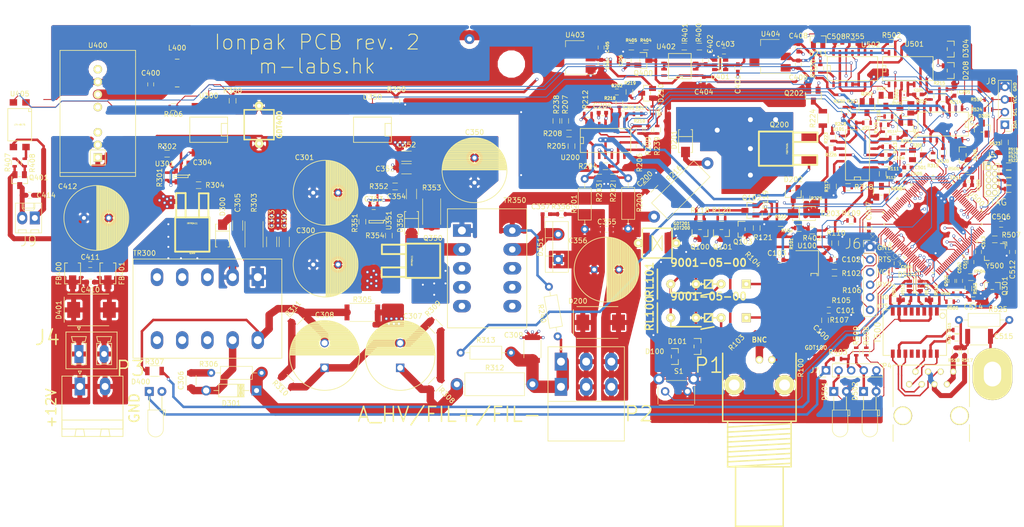
<source format=kicad_pcb>
(kicad_pcb (version 4) (host pcbnew 4.0.2-stable)
  (title_block (title "IONPAK V2") (date 2018-03-05) (rev 1A) (company "M-Labs Limited") (comment 1 "Designers Sébastien Bourdeauducq and Alexander Shafir"))
  (layers (0 F.Cu signal) (1 In1.Cu signal hide) (2 In2.Cu signal) (31 B.Cu signal hide) (34 B.Paste user) (35 F.Paste user) (36 B.SilkS user) (37 F.SilkS user) (38 B.Mask user) (39 F.Mask user hide) (44 Edge.Cuts user))
  (net 0 "")
  (net 1 "Net-(C100-Pad1)")
  (net 2 "Net-(C100-Pad2)")
  (net 3 "Net-(C101-Pad2)")
  (net 4 "Net-(C102-Pad1)")
  (net 5 GND)
  (net 6 /VCC3V)
  (net 7 /VEE2V5)
  (net 8 /FIL-)
  (net 9 "Net-(C201-Pad1)")
  (net 10 "Net-(C201-Pad2)")
  (net 11 "Net-(C202-Pad1)")
  (net 12 /VCC5V)
  (net 13 /VEE5V)
  (net 14 /VCC12V)
  (net 15 GNDPWR)
  (net 16 "Net-(C304-Pad1)")
  (net 17 "Net-(C305-Pad2)")
  (net 18 /ANODE_HV)
  (net 19 /FIL+)
  (net 20 "Net-(C403-Pad1)")
  (net 21 "Net-(C403-Pad2)")
  (net 22 /VREFA)
  (net 23 VCC)
  (net 24 "Net-(C410-Pad1)")
  (net 25 "Net-(C410-Pad2)")
  (net 26 "Net-(C500-Pad1)")
  (net 27 /ERR_RESN)
  (net 28 "Net-(C501-Pad2)")
  (net 29 "Net-(C502-Pad1)")
  (net 30 "Net-(C503-Pad1)")
  (net 31 "Net-(C509-Pad1)")
  (net 32 "Net-(C512-Pad1)")
  (net 33 /OSC0)
  (net 34 "Net-(C515-Pad1)")
  (net 35 "Net-(C515-Pad2)")
  (net 36 "Net-(D100-Pad3)")
  (net 37 "Net-(D101-Pad3)")
  (net 38 "Net-(D201-Pad1)")
  (net 39 "Net-(D201-Pad2)")
  (net 40 "Net-(D202-Pad1)")
  (net 41 "Net-(D202-Pad3)")
  (net 42 /FV_ADC)
  (net 43 "Net-(D208-Pad1)")
  (net 44 /FBV_ERRN)
  (net 45 /FBI_ERRN)
  (net 46 /FBV_ADC)
  (net 47 "Net-(D300-Pad2)")
  (net 48 /AV_ERRN)
  (net 49 /AI_ERRN)
  (net 50 "Net-(D500-Pad3)")
  (net 51 /EN_TXOP)
  (net 52 /EN_TXON)
  (net 53 /EN_RXIP)
  (net 54 /EN_RXIN)
  (net 55 /TCK)
  (net 56 /TDO)
  (net 57 /TDI)
  (net 58 /RESETN)
  (net 59 /TMS)
  (net 60 /RTS)
  (net 61 /RXD)
  (net 62 /TXD)
  (net 63 /CTS)
  (net 64 /LED1)
  (net 65 /LED2)
  (net 66 "Net-(P4-Pad2)")
  (net 67 "Net-(P4-Pad4)")
  (net 68 "Net-(P4-Pad6)")
  (net 69 "Net-(P4-Pad7)")
  (net 70 "Net-(P4-Pad1)")
  (net 71 "Net-(P4-Pad3)")
  (net 72 "Net-(Q100-Pad1)")
  (net 73 "Net-(Q101-Pad1)")
  (net 74 /IC_GAIN_RELAY2)
  (net 75 /IC_GAIN_RELAY1)
  (net 76 /IC_GAIN)
  (net 77 "Net-(Q104-Pad3)")
  (net 78 "Net-(Q200-Pad1)")
  (net 79 /FBI_HIGH)
  (net 80 /FBI_GAIN)
  (net 81 "Net-(Q203-Pad3)")
  (net 82 "Net-(Q300-Pad1)")
  (net 83 "Net-(Q301-Pad2)")
  (net 84 "Net-(R101-Pad2)")
  (net 85 "Net-(R104-Pad2)")
  (net 86 "Net-(R110-Pad2)")
  (net 87 "Net-(R111-Pad1)")
  (net 88 "Net-(R112-Pad2)")
  (net 89 /IC_ADC)
  (net 90 "Net-(R200-Pad2)")
  (net 91 "Net-(R201-Pad2)")
  (net 92 "Net-(R204-Pad1)")
  (net 93 "Net-(R204-Pad2)")
  (net 94 "Net-(R205-Pad2)")
  (net 95 "Net-(R206-Pad2)")
  (net 96 "Net-(R207-Pad2)")
  (net 97 "Net-(R208-Pad2)")
  (net 98 "Net-(R209-Pad2)")
  (net 99 "Net-(R212-Pad2)")
  (net 100 "Net-(R214-Pad2)")
  (net 101 /FBV_PWM)
  (net 102 /VREF_ERR)
  (net 103 "Net-(R226-Pad2)")
  (net 104 "Net-(R228-Pad2)")
  (net 105 /FBI_ADC)
  (net 106 "Net-(R300-Pad2)")
  (net 107 "Net-(R301-Pad2)")
  (net 108 "Net-(R304-Pad1)")
  (net 109 "Net-(R308-Pad2)")
  (net 110 "Net-(R310-Pad2)")
  (net 111 "Net-(R313-Pad2)")
  (net 112 "Net-(R318-Pad1)")
  (net 113 "Net-(R318-Pad2)")
  (net 114 /AV_ADC)
  (net 115 "Net-(R350-Pad2)")
  (net 116 "Net-(R351-Pad2)")
  (net 117 "Net-(R354-Pad1)")
  (net 118 "Net-(R400-Pad1)")
  (net 119 "Net-(R505-Pad2)")
  (net 120 /OSC1)
  (net 121 "Net-(R515-Pad1)")
  (net 122 "Net-(R516-Pad1)")
  (net 123 "Net-(S1-Pad1)")
  (net 124 /FV_ERRN)
  (net 125 "Net-(U300-Pad2)")
  (net 126 /HV_PWM)
  (net 127 /FV_PWM)
  (net 128 /ERR_LATCHN)
  (net 129 "Net-(U501-Pad6)")
  (net 130 "Net-(U501-Pad12)")
  (net 131 "Net-(U501-Pad10)")
  (net 132 "Net-(C103-Pad1)")
  (net 133 "Net-(C306-Pad1)")
  (net 134 "Net-(C306-Pad2)")
  (net 135 "Net-(C307-Pad2)")
  (net 136 "Net-(C307-Pad1)")
  (net 137 "Net-(C308-Pad2)")
  (net 138 "Net-(C353-Pad1)")
  (net 139 "Net-(C354-Pad2)")
  (net 140 "Net-(GDT100-Pad1)")
  (net 141 "Net-(R102-Pad1)")
  (net 142 "Net-(R103-Pad2)")
  (net 143 "Net-(R105-Pad2)")
  (net 144 "Net-(R113-Pad2)")
  (net 145 "Net-(R114-Pad1)")
  (net 146 "Net-(R115-Pad2)")
  (net 147 "Net-(D350-Pad2)")
  (net 148 "Net-(Q350-Pad1)")
  (net 149 "Net-(U350-Pad2)")
  (net 150 "Net-(C204-Pad2)")
  (net 151 "Net-(Q400-Pad1)")
  (net 152 "Net-(C357-Pad2)")
  (net 153 "Net-(C357-Pad1)")
  (net 154 "Net-(C400-Pad1)")
  (net 155 "Net-(C414-Pad1)")
  (net 156 /LEDP_A)
  (net 157 /LED1_A)
  (net 158 /LED2_A)
  (net 159 /SDA)
  (net 160 /SCL)
  (net 161 "Net-(Q202-Pad3)")
  (net 162 "Net-(Q401-Pad1)")
  (net 163 "Net-(R223-Pad1)")
  (net 164 "Net-(R406-Pad2)")
  (net 165 "Net-(R408-Pad2)")
  (net 166 /FAN)
  (module Resistors_SMD:R_0603 (layer F.Cu) (at 267.462 194.056 90)
    (fp_text reference R121 (at -1.905 1.27 180) (layer F.SilkS))
    (fp_text value 10K)
    (pad 1 smd rect (at -0.75 0 90) (size 0.5 0.9) (layers F.Cu F.Paste F.Mask) (net 75 /IC_GAIN_RELAY1))
    (pad 2 smd rect (at 0.75 0 90) (size 0.5 0.9) (layers F.Cu F.Paste F.Mask) (net 5 GND))
  )
  (module Resistors_SMD:R_0603 (layer F.Cu) (at 260.35 192.024)
    (fp_text reference R120 (at 0 -1.524) (layer F.SilkS))
    (fp_text value 33K)
    (pad 1 smd rect (at -0.75 0) (size 0.5 0.9) (layers F.Cu F.Paste F.Mask) (net 12 /VCC5V))
    (pad 2 smd rect (at 0.75 0) (size 0.5 0.9) (layers F.Cu F.Paste F.Mask) (net 73 "Net-(Q101-Pad1)"))
  )
  (module Resistors_SMD:R_0603 (layer F.Cu) (at 269.24 191.516 270)
    (fp_text reference R119 (at -3.175 0 270) (layer F.SilkS))
    (fp_text value 10K)
    (pad 1 smd rect (at -0.75 0 270) (size 0.5 0.9) (layers F.Cu F.Paste F.Mask) (net 74 /IC_GAIN_RELAY2))
    (pad 2 smd rect (at 0.75 0 270) (size 0.5 0.9) (layers F.Cu F.Paste F.Mask) (net 5 GND))
  )
  (module Resistors_SMD:R_0603 (layer F.Cu) (at 283.1465 203.073)
    (fp_text reference R102 (at 3.3655 0.127) (layer F.SilkS))
    (fp_text value 100K)
    (pad 1 smd rect (at -0.75 0) (size 0.5 0.9) (layers F.Cu F.Paste F.Mask) (net 141 "Net-(R102-Pad1)"))
    (pad 2 smd rect (at 0.75 0) (size 0.5 0.9) (layers F.Cu F.Paste F.Mask) (net 5 GND))
  )
  (module Diodes_THT:Diode_DO-41_SOD81_Horizontal_RM10 (layer F.Cu) (at 166.624 226.822 180)
    (fp_text reference D301 (at 5.08 -2.54 180) (layer F.SilkS))
    (fp_text value UF4007)
    (pad 2 thru_hole circle (at 10.16 -0.00254) (size 1.99898 1.99898) (drill 1.27) (layers *.Cu *.Mask) (net 133 "Net-(C306-Pad1)"))
    (pad 1 thru_hole rect (at 0 -0.00254) (size 1.99898 1.99898) (drill 1.00076) (layers *.Cu *.Mask) (net 136 "Net-(C307-Pad1)"))
  )
  (module Capacitors_THT:C_Radial_D13_L21_P5 (layer F.Cu) (at 131.826 192.024)
    (fp_text reference C412 (at -3.302 -6.35) (layer F.SilkS))
    (fp_text value 470uF/16V)
    (pad 1 thru_hole rect (at 0 0) (size 1.3 1.3) (drill 0.8) (layers *.Cu *.Mask) (net 14 /VCC12V))
    (pad 2 thru_hole circle (at 5 0) (size 1.3 1.3) (drill 0.8) (layers *.Cu *.Mask) (net 15 GNDPWR))
  )
  (module Capacitors_THT:C_Radial_D13_L21_P5 (layer F.Cu) (at 234.696 202.438)
    (fp_text reference C356 (at -3.302 -5.842) (layer F.SilkS))
    (fp_text value 470uF/16V)
    (pad 1 thru_hole rect (at 0 0) (size 1.3 1.3) (drill 0.8) (layers *.Cu *.Mask) (net 19 /FIL+))
    (pad 2 thru_hole circle (at 5 0) (size 1.3 1.3) (drill 0.8) (layers *.Cu *.Mask) (net 8 /FIL-))
  )
  (module Capacitors_SMD:C_0603 (layer F.Cu) (at 237.236 194.31)
    (fp_text reference C355 (at 0 -1.5) (layer F.SilkS))
    (fp_text value 0.1uF)
    (pad 1 smd rect (at -0.75 0) (size 0.8 0.75) (layers F.Cu F.Paste F.Mask) (net 19 /FIL+))
    (pad 2 smd rect (at 0.75 0) (size 0.8 0.75) (layers F.Cu F.Paste F.Mask) (net 8 /FIL-))
  )
  (module Capacitors_SMD:C_1206 (layer F.Cu) (at 197.866 187.198 270)
    (fp_text reference C354 (at 0.508 3.048 360) (layer F.SilkS))
    (fp_text value 0.1uF/100V/1206)
    (pad 1 smd rect (at -1.5 0 270) (size 1 1.6) (layers F.Cu F.Paste F.Mask) (net 14 /VCC12V))
    (pad 2 smd rect (at 1.5 0 270) (size 1 1.6) (layers F.Cu F.Paste F.Mask) (net 139 "Net-(C354-Pad2)"))
  )
  (module Capacitors_SMD:C_1206 (layer F.Cu) (at 196.85 182.118 180)
    (fp_text reference C351 (at 4.318 0 180) (layer F.SilkS))
    (fp_text value 10uF/25V/1206)
    (pad 1 smd rect (at -1.5 0 180) (size 1 1.6) (layers F.Cu F.Paste F.Mask) (net 14 /VCC12V))
    (pad 2 smd rect (at 1.5 0 180) (size 1 1.6) (layers F.Cu F.Paste F.Mask) (net 15 GNDPWR))
  )
  (module Capacitors_THT:C_Radial_D13_L21_P5 (layer F.Cu) (at 210.566 184.912 90)
    (fp_text reference C350 (at 10.16 0 180) (layer F.SilkS))
    (fp_text value 470uF/16V)
    (pad 1 thru_hole rect (at 0 0 90) (size 1.3 1.3) (drill 0.8) (layers *.Cu *.Mask) (net 14 /VCC12V))
    (pad 2 thru_hole circle (at 5 0 90) (size 1.3 1.3) (drill 0.8) (layers *.Cu *.Mask) (net 15 GNDPWR))
  )
  (module Capacitors_SMD:C_1812 (layer F.Cu) (at 222.25 218.44 90)
    (fp_text reference C309 (at 2.794 -3.81 180) (layer F.SilkS))
    (fp_text value 2200pF/2kV/1812)
    (pad 1 smd rect (at -2.3 0 90) (size 1 3) (layers F.Cu F.Paste F.Mask) (net 18 /ANODE_HV))
    (pad 2 smd rect (at 2.3 0 90) (size 1 3) (layers F.Cu F.Paste F.Mask) (net 5 GND))
  )
  (module Capacitors_THT:C_Radial_D14_L25_P5 (layer F.Cu) (at 180.34 222.25 90)
    (fp_text reference C308 (at 10.668 0 180) (layer F.SilkS))
    (fp_text value 10uF/450V)
    (pad 2 thru_hole circle (at 5 0 90) (size 1.7 1.7) (drill 1.2) (layers *.Cu *.Mask) (net 137 "Net-(C308-Pad2)"))
    (pad 1 thru_hole rect (at 0 0 90) (size 1.7 1.7) (drill 1.2) (layers *.Cu *.Mask) (net 135 "Net-(C307-Pad2)"))
  )
  (module Capacitors_THT:C_Radial_D14_L25_P5 (layer F.Cu) (at 195.58 222.25 90)
    (fp_text reference C307 (at 10.414 2.54 180) (layer F.SilkS))
    (fp_text value 10uF/450V)
    (pad 2 thru_hole circle (at 5 0 90) (size 1.7 1.7) (drill 1.2) (layers *.Cu *.Mask) (net 135 "Net-(C307-Pad2)"))
    (pad 1 thru_hole rect (at 0 0 90) (size 1.7 1.7) (drill 1.2) (layers *.Cu *.Mask) (net 136 "Net-(C307-Pad1)"))
  )
  (module Capacitors_SMD:C_1206 (layer F.Cu) (at 153.416 224.79 90)
    (fp_text reference C306 (at 0 -2.032 90) (layer F.SilkS))
    (fp_text value 10pF/1206)
    (pad 1 smd rect (at -1.5 0 90) (size 1 1.6) (layers F.Cu F.Paste F.Mask) (net 133 "Net-(C306-Pad1)"))
    (pad 2 smd rect (at 1.5 0 90) (size 1 1.6) (layers F.Cu F.Paste F.Mask) (net 134 "Net-(C306-Pad2)"))
  )
  (module Capacitors_SMD:C_1206 (layer F.Cu) (at 162.814 193.548 90)
    (fp_text reference C305 (at 4.572 0 90) (layer F.SilkS))
    (fp_text value 0.1uF/100V/1206)
    (pad 1 smd rect (at -1.5 0 90) (size 1 1.6) (layers F.Cu F.Paste F.Mask) (net 14 /VCC12V))
    (pad 2 smd rect (at 1.5 0 90) (size 1 1.6) (layers F.Cu F.Paste F.Mask) (net 17 "Net-(C305-Pad2)"))
  )
  (module Capacitors_SMD:C_0603 (layer F.Cu) (at 152.146 180.848 180)
    (fp_text reference C304 (at -3.556 0 180) (layer F.SilkS))
    (fp_text value 0.1uF)
    (pad 1 smd rect (at -0.75 0 180) (size 0.8 0.75) (layers F.Cu F.Paste F.Mask) (net 16 "Net-(C304-Pad1)"))
    (pad 2 smd rect (at 0.75 0 180) (size 0.8 0.75) (layers F.Cu F.Paste F.Mask) (net 15 GNDPWR))
  )
  (module Capacitors_THT:C_Radial_D13_L21_P5 (layer F.Cu) (at 178.054 201.422)
    (fp_text reference C300 (at -1.524 -6.858) (layer F.SilkS))
    (fp_text value 470uF/16V)
    (pad 1 thru_hole rect (at 0 0) (size 1.3 1.3) (drill 0.8) (layers *.Cu *.Mask) (net 14 /VCC12V))
    (pad 2 thru_hole circle (at 5 0) (size 1.3 1.3) (drill 0.8) (layers *.Cu *.Mask) (net 15 GNDPWR))
  )
  (module Capacitors_SMD:C_0603 (layer F.Cu) (at 293.497 179.324)
    (fp_text reference C104 (at 2.667 0.635 180) (layer F.SilkS) (effects (font (size 0.6 0.6))))
    (fp_text value 0.1uF)
    (pad 1 smd rect (at -0.75 0) (size 0.8 0.75) (layers F.Cu F.Paste F.Mask) (net 6 /VCC3V))
    (pad 2 smd rect (at 0.75 0) (size 0.8 0.75) (layers F.Cu F.Paste F.Mask) (net 7 /VEE2V5))
  )
  (module Capacitors_SMD:C_0603 (layer F.Cu) (at 282.0035 210.6295)
    (fp_text reference C101 (at 3.3655 0.0635) (layer F.SilkS))
    (fp_text value 0.1uF)
    (pad 1 smd rect (at -0.75 0) (size 0.8 0.75) (layers F.Cu F.Paste F.Mask) (net 2 "Net-(C100-Pad2)"))
    (pad 2 smd rect (at 0.75 0) (size 0.8 0.75) (layers F.Cu F.Paste F.Mask) (net 3 "Net-(C101-Pad2)"))
  )
  (module proj_footprints:XTAL3_2X2_5 (layer F.Cu) (at 315.468 198.882 180)
    (fp_text reference Y500 (at 0 -2.794 180) (layer F.SilkS))
    (fp_text value 25MHz)
    (pad 3 smd rect (at 1.1 -0.8 180) (size 1.4 1.15) (layers F.Cu F.Paste F.Mask) (net 33 /OSC0))
    (pad 2 smd rect (at 1.1 0.8 180) (size 1.4 1.15) (layers F.Cu F.Paste F.Mask) (net 5 GND))
    (pad 1 smd rect (at -1.1 0.8 180) (size 1.4 1.15) (layers F.Cu F.Paste F.Mask) (net 32 "Net-(C512-Pad1)"))
    (pad 4 smd rect (at -1.1 -0.8 180) (size 1.4 1.15) (layers F.Cu F.Paste F.Mask) (net 5 GND))
  )
  (module SMD_Packages:SOIC-14_N (layer F.Cu) (at 286.766 161.798)
    (fp_text reference U502 (at 3.683 -4.699) (layer F.SilkS))
    (fp_text value 74HC00)
    (pad 1 smd rect (at -3.81 3.302) (size 0.508 1.143) (layers F.Cu F.Paste F.Mask) (net 126 /HV_PWM))
    (pad 2 smd rect (at -2.54 3.302) (size 0.508 1.143) (layers F.Cu F.Paste F.Mask) (net 128 /ERR_LATCHN))
    (pad 3 smd rect (at -1.27 3.302) (size 0.508 1.143) (layers F.Cu F.Paste F.Mask) (net 125 "Net-(U300-Pad2)"))
    (pad 4 smd rect (at 0 3.302) (size 0.508 1.143) (layers F.Cu F.Paste F.Mask) (net 130 "Net-(U501-Pad12)"))
    (pad 5 smd rect (at 1.27 3.302) (size 0.508 1.143) (layers F.Cu F.Paste F.Mask) (net 130 "Net-(U501-Pad12)"))
    (pad 6 smd rect (at 2.54 3.302) (size 0.508 1.143) (layers F.Cu F.Paste F.Mask) (net 128 /ERR_LATCHN))
    (pad 7 smd rect (at 3.81 3.302) (size 0.508 1.143) (layers F.Cu F.Paste F.Mask) (net 5 GND))
    (pad 8 smd rect (at 3.81 -3.048) (size 0.508 1.143) (layers F.Cu F.Paste F.Mask))
    (pad 9 smd rect (at 2.54 -3.048) (size 0.508 1.143) (layers F.Cu F.Paste F.Mask) (net 5 GND))
    (pad 11 smd rect (at 0 -3.048) (size 0.508 1.143) (layers F.Cu F.Paste F.Mask) (net 149 "Net-(U350-Pad2)"))
    (pad 12 smd rect (at -1.27 -3.048) (size 0.508 1.143) (layers F.Cu F.Paste F.Mask) (net 127 /FV_PWM))
    (pad 13 smd rect (at -2.54 -3.048) (size 0.508 1.143) (layers F.Cu F.Paste F.Mask) (net 128 /ERR_LATCHN))
    (pad 14 smd rect (at -3.81 -3.048) (size 0.508 1.143) (layers F.Cu F.Paste F.Mask) (net 23 VCC))
    (pad 10 smd rect (at 1.27 -3.048) (size 0.508 1.143) (layers F.Cu F.Paste F.Mask) (net 5 GND))
  )
  (module SMD_Packages:SOIC-14_N (layer F.Cu) (at 297.942 161.798)
    (fp_text reference U501 (at 1.27 -4.826) (layer F.SilkS))
    (fp_text value 74HC00)
    (pad 1 smd rect (at -3.81 3.302) (size 0.508 1.143) (layers F.Cu F.Paste F.Mask) (net 124 /FV_ERRN))
    (pad 2 smd rect (at -2.54 3.302) (size 0.508 1.143) (layers F.Cu F.Paste F.Mask) (net 43 "Net-(D208-Pad1)"))
    (pad 3 smd rect (at -1.27 3.302) (size 0.508 1.143) (layers F.Cu F.Paste F.Mask) (net 50 "Net-(D500-Pad3)"))
    (pad 4 smd rect (at 0 3.302) (size 0.508 1.143) (layers F.Cu F.Paste F.Mask) (net 26 "Net-(C500-Pad1)"))
    (pad 5 smd rect (at 1.27 3.302) (size 0.508 1.143) (layers F.Cu F.Paste F.Mask) (net 26 "Net-(C500-Pad1)"))
    (pad 6 smd rect (at 2.54 3.302) (size 0.508 1.143) (layers F.Cu F.Paste F.Mask) (net 129 "Net-(U501-Pad6)"))
    (pad 7 smd rect (at 3.81 3.302) (size 0.508 1.143) (layers F.Cu F.Paste F.Mask) (net 5 GND))
    (pad 8 smd rect (at 3.81 -3.048) (size 0.508 1.143) (layers F.Cu F.Paste F.Mask) (net 130 "Net-(U501-Pad12)"))
    (pad 9 smd rect (at 2.54 -3.048) (size 0.508 1.143) (layers F.Cu F.Paste F.Mask) (net 129 "Net-(U501-Pad6)"))
    (pad 11 smd rect (at 0 -3.048) (size 0.508 1.143) (layers F.Cu F.Paste F.Mask) (net 131 "Net-(U501-Pad10)"))
    (pad 12 smd rect (at -1.27 -3.048) (size 0.508 1.143) (layers F.Cu F.Paste F.Mask) (net 130 "Net-(U501-Pad12)"))
    (pad 13 smd rect (at -2.54 -3.048) (size 0.508 1.143) (layers F.Cu F.Paste F.Mask) (net 28 "Net-(C501-Pad2)"))
    (pad 14 smd rect (at -3.81 -3.048) (size 0.508 1.143) (layers F.Cu F.Paste F.Mask) (net 23 VCC))
    (pad 10 smd rect (at 1.27 -3.048) (size 0.508 1.143) (layers F.Cu F.Paste F.Mask) (net 131 "Net-(U501-Pad10)"))
  )
  (module proj_footprints:TQFP-128 (layer F.Cu) (at 303.022 193.294 315)
    (fp_text reference U500 (at 2.514472 -9.878282 315) (layer F.SilkS))
    (fp_text value TM4C1294KCPDT (at -0.8636 10.1346 315) (layer F.SilkS) (effects (font (size 1.64 1.64) (thickness 0.05))))
    (pad 1 smd rect (at -7.6454 -6.1976 225) (size 0.2286 1.4732) (layers F.Cu F.Paste F.Mask) (net 101 /FBV_PWM))
    (pad 2 smd rect (at -7.6454 -5.7912 225) (size 0.2286 1.4732) (layers F.Cu F.Paste F.Mask))
    (pad 3 smd rect (at -7.6454 -5.4102 225) (size 0.2286 1.4732) (layers F.Cu F.Paste F.Mask))
    (pad 4 smd rect (at -7.6454 -5.0038 225) (size 0.2286 1.4732) (layers F.Cu F.Paste F.Mask))
    (pad 5 smd rect (at -7.6454 -4.5974 225) (size 0.2286 1.4732) (layers F.Cu F.Paste F.Mask) (net 27 /ERR_RESN))
    (pad 6 smd rect (at -7.6454 -4.191 225) (size 0.2286 1.4732) (layers F.Cu F.Paste F.Mask))
    (pad 7 smd rect (at -7.6454 -3.81 225) (size 0.2286 1.4732) (layers F.Cu F.Paste F.Mask) (net 23 VCC))
    (pad 8 smd rect (at -7.6454 -3.4036 225) (size 0.2286 1.4732) (layers F.Cu F.Paste F.Mask) (net 23 VCC))
    (pad 9 smd rect (at -7.6454 -2.9972 225) (size 0.2286 1.4732) (layers F.Cu F.Paste F.Mask) (net 22 /VREFA))
    (pad 10 smd rect (at -7.6454 -2.5908 225) (size 0.2286 1.4732) (layers F.Cu F.Paste F.Mask) (net 5 GND))
    (pad 11 smd rect (at -7.6454 -2.2098 225) (size 0.2286 1.4732) (layers F.Cu F.Paste F.Mask))
    (pad 12 smd rect (at -7.6454 -1.8034 225) (size 0.2286 1.4732) (layers F.Cu F.Paste F.Mask) (net 89 /IC_ADC))
    (pad 13 smd rect (at -7.6454 -1.397 225) (size 0.2286 1.4732) (layers F.Cu F.Paste F.Mask) (net 105 /FBI_ADC))
    (pad 14 smd rect (at -7.6454 -0.9906 225) (size 0.2286 1.4732) (layers F.Cu F.Paste F.Mask) (net 42 /FV_ADC))
    (pad 15 smd rect (at -7.6454 -0.6096 225) (size 0.2286 1.4732) (layers F.Cu F.Paste F.Mask))
    (pad 16 smd rect (at -7.6454 -0.2032 225) (size 0.2286 1.4732) (layers F.Cu F.Paste F.Mask) (net 23 VCC))
    (pad 17 smd rect (at -7.6454 0.2032 225) (size 0.2286 1.4732) (layers F.Cu F.Paste F.Mask) (net 5 GND))
    (pad 18 smd rect (at -7.6454 0.6096 225) (size 0.2286 1.4732) (layers F.Cu F.Paste F.Mask))
    (pad 19 smd rect (at -7.6454 0.9906 225) (size 0.2286 1.4732) (layers F.Cu F.Paste F.Mask))
    (pad 20 smd rect (at -7.6454 1.397 225) (size 0.2286 1.4732) (layers F.Cu F.Paste F.Mask))
    (pad 21 smd rect (at -7.6454 1.8034 225) (size 0.2286 1.4732) (layers F.Cu F.Paste F.Mask))
    (pad 22 smd rect (at -7.6454 2.2098 225) (size 0.2286 1.4732) (layers F.Cu F.Paste F.Mask))
    (pad 23 smd rect (at -7.6454 2.5908 225) (size 0.2286 1.4732) (layers F.Cu F.Paste F.Mask))
    (pad 24 smd rect (at -7.6454 2.9972 225) (size 0.2286 1.4732) (layers F.Cu F.Paste F.Mask))
    (pad 25 smd rect (at -7.6454 3.4036 225) (size 0.2286 1.4732) (layers F.Cu F.Paste F.Mask))
    (pad 26 smd rect (at -7.6454 3.81 225) (size 0.2286 1.4732) (layers F.Cu F.Paste F.Mask) (net 23 VCC))
    (pad 27 smd rect (at -7.6454 4.191 225) (size 0.2286 1.4732) (layers F.Cu F.Paste F.Mask))
    (pad 28 smd rect (at -7.6454 4.5974 225) (size 0.2286 1.4732) (layers F.Cu F.Paste F.Mask) (net 23 VCC))
    (pad 29 smd rect (at -7.6454 5.0038 225) (size 0.2286 1.4732) (layers F.Cu F.Paste F.Mask) (net 60 /RTS))
    (pad 30 smd rect (at -7.6454 5.4102 225) (size 0.2286 1.4732) (layers F.Cu F.Paste F.Mask) (net 63 /CTS))
    (pad 31 smd rect (at -7.6454 5.7912 225) (size 0.2286 1.4732) (layers F.Cu F.Paste F.Mask))
    (pad 32 smd rect (at -7.6454 6.1976 225) (size 0.2286 1.4732) (layers F.Cu F.Paste F.Mask))
    (pad 33 smd rect (at -6.1976 7.6454 135) (size 0.2286 1.4732) (layers F.Cu F.Paste F.Mask) (net 61 /RXD))
    (pad 34 smd rect (at -5.7912 7.6454 135) (size 0.2286 1.4732) (layers F.Cu F.Paste F.Mask) (net 62 /TXD))
    (pad 35 smd rect (at -5.4102 7.6454 135) (size 0.2286 1.4732) (layers F.Cu F.Paste F.Mask))
    (pad 36 smd rect (at -5.0038 7.6454 135) (size 0.2286 1.4732) (layers F.Cu F.Paste F.Mask))
    (pad 37 smd rect (at -4.5974 7.6454 135) (size 0.2286 1.4732) (layers F.Cu F.Paste F.Mask) (net 126 /HV_PWM))
    (pad 38 smd rect (at -4.191 7.6454 135) (size 0.2286 1.4732) (layers F.Cu F.Paste F.Mask))
    (pad 39 smd rect (at -3.81 7.6454 135) (size 0.2286 1.4732) (layers F.Cu F.Paste F.Mask) (net 23 VCC))
    (pad 40 smd rect (at -3.4036 7.6454 135) (size 0.2286 1.4732) (layers F.Cu F.Paste F.Mask) (net 127 /FV_PWM))
    (pad 41 smd rect (at -2.9972 7.6454 135) (size 0.2286 1.4732) (layers F.Cu F.Paste F.Mask))
    (pad 42 smd rect (at -2.5908 7.6454 135) (size 0.2286 1.4732) (layers F.Cu F.Paste F.Mask) (net 126 /HV_PWM))
    (pad 43 smd rect (at -2.2098 7.6454 135) (size 0.2286 1.4732) (layers F.Cu F.Paste F.Mask) (net 64 /LED1))
    (pad 44 smd rect (at -1.8034 7.6454 135) (size 0.2286 1.4732) (layers F.Cu F.Paste F.Mask) (net 127 /FV_PWM))
    (pad 45 smd rect (at -1.397 7.6454 135) (size 0.2286 1.4732) (layers F.Cu F.Paste F.Mask) (net 65 /LED2))
    (pad 46 smd rect (at -0.9906 7.6454 135) (size 0.2286 1.4732) (layers F.Cu F.Paste F.Mask))
    (pad 47 smd rect (at -0.6096 7.6454 135) (size 0.2286 1.4732) (layers F.Cu F.Paste F.Mask) (net 23 VCC))
    (pad 48 smd rect (at -0.2032 7.6454 135) (size 0.2286 1.4732) (layers F.Cu F.Paste F.Mask) (net 5 GND))
    (pad 49 smd rect (at 0.2032 7.6454 135) (size 0.2286 1.4732) (layers F.Cu F.Paste F.Mask) (net 101 /FBV_PWM))
    (pad 50 smd rect (at 0.6096 7.6454 135) (size 0.2286 1.4732) (layers F.Cu F.Paste F.Mask))
    (pad 51 smd rect (at 0.9906 7.6454 135) (size 0.2286 1.4732) (layers F.Cu F.Paste F.Mask) (net 23 VCC))
    (pad 52 smd rect (at 1.397 7.6454 135) (size 0.2286 1.4732) (layers F.Cu F.Paste F.Mask) (net 23 VCC))
    (pad 53 smd rect (at 1.8034 7.6454 135) (size 0.2286 1.4732) (layers F.Cu F.Paste F.Mask) (net 54 /EN_RXIN))
    (pad 54 smd rect (at 2.2098 7.6454 135) (size 0.2286 1.4732) (layers F.Cu F.Paste F.Mask) (net 53 /EN_RXIP))
    (pad 55 smd rect (at 2.5908 7.6454 135) (size 0.2286 1.4732) (layers F.Cu F.Paste F.Mask) (net 5 GND))
    (pad 56 smd rect (at 2.9972 7.6454 135) (size 0.2286 1.4732) (layers F.Cu F.Paste F.Mask) (net 52 /EN_TXON))
    (pad 57 smd rect (at 3.4036 7.6454 135) (size 0.2286 1.4732) (layers F.Cu F.Paste F.Mask) (net 51 /EN_TXOP))
    (pad 58 smd rect (at 3.81 7.6454 135) (size 0.2286 1.4732) (layers F.Cu F.Paste F.Mask) (net 5 GND))
    (pad 59 smd rect (at 4.191 7.6454 135) (size 0.2286 1.4732) (layers F.Cu F.Paste F.Mask) (net 119 "Net-(R505-Pad2)"))
    (pad 60 smd rect (at 4.5974 7.6454 135) (size 0.2286 1.4732) (layers F.Cu F.Paste F.Mask))
    (pad 61 smd rect (at 5.0038 7.6454 135) (size 0.2286 1.4732) (layers F.Cu F.Paste F.Mask) (net 64 /LED1))
    (pad 62 smd rect (at 5.4102 7.6454 135) (size 0.2286 1.4732) (layers F.Cu F.Paste F.Mask))
    (pad 63 smd rect (at 5.7912 7.6454 135) (size 0.2286 1.4732) (layers F.Cu F.Paste F.Mask) (net 65 /LED2))
    (pad 64 smd rect (at 6.1976 7.6454 135) (size 0.2286 1.4732) (layers F.Cu F.Paste F.Mask) (net 23 VCC))
    (pad 65 smd rect (at 7.6454 6.1976 225) (size 0.2286 1.4732) (layers F.Cu F.Paste F.Mask))
    (pad 66 smd rect (at 7.6454 5.7912 225) (size 0.2286 1.4732) (layers F.Cu F.Paste F.Mask))
    (pad 67 smd rect (at 7.6454 5.4102 225) (size 0.2286 1.4732) (layers F.Cu F.Paste F.Mask))
    (pad 68 smd rect (at 7.6454 5.0038 225) (size 0.2286 1.4732) (layers F.Cu F.Paste F.Mask) (net 30 "Net-(C503-Pad1)"))
    (pad 69 smd rect (at 7.6454 4.5974 225) (size 0.2286 1.4732) (layers F.Cu F.Paste F.Mask) (net 23 VCC))
    (pad 70 smd rect (at 7.6454 4.191 225) (size 0.2286 1.4732) (layers F.Cu F.Paste F.Mask) (net 29 "Net-(C502-Pad1)"))
    (pad 71 smd rect (at 7.6454 3.81 225) (size 0.2286 1.4732) (layers F.Cu F.Paste F.Mask))
    (pad 72 smd rect (at 7.6454 3.4036 225) (size 0.2286 1.4732) (layers F.Cu F.Paste F.Mask))
    (pad 73 smd rect (at 7.6454 2.9972 225) (size 0.2286 1.4732) (layers F.Cu F.Paste F.Mask))
    (pad 74 smd rect (at 7.6454 2.5908 225) (size 0.2286 1.4732) (layers F.Cu F.Paste F.Mask))
    (pad 75 smd rect (at 7.6454 2.2098 225) (size 0.2286 1.4732) (layers F.Cu F.Paste F.Mask))
    (pad 76 smd rect (at 7.6454 1.8034 225) (size 0.2286 1.4732) (layers F.Cu F.Paste F.Mask))
    (pad 77 smd rect (at 7.6454 1.397 225) (size 0.2286 1.4732) (layers F.Cu F.Paste F.Mask))
    (pad 78 smd rect (at 7.6454 0.9906 225) (size 0.2286 1.4732) (layers F.Cu F.Paste F.Mask))
    (pad 79 smd rect (at 7.6454 0.6096 225) (size 0.2286 1.4732) (layers F.Cu F.Paste F.Mask) (net 23 VCC))
    (pad 80 smd rect (at 7.6454 0.2032 225) (size 0.2286 1.4732) (layers F.Cu F.Paste F.Mask) (net 5 GND))
    (pad 81 smd rect (at 7.6454 -0.2032 225) (size 0.2286 1.4732) (layers F.Cu F.Paste F.Mask) (net 124 /FV_ERRN))
    (pad 82 smd rect (at 7.6454 -0.6096 225) (size 0.2286 1.4732) (layers F.Cu F.Paste F.Mask) (net 44 /FBV_ERRN))
    (pad 83 smd rect (at 7.6454 -0.9906 225) (size 0.2286 1.4732) (layers F.Cu F.Paste F.Mask) (net 45 /FBI_ERRN))
    (pad 84 smd rect (at 7.6454 -1.397 225) (size 0.2286 1.4732) (layers F.Cu F.Paste F.Mask) (net 48 /AV_ERRN))
    (pad 85 smd rect (at 7.6454 -1.8034 225) (size 0.2286 1.4732) (layers F.Cu F.Paste F.Mask) (net 49 /AI_ERRN))
    (pad 86 smd rect (at 7.6454 -2.2098 225) (size 0.2286 1.4732) (layers F.Cu F.Paste F.Mask) (net 128 /ERR_LATCHN))
    (pad 87 smd rect (at 7.6454 -2.5908 225) (size 0.2286 1.4732) (layers F.Cu F.Paste F.Mask) (net 31 "Net-(C509-Pad1)"))
    (pad 88 smd rect (at 7.6454 -2.9972 225) (size 0.2286 1.4732) (layers F.Cu F.Paste F.Mask) (net 33 /OSC0))
    (pad 89 smd rect (at 7.6454 -3.4036 225) (size 0.2286 1.4732) (layers F.Cu F.Paste F.Mask) (net 120 /OSC1))
    (pad 90 smd rect (at 7.6454 -3.81 225) (size 0.2286 1.4732) (layers F.Cu F.Paste F.Mask) (net 23 VCC))
    (pad 91 smd rect (at 7.6454 -4.191 225) (size 0.2286 1.4732) (layers F.Cu F.Paste F.Mask))
    (pad 92 smd rect (at 7.6454 -4.5974 225) (size 0.2286 1.4732) (layers F.Cu F.Paste F.Mask))
    (pad 93 smd rect (at 7.6454 -5.0038 225) (size 0.2286 1.4732) (layers F.Cu F.Paste F.Mask) (net 123 "Net-(S1-Pad1)"))
    (pad 94 smd rect (at 7.6454 -5.4102 225) (size 0.2286 1.4732) (layers F.Cu F.Paste F.Mask))
    (pad 95 smd rect (at 7.6454 -5.7912 225) (size 0.2286 1.4732) (layers F.Cu F.Paste F.Mask))
    (pad 96 smd rect (at 7.6454 -6.1976 225) (size 0.2286 1.4732) (layers F.Cu F.Paste F.Mask))
    (pad 97 smd rect (at 6.1976 -7.6454 135) (size 0.2286 1.4732) (layers F.Cu F.Paste F.Mask) (net 56 /TDO))
    (pad 98 smd rect (at 5.7912 -7.6454 135) (size 0.2286 1.4732) (layers F.Cu F.Paste F.Mask) (net 57 /TDI))
    (pad 99 smd rect (at 5.4102 -7.6454 135) (size 0.2286 1.4732) (layers F.Cu F.Paste F.Mask) (net 59 /TMS))
    (pad 100 smd rect (at 5.0038 -7.6454 135) (size 0.2286 1.4732) (layers F.Cu F.Paste F.Mask) (net 55 /TCK))
    (pad 101 smd rect (at 4.5974 -7.6454 135) (size 0.2286 1.4732) (layers F.Cu F.Paste F.Mask) (net 23 VCC))
    (pad 102 smd rect (at 4.191 -7.6454 135) (size 0.2286 1.4732) (layers F.Cu F.Paste F.Mask))
    (pad 103 smd rect (at 3.81 -7.6454 135) (size 0.2286 1.4732) (layers F.Cu F.Paste F.Mask) (net 76 /IC_GAIN))
    (pad 104 smd rect (at 3.4036 -7.6454 135) (size 0.2286 1.4732) (layers F.Cu F.Paste F.Mask))
    (pad 105 smd rect (at 2.9972 -7.6454 135) (size 0.2286 1.4732) (layers F.Cu F.Paste F.Mask) (net 79 /FBI_HIGH))
    (pad 106 smd rect (at 2.5908 -7.6454 135) (size 0.2286 1.4732) (layers F.Cu F.Paste F.Mask) (net 80 /FBI_GAIN))
    (pad 107 smd rect (at 2.2098 -7.6454 135) (size 0.2286 1.4732) (layers F.Cu F.Paste F.Mask))
    (pad 108 smd rect (at 1.8034 -7.6454 135) (size 0.2286 1.4732) (layers F.Cu F.Paste F.Mask))
    (pad 109 smd rect (at 1.397 -7.6454 135) (size 0.2286 1.4732) (layers F.Cu F.Paste F.Mask))
    (pad 110 smd rect (at 0.9906 -7.6454 135) (size 0.2286 1.4732) (layers F.Cu F.Paste F.Mask))
    (pad 111 smd rect (at 0.6096 -7.6454 135) (size 0.2286 1.4732) (layers F.Cu F.Paste F.Mask) (net 159 /SDA))
    (pad 112 smd rect (at 0.2032 -7.6454 135) (size 0.2286 1.4732) (layers F.Cu F.Paste F.Mask) (net 160 /SCL))
    (pad 113 smd rect (at -0.2032 -7.6454 135) (size 0.2286 1.4732) (layers F.Cu F.Paste F.Mask) (net 23 VCC))
    (pad 114 smd rect (at -0.6096 -7.6454 135) (size 0.2286 1.4732) (layers F.Cu F.Paste F.Mask) (net 5 GND))
    (pad 115 smd rect (at -0.9906 -7.6454 135) (size 0.2286 1.4732) (layers F.Cu F.Paste F.Mask) (net 31 "Net-(C509-Pad1)"))
    (pad 116 smd rect (at -1.397 -7.6454 135) (size 0.2286 1.4732) (layers F.Cu F.Paste F.Mask))
    (pad 117 smd rect (at -1.8034 -7.6454 135) (size 0.2286 1.4732) (layers F.Cu F.Paste F.Mask) (net 166 /FAN))
    (pad 118 smd rect (at -2.2098 -7.6454 135) (size 0.2286 1.4732) (layers F.Cu F.Paste F.Mask) (net 75 /IC_GAIN_RELAY1))
    (pad 119 smd rect (at -2.5908 -7.6454 135) (size 0.2286 1.4732) (layers F.Cu F.Paste F.Mask) (net 74 /IC_GAIN_RELAY2))
    (pad 120 smd rect (at -2.9972 -7.6454 135) (size 0.2286 1.4732) (layers F.Cu F.Paste F.Mask))
    (pad 121 smd rect (at -3.4036 -7.6454 135) (size 0.2286 1.4732) (layers F.Cu F.Paste F.Mask))
    (pad 122 smd rect (at -3.81 -7.6454 135) (size 0.2286 1.4732) (layers F.Cu F.Paste F.Mask) (net 23 VCC))
    (pad 123 smd rect (at -4.191 -7.6454 135) (size 0.2286 1.4732) (layers F.Cu F.Paste F.Mask))
    (pad 124 smd rect (at -4.5974 -7.6454 135) (size 0.2286 1.4732) (layers F.Cu F.Paste F.Mask))
    (pad 125 smd rect (at -5.0038 -7.6454 135) (size 0.2286 1.4732) (layers F.Cu F.Paste F.Mask))
    (pad 126 smd rect (at -5.4102 -7.6454 135) (size 0.2286 1.4732) (layers F.Cu F.Paste F.Mask) (net 46 /FBV_ADC))
    (pad 127 smd rect (at -5.7912 -7.6454 135) (size 0.2286 1.4732) (layers F.Cu F.Paste F.Mask) (net 114 /AV_ADC))
    (pad 128 smd rect (at -6.1976 -7.6454 135) (size 0.2286 1.4732) (layers F.Cu F.Paste F.Mask))
  )
  (module proj_footprints:SOT-223 (layer F.Cu) (at 270.1544 159.4612 180)
    (fp_text reference U404 (at -0.1016 4.5212 180) (layer F.SilkS))
    (fp_text value AMS1117-3.3)
    (pad 4 smd rect (at 3.15 0 180) (size 2 3.8) (layers F.Cu F.Paste F.Mask))
    (pad 2 smd rect (at -3.15 0 180) (size 2 1.5) (layers F.Cu F.Paste F.Mask) (net 23 VCC))
    (pad 3 smd rect (at -3.15 2.3 180) (size 2 1.5) (layers F.Cu F.Paste F.Mask) (net 12 /VCC5V))
    (pad 1 smd rect (at -3.15 -2.3 180) (size 2 1.5) (layers F.Cu F.Paste F.Mask) (net 5 GND))
  )
  (module proj_footprints:SOT-223 (layer F.Cu) (at 230.8225 159.7025 180)
    (fp_text reference U403 (at 0 4.572 180) (layer F.SilkS))
    (fp_text value AMS1117-3.0)
    (pad 4 smd rect (at 3.15 0 180) (size 2 3.8) (layers F.Cu F.Paste F.Mask))
    (pad 2 smd rect (at -3.15 0 180) (size 2 1.5) (layers F.Cu F.Paste F.Mask) (net 6 /VCC3V))
    (pad 3 smd rect (at -3.15 2.3 180) (size 2 1.5) (layers F.Cu F.Paste F.Mask) (net 12 /VCC5V))
    (pad 1 smd rect (at -3.15 -2.3 180) (size 2 1.5) (layers F.Cu F.Paste F.Mask) (net 5 GND))
  )
  (module SMD_Packages:SOIC-8-N (layer F.Cu) (at 251.968 161.417 90)
    (fp_text reference U402 (at 3.937 -2.794 180) (layer F.SilkS))
    (fp_text value LM337L)
    (pad 8 smd rect (at -1.905 -3.175 90) (size 0.508 1.143) (layers F.Cu F.Paste F.Mask))
    (pad 7 smd rect (at -0.635 -3.175 90) (size 0.508 1.143) (layers F.Cu F.Paste F.Mask) (net 13 /VEE5V))
    (pad 6 smd rect (at 0.635 -3.175 90) (size 0.508 1.143) (layers F.Cu F.Paste F.Mask) (net 13 /VEE5V))
    (pad 5 smd rect (at 1.905 -3.175 90) (size 0.508 1.143) (layers F.Cu F.Paste F.Mask))
    (pad 4 smd rect (at 1.905 3.175 90) (size 0.508 1.143) (layers F.Cu F.Paste F.Mask) (net 118 "Net-(R400-Pad1)"))
    (pad 3 smd rect (at 0.635 3.175 90) (size 0.508 1.143) (layers F.Cu F.Paste F.Mask) (net 13 /VEE5V))
    (pad 2 smd rect (at -0.635 3.175 90) (size 0.508 1.143) (layers F.Cu F.Paste F.Mask) (net 13 /VEE5V))
    (pad 1 smd rect (at -1.905 3.175 90) (size 0.508 1.143) (layers F.Cu F.Paste F.Mask) (net 7 /VEE2V5))
  )
  (module proj_footprints:SOT-23-6 (layer F.Cu) (at 260.096 161.163)
    (fp_text reference U401 (at 0 2.413) (layer F.SilkS))
    (fp_text value LM2664)
    (pad 1 smd rect (at -1.1 -0.95) (size 1.06 0.65) (layers F.Cu F.Paste F.Mask) (net 5 GND))
    (pad 2 smd rect (at -1.1 0) (size 1.06 0.65) (layers F.Cu F.Paste F.Mask) (net 13 /VEE5V))
    (pad 3 smd rect (at -1.1 0.95) (size 1.06 0.65) (layers F.Cu F.Paste F.Mask) (net 21 "Net-(C403-Pad2)"))
    (pad 4 smd rect (at 1.1 0.95) (size 1.06 0.65) (layers F.Cu F.Paste F.Mask) (net 12 /VCC5V))
    (pad 6 smd rect (at 1.1 -0.95) (size 1.06 0.65) (layers F.Cu F.Paste F.Mask) (net 20 "Net-(C403-Pad1)"))
    (pad 5 smd rect (at 1.1 0) (size 1.06 0.65) (layers F.Cu F.Paste F.Mask) (net 12 /VCC5V))
  )
  (module proj_footprints:SPB05A (layer F.Cu) (at 134.62 179.832 180)
    (fp_text reference U400 (at 0 22.606 180) (layer F.SilkS))
    (fp_text value SPB05A-05)
    (pad 1 thru_hole rect (at 0 0 180) (size 1.7272 1.7272) (drill 1.016) (layers *.Cu *.Mask F.SilkS) (net 15 GNDPWR))
    (pad 2 thru_hole oval (at 0 2.54 180) (size 1.7272 1.7272) (drill 1.016) (layers *.Cu *.Mask F.SilkS) (net 14 /VCC12V))
    (pad 3 thru_hole oval (at 0 5.08 180) (size 1.7272 1.7272) (drill 1.016) (layers *.Cu *.Mask F.SilkS))
    (pad 5 thru_hole oval (at 0 10.16 180) (size 1.7272 1.7272) (drill 1.016) (layers *.Cu *.Mask F.SilkS))
    (pad 6 thru_hole oval (at 0 12.7 180) (size 1.7272 1.7272) (drill 1.016) (layers *.Cu *.Mask F.SilkS) (net 154 "Net-(C400-Pad1)"))
    (pad 7 thru_hole oval (at 0 15.24 180) (size 1.7272 1.7272) (drill 1.016) (layers *.Cu *.Mask F.SilkS) (net 5 GND))
    (pad 8 thru_hole oval (at 0 17.78 180) (size 1.7272 1.7272) (drill 1.016) (layers *.Cu *.Mask F.SilkS))
  )
  (module proj_footprints:SOT-23-5 (layer F.Cu) (at 190.754 192.786 270)
    (fp_text reference U351 (at -0.254 -2.54 450) (layer F.SilkS))
    (fp_text value FAN3100C)
    (pad 1 smd rect (at -1.1 -0.95 270) (size 1.06 0.65) (layers F.Cu F.Paste F.Mask) (net 138 "Net-(C353-Pad1)"))
    (pad 2 smd rect (at -1.1 0 270) (size 1.06 0.65) (layers F.Cu F.Paste F.Mask) (net 15 GNDPWR))
    (pad 3 smd rect (at -1.1 0.95 270) (size 1.06 0.65) (layers F.Cu F.Paste F.Mask) (net 138 "Net-(C353-Pad1)"))
    (pad 4 smd rect (at 1.1 0.95 270) (size 1.06 0.65) (layers F.Cu F.Paste F.Mask) (net 116 "Net-(R351-Pad2)"))
    (pad 5 smd rect (at 1.1 -0.95 270) (size 1.06 0.65) (layers F.Cu F.Paste F.Mask) (net 117 "Net-(R354-Pad1)"))
  )
  (module proj_footprints:6-SMD (layer F.Cu) (at 188.722 174.244 180)
    (fp_text reference U350 (at -1.27 6.604 180) (layer F.SilkS))
    (fp_text value H11L)
    (pad 1 smd rect (at -3.81 4.635 180) (size 1.78 1.52) (layers F.Cu F.Paste F.Mask) (net 115 "Net-(R350-Pad2)"))
    (pad 2 smd rect (at -1.27 4.635 180) (size 1.78 1.52) (layers F.Cu F.Paste F.Mask) (net 149 "Net-(U350-Pad2)"))
    (pad 3 smd rect (at 1.27 4.635 180) (size 1.78 1.52) (layers F.Cu F.Paste F.Mask))
    (pad 4 smd rect (at 1.27 -4.635 180) (size 1.78 1.52) (layers F.Cu F.Paste F.Mask) (net 116 "Net-(R351-Pad2)"))
    (pad 5 smd rect (at -1.27 -4.635 180) (size 1.78 1.52) (layers F.Cu F.Paste F.Mask) (net 15 GNDPWR))
    (pad 6 smd rect (at -3.81 -4.635 180) (size 1.78 1.52) (layers F.Cu F.Paste F.Mask) (net 138 "Net-(C353-Pad1)"))
  )
  (module proj_footprints:SOT-23-5 (layer F.Cu) (at 151.384 183.642 270)
    (fp_text reference U301 (at -2.54 3.302 360) (layer F.SilkS))
    (fp_text value FAN3100C)
    (pad 1 smd rect (at -1.1 -0.95 270) (size 1.06 0.65) (layers F.Cu F.Paste F.Mask) (net 16 "Net-(C304-Pad1)"))
    (pad 2 smd rect (at -1.1 0 270) (size 1.06 0.65) (layers F.Cu F.Paste F.Mask) (net 15 GNDPWR))
    (pad 3 smd rect (at -1.1 0.95 270) (size 1.06 0.65) (layers F.Cu F.Paste F.Mask) (net 16 "Net-(C304-Pad1)"))
    (pad 4 smd rect (at 1.1 0.95 270) (size 1.06 0.65) (layers F.Cu F.Paste F.Mask) (net 107 "Net-(R301-Pad2)"))
    (pad 5 smd rect (at 1.1 -0.95 270) (size 1.06 0.65) (layers F.Cu F.Paste F.Mask) (net 108 "Net-(R304-Pad1)"))
  )
  (module SMD_Packages:SOIC-14_N (layer F.Cu) (at 305.054 173.228 180)
    (fp_text reference U202 (at -5.715 1.016 270) (layer F.SilkS) (effects (font (size 0.6 0.6))))
    (fp_text value LM339ADT)
    (pad 1 smd rect (at -3.81 3.302 180) (size 0.508 1.143) (layers F.Cu F.Paste F.Mask) (net 44 /FBV_ERRN))
    (pad 2 smd rect (at -2.54 3.302 180) (size 0.508 1.143) (layers F.Cu F.Paste F.Mask) (net 124 /FV_ERRN))
    (pad 3 smd rect (at -1.27 3.302 180) (size 0.508 1.143) (layers F.Cu F.Paste F.Mask) (net 12 /VCC5V))
    (pad 4 smd rect (at 0 3.302 180) (size 0.508 1.143) (layers F.Cu F.Paste F.Mask) (net 99 "Net-(R212-Pad2)"))
    (pad 5 smd rect (at 1.27 3.302 180) (size 0.508 1.143) (layers F.Cu F.Paste F.Mask) (net 100 "Net-(R214-Pad2)"))
    (pad 6 smd rect (at 2.54 3.302 180) (size 0.508 1.143) (layers F.Cu F.Paste F.Mask) (net 96 "Net-(R207-Pad2)"))
    (pad 7 smd rect (at 3.81 3.302 180) (size 0.508 1.143) (layers F.Cu F.Paste F.Mask) (net 102 /VREF_ERR))
    (pad 8 smd rect (at 3.81 -3.048 180) (size 0.508 1.143) (layers F.Cu F.Paste F.Mask) (net 104 "Net-(R228-Pad2)"))
    (pad 9 smd rect (at 2.54 -3.048 180) (size 0.508 1.143) (layers F.Cu F.Paste F.Mask) (net 102 /VREF_ERR))
    (pad 11 smd rect (at 0 -3.048 180) (size 0.508 1.143) (layers F.Cu F.Paste F.Mask) (net 102 /VREF_ERR))
    (pad 12 smd rect (at -1.27 -3.048 180) (size 0.508 1.143) (layers F.Cu F.Paste F.Mask) (net 5 GND))
    (pad 13 smd rect (at -2.54 -3.048 180) (size 0.508 1.143) (layers F.Cu F.Paste F.Mask) (net 48 /AV_ERRN))
    (pad 14 smd rect (at -3.81 -3.048 180) (size 0.508 1.143) (layers F.Cu F.Paste F.Mask) (net 45 /FBI_ERRN))
    (pad 10 smd rect (at 1.27 -3.048 180) (size 0.508 1.143) (layers F.Cu F.Paste F.Mask) (net 113 "Net-(R318-Pad2)"))
  )
  (module SMD_Packages:SOIC-14_N (layer F.Cu) (at 236.982 176.276)
    (fp_text reference U200 (at -7.112 3.556) (layer F.SilkS))
    (fp_text value TSV324A)
    (pad 1 smd rect (at -3.81 3.302) (size 0.508 1.143) (layers F.Cu F.Paste F.Mask) (net 94 "Net-(R205-Pad2)"))
    (pad 2 smd rect (at -2.54 3.302) (size 0.508 1.143) (layers F.Cu F.Paste F.Mask) (net 92 "Net-(R204-Pad1)"))
    (pad 3 smd rect (at -1.27 3.302) (size 0.508 1.143) (layers F.Cu F.Paste F.Mask) (net 90 "Net-(R200-Pad2)"))
    (pad 4 smd rect (at 0 3.302) (size 0.508 1.143) (layers F.Cu F.Paste F.Mask) (net 12 /VCC5V))
    (pad 5 smd rect (at 1.27 3.302) (size 0.508 1.143) (layers F.Cu F.Paste F.Mask) (net 91 "Net-(R201-Pad2)"))
    (pad 6 smd rect (at 2.54 3.302) (size 0.508 1.143) (layers F.Cu F.Paste F.Mask) (net 93 "Net-(R204-Pad2)"))
    (pad 7 smd rect (at 3.81 3.302) (size 0.508 1.143) (layers F.Cu F.Paste F.Mask) (net 95 "Net-(R206-Pad2)"))
    (pad 8 smd rect (at 3.81 -3.048) (size 0.508 1.143) (layers F.Cu F.Paste F.Mask) (net 9 "Net-(C201-Pad1)"))
    (pad 9 smd rect (at 2.54 -3.048) (size 0.508 1.143) (layers F.Cu F.Paste F.Mask) (net 10 "Net-(C201-Pad2)"))
    (pad 11 smd rect (at 0 -3.048) (size 0.508 1.143) (layers F.Cu F.Paste F.Mask) (net 150 "Net-(C204-Pad2)"))
    (pad 12 smd rect (at -1.27 -3.048) (size 0.508 1.143) (layers F.Cu F.Paste F.Mask) (net 98 "Net-(R209-Pad2)"))
    (pad 13 smd rect (at -2.54 -3.048) (size 0.508 1.143) (layers F.Cu F.Paste F.Mask) (net 97 "Net-(R208-Pad2)"))
    (pad 14 smd rect (at -3.81 -3.048) (size 0.508 1.143) (layers F.Cu F.Paste F.Mask) (net 99 "Net-(R212-Pad2)"))
    (pad 10 smd rect (at 1.27 -3.048) (size 0.508 1.143) (layers F.Cu F.Paste F.Mask) (net 96 "Net-(R207-Pad2)"))
  )
  (module SMD_Packages:SOIC-14_N (layer F.Cu) (at 287.655 179.324 90)
    (fp_text reference U101 (at 5.207 -3.683 180) (layer F.SilkS) (effects (font (size 0.6 0.6))))
    (fp_text value TSV324A)
    (pad 1 smd rect (at -3.81 3.302 90) (size 0.508 1.143) (layers F.Cu F.Paste F.Mask) (net 88 "Net-(R112-Pad2)"))
    (pad 2 smd rect (at -2.54 3.302 90) (size 0.508 1.143) (layers F.Cu F.Paste F.Mask) (net 86 "Net-(R110-Pad2)"))
    (pad 3 smd rect (at -1.27 3.302 90) (size 0.508 1.143) (layers F.Cu F.Paste F.Mask) (net 87 "Net-(R111-Pad1)"))
    (pad 4 smd rect (at 0 3.302 90) (size 0.508 1.143) (layers F.Cu F.Paste F.Mask) (net 6 /VCC3V))
    (pad 5 smd rect (at 1.27 3.302 90) (size 0.508 1.143) (layers F.Cu F.Paste F.Mask) (net 144 "Net-(R113-Pad2)"))
    (pad 6 smd rect (at 2.54 3.302 90) (size 0.508 1.143) (layers F.Cu F.Paste F.Mask) (net 145 "Net-(R114-Pad1)"))
    (pad 7 smd rect (at 3.81 3.302 90) (size 0.508 1.143) (layers F.Cu F.Paste F.Mask) (net 146 "Net-(R115-Pad2)"))
    (pad 8 smd rect (at 3.81 -3.048 90) (size 0.508 1.143) (layers F.Cu F.Paste F.Mask) (net 104 "Net-(R228-Pad2)"))
    (pad 9 smd rect (at 2.54 -3.048 90) (size 0.508 1.143) (layers F.Cu F.Paste F.Mask) (net 163 "Net-(R223-Pad1)"))
    (pad 11 smd rect (at 0 -3.048 90) (size 0.508 1.143) (layers F.Cu F.Paste F.Mask) (net 7 /VEE2V5))
    (pad 12 smd rect (at -1.27 -3.048 90) (size 0.508 1.143) (layers F.Cu F.Paste F.Mask) (net 111 "Net-(R313-Pad2)"))
    (pad 13 smd rect (at -2.54 -3.048 90) (size 0.508 1.143) (layers F.Cu F.Paste F.Mask) (net 112 "Net-(R318-Pad1)"))
    (pad 14 smd rect (at -3.81 -3.048 90) (size 0.508 1.143) (layers F.Cu F.Paste F.Mask) (net 113 "Net-(R318-Pad2)"))
    (pad 10 smd rect (at 1.27 -3.048 90) (size 0.508 1.143) (layers F.Cu F.Paste F.Mask) (net 103 "Net-(R226-Pad2)"))
  )
  (module proj_footprints:TDK_B66206X (layer F.Cu) (at 218.186 194.564 270)
    (fp_text reference TR350 (at -6.096 -0.508 360) (layer F.SilkS))
    (fp_text value TDK_B66206X)
    (pad 5 thru_hole oval (at 15.24 10.16 270) (size 2.5 3.6) (drill 1.3) (layers *.Cu *.Mask))
    (pad 4 thru_hole oval (at 11.43 10.16 270) (size 2.5 3.6) (drill 1.3) (layers *.Cu *.Mask))
    (pad 6 thru_hole oval (at 15.24 0 270) (size 2.5 3.6) (drill 1.3) (layers *.Cu *.Mask))
    (pad 7 thru_hole oval (at 11.43 0 270) (size 2.5 3.6) (drill 1.3) (layers *.Cu *.Mask))
    (pad 3 thru_hole oval (at 7.62 10.16 270) (size 2.5 3.6) (drill 1.3) (layers *.Cu *.Mask))
    (pad 2 thru_hole oval (at 3.81 10.16 270) (size 2.5 3.6) (drill 1.3) (layers *.Cu *.Mask) (net 147 "Net-(D350-Pad2)"))
    (pad 1 thru_hole rect (at 0 10.16 270) (size 2.5 3.6) (drill 1.6) (layers *.Cu *.Mask) (net 14 /VCC12V))
    (pad 10 thru_hole oval (at 0 0 270) (size 2.5 3.6) (drill 1.3) (layers *.Cu *.Mask) (net 8 /FIL-))
    (pad 9 thru_hole oval (at 3.81 0 270) (size 2.5 3.6) (drill 1.3) (layers *.Cu *.Mask) (net 153 "Net-(C357-Pad1)"))
    (pad 8 thru_hole oval (at 7.62 0 270) (size 2.5 3.6) (drill 1.3) (layers *.Cu *.Mask))
  )
  (module proj_footprints:TDK_B66208X (layer F.Cu) (at 166.878 216.662 180)
    (fp_text reference TR300 (at 22.86 17.526 180) (layer F.SilkS))
    (fp_text value TDK_B66208X)
    (pad 5 thru_hole oval (at 20.32 12.7 180) (size 2.5 3.6) (drill 1.6) (layers *.Cu *.Mask))
    (pad 4 thru_hole oval (at 15.24 12.7 180) (size 2.5 3.6) (drill 1.6) (layers *.Cu *.Mask))
    (pad 6 thru_hole oval (at 20.32 0 180) (size 2.5 3.6) (drill 1.6) (layers *.Cu *.Mask))
    (pad 7 thru_hole oval (at 15.24 0 180) (size 2.5 3.6) (drill 1.6) (layers *.Cu *.Mask))
    (pad 3 thru_hole oval (at 10.16 12.7 180) (size 2.5 3.6) (drill 1.6) (layers *.Cu *.Mask))
    (pad 2 thru_hole oval (at 5.08 12.7 180) (size 2.5 3.6) (drill 1.6) (layers *.Cu *.Mask) (net 47 "Net-(D300-Pad2)"))
    (pad 1 thru_hole rect (at 0 12.7 180) (size 2.5 3.6) (drill 1.6) (layers *.Cu *.Mask) (net 14 /VCC12V))
    (pad 10 thru_hole oval (at 0 0 180) (size 2.5 3.6) (drill 1.6) (layers *.Cu *.Mask) (net 137 "Net-(C308-Pad2)"))
    (pad 9 thru_hole oval (at 5.08 0 180) (size 2.5 3.6) (drill 1.6) (layers *.Cu *.Mask) (net 133 "Net-(C306-Pad1)"))
    (pad 8 thru_hole oval (at 10.16 0 180) (size 2.5 3.6) (drill 1.6) (layers *.Cu *.Mask))
  )
  (module proj_footprints:H2019FNL (layer F.Cu) (at 299.339 215.138 180)
    (fp_text reference T500 (at 7.493 0 450) (layer F.SilkS) (effects (font (size 1.2 1.2))))
    (fp_text value HX1198FNL)
    (pad 16 smd rect (at -4.445 -4.255 180) (size 0.76 1.65) (layers F.Cu F.Paste F.Mask) (net 70 "Net-(P4-Pad1)"))
    (pad 1 smd rect (at -4.445 4.255 180) (size 0.76 1.65) (layers F.Cu F.Paste F.Mask) (net 51 /EN_TXOP))
    (pad 15 smd rect (at -3.175 -4.255 180) (size 0.76 1.65) (layers F.Cu F.Paste F.Mask) (net 122 "Net-(R516-Pad1)"))
    (pad 2 smd rect (at -3.175 4.255 180) (size 0.76 1.65) (layers F.Cu F.Paste F.Mask) (net 23 VCC))
    (pad 14 smd rect (at -1.905 -4.255 180) (size 0.76 1.65) (layers F.Cu F.Paste F.Mask) (net 66 "Net-(P4-Pad2)"))
    (pad 3 smd rect (at -1.905 4.255 180) (size 0.76 1.65) (layers F.Cu F.Paste F.Mask) (net 52 /EN_TXON))
    (pad 13 smd rect (at -0.635 -4.255 180) (size 0.76 1.65) (layers F.Cu F.Paste F.Mask))
    (pad 4 smd rect (at -0.635 4.255 180) (size 0.76 1.65) (layers F.Cu F.Paste F.Mask))
    (pad 12 smd rect (at 0.635 -4.255 180) (size 0.76 1.65) (layers F.Cu F.Paste F.Mask))
    (pad 5 smd rect (at 0.635 4.255 180) (size 0.76 1.65) (layers F.Cu F.Paste F.Mask))
    (pad 11 smd rect (at 1.905 -4.255 180) (size 0.76 1.65) (layers F.Cu F.Paste F.Mask) (net 71 "Net-(P4-Pad3)"))
    (pad 6 smd rect (at 1.905 4.255 180) (size 0.76 1.65) (layers F.Cu F.Paste F.Mask) (net 53 /EN_RXIP))
    (pad 10 smd rect (at 3.175 -4.255 180) (size 0.76 1.65) (layers F.Cu F.Paste F.Mask) (net 121 "Net-(R515-Pad1)"))
    (pad 7 smd rect (at 3.175 4.255 180) (size 0.76 1.65) (layers F.Cu F.Paste F.Mask) (net 23 VCC))
    (pad 9 smd rect (at 4.445 -4.255 180) (size 0.76 1.65) (layers F.Cu F.Paste F.Mask) (net 68 "Net-(P4-Pad6)"))
    (pad 8 smd rect (at 4.445 4.255 180) (size 0.76 1.65) (layers F.Cu F.Paste F.Mask) (net 54 /EN_RXIN))
  )
  (module Resistors_SMD:R_0603 (layer F.Cu) (at 318.262 186.182 180)
    (fp_text reference R522 (at -0.889 5.715 180) (layer F.SilkS) (effects (font (size 0.5 0.5) (thickness 0.125))))
    (fp_text value 10K)
    (pad 1 smd rect (at -0.75 0 180) (size 0.5 0.9) (layers F.Cu F.Paste F.Mask) (net 23 VCC))
    (pad 2 smd rect (at 0.75 0 180) (size 0.5 0.9) (layers F.Cu F.Paste F.Mask) (net 57 /TDI))
  )
  (module Resistors_SMD:R_0603 (layer F.Cu) (at 318.262 184.658 180)
    (fp_text reference R521 (at -0.889 4.953 180) (layer F.SilkS) (effects (font (size 0.5 0.5) (thickness 0.125))))
    (fp_text value 10K)
    (pad 1 smd rect (at -0.75 0 180) (size 0.5 0.9) (layers F.Cu F.Paste F.Mask) (net 23 VCC))
    (pad 2 smd rect (at 0.75 0 180) (size 0.5 0.9) (layers F.Cu F.Paste F.Mask) (net 56 /TDO))
  )
  (module Resistors_SMD:R_0603 (layer F.Cu) (at 318.262 183.134 180)
    (fp_text reference R520 (at -0.889 4.191 180) (layer F.SilkS) (effects (font (size 0.5 0.5) (thickness 0.125))))
    (fp_text value 10K)
    (pad 1 smd rect (at -0.75 0 180) (size 0.5 0.9) (layers F.Cu F.Paste F.Mask) (net 23 VCC))
    (pad 2 smd rect (at 0.75 0 180) (size 0.5 0.9) (layers F.Cu F.Paste F.Mask) (net 55 /TCK))
  )
  (module Resistors_SMD:R_0603 (layer F.Cu) (at 318.262 181.61 180)
    (fp_text reference R519 (at -0.889 3.429 180) (layer F.SilkS) (effects (font (size 0.5 0.5) (thickness 0.125))))
    (fp_text value 10K)
    (pad 1 smd rect (at -0.75 0 180) (size 0.5 0.9) (layers F.Cu F.Paste F.Mask) (net 23 VCC))
    (pad 2 smd rect (at 0.75 0 180) (size 0.5 0.9) (layers F.Cu F.Paste F.Mask) (net 59 /TMS))
  )
  (module Resistors_SMD:R_0603 (layer F.Cu) (at 307.594 218.948 90)
    (fp_text reference R518 (at -1.778 -0.381 180) (layer F.SilkS) (effects (font (size 0.6 0.6))))
    (fp_text value 75R)
    (pad 1 smd rect (at -0.75 0 90) (size 0.5 0.9) (layers F.Cu F.Paste F.Mask) (net 69 "Net-(P4-Pad7)"))
    (pad 2 smd rect (at 0.75 0 90) (size 0.5 0.9) (layers F.Cu F.Paste F.Mask) (net 34 "Net-(C515-Pad1)"))
  )
  (module Resistors_SMD:R_0603 (layer F.Cu) (at 309.372 218.948 90)
    (fp_text reference R517 (at -1.778 0.508 180) (layer F.SilkS) (effects (font (size 0.6 0.6))))
    (fp_text value 75R)
    (pad 1 smd rect (at -0.75 0 90) (size 0.5 0.9) (layers F.Cu F.Paste F.Mask) (net 67 "Net-(P4-Pad4)"))
    (pad 2 smd rect (at 0.75 0 90) (size 0.5 0.9) (layers F.Cu F.Paste F.Mask) (net 34 "Net-(C515-Pad1)"))
  )
  (module Resistors_SMD:R_0603 (layer F.Cu) (at 307.848 216.154)
    (fp_text reference R516 (at -1.524 0.381 90) (layer F.SilkS) (effects (font (size 0.5 0.5) (thickness 0.125))))
    (fp_text value 75R)
    (pad 1 smd rect (at -0.75 0) (size 0.5 0.9) (layers F.Cu F.Paste F.Mask) (net 122 "Net-(R516-Pad1)"))
    (pad 2 smd rect (at 0.75 0) (size 0.5 0.9) (layers F.Cu F.Paste F.Mask) (net 34 "Net-(C515-Pad1)"))
  )
  (module Resistors_SMD:R_0603 (layer F.Cu) (at 307.848 214.63)
    (fp_text reference R515 (at -1.524 -0.508 90) (layer F.SilkS) (effects (font (size 0.5 0.5) (thickness 0.125))))
    (fp_text value 75R)
    (pad 1 smd rect (at -0.75 0) (size 0.5 0.9) (layers F.Cu F.Paste F.Mask) (net 121 "Net-(R515-Pad1)"))
    (pad 2 smd rect (at 0.75 0) (size 0.5 0.9) (layers F.Cu F.Paste F.Mask) (net 34 "Net-(C515-Pad1)"))
  )
  (module Resistors_SMD:R_0603 (layer F.Cu) (at 295.148 208.534 180)
    (fp_text reference R514 (at 0 2.032 270) (layer F.SilkS) (effects (font (size 0.6 0.6))))
    (fp_text value 49.9R)
    (pad 1 smd rect (at -0.75 0 180) (size 0.5 0.9) (layers F.Cu F.Paste F.Mask) (net 23 VCC))
    (pad 2 smd rect (at 0.75 0 180) (size 0.5 0.9) (layers F.Cu F.Paste F.Mask) (net 54 /EN_RXIN))
  )
  (module Resistors_SMD:R_0603 (layer F.Cu) (at 297.815 208.534)
    (fp_text reference R513 (at -0.889 -2.032 90) (layer F.SilkS) (effects (font (size 0.6 0.6))))
    (fp_text value 49.9R)
    (pad 1 smd rect (at -0.75 0) (size 0.5 0.9) (layers F.Cu F.Paste F.Mask) (net 23 VCC))
    (pad 2 smd rect (at 0.75 0) (size 0.5 0.9) (layers F.Cu F.Paste F.Mask) (net 53 /EN_RXIP))
  )
  (module Resistors_SMD:R_0603 (layer F.Cu) (at 300.863 208.534 180)
    (fp_text reference R512 (at -0.889 2.032 270) (layer F.SilkS) (effects (font (size 0.6 0.6))))
    (fp_text value 49.9R)
    (pad 1 smd rect (at -0.75 0 180) (size 0.5 0.9) (layers F.Cu F.Paste F.Mask) (net 23 VCC))
    (pad 2 smd rect (at 0.75 0 180) (size 0.5 0.9) (layers F.Cu F.Paste F.Mask) (net 52 /EN_TXON))
  )
  (module Resistors_SMD:R_0603 (layer F.Cu) (at 303.53 208.534)
    (fp_text reference R511 (at 0.127 -2.032 90) (layer F.SilkS) (effects (font (size 0.6 0.6))))
    (fp_text value 49.9R)
    (pad 1 smd rect (at -0.75 0) (size 0.5 0.9) (layers F.Cu F.Paste F.Mask) (net 23 VCC))
    (pad 2 smd rect (at 0.75 0) (size 0.5 0.9) (layers F.Cu F.Paste F.Mask) (net 51 /EN_TXOP))
  )
  (module Resistors_SMD:R_0603 (layer F.Cu) (at 287.528 218.948 270)
    (fp_text reference R509 (at -3.175 0 270) (layer F.SilkS))
    (fp_text value 240R)
    (pad 1 smd rect (at -0.75 0 270) (size 0.5 0.9) (layers F.Cu F.Paste F.Mask) (net 64 /LED1))
    (pad 2 smd rect (at 0.75 0 270) (size 0.5 0.9) (layers F.Cu F.Paste F.Mask) (net 157 /LED1_A))
  )
  (module Resistors_SMD:R_0603 (layer F.Cu) (at 289.56 218.948 270)
    (fp_text reference R508 (at -3.175 0 270) (layer F.SilkS))
    (fp_text value 240R)
    (pad 1 smd rect (at -0.75 0 270) (size 0.5 0.9) (layers F.Cu F.Paste F.Mask) (net 65 /LED2))
    (pad 2 smd rect (at 0.75 0 270) (size 0.5 0.9) (layers F.Cu F.Paste F.Mask) (net 158 /LED2_A))
  )
  (module Resistors_SMD:R_0603 (layer F.Cu) (at 315.468 196.342)
    (fp_text reference R507 (at 3.302 -0.889) (layer F.SilkS))
    (fp_text value 2K)
    (pad 1 smd rect (at -0.75 0) (size 0.5 0.9) (layers F.Cu F.Paste F.Mask) (net 120 /OSC1))
    (pad 2 smd rect (at 0.75 0) (size 0.5 0.9) (layers F.Cu F.Paste F.Mask) (net 32 "Net-(C512-Pad1)"))
  )
  (module Resistors_SMD:R_0603 (layer F.Cu) (at 307.848 207.264)
    (fp_text reference R506 (at -2.286 0) (layer F.SilkS) (effects (font (size 0.5 0.5) (thickness 0.125))))
    (fp_text value 51R)
    (pad 1 smd rect (at -0.75 0) (size 0.5 0.9) (layers F.Cu F.Paste F.Mask) (net 30 "Net-(C503-Pad1)"))
    (pad 2 smd rect (at 0.75 0) (size 0.5 0.9) (layers F.Cu F.Paste F.Mask) (net 23 VCC))
  )
  (module Resistors_SMD:R_0603 (layer F.Cu) (at 306.451 208.915 180)
    (fp_text reference R505 (at -0.508 -1.27 180) (layer F.SilkS) (effects (font (size 0.6 0.6))))
    (fp_text value 4.87K/1%)
    (pad 1 smd rect (at -0.75 0 180) (size 0.5 0.9) (layers F.Cu F.Paste F.Mask) (net 5 GND))
    (pad 2 smd rect (at 0.75 0 180) (size 0.5 0.9) (layers F.Cu F.Paste F.Mask) (net 119 "Net-(R505-Pad2)"))
  )
  (module Resistors_SMD:R_0603 (layer F.Cu) (at 310.642 203.962 180)
    (fp_text reference R504 (at -1.778 1.143 180) (layer F.SilkS) (effects (font (size 0.6 0.6))))
    (fp_text value 100R)
    (pad 1 smd rect (at -0.75 0 180) (size 0.5 0.9) (layers F.Cu F.Paste F.Mask) (net 58 /RESETN))
    (pad 2 smd rect (at 0.75 0 180) (size 0.5 0.9) (layers F.Cu F.Paste F.Mask) (net 29 "Net-(C502-Pad1)"))
  )
  (module Resistors_SMD:R_0603 (layer F.Cu) (at 310.134 206.248 90)
    (fp_text reference R503 (at 0 1.397 90) (layer F.SilkS) (effects (font (size 0.6 0.6))))
    (fp_text value 10K)
    (pad 1 smd rect (at -0.75 0 90) (size 0.5 0.9) (layers F.Cu F.Paste F.Mask) (net 23 VCC))
    (pad 2 smd rect (at 0.75 0 90) (size 0.5 0.9) (layers F.Cu F.Paste F.Mask) (net 29 "Net-(C502-Pad1)"))
  )
  (module Resistors_SMD:R_0603 (layer F.Cu) (at 294.64 156.718 180)
    (fp_text reference R502 (at 0 1.524 180) (layer F.SilkS))
    (fp_text value 240R)
    (pad 1 smd rect (at -0.75 0 180) (size 0.5 0.9) (layers F.Cu F.Paste F.Mask) (net 28 "Net-(C501-Pad2)"))
    (pad 2 smd rect (at 0.75 0 180) (size 0.5 0.9) (layers F.Cu F.Paste F.Mask) (net 23 VCC))
  )
  (module Resistors_SMD:R_0603 (layer F.Cu) (at 297.18 167.132)
    (fp_text reference R501 (at -1.524 0 90) (layer F.SilkS) (effects (font (size 0.6 0.6))))
    (fp_text value 10K)
    (pad 1 smd rect (at -0.75 0) (size 0.5 0.9) (layers F.Cu F.Paste F.Mask) (net 50 "Net-(D500-Pad3)"))
    (pad 2 smd rect (at 0.75 0) (size 0.5 0.9) (layers F.Cu F.Paste F.Mask) (net 26 "Net-(C500-Pad1)"))
  )
  (module Resistors_SMD:R_0603 (layer F.Cu) (at 309.626 182.118 180)
    (fp_text reference R500 (at 2.413 0 360) (layer F.SilkS) (effects (font (size 0.6 0.6))))
    (fp_text value 33K)
    (pad 1 smd rect (at -0.75 0 180) (size 0.5 0.9) (layers F.Cu F.Paste F.Mask) (net 23 VCC))
    (pad 2 smd rect (at 0.75 0 180) (size 0.5 0.9) (layers F.Cu F.Paste F.Mask) (net 43 "Net-(D208-Pad1)"))
  )
  (module Resistors_SMD:R_0603 (layer F.Cu) (at 283.718 220.472 180)
    (fp_text reference R403 (at -0.127 1.397 180) (layer F.SilkS))
    (fp_text value 240R)
    (pad 1 smd rect (at -0.75 0 180) (size 0.5 0.9) (layers F.Cu F.Paste F.Mask) (net 23 VCC))
    (pad 2 smd rect (at 0.75 0 180) (size 0.5 0.9) (layers F.Cu F.Paste F.Mask) (net 156 /LEDP_A))
  )
  (module Resistors_SMD:R_0603 (layer F.Cu) (at 278.638 194.564)
    (fp_text reference R402 (at 0 1.524) (layer F.SilkS))
    (fp_text value 10R)
    (pad 1 smd rect (at -0.75 0) (size 0.5 0.9) (layers F.Cu F.Paste F.Mask) (net 6 /VCC3V))
    (pad 2 smd rect (at 0.75 0) (size 0.5 0.9) (layers F.Cu F.Paste F.Mask) (net 22 /VREFA))
  )
  (module Resistors_SMD:R_0603 (layer F.Cu) (at 252.857 157.48)
    (fp_text reference R401 (at 0.127 -2.794 90) (layer F.SilkS))
    (fp_text value 240R/1%)
    (pad 1 smd rect (at -0.75 0) (size 0.5 0.9) (layers F.Cu F.Paste F.Mask) (net 7 /VEE2V5))
    (pad 2 smd rect (at 0.75 0) (size 0.5 0.9) (layers F.Cu F.Paste F.Mask) (net 118 "Net-(R400-Pad1)"))
  )
  (module Resistors_SMD:R_0603 (layer F.Cu) (at 255.905 157.48)
    (fp_text reference R400 (at -0.127 -2.794 90) (layer F.SilkS))
    (fp_text value 240R/1%)
    (pad 1 smd rect (at -0.75 0) (size 0.5 0.9) (layers F.Cu F.Paste F.Mask) (net 118 "Net-(R400-Pad1)"))
    (pad 2 smd rect (at 0.75 0) (size 0.5 0.9) (layers F.Cu F.Paste F.Mask) (net 5 GND))
  )
  (module Resistors_SMD:R_0603 (layer F.Cu) (at 193.294 195.58 270)
    (fp_text reference R354 (at 0 2.794 360) (layer F.SilkS))
    (fp_text value 0R)
    (pad 1 smd rect (at -0.75 0 270) (size 0.5 0.9) (layers F.Cu F.Paste F.Mask) (net 117 "Net-(R354-Pad1)"))
    (pad 2 smd rect (at 0.75 0 270) (size 0.5 0.9) (layers F.Cu F.Paste F.Mask) (net 148 "Net-(Q350-Pad1)"))
  )
  (module Resistors_SMD:R_2512 (layer F.Cu) (at 201.93 190.754 270)
    (fp_text reference R353 (at -4.826 0 360) (layer F.SilkS))
    (fp_text value 4.7K/2512)
    (pad 1 smd rect (at -3.1 0 270) (size 1 3.2) (layers F.Cu F.Paste F.Mask) (net 14 /VCC12V))
    (pad 2 smd rect (at 3.1 0 270) (size 1 3.2) (layers F.Cu F.Paste F.Mask) (net 139 "Net-(C354-Pad2)"))
  )
  (module Resistors_SMD:R_0603 (layer F.Cu) (at 194.564 185.674 180)
    (fp_text reference R352 (at 3.302 0 180) (layer F.SilkS))
    (fp_text value 3.3R)
    (pad 1 smd rect (at -0.75 0 180) (size 0.5 0.9) (layers F.Cu F.Paste F.Mask) (net 14 /VCC12V))
    (pad 2 smd rect (at 0.75 0 180) (size 0.5 0.9) (layers F.Cu F.Paste F.Mask) (net 138 "Net-(C353-Pad1)"))
  )
  (module Resistors_SMD:R_0603 (layer F.Cu) (at 187.96 192.786 270)
    (fp_text reference R351 (at 0.254 1.524 270) (layer F.SilkS))
    (fp_text value 10K)
    (pad 1 smd rect (at -0.75 0 270) (size 0.5 0.9) (layers F.Cu F.Paste F.Mask) (net 138 "Net-(C353-Pad1)"))
    (pad 2 smd rect (at 0.75 0 270) (size 0.5 0.9) (layers F.Cu F.Paste F.Mask) (net 116 "Net-(R351-Pad2)"))
  )
  (module Resistors_SMD:R_0603 (layer F.Cu) (at 194.818 168.402 270)
    (fp_text reference R350 (at -2.286 0 360) (layer F.SilkS))
    (fp_text value 240R)
    (pad 1 smd rect (at -0.75 0 270) (size 0.5 0.9) (layers F.Cu F.Paste F.Mask) (net 23 VCC))
    (pad 2 smd rect (at 0.75 0 270) (size 0.5 0.9) (layers F.Cu F.Paste F.Mask) (net 115 "Net-(R350-Pad2)"))
  )
  (module Resistors_SMD:R_0603 (layer F.Cu) (at 303.022 179.705 270)
    (fp_text reference R319 (at 1.778 0 360) (layer F.SilkS) (effects (font (size 0.6 0.6))))
    (fp_text value 240R)
    (pad 1 smd rect (at -0.75 0 270) (size 0.5 0.9) (layers F.Cu F.Paste F.Mask) (net 113 "Net-(R318-Pad2)"))
    (pad 2 smd rect (at 0.75 0 270) (size 0.5 0.9) (layers F.Cu F.Paste F.Mask) (net 114 /AV_ADC))
  )
  (module Resistors_SMD:R_0603 (layer F.Cu) (at 285.877 185.801 180)
    (fp_text reference R318 (at -3.175 0 180) (layer F.SilkS))
    (fp_text value 10K/1%)
    (pad 1 smd rect (at -0.75 0 180) (size 0.5 0.9) (layers F.Cu F.Paste F.Mask) (net 112 "Net-(R318-Pad1)"))
    (pad 2 smd rect (at 0.75 0 180) (size 0.5 0.9) (layers F.Cu F.Paste F.Mask) (net 113 "Net-(R318-Pad2)"))
  )
  (module Resistors_SMD:R_0603 (layer F.Cu) (at 282.829 185.674 270)
    (fp_text reference R317 (at 0 1.27 270) (layer F.SilkS) (effects (font (size 0.6 0.6))))
    (fp_text value 10K/1%)
    (pad 1 smd rect (at -0.75 0 270) (size 0.5 0.9) (layers F.Cu F.Paste F.Mask) (net 111 "Net-(R313-Pad2)"))
    (pad 2 smd rect (at 0.75 0 270) (size 0.5 0.9) (layers F.Cu F.Paste F.Mask) (net 5 GND))
  )
  (module Resistors_ThroughHole:R_Axial_DIN0207_L6.3mm_D2.5mm_P10.16mm_Horizontal (layer F.Cu) (at 217.932 219.202 180)
    (fp_text reference R313 (at 5.08 2.54 180) (layer F.SilkS))
    (fp_text value 2M/1%/RNV)
    (pad 1 thru_hole circle (at 0 0 180) (size 1.6 1.6) (drill 0.8) (layers *.Cu *.Mask) (net 18 /ANODE_HV))
    (pad 2 thru_hole oval (at 10.16 0 180) (size 1.6 1.6) (drill 0.8) (layers *.Cu *.Mask) (net 111 "Net-(R313-Pad2)"))
  )
  (module Resistors_ThroughHole:R_Axial_DIN0414_L11.9mm_D4.5mm_P15.24mm_Horizontal (layer F.Cu) (at 207.01 225.552)
    (fp_text reference R312 (at 7.62 -3.31) (layer F.SilkS))
    (fp_text value 22R/1W)
    (pad 1 thru_hole circle (at 0 0) (size 2.4 2.4) (drill 1.2) (layers *.Cu *.Mask) (net 136 "Net-(C307-Pad1)"))
    (pad 2 thru_hole oval (at 15.24 0) (size 2.4 2.4) (drill 1.2) (layers *.Cu *.Mask) (net 18 /ANODE_HV))
  )
  (module Resistors_SMD:R_1206 (layer F.Cu) (at 174.752 212.09 45)
    (fp_text reference R311 (at 0.71842 -1.796051 45) (layer F.SilkS))
    (fp_text value 470K/1206)
    (pad 1 smd rect (at -1.45 0 45) (size 0.9 1.7) (layers F.Cu F.Paste F.Mask) (net 110 "Net-(R310-Pad2)"))
    (pad 2 smd rect (at 1.45 0 45) (size 0.9 1.7) (layers F.Cu F.Paste F.Mask) (net 137 "Net-(C308-Pad2)"))
  )
  (module Resistors_SMD:R_1206 (layer F.Cu) (at 172.72 225.044 135)
    (fp_text reference R310 (at 0 -1.85 135) (layer F.SilkS))
    (fp_text value 470K/1206)
    (pad 1 smd rect (at -1.45 0 135) (size 0.9 1.7) (layers F.Cu F.Paste F.Mask) (net 135 "Net-(C307-Pad2)"))
    (pad 2 smd rect (at 1.45 0 135) (size 0.9 1.7) (layers F.Cu F.Paste F.Mask) (net 110 "Net-(R310-Pad2)"))
  )
  (module Resistors_SMD:R_1206 (layer F.Cu) (at 202.692 213.868 135)
    (fp_text reference R309 (at 2.873682 2.155261 405) (layer F.SilkS))
    (fp_text value 470K/1206)
    (pad 1 smd rect (at -1.45 0 135) (size 0.9 1.7) (layers F.Cu F.Paste F.Mask) (net 109 "Net-(R308-Pad2)"))
    (pad 2 smd rect (at 1.45 0 135) (size 0.9 1.7) (layers F.Cu F.Paste F.Mask) (net 135 "Net-(C307-Pad2)"))
  )
  (module Resistors_SMD:R_1206 (layer F.Cu) (at 202.692 225.552 45)
    (fp_text reference R308 (at 0 3.232892 135) (layer F.SilkS))
    (fp_text value 470K/1206)
    (pad 1 smd rect (at -1.45 0 45) (size 0.9 1.7) (layers F.Cu F.Paste F.Mask) (net 136 "Net-(C307-Pad1)"))
    (pad 2 smd rect (at 1.45 0 45) (size 0.9 1.7) (layers F.Cu F.Paste F.Mask) (net 109 "Net-(R308-Pad2)"))
  )
  (module Resistors_SMD:R_1206 (layer F.Cu) (at 146.05 222.885)
    (fp_text reference R307 (at 0 -1.85) (layer F.SilkS))
    (fp_text value 3.3K/1206)
    (pad 1 smd rect (at -1.45 0) (size 0.9 1.7) (layers F.Cu F.Paste F.Mask) (net 137 "Net-(C308-Pad2)"))
    (pad 2 smd rect (at 1.45 0) (size 0.9 1.7) (layers F.Cu F.Paste F.Mask) (net 83 "Net-(Q301-Pad2)"))
  )
  (module Resistors_ThroughHole:R_Axial_DIN0207_L6.3mm_D2.5mm_P10.16mm_Horizontal (layer F.Cu) (at 157.48 223.266)
    (fp_text reference R306 (at -0.508 -1.778) (layer F.SilkS))
    (fp_text value 10K/RNV)
    (pad 1 thru_hole circle (at 0 0) (size 1.6 1.6) (drill 0.8) (layers *.Cu *.Mask) (net 134 "Net-(C306-Pad2)"))
    (pad 2 thru_hole oval (at 10.16 0) (size 1.6 1.6) (drill 0.8) (layers *.Cu *.Mask) (net 136 "Net-(C307-Pad1)"))
  )
  (module Resistors_SMD:R_2512 (layer F.Cu) (at 187.96 211.074)
    (fp_text reference R305 (at 0 -2.6) (layer F.SilkS))
    (fp_text value 2R/2512)
    (pad 1 smd rect (at -3.1 0) (size 1 3.2) (layers F.Cu F.Paste F.Mask) (net 137 "Net-(C308-Pad2)"))
    (pad 2 smd rect (at 3.1 0) (size 1 3.2) (layers F.Cu F.Paste F.Mask) (net 5 GND))
  )
  (module Resistors_SMD:R_0603 (layer F.Cu) (at 154.94 185.42)
    (fp_text reference R304 (at 3.302 0) (layer F.SilkS))
    (fp_text value 0R)
    (pad 1 smd rect (at -0.75 0) (size 0.5 0.9) (layers F.Cu F.Paste F.Mask) (net 108 "Net-(R304-Pad1)"))
    (pad 2 smd rect (at 0.75 0) (size 0.5 0.9) (layers F.Cu F.Paste F.Mask) (net 82 "Net-(Q300-Pad1)"))
  )
  (module Resistors_SMD:R_2512 (layer F.Cu) (at 166.116 195.326 90)
    (fp_text reference R303 (at 6.35 0 90) (layer F.SilkS))
    (fp_text value 4.7K/2512)
    (pad 1 smd rect (at -3.1 0 90) (size 1 3.2) (layers F.Cu F.Paste F.Mask) (net 14 /VCC12V))
    (pad 2 smd rect (at 3.1 0 90) (size 1 3.2) (layers F.Cu F.Paste F.Mask) (net 17 "Net-(C305-Pad2)"))
  )
  (module Resistors_SMD:R_0603 (layer F.Cu) (at 148.59 179.07)
    (fp_text reference R302 (at 0 -1.45) (layer F.SilkS))
    (fp_text value 3.3R)
    (pad 1 smd rect (at -0.75 0) (size 0.5 0.9) (layers F.Cu F.Paste F.Mask) (net 14 /VCC12V))
    (pad 2 smd rect (at 0.75 0) (size 0.5 0.9) (layers F.Cu F.Paste F.Mask) (net 16 "Net-(C304-Pad1)"))
  )
  (module Resistors_SMD:R_0603 (layer F.Cu) (at 148.59 183.642 270)
    (fp_text reference R301 (at 0.254 1.524 270) (layer F.SilkS))
    (fp_text value 10K)
    (pad 1 smd rect (at -0.75 0 270) (size 0.5 0.9) (layers F.Cu F.Paste F.Mask) (net 16 "Net-(C304-Pad1)"))
    (pad 2 smd rect (at 0.75 0 270) (size 0.5 0.9) (layers F.Cu F.Paste F.Mask) (net 107 "Net-(R301-Pad2)"))
  )
  (module Resistors_SMD:R_0603 (layer F.Cu) (at 161.798 168.402 270)
    (fp_text reference R300 (at -2.032 0 540) (layer F.SilkS))
    (fp_text value 240R)
    (pad 1 smd rect (at -0.75 0 270) (size 0.5 0.9) (layers F.Cu F.Paste F.Mask) (net 23 VCC))
    (pad 2 smd rect (at 0.75 0 270) (size 0.5 0.9) (layers F.Cu F.Paste F.Mask) (net 106 "Net-(R300-Pad2)"))
  )
  (module Resistors_SMD:R_0603 (layer F.Cu) (at 247.396 174.244 90)
    (fp_text reference R239 (at -3.302 0 90) (layer F.SilkS))
    (fp_text value 7.5K/1%)
    (pad 1 smd rect (at -0.75 0 90) (size 0.5 0.9) (layers F.Cu F.Paste F.Mask) (net 95 "Net-(R206-Pad2)"))
    (pad 2 smd rect (at 0.75 0 90) (size 0.5 0.9) (layers F.Cu F.Paste F.Mask) (net 46 /FBV_ADC))
  )
  (module Resistors_SMD:R_0603 (layer F.Cu) (at 227.076 172.466 90)
    (fp_text reference R238 (at 3.302 0 270) (layer F.SilkS))
    (fp_text value 7.5K/1%)
    (pad 1 smd rect (at -0.75 0 90) (size 0.5 0.9) (layers F.Cu F.Paste F.Mask) (net 94 "Net-(R205-Pad2)"))
    (pad 2 smd rect (at 0.75 0 90) (size 0.5 0.9) (layers F.Cu F.Paste F.Mask) (net 46 /FBV_ADC))
  )
  (module Resistors_SMD:R_0603 (layer F.Cu) (at 285.242 170.434 270)
    (fp_text reference R230 (at -1.905 1.143 360) (layer F.SilkS) (effects (font (size 0.6 0.6))))
    (fp_text value 10K/1%)
    (pad 1 smd rect (at -0.75 0 270) (size 0.5 0.9) (layers F.Cu F.Paste F.Mask) (net 105 /FBI_ADC))
    (pad 2 smd rect (at 0.75 0 270) (size 0.5 0.9) (layers F.Cu F.Paste F.Mask) (net 6 /VCC3V))
  )
  (module Resistors_SMD:R_0603 (layer F.Cu) (at 287.02 170.434 90)
    (fp_text reference R229 (at 1.905 -0.254 180) (layer F.SilkS) (effects (font (size 0.6 0.6))))
    (fp_text value 240R/1%)
    (pad 1 smd rect (at -0.75 0 90) (size 0.5 0.9) (layers F.Cu F.Paste F.Mask) (net 104 "Net-(R228-Pad2)"))
    (pad 2 smd rect (at 0.75 0 90) (size 0.5 0.9) (layers F.Cu F.Paste F.Mask) (net 105 /FBI_ADC))
  )
  (module Resistors_SMD:R_0603 (layer F.Cu) (at 286.766 172.847 180)
    (fp_text reference R228 (at 2.413 -0.254 180) (layer F.SilkS) (effects (font (size 0.6 0.6))))
    (fp_text value 4.7K/1%)
    (pad 1 smd rect (at -0.75 0 180) (size 0.5 0.9) (layers F.Cu F.Paste F.Mask) (net 163 "Net-(R223-Pad1)"))
    (pad 2 smd rect (at 0.75 0 180) (size 0.5 0.9) (layers F.Cu F.Paste F.Mask) (net 104 "Net-(R228-Pad2)"))
  )
  (module Resistors_SMD:R_0603 (layer F.Cu) (at 289.687 172.847)
    (fp_text reference R227 (at 0 1.143) (layer F.SilkS) (effects (font (size 0.5 0.5) (thickness 0.1))))
    (fp_text value 470R/1%)
    (pad 1 smd rect (at -0.75 0) (size 0.5 0.9) (layers F.Cu F.Paste F.Mask) (net 163 "Net-(R223-Pad1)"))
    (pad 2 smd rect (at 0.75 0) (size 0.5 0.9) (layers F.Cu F.Paste F.Mask) (net 81 "Net-(Q203-Pad3)"))
  )
  (module Resistors_SMD:R_0603 (layer F.Cu) (at 282.448 178.054)
    (fp_text reference R226 (at 0 1.27 180) (layer F.SilkS) (effects (font (size 0.6 0.6))))
    (fp_text value 4.7K/1%)
    (pad 1 smd rect (at -0.75 0) (size 0.5 0.9) (layers F.Cu F.Paste F.Mask) (net 40 "Net-(D202-Pad1)"))
    (pad 2 smd rect (at 0.75 0) (size 0.5 0.9) (layers F.Cu F.Paste F.Mask) (net 103 "Net-(R226-Pad2)"))
  )
  (module Resistors_SMD:R_0603 (layer F.Cu) (at 277.495 188.087 270)
    (fp_text reference R225 (at 0 -2.032 360) (layer F.SilkS) (effects (font (size 0.6 0.6))))
    (fp_text value 180R/1%)
    (pad 1 smd rect (at -0.75 0 270) (size 0.5 0.9) (layers F.Cu F.Paste F.Mask) (net 40 "Net-(D202-Pad1)"))
    (pad 2 smd rect (at 0.75 0 270) (size 0.5 0.9) (layers F.Cu F.Paste F.Mask) (net 5 GND))
  )
  (module Resistors_SMD:R_1206 (layer F.Cu) (at 280.797 171.958 90)
    (fp_text reference R224 (at 0 -2.032 270) (layer F.SilkS))
    (fp_text value 36R/1%/1206)
    (pad 1 smd rect (at -1.45 0 90) (size 0.9 1.7) (layers F.Cu F.Paste F.Mask) (net 40 "Net-(D202-Pad1)"))
    (pad 2 smd rect (at 1.45 0 90) (size 0.9 1.7) (layers F.Cu F.Paste F.Mask) (net 161 "Net-(Q202-Pad3)"))
  )
  (module Resistors_SMD:R_0603 (layer F.Cu) (at 282.702 175.768 90)
    (fp_text reference R223 (at -0.127 -1.27 270) (layer F.SilkS) (effects (font (size 0.6 0.6))))
    (fp_text value 10K/1%)
    (pad 1 smd rect (at -0.75 0 90) (size 0.5 0.9) (layers F.Cu F.Paste F.Mask) (net 163 "Net-(R223-Pad1)"))
    (pad 2 smd rect (at 0.75 0 90) (size 0.5 0.9) (layers F.Cu F.Paste F.Mask) (net 5 GND))
  )
  (module Resistors_SMD:R_0603 (layer F.Cu) (at 272.288 193.04)
    (fp_text reference R222 (at 0 -1.27 180) (layer F.SilkS) (effects (font (size 0.6 0.6))))
    (fp_text value 100R)
    (pad 1 smd rect (at -0.75 0) (size 0.5 0.9) (layers F.Cu F.Paste F.Mask) (net 12 /VCC5V))
    (pad 2 smd rect (at 0.75 0) (size 0.5 0.9) (layers F.Cu F.Paste F.Mask) (net 41 "Net-(D202-Pad3)"))
  )
  (module Resistors_SMD:R_0603 (layer F.Cu) (at 302.514 167.386 90)
    (fp_text reference R221 (at -1.143 -1.778 360) (layer F.SilkS) (effects (font (size 0.6 0.6))))
    (fp_text value 10K/1%)
    (pad 1 smd rect (at -0.75 0 90) (size 0.5 0.9) (layers F.Cu F.Paste F.Mask) (net 102 /VREF_ERR))
    (pad 2 smd rect (at 0.75 0 90) (size 0.5 0.9) (layers F.Cu F.Paste F.Mask) (net 5 GND))
  )
  (module Resistors_SMD:R_0603 (layer F.Cu) (at 305.054 178.816 90)
    (fp_text reference R220 (at -1.778 0 180) (layer F.SilkS) (effects (font (size 0.6 0.6))))
    (fp_text value 470R/1%)
    (pad 1 smd rect (at -0.75 0 90) (size 0.5 0.9) (layers F.Cu F.Paste F.Mask) (net 6 /VCC3V))
    (pad 2 smd rect (at 0.75 0 90) (size 0.5 0.9) (layers F.Cu F.Paste F.Mask) (net 102 /VREF_ERR))
  )
  (module Resistors_SMD:R_0603 (layer F.Cu) (at 241.808 166.624 270)
    (fp_text reference R219 (at -1.778 -0.127 360) (layer F.SilkS) (effects (font (size 0.6 0.6))))
    (fp_text value 22K)
    (pad 1 smd rect (at -0.75 0 270) (size 0.5 0.9) (layers F.Cu F.Paste F.Mask) (net 11 "Net-(C202-Pad1)"))
    (pad 2 smd rect (at 0.75 0 270) (size 0.5 0.9) (layers F.Cu F.Paste F.Mask) (net 101 /FBV_PWM))
  )
  (module Resistors_SMD:R_0603 (layer F.Cu) (at 239.776 168.91 90)
    (fp_text reference R218 (at 1.016 -1.905 180) (layer F.SilkS) (effects (font (size 0.6 0.6))))
    (fp_text value 1K)
    (pad 1 smd rect (at -0.75 0 90) (size 0.5 0.9) (layers F.Cu F.Paste F.Mask) (net 10 "Net-(C201-Pad2)"))
    (pad 2 smd rect (at 0.75 0 90) (size 0.5 0.9) (layers F.Cu F.Paste F.Mask) (net 11 "Net-(C202-Pad1)"))
  )
  (module Resistors_SMD:R_0603 (layer F.Cu) (at 243.459 171.069 180)
    (fp_text reference R217 (at -0.762 1.27 180) (layer F.SilkS) (effects (font (size 0.6 0.6))))
    (fp_text value 1K)
    (pad 1 smd rect (at -0.75 0 180) (size 0.5 0.9) (layers F.Cu F.Paste F.Mask) (net 78 "Net-(Q200-Pad1)"))
    (pad 2 smd rect (at 0.75 0 180) (size 0.5 0.9) (layers F.Cu F.Paste F.Mask) (net 9 "Net-(C201-Pad1)"))
  )
  (module Resistors_ThroughHole:R_Axial_DIN0414_L11.9mm_D4.5mm_P15.24mm_Horizontal (layer F.Cu) (at 246.761 191.77 45)
    (fp_text reference R216 (at 9.070059 -3.322695 45) (layer F.SilkS))
    (fp_text value 180R/1W)
    (pad 1 thru_hole circle (at 0 0 45) (size 2.4 2.4) (drill 1.2) (layers *.Cu *.Mask) (net 8 /FIL-))
    (pad 2 thru_hole oval (at 15.24 0 45) (size 2.4 2.4) (drill 1.2) (layers *.Cu *.Mask) (net 39 "Net-(D201-Pad2)"))
  )
  (module Resistors_SMD:R_0603 (layer F.Cu) (at 305.054 166.116)
    (fp_text reference R215 (at -0.762 -1.27) (layer F.SilkS) (effects (font (size 0.6 0.6))))
    (fp_text value 10K/1%)
    (pad 1 smd rect (at -0.75 0) (size 0.5 0.9) (layers F.Cu F.Paste F.Mask) (net 100 "Net-(R214-Pad2)"))
    (pad 2 smd rect (at 0.75 0) (size 0.5 0.9) (layers F.Cu F.Paste F.Mask) (net 5 GND))
  )
  (module Resistors_SMD:R_0603 (layer F.Cu) (at 305.054 167.894 180)
    (fp_text reference R214 (at -2.54 -0.762 180) (layer F.SilkS) (effects (font (size 0.6 0.6))))
    (fp_text value 7.5K/1%)
    (pad 1 smd rect (at -0.75 0 180) (size 0.5 0.9) (layers F.Cu F.Paste F.Mask) (net 12 /VCC5V))
    (pad 2 smd rect (at 0.75 0 180) (size 0.5 0.9) (layers F.Cu F.Paste F.Mask) (net 100 "Net-(R214-Pad2)"))
  )
  (module Resistors_SMD:R_0603 (layer F.Cu) (at 296.926 178.308 270)
    (fp_text reference R213 (at -1.778 -0.762 360) (layer F.SilkS) (effects (font (size 0.6 0.6))))
    (fp_text value 240R)
    (pad 1 smd rect (at -0.75 0 270) (size 0.5 0.9) (layers F.Cu F.Paste F.Mask) (net 99 "Net-(R212-Pad2)"))
    (pad 2 smd rect (at 0.75 0 270) (size 0.5 0.9) (layers F.Cu F.Paste F.Mask) (net 42 /FV_ADC))
  )
  (module Resistors_SMD:R_0603 (layer F.Cu) (at 233.426 171.069 180)
    (fp_text reference R212 (at 0.508 2.921 270) (layer F.SilkS))
    (fp_text value 7.5K/1%)
    (pad 1 smd rect (at -0.75 0 180) (size 0.5 0.9) (layers F.Cu F.Paste F.Mask) (net 97 "Net-(R208-Pad2)"))
    (pad 2 smd rect (at 0.75 0 180) (size 0.5 0.9) (layers F.Cu F.Paste F.Mask) (net 99 "Net-(R212-Pad2)"))
  )
  (module Resistors_SMD:R_0603 (layer F.Cu) (at 246.507 170.307 90)
    (fp_text reference R211 (at 0 1.397 90) (layer F.SilkS) (effects (font (size 0.6 0.6))))
    (fp_text value 7.5K/1%)
    (pad 1 smd rect (at -0.75 0 90) (size 0.5 0.9) (layers F.Cu F.Paste F.Mask) (net 98 "Net-(R209-Pad2)"))
    (pad 2 smd rect (at 0.75 0 90) (size 0.5 0.9) (layers F.Cu F.Paste F.Mask) (net 5 GND))
  )
  (module Resistors_SMD:R_0603 (layer F.Cu) (at 243.84 174.244 90)
    (fp_text reference R210 (at 1.778 0 180) (layer F.SilkS) (effects (font (size 0.6 0.6))))
    (fp_text value 33K)
    (pad 1 smd rect (at -0.75 0 90) (size 0.5 0.9) (layers F.Cu F.Paste F.Mask) (net 95 "Net-(R206-Pad2)"))
    (pad 2 smd rect (at 0.75 0 90) (size 0.5 0.9) (layers F.Cu F.Paste F.Mask) (net 96 "Net-(R207-Pad2)"))
  )
  (module Resistors_SMD:R_0603 (layer F.Cu) (at 245.618 174.244 90)
    (fp_text reference R209 (at -3.302 0 90) (layer F.SilkS))
    (fp_text value 4.7K/1%)
    (pad 1 smd rect (at -0.75 0 90) (size 0.5 0.9) (layers F.Cu F.Paste F.Mask) (net 95 "Net-(R206-Pad2)"))
    (pad 2 smd rect (at 0.75 0 90) (size 0.5 0.9) (layers F.Cu F.Paste F.Mask) (net 98 "Net-(R209-Pad2)"))
  )
  (module Resistors_SMD:R_0603 (layer F.Cu) (at 229.616 175.006)
    (fp_text reference R208 (at -3.302 0) (layer F.SilkS))
    (fp_text value 4.7K/1%)
    (pad 1 smd rect (at -0.75 0) (size 0.5 0.9) (layers F.Cu F.Paste F.Mask) (net 94 "Net-(R205-Pad2)"))
    (pad 2 smd rect (at 0.75 0) (size 0.5 0.9) (layers F.Cu F.Paste F.Mask) (net 97 "Net-(R208-Pad2)"))
  )
  (module Resistors_SMD:R_0603 (layer F.Cu) (at 228.854 172.466 90)
    (fp_text reference R207 (at 3.302 0 90) (layer F.SilkS))
    (fp_text value 33K)
    (pad 1 smd rect (at -0.75 0 90) (size 0.5 0.9) (layers F.Cu F.Paste F.Mask) (net 94 "Net-(R205-Pad2)"))
    (pad 2 smd rect (at 0.75 0 90) (size 0.5 0.9) (layers F.Cu F.Paste F.Mask) (net 96 "Net-(R207-Pad2)"))
  )
  (module Resistors_SMD:R_0603 (layer F.Cu) (at 243.84 177.546 270)
    (fp_text reference R206 (at 3.302 0 270) (layer F.SilkS))
    (fp_text value 2.7M/1%)
    (pad 1 smd rect (at -0.75 0 270) (size 0.5 0.9) (layers F.Cu F.Paste F.Mask) (net 93 "Net-(R204-Pad2)"))
    (pad 2 smd rect (at 0.75 0 270) (size 0.5 0.9) (layers F.Cu F.Paste F.Mask) (net 95 "Net-(R206-Pad2)"))
  )
  (module Resistors_SMD:R_0603 (layer F.Cu) (at 230.124 177.546 270)
    (fp_text reference R205 (at 0 3.048 360) (layer F.SilkS))
    (fp_text value 2.7M/1%)
    (pad 1 smd rect (at -0.75 0 270) (size 0.5 0.9) (layers F.Cu F.Paste F.Mask) (net 92 "Net-(R204-Pad1)"))
    (pad 2 smd rect (at 0.75 0 270) (size 0.5 0.9) (layers F.Cu F.Paste F.Mask) (net 94 "Net-(R205-Pad2)"))
  )
  (module Resistors_SMD:R_0603 (layer F.Cu) (at 236.982 181.61)
    (fp_text reference R204 (at -3.556 0) (layer F.SilkS))
    (fp_text value 1M/1%)
    (pad 1 smd rect (at -0.75 0) (size 0.5 0.9) (layers F.Cu F.Paste F.Mask) (net 92 "Net-(R204-Pad1)"))
    (pad 2 smd rect (at 0.75 0) (size 0.5 0.9) (layers F.Cu F.Paste F.Mask) (net 93 "Net-(R204-Pad2)"))
  )
  (module Resistors_SMD:R_0603 (layer F.Cu) (at 235.712 183.896)
    (fp_text reference R203 (at 0 3.048 90) (layer F.SilkS))
    (fp_text value 560K/1%)
    (pad 1 smd rect (at -0.75 0) (size 0.5 0.9) (layers F.Cu F.Paste F.Mask) (net 91 "Net-(R201-Pad2)"))
    (pad 2 smd rect (at 0.75 0) (size 0.5 0.9) (layers F.Cu F.Paste F.Mask) (net 5 GND))
  )
  (module Resistors_SMD:R_0603 (layer F.Cu) (at 238.506 183.896 180)
    (fp_text reference R202 (at 0 -3.048 270) (layer F.SilkS))
    (fp_text value 560K/1%)
    (pad 1 smd rect (at -0.75 0 180) (size 0.5 0.9) (layers F.Cu F.Paste F.Mask) (net 90 "Net-(R200-Pad2)"))
    (pad 2 smd rect (at 0.75 0 180) (size 0.5 0.9) (layers F.Cu F.Paste F.Mask) (net 5 GND))
  )
  (module Resistors_ThroughHole:R_Axial_DIN0207_L6.3mm_D2.5mm_P10.16mm_Horizontal (layer F.Cu) (at 232.791 194.31 90)
    (fp_text reference R201 (at 5.08 -2.159 90) (layer F.SilkS))
    (fp_text value 15M/1%/RNV)
    (pad 1 thru_hole circle (at 0 0 90) (size 1.6 1.6) (drill 0.8) (layers *.Cu *.Mask) (net 19 /FIL+))
    (pad 2 thru_hole oval (at 10.16 0 90) (size 1.6 1.6) (drill 0.8) (layers *.Cu *.Mask) (net 91 "Net-(R201-Pad2)"))
  )
  (module Resistors_ThroughHole:R_Axial_DIN0207_L6.3mm_D2.5mm_P10.16mm_Horizontal (layer F.Cu) (at 241.554 194.183 90)
    (fp_text reference R200 (at 5.207 2.286 90) (layer F.SilkS))
    (fp_text value 15M/1%/RNV)
    (pad 1 thru_hole circle (at 0 0 90) (size 1.6 1.6) (drill 0.8) (layers *.Cu *.Mask) (net 8 /FIL-))
    (pad 2 thru_hole oval (at 10.16 0 90) (size 1.6 1.6) (drill 0.8) (layers *.Cu *.Mask) (net 90 "Net-(R200-Pad2)"))
  )
  (module Resistors_SMD:R_0603 (layer F.Cu) (at 256.032 192.024)
    (fp_text reference R118 (at 0 -1.524) (layer F.SilkS))
    (fp_text value 33K)
    (pad 1 smd rect (at -0.75 0) (size 0.5 0.9) (layers F.Cu F.Paste F.Mask) (net 12 /VCC5V))
    (pad 2 smd rect (at 0.75 0) (size 0.5 0.9) (layers F.Cu F.Paste F.Mask) (net 72 "Net-(Q100-Pad1)"))
  )
  (module Resistors_SMD:R_0603 (layer F.Cu) (at 294.005 171.577)
    (fp_text reference R117 (at 1.524 0.127 90) (layer F.SilkS) (effects (font (size 0.5 0.5) (thickness 0.1))))
    (fp_text value 10K/1%)
    (pad 1 smd rect (at -0.75 0) (size 0.5 0.9) (layers F.Cu F.Paste F.Mask) (net 6 /VCC3V))
    (pad 2 smd rect (at 0.75 0) (size 0.5 0.9) (layers F.Cu F.Paste F.Mask) (net 89 /IC_ADC))
  )
  (module Resistors_SMD:R_0603 (layer F.Cu) (at 293.243 173.228)
    (fp_text reference R116 (at -1.2065 -1.8415 90) (layer F.SilkS) (effects (font (size 0.6 0.6))))
    (fp_text value 240R/1%)
    (pad 1 smd rect (at -0.75 0) (size 0.5 0.9) (layers F.Cu F.Paste F.Mask) (net 146 "Net-(R115-Pad2)"))
    (pad 2 smd rect (at 0.75 0) (size 0.5 0.9) (layers F.Cu F.Paste F.Mask) (net 89 /IC_ADC))
  )
  (module Resistors_SMD:R_0603 (layer F.Cu) (at 292.862 175.387 90)
    (fp_text reference R115 (at 1.524 -1.3335 90) (layer F.SilkS) (effects (font (size 0.6 0.6))))
    (fp_text value 7.5K/1%)
    (pad 1 smd rect (at -0.75 0 90) (size 0.5 0.9) (layers F.Cu F.Paste F.Mask) (net 145 "Net-(R114-Pad1)"))
    (pad 2 smd rect (at 0.75 0 90) (size 0.5 0.9) (layers F.Cu F.Paste F.Mask) (net 146 "Net-(R115-Pad2)"))
  )
  (module Resistors_SMD:R_0603 (layer F.Cu) (at 295.148 175.895)
    (fp_text reference R114 (at -0.381 -1.27) (layer F.SilkS) (effects (font (size 0.5 0.5) (thickness 0.125))))
    (fp_text value 470R/1%)
    (pad 1 smd rect (at -0.75 0) (size 0.5 0.9) (layers F.Cu F.Paste F.Mask) (net 145 "Net-(R114-Pad1)"))
    (pad 2 smd rect (at 0.75 0) (size 0.5 0.9) (layers F.Cu F.Paste F.Mask) (net 77 "Net-(Q104-Pad3)"))
  )
  (module Resistors_SMD:R_0603 (layer F.Cu) (at 293.624 177.673 180)
    (fp_text reference R113 (at -1.778 -0.254 270) (layer F.SilkS) (effects (font (size 0.6 0.6))))
    (fp_text value 7.5K/1%)
    (pad 1 smd rect (at -0.75 0 180) (size 0.5 0.9) (layers F.Cu F.Paste F.Mask) (net 88 "Net-(R112-Pad2)"))
    (pad 2 smd rect (at 0.75 0 180) (size 0.5 0.9) (layers F.Cu F.Paste F.Mask) (net 144 "Net-(R113-Pad2)"))
  )
  (module Resistors_SMD:R_0603 (layer F.Cu) (at 292.862 183.134 270)
    (fp_text reference R112 (at 0.762 -1.651 360) (layer F.SilkS) (effects (font (size 0.5 0.5) (thickness 0.125))))
    (fp_text value 10K/1%)
    (pad 1 smd rect (at -0.75 0 270) (size 0.5 0.9) (layers F.Cu F.Paste F.Mask) (net 86 "Net-(R110-Pad2)"))
    (pad 2 smd rect (at 0.75 0 270) (size 0.5 0.9) (layers F.Cu F.Paste F.Mask) (net 88 "Net-(R112-Pad2)"))
  )
  (module Resistors_SMD:R_0603 (layer F.Cu) (at 293.624 180.975)
    (fp_text reference R111 (at 1.397 1.143 180) (layer F.SilkS) (effects (font (size 0.6 0.6))))
    (fp_text value 1K)
    (pad 1 smd rect (at -0.75 0) (size 0.5 0.9) (layers F.Cu F.Paste F.Mask) (net 87 "Net-(R111-Pad1)"))
    (pad 2 smd rect (at 0.75 0) (size 0.5 0.9) (layers F.Cu F.Paste F.Mask) (net 5 GND))
  )
  (module Resistors_SMD:R_0603 (layer F.Cu) (at 283.2735 197.104 90)
    (fp_text reference R110 (at 2.032 0.1905 180) (layer F.SilkS))
    (fp_text value 4.7K/1%)
    (pad 1 smd rect (at -0.75 0 90) (size 0.5 0.9) (layers F.Cu F.Paste F.Mask) (net 3 "Net-(C101-Pad2)"))
    (pad 2 smd rect (at 0.75 0 90) (size 0.5 0.9) (layers F.Cu F.Paste F.Mask) (net 86 "Net-(R110-Pad2)"))
  )
  (module Resistors_SMD:R_0603 (layer F.Cu) (at 286.512 192.532)
    (fp_text reference R109 (at 0 -1.45) (layer F.SilkS))
    (fp_text value 33R)
    (pad 1 smd rect (at -0.75 0) (size 0.5 0.9) (layers F.Cu F.Paste F.Mask) (net 4 "Net-(C102-Pad1)"))
    (pad 2 smd rect (at 0.75 0) (size 0.5 0.9) (layers F.Cu F.Paste F.Mask) (net 7 /VEE2V5))
  )
  (module Resistors_SMD:R_0603 (layer F.Cu) (at 275.971 194.056)
    (fp_text reference R108 (at -2.413 0.508) (layer F.SilkS) (effects (font (size 0.6 0.6))))
    (fp_text value 33R)
    (pad 1 smd rect (at -0.75 0) (size 0.5 0.9) (layers F.Cu F.Paste F.Mask) (net 132 "Net-(C103-Pad1)"))
    (pad 2 smd rect (at 0.75 0) (size 0.5 0.9) (layers F.Cu F.Paste F.Mask) (net 6 /VCC3V))
  )
  (module Resistors_SMD:R_0603 (layer F.Cu) (at 281.2415 212.6615 270)
    (fp_text reference R107 (at -0.0635 -2.8575 360) (layer F.SilkS))
    (fp_text value 100K)
    (pad 1 smd rect (at -0.75 0 270) (size 0.5 0.9) (layers F.Cu F.Paste F.Mask) (net 2 "Net-(C100-Pad2)"))
    (pad 2 smd rect (at 0.75 0 270) (size 0.5 0.9) (layers F.Cu F.Paste F.Mask) (net 5 GND))
  )
  (module proj_footprints:DPAK (layer F.Cu) (at 193.548 200.66 270)
    (fp_text reference Q350 (at -4.572 -8.636 360) (layer F.SilkS))
    (fp_text value IRFR3411 (at 0 -4.39928 270) (layer F.SilkS) (effects (font (size 0.29972 0.29972) (thickness 0.0762))))
    (pad 1 smd rect (at -2.30124 0 270) (size 1.651 3.048) (layers F.Cu F.Paste F.Mask) (net 148 "Net-(Q350-Pad1)"))
    (pad 3 smd rect (at 0 -6.64972 270) (size 6.70052 6.70052) (layers F.Cu F.Paste F.Mask) (net 147 "Net-(D350-Pad2)"))
    (pad 2 smd rect (at 2.30124 0 270) (size 1.651 3.048) (layers F.Cu F.Paste F.Mask) (net 15 GNDPWR))
  )
  (module proj_footprints:SOT-23 (layer F.Cu) (at 314.96 205.74)
    (fp_text reference Q301 (at 2.54 0 90) (layer F.SilkS))
    (fp_text value BC817-40)
    (pad 1 smd rect (at -0.95 1.1) (size 1 1.4) (layers F.Cu F.Paste F.Mask) (net 5 GND))
    (pad 2 smd rect (at 0.95 1.1) (size 1 1.4) (layers F.Cu F.Paste F.Mask) (net 83 "Net-(Q301-Pad2)"))
    (pad 3 smd rect (at 0 -1.1) (size 1 1.4) (layers F.Cu F.Paste F.Mask) (net 49 /AI_ERRN))
  )
  (module proj_footprints:DPAK (layer F.Cu) (at 153.67 188.722 180)
    (fp_text reference Q300 (at 0 -10.414 180) (layer F.SilkS) (effects (font (size 0.29972 0.29972) (thickness 0.0762))))
    (fp_text value IRFR3411 (at 0 -4.39928 180) (layer F.SilkS) (effects (font (size 0.29972 0.29972) (thickness 0.0762))))
    (pad 1 smd rect (at -2.30124 0 180) (size 1.651 3.048) (layers F.Cu F.Paste F.Mask) (net 82 "Net-(Q300-Pad1)"))
    (pad 3 smd rect (at 0 -6.64972 180) (size 6.70052 6.70052) (layers F.Cu F.Paste F.Mask) (net 47 "Net-(D300-Pad2)"))
    (pad 2 smd rect (at 2.30124 0 180) (size 1.651 3.048) (layers F.Cu F.Paste F.Mask) (net 15 GNDPWR))
  )
  (module proj_footprints:SOT-23 (layer F.Cu) (at 289.687 169.672 180)
    (fp_text reference Q203 (at 0 2.667 180) (layer F.SilkS) (effects (font (size 0.6 0.6))))
    (fp_text value DMN3404L)
    (pad 1 smd rect (at -0.95 1.1 180) (size 1 1.4) (layers F.Cu F.Paste F.Mask) (net 80 /FBI_GAIN))
    (pad 2 smd rect (at 0.95 1.1 180) (size 1 1.4) (layers F.Cu F.Paste F.Mask) (net 5 GND))
    (pad 3 smd rect (at 0 -1.1 180) (size 1 1.4) (layers F.Cu F.Paste F.Mask) (net 81 "Net-(Q203-Pad3)"))
  )
  (module proj_footprints:SOT-23 (layer F.Cu) (at 278.892 167.386 180)
    (fp_text reference Q202 (at 3.937 0.508 180) (layer F.SilkS))
    (fp_text value DMN3404L)
    (pad 1 smd rect (at -0.95 1.1 180) (size 1 1.4) (layers F.Cu F.Paste F.Mask) (net 79 /FBI_HIGH))
    (pad 2 smd rect (at 0.95 1.1 180) (size 1 1.4) (layers F.Cu F.Paste F.Mask) (net 5 GND))
    (pad 3 smd rect (at 0 -1.1 180) (size 1 1.4) (layers F.Cu F.Paste F.Mask) (net 161 "Net-(Q202-Pad3)"))
  )
  (module proj_footprints:DPAK (layer F.Cu) (at 278.003 178.054 90)
    (fp_text reference Q200 (at 4.826 -5.969 180) (layer F.SilkS))
    (fp_text value FQD7N10L (at 0 -4.39928 90) (layer F.SilkS) (effects (font (size 0.29972 0.29972) (thickness 0.0762))))
    (pad 1 smd rect (at -2.30124 0 90) (size 1.651 3.048) (layers F.Cu F.Paste F.Mask) (net 78 "Net-(Q200-Pad1)"))
    (pad 3 smd rect (at 0 -6.64972 90) (size 6.70052 6.70052) (layers F.Cu F.Paste F.Mask) (net 38 "Net-(D201-Pad1)"))
    (pad 2 smd rect (at 2.30124 0 90) (size 1.651 3.048) (layers F.Cu F.Paste F.Mask) (net 40 "Net-(D202-Pad1)"))
  )
  (module proj_footprints:SOT-23 (layer F.Cu) (at 297.434 173.863 180)
    (fp_text reference Q104 (at -2.032 -1.143 270) (layer F.SilkS) (effects (font (size 0.5 0.5) (thickness 0.125))))
    (fp_text value DMN3404L)
    (pad 1 smd rect (at -0.95 1.1 180) (size 1 1.4) (layers F.Cu F.Paste F.Mask) (net 76 /IC_GAIN))
    (pad 2 smd rect (at 0.95 1.1 180) (size 1 1.4) (layers F.Cu F.Paste F.Mask) (net 5 GND))
    (pad 3 smd rect (at 0 -1.1 180) (size 1 1.4) (layers F.Cu F.Paste F.Mask) (net 77 "Net-(Q104-Pad3)"))
  )
  (module proj_footprints:SOT-23 (layer F.Cu) (at 264.414 194.31 90)
    (fp_text reference Q103 (at -2.54 0.254 180) (layer F.SilkS))
    (fp_text value 2N7002)
    (pad 1 smd rect (at -0.95 1.1 90) (size 1 1.4) (layers F.Cu F.Paste F.Mask) (net 75 /IC_GAIN_RELAY1))
    (pad 2 smd rect (at 0.95 1.1 90) (size 1 1.4) (layers F.Cu F.Paste F.Mask) (net 5 GND))
    (pad 3 smd rect (at 0 -1.1 90) (size 1 1.4) (layers F.Cu F.Paste F.Mask) (net 73 "Net-(Q101-Pad1)"))
  )
  (module proj_footprints:SOT-23 (layer F.Cu) (at 266.192 190.5 90)
    (fp_text reference Q102 (at 2.54 0.254 180) (layer F.SilkS))
    (fp_text value 2N7002)
    (pad 1 smd rect (at -0.95 1.1 90) (size 1 1.4) (layers F.Cu F.Paste F.Mask) (net 74 /IC_GAIN_RELAY2))
    (pad 2 smd rect (at 0.95 1.1 90) (size 1 1.4) (layers F.Cu F.Paste F.Mask) (net 5 GND))
    (pad 3 smd rect (at 0 -1.1 90) (size 1 1.4) (layers F.Cu F.Paste F.Mask) (net 72 "Net-(Q100-Pad1)"))
  )
  (module proj_footprints:SOT-23 (layer F.Cu) (at 260.35 195.072 180)
    (fp_text reference Q101 (at -0.254 -2.794 180) (layer F.SilkS))
    (fp_text value DMG2305UX)
    (pad 1 smd rect (at -0.95 1.1 180) (size 1 1.4) (layers F.Cu F.Paste F.Mask) (net 73 "Net-(Q101-Pad1)"))
    (pad 2 smd rect (at 0.95 1.1 180) (size 1 1.4) (layers F.Cu F.Paste F.Mask) (net 12 /VCC5V))
    (pad 3 smd rect (at 0 -1.1 180) (size 1 1.4) (layers F.Cu F.Paste F.Mask) (net 37 "Net-(D101-Pad3)"))
  )
  (module proj_footprints:SOT-23 (layer F.Cu) (at 256.032 195.072 180)
    (fp_text reference Q100 (at 0 -2.794 360) (layer F.SilkS))
    (fp_text value DMG2305UX)
    (pad 1 smd rect (at -0.95 1.1 180) (size 1 1.4) (layers F.Cu F.Paste F.Mask) (net 72 "Net-(Q100-Pad1)"))
    (pad 2 smd rect (at 0.95 1.1 180) (size 1 1.4) (layers F.Cu F.Paste F.Mask) (net 12 /VCC5V))
    (pad 3 smd rect (at 0 -1.1 180) (size 1 1.4) (layers F.Cu F.Paste F.Mask) (net 36 "Net-(D100-Pad3)"))
  )
  (module proj_footprints:FCI_54601-908WPLF (layer F.Cu) (at 308.356 231.902 180)
    (fp_text reference P4 (at 14.605 10.033 180) (layer F.SilkS))
    (fp_text value RJ45_NO_SHIELD)
    (pad "" np_thru_hole circle (at 0 0 180) (size 3.75 3.75) (drill 3.25) (layers *.Cu *.Mask F.SilkS))
    (pad 2 thru_hole circle (at 8.89 8.89 180) (size 1.25 1.25) (drill 0.76) (layers *.Cu *.Mask F.SilkS) (net 66 "Net-(P4-Pad2)"))
    (pad "" np_thru_hole circle (at 11.432 0 180) (size 3.75 3.75) (drill 3.25) (layers *.Cu *.Mask F.SilkS))
    (pad 4 thru_hole circle (at 6.35 8.89 180) (size 1.25 1.25) (drill 0.76) (layers *.Cu *.Mask F.SilkS) (net 67 "Net-(P4-Pad4)"))
    (pad 6 thru_hole circle (at 3.81 8.89 180) (size 1.25 1.25) (drill 0.76) (layers *.Cu *.Mask F.SilkS) (net 68 "Net-(P4-Pad6)"))
    (pad 8 thru_hole circle (at 1.27 8.89 180) (size 1.25 1.25) (drill 0.76) (layers *.Cu *.Mask F.SilkS) (net 69 "Net-(P4-Pad7)"))
    (pad 1 thru_hole circle (at 10.16 6.35 180) (size 1.25 1.25) (drill 0.76) (layers *.Cu *.Mask F.SilkS) (net 70 "Net-(P4-Pad1)"))
    (pad 3 thru_hole circle (at 7.62 6.35 180) (size 1.25 1.25) (drill 0.76) (layers *.Cu *.Mask F.SilkS) (net 71 "Net-(P4-Pad3)"))
    (pad 5 thru_hole circle (at 5.08 6.35 180) (size 1.25 1.25) (drill 0.76) (layers *.Cu *.Mask F.SilkS) (net 67 "Net-(P4-Pad4)"))
    (pad 7 thru_hole circle (at 2.54 6.35 180) (size 1.25 1.25) (drill 0.76) (layers *.Cu *.Mask F.SilkS) (net 69 "Net-(P4-Pad7)"))
  )
  (module Connectors_Phoenix:PhoenixContact_MSTBA-G_02x5.08mm_Angled (layer F.Cu) (at 131 226)
    (fp_text reference P3 (at 10.224 -3.623) (layer F.SilkS) (effects (font (size 3 3) (thickness 0.3))))
    (fp_text value DNP/EXT_PWR)
    (pad 1 thru_hole rect (at 0 0) (size 2.1 3.6) (drill 1.4) (layers *.Cu *.Mask) (net 24 "Net-(C410-Pad1)"))
    (pad 2 thru_hole oval (at 5.08 0) (size 2.1 3.6) (drill 1.4) (layers *.Cu *.Mask) (net 25 "Net-(C410-Pad2)"))
  )
  (module proj_footprints:PhoenixContact_1786417_03 (layer F.Cu) (at 228 221)
    (fp_text reference P2 (at 15.713 10.521) (layer F.SilkS) (effects (font (size 3 3) (thickness 0.3))))
    (fp_text value CONN_01X03)
    (pad 3 thru_hole oval (at 10.16 5.08) (size 2.5 3.6) (drill 1.6) (layers *.Cu *.Mask) (net 8 /FIL-))
    (pad 2 thru_hole oval (at 5.08 5.08) (size 2.5 3.6) (drill 1.6) (layers *.Cu *.Mask) (net 19 /FIL+))
    (pad 1 thru_hole rect (at 0 5.08) (size 2.5 3.6) (drill 1.6) (layers *.Cu *.Mask) (net 18 /ANODE_HV))
    (pad 1 thru_hole rect (at 0 0) (size 2.5 3.6) (drill 1.6) (layers *.Cu *.Mask) (net 18 /ANODE_HV))
    (pad 2 thru_hole oval (at 5.08 0) (size 2.5 3.6) (drill 1.6) (layers *.Cu *.Mask) (net 19 /FIL+))
    (pad 3 thru_hole oval (at 10.16 0) (size 2.5 3.6) (drill 1.6) (layers *.Cu *.Mask) (net 8 /FIL-))
  )
  (module Pin_Headers:Pin_Header_Straight_1x05_Pitch2.54mm (layer F.Cu) (at 281.432 222.758 90)
    (fp_text reference J7 (at 0 -2.286 180) (layer F.SilkS))
    (fp_text value EXT_LEDS)
    (pad 1 thru_hole rect (at 0 0 90) (size 1.7 1.7) (drill 1) (layers *.Cu *.Mask) (net 156 /LEDP_A))
    (pad 2 thru_hole oval (at 0 2.54 90) (size 1.7 1.7) (drill 1) (layers *.Cu *.Mask) (net 158 /LED2_A))
    (pad 3 thru_hole oval (at 0 5.08 90) (size 1.7 1.7) (drill 1) (layers *.Cu *.Mask) (net 23 VCC))
    (pad 4 thru_hole oval (at 0 7.62 90) (size 1.7 1.7) (drill 1) (layers *.Cu *.Mask) (net 157 /LED1_A))
    (pad 5 thru_hole oval (at 0 10.16 90) (size 1.7 1.7) (drill 1) (layers *.Cu *.Mask) (net 5 GND))
  )
  (module Pin_Headers:Pin_Header_Straight_1x06_Pitch2.54mm (layer F.Cu) (at 290.322 197.866)
    (fp_text reference J6 (at -3.429 -0.635) (layer F.SilkS) (effects (font (size 2 2))))
    (fp_text value TTL-232R-3V3)
    (pad 1 thru_hole rect (at 0 0) (size 1.7 1.7) (drill 1) (layers *.Cu *.Mask) (net 5 GND))
    (pad 2 thru_hole oval (at 0 2.54) (size 1.7 1.7) (drill 1) (layers *.Cu *.Mask) (net 60 /RTS))
    (pad 3 thru_hole oval (at 0 5.08) (size 1.7 1.7) (drill 1) (layers *.Cu *.Mask) (net 23 VCC))
    (pad 4 thru_hole oval (at 0 7.62) (size 1.7 1.7) (drill 1) (layers *.Cu *.Mask) (net 61 /RXD))
    (pad 5 thru_hole oval (at 0 10.16) (size 1.7 1.7) (drill 1) (layers *.Cu *.Mask) (net 62 /TXD))
    (pad 6 thru_hole oval (at 0 12.7) (size 1.7 1.7) (drill 1) (layers *.Cu *.Mask) (net 63 /CTS))
  )
  (module proj_footprints:Pin_Header_Straight_2x05_Pitch1.27mm (layer F.Cu) (at 314.198 181.864)
    (fp_text reference J5 (at 0.508 -2.54 180) (layer F.SilkS))
    (fp_text value JTAG_ARM_10P)
    (pad 1 thru_hole rect (at 0 0) (size 1.05 1.05) (drill 0.65) (layers *.Cu *.Mask F.SilkS) (net 23 VCC))
    (pad 3 thru_hole circle (at 0 1.27) (size 1.05 1.05) (drill 0.65) (layers *.Cu *.Mask F.SilkS))
    (pad 5 thru_hole circle (at 0 2.54) (size 1.05 1.05) (drill 0.65) (layers *.Cu *.Mask F.SilkS) (net 5 GND))
    (pad 7 thru_hole circle (at 0 3.81) (size 1.05 1.05) (drill 0.65) (layers *.Cu *.Mask F.SilkS))
    (pad 9 thru_hole circle (at 0 5.08) (size 1.05 1.05) (drill 0.65) (layers *.Cu *.Mask F.SilkS) (net 5 GND))
    (pad 4 thru_hole circle (at 1.27 1.27) (size 1.05 1.05) (drill 0.65) (layers *.Cu *.Mask F.SilkS) (net 55 /TCK))
    (pad 6 thru_hole circle (at 1.27 2.54) (size 1.05 1.05) (drill 0.65) (layers *.Cu *.Mask F.SilkS) (net 56 /TDO))
    (pad 8 thru_hole circle (at 1.27 3.81) (size 1.05 1.05) (drill 0.65) (layers *.Cu *.Mask F.SilkS) (net 57 /TDI))
    (pad 10 thru_hole circle (at 1.27 5.08) (size 1.05 1.05) (drill 0.65) (layers *.Cu *.Mask F.SilkS) (net 58 /RESETN))
    (pad 2 thru_hole circle (at 1.27 0) (size 1.05 1.05) (drill 0.65) (layers *.Cu *.Mask F.SilkS) (net 59 /TMS))
  )
  (module proj_footprints:BOURNS-GDT-2051 (layer F.Cu) (at 247.396 197.104)
    (fp_text reference GDT200 (at 4.953 -3.048) (layer F.SilkS) (effects (font (size 0.6 0.6))))
    (fp_text value DNP/2051)
    (pad 1 smd rect (at -2.25 0) (size 1.5 4.2) (layers F.Cu F.Paste F.Mask) (net 8 /FIL-))
    (pad 2 smd rect (at 2.25 0) (size 1.5 4.2) (layers F.Cu F.Paste F.Mask) (net 5 GND))
  )
  (module proj_footprints:28F0121-0SR-10 (layer F.Cu) (at 136.652 203.2 90)
    (fp_text reference FB401 (at 0 2.794 90) (layer F.SilkS))
    (fp_text value FB_10A)
    (pad 1 smd rect (at -1.79 0 90) (size 2.77 1.47) (layers F.Cu F.Paste F.Mask) (net 25 "Net-(C410-Pad2)"))
    (pad 2 smd rect (at 1.79 0 90) (size 2.77 1.47) (layers F.Cu F.Paste F.Mask) (net 15 GNDPWR))
  )
  (module proj_footprints:28F0121-0SR-10 (layer F.Cu) (at 129.54 203.2 90)
    (fp_text reference FB400 (at 0 -2.794 90) (layer F.SilkS))
    (fp_text value FB_10A)
    (pad 1 smd rect (at -1.79 0 90) (size 2.77 1.47) (layers F.Cu F.Paste F.Mask) (net 24 "Net-(C410-Pad1)"))
    (pad 2 smd rect (at 1.79 0 90) (size 2.77 1.47) (layers F.Cu F.Paste F.Mask) (net 14 /VCC12V))
  )
  (module proj_footprints:SOT-23-6 (layer F.Cu) (at 299.339 205.74 180)
    (fp_text reference D504 (at 1.524 2.286 180) (layer F.SilkS))
    (fp_text value SRV05-4)
    (pad 1 smd rect (at -1.1 -0.95 180) (size 1.06 0.65) (layers F.Cu F.Paste F.Mask) (net 52 /EN_TXON))
    (pad 2 smd rect (at -1.1 0 180) (size 1.06 0.65) (layers F.Cu F.Paste F.Mask) (net 5 GND))
    (pad 3 smd rect (at -1.1 0.95 180) (size 1.06 0.65) (layers F.Cu F.Paste F.Mask) (net 51 /EN_TXOP))
    (pad 4 smd rect (at 1.1 0.95 180) (size 1.06 0.65) (layers F.Cu F.Paste F.Mask) (net 54 /EN_RXIN))
    (pad 6 smd rect (at 1.1 -0.95 180) (size 1.06 0.65) (layers F.Cu F.Paste F.Mask) (net 53 /EN_RXIP))
    (pad 5 smd rect (at 1.1 0 180) (size 1.06 0.65) (layers F.Cu F.Paste F.Mask))
  )
  (module LEDs:LED_D3.0mm_Horizontal_O3.81mm_Z10.0mm (layer F.Cu) (at 289 227)
    (fp_text reference D502 (at -1.726 -0.051 90) (layer F.SilkS))
    (fp_text value LTL-523-11)
    (pad 1 thru_hole rect (at 0 0) (size 1.8 1.8) (drill 0.9) (layers *.Cu *.Mask) (net 157 /LED1_A))
    (pad 2 thru_hole circle (at 2.54 0) (size 1.8 1.8) (drill 0.9) (layers *.Cu *.Mask) (net 5 GND))
  )
  (module LEDs:LED_D3.0mm_Horizontal_O3.81mm_Z10.0mm (layer F.Cu) (at 283 227)
    (fp_text reference D501 (at -1.822 -0.051 90) (layer F.SilkS))
    (fp_text value LTL-533-11)
    (pad 1 thru_hole rect (at 0 0) (size 1.8 1.8) (drill 0.9) (layers *.Cu *.Mask) (net 158 /LED2_A))
    (pad 2 thru_hole circle (at 2.54 0) (size 1.8 1.8) (drill 0.9) (layers *.Cu *.Mask) (net 5 GND))
  )
  (module proj_footprints:SOT-23 (layer F.Cu) (at 297.434 169.926 90)
    (fp_text reference D500 (at 1.016 -1.778 180) (layer F.SilkS) (effects (font (size 0.5 0.5) (thickness 0.1))))
    (fp_text value BAT54)
    (pad 1 smd rect (at -0.95 1.1 90) (size 1 1.4) (layers F.Cu F.Paste F.Mask) (net 26 "Net-(C500-Pad1)"))
    (pad 2 smd rect (at 0.95 1.1 90) (size 1 1.4) (layers F.Cu F.Paste F.Mask))
    (pad 3 smd rect (at 0 -1.1 90) (size 1 1.4) (layers F.Cu F.Paste F.Mask) (net 50 "Net-(D500-Pad3)"))
  )
  (module LEDs:LED_D3.0mm_Horizontal_O3.81mm_Z10.0mm (layer F.Cu) (at 145 227)
    (fp_text reference D400 (at -1.744 -1.956 180) (layer F.SilkS))
    (fp_text value LTL-533-11)
    (pad 1 thru_hole rect (at 0 0) (size 1.8 1.8) (drill 0.9) (layers *.Cu *.Mask) (net 156 /LEDP_A))
    (pad 2 thru_hole circle (at 2.54 0) (size 1.8 1.8) (drill 0.9) (layers *.Cu *.Mask) (net 5 GND))
  )
  (module proj_footprints:SOT-23 (layer F.Cu) (at 312.9534 174.0154)
    (fp_text reference D305 (at 0.381 -2.54) (layer F.SilkS) (effects (font (size 0.6 0.6))))
    (fp_text value BAT54)
    (pad 1 smd rect (at -0.95 1.1) (size 1 1.4) (layers F.Cu F.Paste F.Mask) (net 43 "Net-(D208-Pad1)"))
    (pad 2 smd rect (at 0.95 1.1) (size 1 1.4) (layers F.Cu F.Paste F.Mask))
    (pad 3 smd rect (at 0 -1.1) (size 1 1.4) (layers F.Cu F.Paste F.Mask) (net 49 /AI_ERRN))
  )
  (module proj_footprints:SOT-23 (layer F.Cu) (at 306.578 157.988 270)
    (fp_text reference D304 (at -0.127 -3.048 450) (layer F.SilkS))
    (fp_text value BAT54)
    (pad 1 smd rect (at -0.95 1.1 270) (size 1 1.4) (layers F.Cu F.Paste F.Mask) (net 43 "Net-(D208-Pad1)"))
    (pad 2 smd rect (at 0.95 1.1 270) (size 1 1.4) (layers F.Cu F.Paste F.Mask))
    (pad 3 smd rect (at 0 -1.1 270) (size 1 1.4) (layers F.Cu F.Paste F.Mask) (net 48 /AV_ERRN))
  )
  (module proj_footprints:DO-214AC (layer F.Cu) (at 197.866 193.04 270)
    (fp_text reference D350 (at 0 2.286 270) (layer F.SilkS))
    (fp_text value S1M)
    (pad 1 smd rect (at -2.2 0 270) (size 2.1 1.8) (layers F.Cu F.Paste F.Mask) (net 139 "Net-(C354-Pad2)"))
    (pad 2 smd rect (at 2.2 0 270) (size 2.1 1.8) (layers F.Cu F.Paste F.Mask) (net 147 "Net-(D350-Pad2)"))
  )
  (module proj_footprints:DO-214AC (layer F.Cu) (at 159.766 195.58 270)
    (fp_text reference D300 (at -5.842 0 270) (layer F.SilkS))
    (fp_text value S1M)
    (pad 1 smd rect (at -2.2 0 270) (size 2.1 1.8) (layers F.Cu F.Paste F.Mask) (net 17 "Net-(C305-Pad2)"))
    (pad 2 smd rect (at 2.2 0 270) (size 2.1 1.8) (layers F.Cu F.Paste F.Mask) (net 47 "Net-(D300-Pad2)"))
  )
  (module proj_footprints:SOT-23 (layer F.Cu) (at 245.364 166.878 90)
    (fp_text reference D210 (at 0 2.794 90) (layer F.SilkS))
    (fp_text value BAT54S)
    (pad 1 smd rect (at -0.95 1.1 90) (size 1 1.4) (layers F.Cu F.Paste F.Mask) (net 5 GND))
    (pad 2 smd rect (at 0.95 1.1 90) (size 1 1.4) (layers F.Cu F.Paste F.Mask) (net 6 /VCC3V))
    (pad 3 smd rect (at 0 -1.1 90) (size 1 1.4) (layers F.Cu F.Paste F.Mask) (net 46 /FBV_ADC))
  )
  (module proj_footprints:SOT-23 (layer F.Cu) (at 308.991 179.324 90)
    (fp_text reference D209 (at 0 2.54 90) (layer F.SilkS) (effects (font (size 0.6 0.6))))
    (fp_text value BAT54)
    (pad 1 smd rect (at -0.95 1.1 90) (size 1 1.4) (layers F.Cu F.Paste F.Mask) (net 43 "Net-(D208-Pad1)"))
    (pad 2 smd rect (at 0.95 1.1 90) (size 1 1.4) (layers F.Cu F.Paste F.Mask))
    (pad 3 smd rect (at 0 -1.1 90) (size 1 1.4) (layers F.Cu F.Paste F.Mask) (net 45 /FBI_ERRN))
  )
  (module proj_footprints:SOT-23 (layer F.Cu) (at 306.578 162.306 270)
    (fp_text reference D208 (at 0 -3.048 270) (layer F.SilkS))
    (fp_text value BAT54)
    (pad 1 smd rect (at -0.95 1.1 270) (size 1 1.4) (layers F.Cu F.Paste F.Mask) (net 43 "Net-(D208-Pad1)"))
    (pad 2 smd rect (at 0.95 1.1 270) (size 1 1.4) (layers F.Cu F.Paste F.Mask))
    (pad 3 smd rect (at 0 -1.1 270) (size 1 1.4) (layers F.Cu F.Paste F.Mask) (net 44 /FBV_ERRN))
  )
  (module proj_footprints:SOT-23 (layer F.Cu) (at 292.608 186.7408)
    (fp_text reference D206 (at 3.048 -0.635) (layer F.SilkS) (effects (font (size 0.6 0.6))))
    (fp_text value BAT54S)
    (pad 1 smd rect (at -0.95 1.1) (size 1 1.4) (layers F.Cu F.Paste F.Mask) (net 5 GND))
    (pad 2 smd rect (at 0.95 1.1) (size 1 1.4) (layers F.Cu F.Paste F.Mask) (net 23 VCC))
    (pad 3 smd rect (at 0 -1.1) (size 1 1.4) (layers F.Cu F.Paste F.Mask) (net 42 /FV_ADC))
  )
  (module proj_footprints:DO-214AC (layer F.Cu) (at 276.987 191.135)
    (fp_text reference D203 (at 5.334 0 180) (layer F.SilkS))
    (fp_text value SMAJ5.0A)
    (pad 1 smd rect (at -2.2 0) (size 2.1 1.8) (layers F.Cu F.Paste F.Mask) (net 41 "Net-(D202-Pad3)"))
    (pad 2 smd rect (at 2.2 0) (size 2.1 1.8) (layers F.Cu F.Paste F.Mask) (net 5 GND))
  )
  (module proj_footprints:SOT-23 (layer F.Cu) (at 274.828 187.198 180)
    (fp_text reference D202 (at 0 2.921 180) (layer F.SilkS))
    (fp_text value BAS116)
    (pad 1 smd rect (at -0.95 1.1 180) (size 1 1.4) (layers F.Cu F.Paste F.Mask) (net 40 "Net-(D202-Pad1)"))
    (pad 2 smd rect (at 0.95 1.1 180) (size 1 1.4) (layers F.Cu F.Paste F.Mask))
    (pad 3 smd rect (at 0 -1.1 180) (size 1 1.4) (layers F.Cu F.Paste F.Mask) (net 41 "Net-(D202-Pad3)"))
  )
  (module proj_footprints:DO-214AC (layer F.Cu) (at 253.111 176.53 270)
    (fp_text reference D201 (at -0.254 2.286 270) (layer F.SilkS))
    (fp_text value S1M)
    (pad 1 smd rect (at -2.2 0 270) (size 2.1 1.8) (layers F.Cu F.Paste F.Mask) (net 38 "Net-(D201-Pad1)"))
    (pad 2 smd rect (at 2.2 0 270) (size 2.1 1.8) (layers F.Cu F.Paste F.Mask) (net 39 "Net-(D201-Pad2)"))
  )
  (module proj_footprints:DO-214AB (layer F.Cu) (at 236 213.106)
    (fp_text reference D200 (at -4.606 -4.318) (layer F.SilkS))
    (fp_text value SMCJ7.5A)
    (pad 2 smd rect (at 3.6 0) (size 2.6 3.2) (layers F.Cu F.Paste F.Mask) (net 8 /FIL-))
    (pad 1 smd rect (at -3.6 0) (size 2.6 3.2) (layers F.Cu F.Paste F.Mask) (net 19 /FIL+))
  )
  (module proj_footprints:SOT-23 (layer F.Cu) (at 255.524 217.932 270)
    (fp_text reference D101 (at -1.016 4.064 360) (layer F.SilkS))
    (fp_text value BAT54)
    (pad 1 smd rect (at -0.95 1.1 270) (size 1 1.4) (layers F.Cu F.Paste F.Mask) (net 5 GND))
    (pad 2 smd rect (at 0.95 1.1 270) (size 1 1.4) (layers F.Cu F.Paste F.Mask))
    (pad 3 smd rect (at 0 -1.1 270) (size 1 1.4) (layers F.Cu F.Paste F.Mask) (net 37 "Net-(D101-Pad3)"))
  )
  (module proj_footprints:SOT-23 (layer F.Cu) (at 250.952 219.964 270)
    (fp_text reference D100 (at -1.016 4.064 360) (layer F.SilkS))
    (fp_text value BAT54)
    (pad 1 smd rect (at -0.95 1.1 270) (size 1 1.4) (layers F.Cu F.Paste F.Mask) (net 5 GND))
    (pad 2 smd rect (at 0.95 1.1 270) (size 1 1.4) (layers F.Cu F.Paste F.Mask))
    (pad 3 smd rect (at 0 -1.1 270) (size 1 1.4) (layers F.Cu F.Paste F.Mask) (net 36 "Net-(D100-Pad3)"))
  )
  (module Capacitors_SMD:C_1812 (layer F.Cu) (at 312.293 215.9)
    (fp_text reference C515 (at 4.953 0) (layer F.SilkS))
    (fp_text value 2200pF/2kV/1812)
    (pad 1 smd rect (at -2.3 0) (size 1 3) (layers F.Cu F.Paste F.Mask) (net 34 "Net-(C515-Pad1)"))
    (pad 2 smd rect (at 2.3 0) (size 1 3) (layers F.Cu F.Paste F.Mask) (net 35 "Net-(C515-Pad2)"))
  )
  (module Capacitors_SMD:C_0603 (layer F.Cu) (at 311.15 208.534)
    (fp_text reference C514 (at 0 1.397) (layer F.SilkS))
    (fp_text value 0.1uF)
    (pad 1 smd rect (at -0.75 0) (size 0.8 0.75) (layers F.Cu F.Paste F.Mask) (net 23 VCC))
    (pad 2 smd rect (at 0.75 0) (size 0.8 0.75) (layers F.Cu F.Paste F.Mask) (net 5 GND))
  )
  (module Capacitors_SMD:C_0603 (layer F.Cu) (at 312.166 198.882 90)
    (fp_text reference C513 (at 2.032 1.016 270) (layer F.SilkS) (effects (font (size 0.6 0.6))))
    (fp_text value 12pF)
    (pad 1 smd rect (at -0.75 0 90) (size 0.8 0.75) (layers F.Cu F.Paste F.Mask) (net 33 /OSC0))
    (pad 2 smd rect (at 0.75 0 90) (size 0.8 0.75) (layers F.Cu F.Paste F.Mask) (net 5 GND))
  )
  (module Capacitors_SMD:C_0603 (layer F.Cu) (at 319.024 198.882 270)
    (fp_text reference C512 (at 3.556 0 270) (layer F.SilkS))
    (fp_text value 12pF)
    (pad 1 smd rect (at -0.75 0 270) (size 0.8 0.75) (layers F.Cu F.Paste F.Mask) (net 32 "Net-(C512-Pad1)"))
    (pad 2 smd rect (at 0.75 0 270) (size 0.8 0.75) (layers F.Cu F.Paste F.Mask) (net 5 GND))
  )
  (module Capacitors_SMD:C_0603 (layer F.Cu) (at 310.134 183.896)
    (fp_text reference C511 (at -2.54 0 180) (layer F.SilkS) (effects (font (size 0.6 0.6))))
    (fp_text value 10uF)
    (pad 1 smd rect (at -0.75 0) (size 0.8 0.75) (layers F.Cu F.Paste F.Mask) (net 31 "Net-(C509-Pad1)"))
    (pad 2 smd rect (at 0.75 0) (size 0.8 0.75) (layers F.Cu F.Paste F.Mask) (net 5 GND))
  )
  (module Capacitors_SMD:C_0603 (layer F.Cu) (at 310.642 200.914 270)
    (fp_text reference C510 (at 0.254 1.143 270) (layer F.SilkS) (effects (font (size 0.6 0.6))))
    (fp_text value 0.1uF)
    (pad 1 smd rect (at -0.75 0 270) (size 0.8 0.75) (layers F.Cu F.Paste F.Mask) (net 31 "Net-(C509-Pad1)"))
    (pad 2 smd rect (at 0.75 0 270) (size 0.8 0.75) (layers F.Cu F.Paste F.Mask) (net 5 GND))
  )
  (module Capacitors_SMD:C_0603 (layer F.Cu) (at 310.134 185.42)
    (fp_text reference C509 (at 2.032 0 90) (layer F.SilkS) (effects (font (size 0.6 0.6))))
    (fp_text value 0.1uF)
    (pad 1 smd rect (at -0.75 0) (size 0.8 0.75) (layers F.Cu F.Paste F.Mask) (net 31 "Net-(C509-Pad1)"))
    (pad 2 smd rect (at 0.75 0) (size 0.8 0.75) (layers F.Cu F.Paste F.Mask) (net 5 GND))
  )
  (module Capacitors_SMD:C_0603 (layer F.Cu) (at 283.972 156.718)
    (fp_text reference C508 (at -0.508 -1.27) (layer F.SilkS))
    (fp_text value 0.1uF)
    (pad 1 smd rect (at -0.75 0) (size 0.8 0.75) (layers F.Cu F.Paste F.Mask) (net 23 VCC))
    (pad 2 smd rect (at 0.75 0) (size 0.8 0.75) (layers F.Cu F.Paste F.Mask) (net 5 GND))
  )
  (module Capacitors_SMD:C_0603 (layer F.Cu) (at 290.068 194.056 270)
    (fp_text reference C507 (at -3.429 0 270) (layer F.SilkS))
    (fp_text value 0.1uF)
    (pad 1 smd rect (at -0.75 0 270) (size 0.8 0.75) (layers F.Cu F.Paste F.Mask) (net 23 VCC))
    (pad 2 smd rect (at 0.75 0 270) (size 0.8 0.75) (layers F.Cu F.Paste F.Mask) (net 5 GND))
  )
  (module Capacitors_SMD:C_0603 (layer F.Cu) (at 316.738 193.294)
    (fp_text reference C506 (at 0 -1.5) (layer F.SilkS))
    (fp_text value 0.1uF)
    (pad 1 smd rect (at -0.75 0) (size 0.8 0.75) (layers F.Cu F.Paste F.Mask) (net 23 VCC))
    (pad 2 smd rect (at 0.75 0) (size 0.8 0.75) (layers F.Cu F.Paste F.Mask) (net 5 GND))
  )
  (module Capacitors_SMD:C_0603 (layer F.Cu) (at 297.18 183.388 180)
    (fp_text reference C505 (at -2.54 0.254 180) (layer F.SilkS) (effects (font (size 0.6 0.6))))
    (fp_text value 0.1uF)
    (pad 1 smd rect (at -0.75 0 180) (size 0.8 0.75) (layers F.Cu F.Paste F.Mask) (net 23 VCC))
    (pad 2 smd rect (at 0.75 0 180) (size 0.8 0.75) (layers F.Cu F.Paste F.Mask) (net 5 GND))
  )
  (module Capacitors_SMD:C_0603 (layer F.Cu) (at 295.783 201.168 90)
    (fp_text reference C504 (at -0.762 1.905 180) (layer F.SilkS) (effects (font (size 0.6 0.6))))
    (fp_text value 0.1uF)
    (pad 1 smd rect (at -0.75 0 90) (size 0.8 0.75) (layers F.Cu F.Paste F.Mask) (net 23 VCC))
    (pad 2 smd rect (at 0.75 0 90) (size 0.8 0.75) (layers F.Cu F.Paste F.Mask) (net 5 GND))
  )
  (module Capacitors_SMD:C_0603 (layer F.Cu) (at 306.832 204.724 270)
    (fp_text reference C503 (at 0 1.143 270) (layer F.SilkS) (effects (font (size 0.6 0.6))))
    (fp_text value 0.1uF)
    (pad 1 smd rect (at -0.75 0 270) (size 0.8 0.75) (layers F.Cu F.Paste F.Mask) (net 30 "Net-(C503-Pad1)"))
    (pad 2 smd rect (at 0.75 0 270) (size 0.8 0.75) (layers F.Cu F.Paste F.Mask) (net 5 GND))
  )
  (module Capacitors_SMD:C_0603 (layer F.Cu) (at 308.356 204.724 270)
    (fp_text reference C502 (at -2.667 0 270) (layer F.SilkS) (effects (font (size 0.6 0.6))))
    (fp_text value 0.1uF)
    (pad 1 smd rect (at -0.75 0 270) (size 0.8 0.75) (layers F.Cu F.Paste F.Mask) (net 29 "Net-(C502-Pad1)"))
    (pad 2 smd rect (at 0.75 0 270) (size 0.8 0.75) (layers F.Cu F.Paste F.Mask) (net 5 GND))
  )
  (module Capacitors_SMD:C_0603 (layer F.Cu) (at 297.942 181.864 180)
    (fp_text reference C501 (at -2.54 0 180) (layer F.SilkS) (effects (font (size 0.6 0.6))))
    (fp_text value 1000pF)
    (pad 1 smd rect (at -0.75 0 180) (size 0.8 0.75) (layers F.Cu F.Paste F.Mask) (net 27 /ERR_RESN))
    (pad 2 smd rect (at 0.75 0 180) (size 0.8 0.75) (layers F.Cu F.Paste F.Mask) (net 28 "Net-(C501-Pad2)"))
  )
  (module Capacitors_SMD:C_0603 (layer F.Cu) (at 299.974 167.132)
    (fp_text reference C500 (at 0.127 -0.889) (layer F.SilkS) (effects (font (size 0.5 0.5) (thickness 0.1))))
    (fp_text value 1000pF)
    (pad 1 smd rect (at -0.75 0) (size 0.8 0.75) (layers F.Cu F.Paste F.Mask) (net 26 "Net-(C500-Pad1)"))
    (pad 2 smd rect (at 0.75 0) (size 0.8 0.75) (layers F.Cu F.Paste F.Mask) (net 5 GND))
  )
  (module Capacitors_SMD:C_0603 (layer F.Cu) (at 133.096 201.422)
    (fp_text reference C411 (at 0 -1.5) (layer F.SilkS))
    (fp_text value 0.1uF)
    (pad 1 smd rect (at -0.75 0) (size 0.8 0.75) (layers F.Cu F.Paste F.Mask) (net 14 /VCC12V))
    (pad 2 smd rect (at 0.75 0) (size 0.8 0.75) (layers F.Cu F.Paste F.Mask) (net 15 GNDPWR))
  )
  (module Capacitors_SMD:C_0603 (layer F.Cu) (at 133.096 204.978)
    (fp_text reference C410 (at 0 1.524) (layer F.SilkS))
    (fp_text value 0.1uF)
    (pad 1 smd rect (at -0.75 0) (size 0.8 0.75) (layers F.Cu F.Paste F.Mask) (net 24 "Net-(C410-Pad1)"))
    (pad 2 smd rect (at 0.75 0) (size 0.8 0.75) (layers F.Cu F.Paste F.Mask) (net 25 "Net-(C410-Pad2)"))
  )
  (module Capacitors_SMD:C_0603 (layer F.Cu) (at 275.844 161.036 270)
    (fp_text reference C409 (at 2.667 0 360) (layer F.SilkS))
    (fp_text value 10uF)
    (pad 1 smd rect (at -0.75 0 270) (size 0.8 0.75) (layers F.Cu F.Paste F.Mask) (net 23 VCC))
    (pad 2 smd rect (at 0.75 0 270) (size 0.8 0.75) (layers F.Cu F.Paste F.Mask) (net 5 GND))
  )
  (module Capacitors_SMD:C_0603 (layer F.Cu) (at 275.844 157.734 270)
    (fp_text reference C408 (at -2.413 0 360) (layer F.SilkS))
    (fp_text value 10uF)
    (pad 1 smd rect (at -0.75 0 270) (size 0.8 0.75) (layers F.Cu F.Paste F.Mask) (net 12 /VCC5V))
    (pad 2 smd rect (at 0.75 0 270) (size 0.8 0.75) (layers F.Cu F.Paste F.Mask) (net 5 GND))
  )
  (module Capacitors_SMD:C_0603 (layer F.Cu) (at 296.672 184.912 180)
    (fp_text reference C407 (at 0.381 -1.27 180) (layer F.SilkS) (effects (font (size 0.6 0.6))))
    (fp_text value 10uF)
    (pad 1 smd rect (at -0.75 0 180) (size 0.8 0.75) (layers F.Cu F.Paste F.Mask) (net 22 /VREFA))
    (pad 2 smd rect (at 0.75 0 180) (size 0.8 0.75) (layers F.Cu F.Paste F.Mask) (net 5 GND))
  )
  (module Capacitors_SMD:C_0603 (layer F.Cu) (at 236.093 160.909 270)
    (fp_text reference C406 (at 0 -1.27 450) (layer F.SilkS) (effects (font (size 0.6 0.6))))
    (fp_text value 10uF)
    (pad 1 smd rect (at -0.75 0 270) (size 0.8 0.75) (layers F.Cu F.Paste F.Mask) (net 6 /VCC3V))
    (pad 2 smd rect (at 0.75 0 270) (size 0.8 0.75) (layers F.Cu F.Paste F.Mask) (net 5 GND))
  )
  (module Capacitors_SMD:C_0603 (layer F.Cu) (at 236.093 157.6705 270)
    (fp_text reference C405 (at -0.0635 -1.27 450) (layer F.SilkS) (effects (font (size 0.6 0.6))))
    (fp_text value 10uF)
    (pad 1 smd rect (at -0.75 0 270) (size 0.8 0.75) (layers F.Cu F.Paste F.Mask) (net 12 /VCC5V))
    (pad 2 smd rect (at 0.75 0 270) (size 0.8 0.75) (layers F.Cu F.Paste F.Mask) (net 5 GND))
  )
  (module Capacitors_SMD:C_0603 (layer F.Cu) (at 256.794 164.338 270)
    (fp_text reference C404 (at 2.286 0 360) (layer F.SilkS))
    (fp_text value 10uF)
    (pad 1 smd rect (at -0.75 0 270) (size 0.8 0.75) (layers F.Cu F.Paste F.Mask) (net 7 /VEE2V5))
    (pad 2 smd rect (at 0.75 0 270) (size 0.8 0.75) (layers F.Cu F.Paste F.Mask) (net 5 GND))
  )
  (module Capacitors_SMD:C_0603 (layer F.Cu) (at 260.858 158.369 180)
    (fp_text reference C403 (at -0.254 1.397 180) (layer F.SilkS))
    (fp_text value 10uF)
    (pad 1 smd rect (at -0.75 0 180) (size 0.8 0.75) (layers F.Cu F.Paste F.Mask) (net 20 "Net-(C403-Pad1)"))
    (pad 2 smd rect (at 0.75 0 180) (size 0.8 0.75) (layers F.Cu F.Paste F.Mask) (net 21 "Net-(C403-Pad2)"))
  )
  (module Capacitors_SMD:C_0603 (layer F.Cu) (at 257.175 160.274 90)
    (fp_text reference C402 (at 3.302 0.889 270) (layer F.SilkS))
    (fp_text value 10uF)
    (pad 1 smd rect (at -0.75 0 90) (size 0.8 0.75) (layers F.Cu F.Paste F.Mask) (net 13 /VEE5V))
    (pad 2 smd rect (at 0.75 0 90) (size 0.8 0.75) (layers F.Cu F.Paste F.Mask) (net 5 GND))
  )
  (module Capacitors_SMD:C_0603 (layer F.Cu) (at 263.652 161.798 270)
    (fp_text reference C401 (at 3.302 0 270) (layer F.SilkS))
    (fp_text value 10uF)
    (pad 1 smd rect (at -0.75 0 270) (size 0.8 0.75) (layers F.Cu F.Paste F.Mask) (net 12 /VCC5V))
    (pad 2 smd rect (at 0.75 0 270) (size 0.8 0.75) (layers F.Cu F.Paste F.Mask) (net 5 GND))
  )
  (module Capacitors_SMD:C_0603 (layer F.Cu) (at 145.288 165.1 90)
    (fp_text reference C400 (at 2.286 0 360) (layer F.SilkS))
    (fp_text value 10uF)
    (pad 1 smd rect (at -0.75 0 90) (size 0.8 0.75) (layers F.Cu F.Paste F.Mask) (net 154 "Net-(C400-Pad1)"))
    (pad 2 smd rect (at 0.75 0 90) (size 0.8 0.75) (layers F.Cu F.Paste F.Mask) (net 5 GND))
  )
  (module Capacitors_SMD:C_0603 (layer F.Cu) (at 190.246 189.738)
    (fp_text reference C353 (at 0 -1.5) (layer F.SilkS))
    (fp_text value 0.1uF)
    (pad 1 smd rect (at -0.75 0) (size 0.8 0.75) (layers F.Cu F.Paste F.Mask) (net 138 "Net-(C353-Pad1)"))
    (pad 2 smd rect (at 0.75 0) (size 0.8 0.75) (layers F.Cu F.Paste F.Mask) (net 15 GNDPWR))
  )
  (module Capacitors_SMD:C_1206 (layer F.Cu) (at 196.85 179.578 180)
    (fp_text reference C352 (at 0 2.286 180) (layer F.SilkS))
    (fp_text value 10uF/25V/1206)
    (pad 1 smd rect (at -1.5 0 180) (size 1 1.6) (layers F.Cu F.Paste F.Mask) (net 14 /VCC12V))
    (pad 2 smd rect (at 1.5 0 180) (size 1 1.6) (layers F.Cu F.Paste F.Mask) (net 15 GNDPWR))
  )
  (module Capacitors_SMD:C_1206 (layer F.Cu) (at 169.672 196.85 90)
    (fp_text reference C303 (at 4.572 0 90) (layer F.SilkS))
    (fp_text value 10uF/25V/1206)
    (pad 1 smd rect (at -1.5 0 90) (size 1 1.6) (layers F.Cu F.Paste F.Mask) (net 14 /VCC12V))
    (pad 2 smd rect (at 1.5 0 90) (size 1 1.6) (layers F.Cu F.Paste F.Mask) (net 15 GNDPWR))
  )
  (module Capacitors_SMD:C_1206 (layer F.Cu) (at 172.212 196.85 90)
    (fp_text reference C302 (at 4.572 0 90) (layer F.SilkS))
    (fp_text value 10uF/25V/1206)
    (pad 1 smd rect (at -1.5 0 90) (size 1 1.6) (layers F.Cu F.Paste F.Mask) (net 14 /VCC12V))
    (pad 2 smd rect (at 1.5 0 90) (size 1 1.6) (layers F.Cu F.Paste F.Mask) (net 15 GNDPWR))
  )
  (module Capacitors_SMD:C_0603 (layer F.Cu) (at 307.34 166.624 90)
    (fp_text reference C205 (at 0 2.032 180) (layer F.SilkS) (effects (font (size 0.6 0.6))))
    (fp_text value 0.1uF)
    (pad 1 smd rect (at -0.75 0 90) (size 0.8 0.75) (layers F.Cu F.Paste F.Mask) (net 12 /VCC5V))
    (pad 2 smd rect (at 0.75 0 90) (size 0.8 0.75) (layers F.Cu F.Paste F.Mask) (net 5 GND))
  )
  (module Capacitors_SMD:C_0603 (layer F.Cu) (at 236.347 170.815)
    (fp_text reference C204 (at 0 -1.397) (layer F.SilkS))
    (fp_text value 1uF)
    (pad 1 smd rect (at -0.75 0) (size 0.8 0.75) (layers F.Cu F.Paste F.Mask) (net 12 /VCC5V))
    (pad 2 smd rect (at 0.75 0) (size 0.8 0.75) (layers F.Cu F.Paste F.Mask) (net 150 "Net-(C204-Pad2)"))
  )
  (module Capacitors_SMD:C_0603 (layer F.Cu) (at 239.268 166.624 180)
    (fp_text reference C202 (at 0 1.27 180) (layer F.SilkS) (effects (font (size 0.6 0.6))))
    (fp_text value 1uF)
    (pad 1 smd rect (at -0.75 0 180) (size 0.8 0.75) (layers F.Cu F.Paste F.Mask) (net 11 "Net-(C202-Pad1)"))
    (pad 2 smd rect (at 0.75 0 180) (size 0.8 0.75) (layers F.Cu F.Paste F.Mask) (net 5 GND))
  )
  (module Capacitors_SMD:C_0603 (layer F.Cu) (at 240.538 171.069 180)
    (fp_text reference C201 (at -1.143 1.27 180) (layer F.SilkS) (effects (font (size 0.6 0.6))))
    (fp_text value 0.1uF)
    (pad 1 smd rect (at -0.75 0 180) (size 0.8 0.75) (layers F.Cu F.Paste F.Mask) (net 9 "Net-(C201-Pad1)"))
    (pad 2 smd rect (at 0.75 0 180) (size 0.8 0.75) (layers F.Cu F.Paste F.Mask) (net 10 "Net-(C201-Pad2)"))
  )
  (module Capacitors_SMD:C_1206 (layer F.Cu) (at 246.126 185.42 45)
    (fp_text reference C200 (at 0 -1.75 45) (layer F.SilkS))
    (fp_text value 10000pF/1206)
    (pad 1 smd rect (at -1.5 0 45) (size 1 1.6) (layers F.Cu F.Paste F.Mask) (net 8 /FIL-))
    (pad 2 smd rect (at 1.5 0 45) (size 1 1.6) (layers F.Cu F.Paste F.Mask) (net 5 GND))
  )
  (module Capacitors_SMD:C_0603 (layer F.Cu) (at 272.0975 200.533 180)
    (fp_text reference C103 (at 0.5715 1.397 180) (layer F.SilkS))
    (fp_text value 0.1uF)
    (pad 1 smd rect (at -0.75 0 180) (size 0.8 0.75) (layers F.Cu F.Paste F.Mask) (net 132 "Net-(C103-Pad1)"))
    (pad 2 smd rect (at 0.75 0 180) (size 0.8 0.75) (layers F.Cu F.Paste F.Mask) (net 5 GND))
  )
  (module Capacitors_SMD:C_0603 (layer F.Cu) (at 283.1465 200.533)
    (fp_text reference C102 (at 3.3655 -0.127) (layer F.SilkS))
    (fp_text value 0.1uF)
    (pad 1 smd rect (at -0.75 0) (size 0.8 0.75) (layers F.Cu F.Paste F.Mask) (net 4 "Net-(C102-Pad1)"))
    (pad 2 smd rect (at 0.75 0) (size 0.8 0.75) (layers F.Cu F.Paste F.Mask) (net 5 GND))
  )
  (module proj_footprints:6-SMD (layer F.Cu) (at 155.702 174.244 180)
    (fp_text reference U300 (at -1.27 6.858 180) (layer F.SilkS))
    (fp_text value H11L)
    (pad 1 smd rect (at -3.81 4.635 180) (size 1.78 1.52) (layers F.Cu F.Paste F.Mask) (net 106 "Net-(R300-Pad2)"))
    (pad 2 smd rect (at -1.27 4.635 180) (size 1.78 1.52) (layers F.Cu F.Paste F.Mask) (net 125 "Net-(U300-Pad2)"))
    (pad 3 smd rect (at 1.27 4.635 180) (size 1.78 1.52) (layers F.Cu F.Paste F.Mask))
    (pad 4 smd rect (at 1.27 -4.635 180) (size 1.78 1.52) (layers F.Cu F.Paste F.Mask) (net 107 "Net-(R301-Pad2)"))
    (pad 5 smd rect (at -1.27 -4.635 180) (size 1.78 1.52) (layers F.Cu F.Paste F.Mask) (net 15 GNDPWR))
    (pad 6 smd rect (at -3.81 -4.635 180) (size 1.78 1.52) (layers F.Cu F.Paste F.Mask) (net 16 "Net-(C304-Pad1)"))
  )
  (module Capacitors_THT:C_Radial_D13_L21_P5 (layer F.Cu) (at 178.054 186.944)
    (fp_text reference C301 (at -1.778 -7.112) (layer F.SilkS))
    (fp_text value 470uF/16V)
    (pad 1 thru_hole rect (at 0 0) (size 1.3 1.3) (drill 0.8) (layers *.Cu *.Mask) (net 14 /VCC12V))
    (pad 2 thru_hole circle (at 5 0) (size 1.3 1.3) (drill 0.8) (layers *.Cu *.Mask) (net 15 GNDPWR))
  )
  (module proj_footprints:DO-214AB (layer F.Cu) (at 133.35 210.566)
    (fp_text reference D401 (at -6.604 0 90) (layer F.SilkS))
    (fp_text value SMCJ12A)
    (pad 2 smd rect (at 3.6 0) (size 2.6 3.2) (layers F.Cu F.Paste F.Mask) (net 25 "Net-(C410-Pad2)"))
    (pad 1 smd rect (at -3.6 0) (size 2.6 3.2) (layers F.Cu F.Paste F.Mask) (net 24 "Net-(C410-Pad1)"))
  )
  (module Connectors_Phoenix:PhoenixContact_MCV-G_02x5.08mm_Vertical (layer F.Cu) (at 130.81 219.456)
    (fp_text reference J4 (at -6.35 -3.302 180) (layer F.SilkS) (effects (font (size 3 3) (thickness 0.3))))
    (fp_text value INT_PWR)
    (pad 1 thru_hole rect (at 0 0) (size 1.8 3.6) (drill 1.2) (layers *.Cu *.Mask) (net 24 "Net-(C410-Pad1)"))
    (pad 2 thru_hole oval (at 5.08 0) (size 1.8 3.6) (drill 1.2) (layers *.Cu *.Mask) (net 25 "Net-(C410-Pad2)"))
  )
  (module proj_footprints:SW_Tactile_SKHH_Angled_v (layer F.Cu) (at 249 227)
    (fp_text reference S1 (at 1.698 -3.48) (layer F.SilkS) (effects (justify left bottom)))
    (fp_text value SW_PBTN_2PIN_V)
    (pad 3 thru_hole circle (at -1.25 -2.5) (size 2.2 2.2) (drill 1.3) (layers *.Cu *.Mask) (net 5 GND))
    (pad 4 thru_hole circle (at 5.75 -2.5) (size 2.2 2.2) (drill 1.3) (layers *.Cu *.Mask) (net 5 GND))
    (pad 1 thru_hole circle (at 0 0) (size 1.7 1.7) (drill 1) (layers *.Cu *.Mask) (net 123 "Net-(S1-Pad1)"))
    (pad 2 thru_hole circle (at 4.5 0) (size 1.7 1.7) (drill 1) (layers *.Cu *.Mask) (net 5 GND))
  )
  (module proj_footprints:C_1206_ns (layer F.Cu) (at 278.003 210.185 315)
    (fp_text reference C100 (at 5.208549 1.796051 315) (layer F.SilkS))
    (fp_text value 47pF/1206)
    (pad 1 smd rect (at -1.5 0 315) (size 1 1.6) (layers F.Cu F.Paste F.Mask) (net 1 "Net-(C100-Pad1)"))
    (pad 2 smd rect (at 1.5 0 315) (size 1 1.6) (layers F.Cu F.Paste F.Mask) (net 2 "Net-(C100-Pad2)"))
  )
  (module proj_footprints:BOURNS-GDT-2051_ns (layer F.Cu) (at 275.59 215.138)
    (fp_text reference GDT100 (at 3.81 3.048) (layer F.SilkS) (effects (font (size 0.8 0.8))))
    (fp_text value 2051-09)
    (pad 1 smd rect (at -2.25 0) (size 1.5 4.2) (layers F.Cu F.Paste F.Mask) (net 140 "Net-(GDT100-Pad1)"))
    (pad 2 smd rect (at 2.25 0) (size 1.5 4.2) (layers F.Cu F.Paste F.Mask) (net 5 GND))
  )
  (module proj_footprints:R_1206_ns (layer F.Cu) (at 274.447 210.566 90)
    (fp_text reference R100 (at -11.684 1.905 90) (layer F.SilkS))
    (fp_text value 100K/1206)
    (pad 1 smd rect (at -1.45 0 90) (size 0.9 1.7) (layers F.Cu F.Paste F.Mask) (net 140 "Net-(GDT100-Pad1)"))
    (pad 2 smd rect (at 1.45 0 90) (size 0.9 1.7) (layers F.Cu F.Paste F.Mask) (net 1 "Net-(C100-Pad1)"))
  )
  (module proj_footprints:R_1206_ns (layer F.Cu) (at 274.447 206.121 90)
    (fp_text reference R101 (at 8.89 0 90) (layer F.SilkS) (effects (font (size 0.6 0.6))))
    (fp_text value 100K/1206)
    (pad 1 smd rect (at -1.45 0 90) (size 0.9 1.7) (layers F.Cu F.Paste F.Mask) (net 1 "Net-(C100-Pad1)"))
    (pad 2 smd rect (at 1.45 0 90) (size 0.9 1.7) (layers F.Cu F.Paste F.Mask) (net 84 "Net-(R101-Pad2)"))
  )
  (module proj_footprints:R_1206_ns (layer F.Cu) (at 270.891 206.375 135)
    (fp_text reference R104 (at 7.184205 1.257236 135) (layer F.SilkS))
    (fp_text value 5.1M/1%/1206)
    (pad 1 smd rect (at -1.45 0 135) (size 0.9 1.7) (layers F.Cu F.Paste F.Mask) (net 1 "Net-(C100-Pad1)"))
    (pad 2 smd rect (at 1.45 0 135) (size 0.9 1.7) (layers F.Cu F.Paste F.Mask) (net 85 "Net-(R104-Pad2)"))
  )
  (module proj_footprints:R_1206_ns (layer F.Cu) (at 278.0665 206.5655)
    (fp_text reference R105 (at 6.4135 2.0955) (layer F.SilkS))
    (fp_text value HMC1206JT500M)
    (pad 1 smd rect (at -1.45 0) (size 0.9 1.7) (layers F.Cu F.Paste F.Mask) (net 1 "Net-(C100-Pad1)"))
    (pad 2 smd rect (at 1.45 0) (size 0.9 1.7) (layers F.Cu F.Paste F.Mask) (net 143 "Net-(R105-Pad2)"))
  )
  (module proj_footprints:R_1206_ns (layer F.Cu) (at 282.575 206.5655)
    (fp_text reference R106 (at 4.064 0.0635) (layer F.SilkS))
    (fp_text value HMC1206JT500M)
    (pad 1 smd rect (at -1.45 0) (size 0.9 1.7) (layers F.Cu F.Paste F.Mask) (net 143 "Net-(R105-Pad2)"))
    (pad 2 smd rect (at 1.45 0) (size 0.9 1.7) (layers F.Cu F.Paste F.Mask) (net 3 "Net-(C101-Pad2)"))
  )
  (module proj_footprints:R_1206_ns (layer F.Cu) (at 270.891 211.074 225)
    (fp_text reference R103 (at 9.608874 0.987828 225) (layer F.SilkS))
    (fp_text value 27K/1%/1206)
    (pad 1 smd rect (at -1.45 0 225) (size 0.9 1.7) (layers F.Cu F.Paste F.Mask) (net 1 "Net-(C100-Pad1)"))
    (pad 2 smd rect (at 1.45 0 225) (size 0.9 1.7) (layers F.Cu F.Paste F.Mask) (net 142 "Net-(R103-Pad2)"))
  )
  (module proj_footprints:COTO-9001_ns (layer F.Cu) (at 257.7465 212.1535 180)
    (fp_text reference RL100 (at 11.8745 0.889 270) (layer F.SilkS) (effects (font (thickness 0.3048))))
    (fp_text value 9001-05-00 (at 0 4.3 180) (layer F.SilkS) (effects (font (thickness 0.3048))))
    (pad 2 thru_hole circle (at -2.54 0 180) (size 1.8 1.8) (drill 0.8) (layers *.Cu *.Mask F.SilkS) (net 36 "Net-(D100-Pad3)"))
    (pad 3 thru_hole circle (at 2.54 0 180) (size 1.8 1.8) (drill 0.8) (layers *.Cu *.Mask F.SilkS) (net 5 GND))
    (pad 4 thru_hole circle (at 7.62 0 180) (size 1.8 1.8) (drill 0.8) (layers *.Cu *.Mask F.SilkS) (net 3 "Net-(C101-Pad2)") (clearance 1))
    (pad 1 thru_hole rect (at -7.62 0 180) (size 1.8 1.8) (drill 0.8) (layers *.Cu *.Mask F.SilkS) (net 142 "Net-(R103-Pad2)") (clearance 2))
  )
  (module proj_footprints:COTO-9001_ns (layer F.Cu) (at 257.7465 205.359 180)
    (fp_text reference RL101 (at 11.8745 0.889 270) (layer F.SilkS) (effects (font (thickness 0.3048))))
    (fp_text value 9001-05-00 (at 0 4.3 180) (layer F.SilkS) (effects (font (thickness 0.3048))))
    (pad 2 thru_hole circle (at -2.54 0 180) (size 1.8 1.8) (drill 0.8) (layers *.Cu *.Mask F.SilkS) (net 37 "Net-(D101-Pad3)"))
    (pad 3 thru_hole circle (at 2.54 0 180) (size 1.8 1.8) (drill 0.8) (layers *.Cu *.Mask F.SilkS) (net 5 GND))
    (pad 4 thru_hole circle (at 7.62 0 180) (size 1.8 1.8) (drill 0.8) (layers *.Cu *.Mask F.SilkS) (net 3 "Net-(C101-Pad2)") (clearance 1))
    (pad 1 thru_hole rect (at -7.62 0 180) (size 1.8 1.8) (drill 0.8) (layers *.Cu *.Mask F.SilkS) (net 85 "Net-(R104-Pad2)") (clearance 2))
  )
  (module proj_footprints:SOIC-8-N_ns (layer F.Cu) (at 277.622 201.168 90)
    (fp_text reference U100 (at 3.556 0 180) (layer F.SilkS))
    (fp_text value LMP7721)
    (pad 8 smd rect (at -1.905 -3.175 90) (size 0.508 1.143) (layers F.Cu F.Paste F.Mask) (net 84 "Net-(R101-Pad2)"))
    (pad 7 smd rect (at -0.635 -3.175 90) (size 0.508 1.143) (layers F.Cu F.Paste F.Mask) (net 5 GND))
    (pad 6 smd rect (at 0.635 -3.175 90) (size 0.508 1.143) (layers F.Cu F.Paste F.Mask) (net 132 "Net-(C103-Pad1)"))
    (pad 5 smd rect (at 1.905 -3.175 90) (size 0.508 1.143) (layers F.Cu F.Paste F.Mask))
    (pad 4 smd rect (at 1.905 3.175 90) (size 0.508 1.143) (layers F.Cu F.Paste F.Mask) (net 3 "Net-(C101-Pad2)"))
    (pad 3 smd rect (at 0.635 3.175 90) (size 0.508 1.143) (layers F.Cu F.Paste F.Mask) (net 4 "Net-(C102-Pad1)"))
    (pad 2 smd rect (at -0.635 3.175 90) (size 0.508 1.143) (layers F.Cu F.Paste F.Mask) (net 5 GND))
    (pad 1 smd rect (at -1.905 3.175 90) (size 0.508 1.143) (layers F.Cu F.Paste F.Mask) (net 141 "Net-(R102-Pad1)"))
  )
  (module Capacitors_SMD:C_0603 (layer F.Cu) (at 241.554 160.274 90)
    (fp_text reference C206 (at 0 -1.5 90) (layer F.SilkS) (effects (font (size 0.6 0.6))))
    (fp_text value DNP)
    (pad 1 smd rect (at -0.75 0 90) (size 0.8 0.75) (layers F.Cu F.Paste F.Mask) (net 150 "Net-(C204-Pad2)"))
    (pad 2 smd rect (at 0.75 0 90) (size 0.8 0.75) (layers F.Cu F.Paste F.Mask) (net 5 GND))
  )
  (module proj_footprints:SOT-23 (layer F.Cu) (at 293.497 168.402 180)
    (fp_text reference D102 (at 0.889 2.413 180) (layer F.SilkS) (effects (font (size 0.5 0.5) (thickness 0.125))))
    (fp_text value BAT54)
    (pad 1 smd rect (at -0.95 1.1 180) (size 1 1.4) (layers F.Cu F.Paste F.Mask) (net 5 GND))
    (pad 2 smd rect (at 0.95 1.1 180) (size 1 1.4) (layers F.Cu F.Paste F.Mask))
    (pad 3 smd rect (at 0 -1.1 180) (size 1 1.4) (layers F.Cu F.Paste F.Mask) (net 89 /IC_ADC))
  )
  (module proj_footprints:SOT-23 (layer F.Cu) (at 279.8445 156.0195)
    (fp_text reference D211 (at 0.0635 2.8575) (layer F.SilkS))
    (fp_text value BAT54)
    (pad 1 smd rect (at -0.95 1.1) (size 1 1.4) (layers F.Cu F.Paste F.Mask) (net 5 GND))
    (pad 2 smd rect (at 0.95 1.1) (size 1 1.4) (layers F.Cu F.Paste F.Mask))
    (pad 3 smd rect (at 0 -1.1) (size 1 1.4) (layers F.Cu F.Paste F.Mask) (net 105 /FBI_ADC))
  )
  (module proj_footprints:SOT-23 (layer F.Cu) (at 299.974 179.324 270)
    (fp_text reference D306 (at -2.032 0.127 360) (layer F.SilkS) (effects (font (size 0.5 0.5) (thickness 0.125))))
    (fp_text value BAT54)
    (pad 1 smd rect (at -0.95 1.1 270) (size 1 1.4) (layers F.Cu F.Paste F.Mask) (net 5 GND))
    (pad 2 smd rect (at 0.95 1.1 270) (size 1 1.4) (layers F.Cu F.Paste F.Mask))
    (pad 3 smd rect (at 0 -1.1 270) (size 1 1.4) (layers F.Cu F.Paste F.Mask) (net 114 /AV_ADC))
  )
  (module proj_footprints:SOT-23 (layer F.Cu) (at 244.602 160.274 270)
    (fp_text reference Q400 (at 2.54 0 360) (layer F.SilkS))
    (fp_text value BC807-40)
    (pad 1 smd rect (at -0.95 1.1 270) (size 1 1.4) (layers F.Cu F.Paste F.Mask) (net 151 "Net-(Q400-Pad1)"))
    (pad 2 smd rect (at 0.95 1.1 270) (size 1 1.4) (layers F.Cu F.Paste F.Mask) (net 150 "Net-(C204-Pad2)"))
    (pad 3 smd rect (at 0 -1.1 270) (size 1 1.4) (layers F.Cu F.Paste F.Mask) (net 7 /VEE2V5))
  )
  (module Resistors_ThroughHole:R_Axial_DIN0207_L6.3mm_D2.5mm_P10.16mm_Horizontal (layer F.Cu) (at 227.33 215.9 100)
    (fp_text reference R240 (at 5.08 -2.31 100) (layer F.SilkS))
    (fp_text value 15M/1%/RNV)
    (pad 1 thru_hole circle (at 0 0 100) (size 1.6 1.6) (drill 0.8) (layers *.Cu *.Mask) (net 18 /ANODE_HV))
    (pad 2 thru_hole oval (at 10.16 0 100) (size 1.6 1.6) (drill 0.8) (layers *.Cu *.Mask) (net 8 /FIL-))
  )
  (module Resistors_SMD:R_0603 (layer F.Cu) (at 280.289 161.925 90)
    (fp_text reference R320 (at 0 -1.397 90) (layer F.SilkS))
    (fp_text value 10K)
    (pad 1 smd rect (at -0.75 0 90) (size 0.5 0.9) (layers F.Cu F.Paste F.Mask) (net 126 /HV_PWM))
    (pad 2 smd rect (at 0.75 0 90) (size 0.5 0.9) (layers F.Cu F.Paste F.Mask) (net 5 GND))
  )
  (module Resistors_SMD:R_0603 (layer F.Cu) (at 286.893 156.845)
    (fp_text reference R355 (at 0.381 -1.397) (layer F.SilkS))
    (fp_text value 10K)
    (pad 1 smd rect (at -0.75 0) (size 0.5 0.9) (layers F.Cu F.Paste F.Mask) (net 127 /FV_PWM))
    (pad 2 smd rect (at 0.75 0) (size 0.5 0.9) (layers F.Cu F.Paste F.Mask) (net 5 GND))
  )
  (module Resistors_SMD:R_0603 (layer F.Cu) (at 245.11 157.48)
    (fp_text reference R404 (at 0 -1.27) (layer F.SilkS) (effects (font (size 0.6 0.6))))
    (fp_text value 1K)
    (pad 1 smd rect (at -0.75 0) (size 0.5 0.9) (layers F.Cu F.Paste F.Mask) (net 151 "Net-(Q400-Pad1)"))
    (pad 2 smd rect (at 0.75 0) (size 0.5 0.9) (layers F.Cu F.Paste F.Mask) (net 7 /VEE2V5))
  )
  (module Resistors_SMD:R_0603 (layer F.Cu) (at 242.189 157.48 180)
    (fp_text reference R405 (at 0 1.27 180) (layer F.SilkS) (effects (font (size 0.6 0.6))))
    (fp_text value 1K)
    (pad 1 smd rect (at -0.75 0 180) (size 0.5 0.9) (layers F.Cu F.Paste F.Mask) (net 151 "Net-(Q400-Pad1)"))
    (pad 2 smd rect (at 0.75 0 180) (size 0.5 0.9) (layers F.Cu F.Paste F.Mask) (net 5 GND))
  )
  (module Resistors_SMD:R_0603 (layer F.Cu) (at 314.198 168.148 180)
    (fp_text reference R510 (at 2.413 0 180) (layer F.SilkS) (effects (font (size 0.6 0.6))))
    (fp_text value 10K)
    (pad 1 smd rect (at -0.75 0 180) (size 0.5 0.9) (layers F.Cu F.Paste F.Mask) (net 23 VCC))
    (pad 2 smd rect (at 0.75 0 180) (size 0.5 0.9) (layers F.Cu F.Paste F.Mask) (net 124 /FV_ERRN))
  )
  (module proj_footprints:TO220AC (layer F.Cu) (at 227.457 200.406 90)
    (fp_text reference D351 (at 2.54 -3.62 90) (layer F.SilkS))
    (fp_text value MBR1645)
    (pad 1 thru_hole rect (at 0 0 90) (size 1.8 1.8) (drill 1) (layers *.Cu *.Mask) (net 19 /FIL+))
    (pad 2 thru_hole oval (at 5.08 0 90) (size 1.8 1.8) (drill 1) (layers *.Cu *.Mask) (net 153 "Net-(C357-Pad1)"))
  )
  (module proj_footprints:NPTH_3mm5_ID (layer F.Cu) (at 314.96 157.988)
    (fp_text reference H401 hide)
    (fp_text value 3.5mm_Mounting_Hole)
    (pad "" np_thru_hole circle (at 0.04 0.012) (size 3.5 3.5) (drill 3.5) (layers *.Cu *.Mask))
  )
  (module proj_footprints:NPTH_3mm5_ID (layer F.Cu) (at 121.158 156.464)
    (fp_text reference H402 hide)
    (fp_text value 3.5mm_Mounting_Hole)
    (pad "" np_thru_hole circle (at -0.158 1.536) (size 3.5 3.5) (drill 3.5) (layers *.Cu *.Mask))
  )
  (module proj_footprints:NPTH_3mm5_ID (layer F.Cu) (at 120.396 228.854)
    (fp_text reference H403 hide)
    (fp_text value 3.5mm_Mounting_Hole)
    (pad "" np_thru_hole oval (at 0.604 -5.354) (size 3.5 5) (drill oval 3.5 5) (layers *.Cu *.Mask))
  )
  (module proj_footprints:NPTH_3mm5_ID (layer F.Cu) (at 217.932 148.336)
    (fp_text reference H404 hide)
    (fp_text value 3.5mm_Mounting_Hole)
    (pad "" np_thru_hole circle (at 0.068 12.664) (size 3.5 3.5) (drill 3.5) (layers *.Cu *.Mask))
  )
  (module proj_footprints:BOURNS-GDT-2035TH (layer F.Cu) (at 247.396 197.104)
    (fp_text reference GDT201 (at 4.953 -3.937) (layer F.SilkS) (effects (font (size 0.6 0.6))))
    (fp_text value 2035-09 hide)
    (pad 1 thru_hole circle (at -3.81 0) (size 1.8 1.8) (drill 0.8) (layers *.Cu *.Mask F.SilkS) (net 8 /FIL-))
    (pad 2 thru_hole circle (at 3.81 0) (size 1.8 1.8) (drill 0.8) (layers *.Cu *.Mask F.SilkS) (net 5 GND))
  )
  (module Capacitors_SMD:C_0603 (layer F.Cu) (at 225.044 191.262)
    (fp_text reference C357 (at -1.143 -1.524) (layer F.SilkS))
    (fp_text value 100pF)
    (pad 2 smd rect (at 0.75 0) (size 0.8 0.75) (layers F.Cu F.Paste F.Mask) (net 152 "Net-(C357-Pad2)"))
    (pad 1 smd rect (at -0.75 0) (size 0.8 0.75) (layers F.Cu F.Paste F.Mask) (net 153 "Net-(C357-Pad1)"))
  )
  (module Capacitors_SMD:C_0603 (layer F.Cu) (at 120.904 187.452)
    (fp_text reference C414 (at 3.302 0) (layer F.SilkS))
    (fp_text value 0.1uF)
    (pad 2 smd rect (at 0.75 0) (size 0.8 0.75) (layers F.Cu F.Paste F.Mask) (net 15 GNDPWR))
    (pad 1 smd rect (at -0.75 0) (size 0.8 0.75) (layers F.Cu F.Paste F.Mask) (net 155 "Net-(C414-Pad1)"))
  )
  (module proj_footprints:3mm_EARTH (layer F.Cu) (at 315 229)
    (fp_text reference H400 hide)
    (fp_text value 3mm_Mounting_Hole_EARTH)
    (pad 1 thru_hole oval (at 0 -5.5) (size 8 10.5) (drill oval 3.5 5) (layers *.Cu *.Mask F.SilkS) (net 35 "Net-(C515-Pad2)"))
  )
  (module Pin_Headers:Pin_Header_Straight_1x04_Pitch2.54mm (layer F.Cu) (at 317.5 173.228 180)
    (fp_text reference J8 (at 2.794 8.763 180) (layer F.SilkS) (effects (font (size 1.2 1.2))))
    (fp_text value I2C)
    (pad 1 thru_hole rect (at 0 0 180) (size 1.7 1.7) (drill 1) (layers *.Cu *.Mask) (net 159 /SDA))
    (pad 2 thru_hole oval (at 0 2.54 180) (size 1.7 1.7) (drill 1) (layers *.Cu *.Mask) (net 160 /SCL))
    (pad 3 thru_hole oval (at 0 5.08 180) (size 1.7 1.7) (drill 1) (layers *.Cu *.Mask) (net 23 VCC))
    (pad 4 thru_hole oval (at 0 7.62 180) (size 1.7 1.7) (drill 1) (layers *.Cu *.Mask) (net 5 GND))
  )
  (module Connectors_Molex:Molex_KK-6410-02_02x2.54mm_Straight (layer F.Cu) (at 121.92 192.024 180)
    (fp_text reference J9 (at 1.27 -4.699 180) (layer F.SilkS) (effects (font (size 2 2))))
    (fp_text value INT_FAN)
    (pad 1 thru_hole rect (at 0 0 180) (size 2 2.6) (drill 1.2) (layers *.Cu *.Mask) (net 15 GNDPWR))
    (pad 2 thru_hole oval (at 2.54 0 180) (size 2 2.6) (drill 1.2) (layers *.Cu *.Mask) (net 155 "Net-(C414-Pad1)"))
  )
  (module Choke_SMD:Choke_SMD_Wuerth-WE-PD2-Typ-MS (layer F.Cu) (at 150.622 162.814)
    (fp_text reference L400 (at 0 -5.08) (layer F.SilkS))
    (fp_text value SDR0503-101KL)
    (pad 1 smd rect (at -1.9304 0) (size 2.14884 5.4991) (layers F.Cu F.Paste F.Mask) (net 154 "Net-(C400-Pad1)"))
    (pad 2 smd rect (at 1.9304 0) (size 2.14884 5.4991) (layers F.Cu F.Paste F.Mask) (net 12 /VCC5V))
  )
  (module proj_footprints:SOT-23 (layer F.Cu) (at 118.872 184.404 180)
    (fp_text reference Q401 (at -3.81 0.508 180) (layer F.SilkS))
    (fp_text value DMG2305UX)
    (pad 1 smd rect (at -0.95 1.1 180) (size 1 1.4) (layers F.Cu F.Paste F.Mask) (net 162 "Net-(Q401-Pad1)"))
    (pad 2 smd rect (at 0.95 1.1 180) (size 1 1.4) (layers F.Cu F.Paste F.Mask) (net 14 /VCC12V))
    (pad 3 smd rect (at 0 -1.1 180) (size 1 1.4) (layers F.Cu F.Paste F.Mask) (net 155 "Net-(C414-Pad1)"))
  )
  (module Resistors_SMD:R_0603 (layer F.Cu) (at 228.092 191.262)
    (fp_text reference R356 (at -0.127 -1.524) (layer F.SilkS))
    (fp_text value 10K)
    (pad 1 smd rect (at -0.75 0) (size 0.5 0.9) (layers F.Cu F.Paste F.Mask) (net 152 "Net-(C357-Pad2)"))
    (pad 2 smd rect (at 0.75 0) (size 0.5 0.9) (layers F.Cu F.Paste F.Mask) (net 19 /FIL+))
  )
  (module Resistors_SMD:R_0603 (layer F.Cu) (at 149.86 169.672 180)
    (fp_text reference R406 (at 0 -1.45 180) (layer F.SilkS))
    (fp_text value 240R)
    (pad 1 smd rect (at -0.75 0 180) (size 0.5 0.9) (layers F.Cu F.Paste F.Mask) (net 23 VCC))
    (pad 2 smd rect (at 0.75 0 180) (size 0.5 0.9) (layers F.Cu F.Paste F.Mask) (net 164 "Net-(R406-Pad2)"))
  )
  (module Resistors_SMD:R_0603 (layer F.Cu) (at 117.856 180.848 90)
    (fp_text reference R407 (at 0 -1.397 90) (layer F.SilkS))
    (fp_text value 33K)
    (pad 1 smd rect (at -0.75 0 90) (size 0.5 0.9) (layers F.Cu F.Paste F.Mask) (net 14 /VCC12V))
    (pad 2 smd rect (at 0.75 0 90) (size 0.5 0.9) (layers F.Cu F.Paste F.Mask) (net 162 "Net-(Q401-Pad1)"))
  )
  (module Resistors_SMD:R_0603 (layer F.Cu) (at 119.888 180.848 90)
    (fp_text reference R408 (at -0.127 1.524 90) (layer F.SilkS))
    (fp_text value 33K)
    (pad 1 smd rect (at -0.75 0 90) (size 0.5 0.9) (layers F.Cu F.Paste F.Mask) (net 162 "Net-(Q401-Pad1)"))
    (pad 2 smd rect (at 0.75 0 90) (size 0.5 0.9) (layers F.Cu F.Paste F.Mask) (net 165 "Net-(R408-Pad2)"))
  )
  (module Resistors_SMD:R_0603 (layer F.Cu) (at 317.5 176.784 90)
    (fp_text reference R523 (at -0.254 -2.032 180) (layer F.SilkS) (effects (font (size 0.6 0.6))))
    (fp_text value 1K)
    (pad 1 smd rect (at -0.75 0 90) (size 0.5 0.9) (layers F.Cu F.Paste F.Mask) (net 23 VCC))
    (pad 2 smd rect (at 0.75 0 90) (size 0.5 0.9) (layers F.Cu F.Paste F.Mask) (net 159 /SDA))
  )
  (module Resistors_SMD:R_0603 (layer F.Cu) (at 314.198 170.18)
    (fp_text reference R524 (at -2.413 0) (layer F.SilkS) (effects (font (size 0.6 0.6))))
    (fp_text value 1K)
    (pad 1 smd rect (at -0.75 0) (size 0.5 0.9) (layers F.Cu F.Paste F.Mask) (net 23 VCC))
    (pad 2 smd rect (at 0.75 0) (size 0.5 0.9) (layers F.Cu F.Paste F.Mask) (net 160 /SCL))
  )
  (module Resistors_ThroughHole:R_Axial_DIN0207_L6.3mm_D2.5mm_P10.16mm_Horizontal (layer F.Cu) (at 308.229 212.598)
    (fp_text reference R525 (at 7.874 -2.159) (layer F.SilkS))
    (fp_text value 15M/RNV)
    (pad 1 thru_hole circle (at 0 0) (size 1.6 1.6) (drill 0.8) (layers *.Cu *.Mask) (net 34 "Net-(C515-Pad1)"))
    (pad 2 thru_hole oval (at 10.16 0) (size 1.6 1.6) (drill 0.8) (layers *.Cu *.Mask) (net 35 "Net-(C515-Pad2)"))
  )
  (module proj_footprints:OPTO-SMD4 (layer F.Cu) (at 118.872 173.228 180)
    (fp_text reference U405 (at 0 6.223 180) (layer F.SilkS))
    (fp_text value LTV-817S (at 0 0 180) (layer F.SilkS) (effects (font (size 0.29972 0.29972) (thickness 0.0762))))
    (pad 1 smd rect (at -1.27 4.49834) (size 1.4986 1.29794) (layers F.Cu F.Paste F.Mask) (net 164 "Net-(R406-Pad2)"))
    (pad 2 smd rect (at 1.27 4.49834) (size 1.4986 1.29794) (layers F.Cu F.Paste F.Mask) (net 166 /FAN))
    (pad 3 smd rect (at 1.27 -4.5 180) (size 1.4986 1.29794) (layers F.Cu F.Paste F.Mask) (net 15 GNDPWR))
    (pad 4 smd rect (at -1.27 -4.5 180) (size 1.4986 1.29794) (layers F.Cu F.Paste F.Mask) (net 165 "Net-(R408-Pad2)"))
  )
  (module proj_footprints:bnc_90_1-1337543-0_ns (layer F.Cu) (at 268 233)
    (fp_text reference P1 (at -10.19 -11.258) (layer F.SilkS) (effects (font (size 3 3) (thickness 0.3))))
    (fp_text value BNC (at 0 -16.4) (layer F.SilkS) (effects (font (thickness 0.2))))
    (pad 1 thru_hole circle (at 0 -12.38) (size 1.5 1.5) (drill 0.9) (layers *.Cu *.Mask F.SilkS) (net 140 "Net-(GDT100-Pad1)") (clearance 2))
    (pad 2 thru_hole circle (at 2.54 -12.38) (size 1.5 1.5) (drill 0.9) (layers *.Cu *.Mask F.SilkS) (net 5 GND))
    (pad 4 thru_hole circle (at 5.08 -7.3) (size 4 4) (drill 2.2) (layers *.Cu *.Mask F.SilkS) (net 5 GND))
    (pad 3 thru_hole circle (at -5.08 -7.3) (size 4 4) (drill 2.2) (layers *.Cu *.Mask F.SilkS) (net 5 GND))
  )
  (module proj_footprints:BOURNS-GDT-2035TH (layer F.Cu) (at 167.132 173.228 270)
    (fp_text reference GDT400 (at 0 -4.1 270) (layer F.SilkS) (effects (font (thickness 0.25))))
    (fp_text value 2057-35-BLF hide)
    (pad 1 thru_hole circle (at -3.81 0 270) (size 1.8 1.8) (drill 0.8) (layers *.Cu *.Mask F.SilkS) (net 5 GND))
    (pad 2 thru_hole circle (at 3.81 0 270) (size 1.8 1.8) (drill 0.8) (layers *.Cu *.Mask F.SilkS) (net 15 GNDPWR))
  )
  (gr_text GND (at 319.532 165.608 90) (layer F.SilkS) (effects (font (size 0.6 0.6))))
  (gr_text VCC (at 319.532 168.148 90) (layer F.SilkS) (effects (font (size 0.6 0.6))))
  (gr_text SDA (at 319.532 173.228 90) (layer F.SilkS) (effects (font (size 0.6 0.6))))
  (gr_text SCL (at 319.532 170.688 90) (layer F.SilkS) (effects (font (size 0.6 0.6))))
  (gr_text JTAG (at 315.722 188.849) (layer F.SilkS) (effects (font (size 1.3 1.3))))
  (gr_text TXD (at 292.989 208.026) (layer F.SilkS) (effects (font (size 0.8 0.8))))
  (gr_text CTS (at 292.862 209.804) (layer F.SilkS) (effects (font (size 0.8 0.8))))
  (gr_text "RXD\n" (at 293.243 205.486) (layer F.SilkS) (effects (font (size 1 1))))
  (gr_text VCC (at 293.243 202.946) (layer F.SilkS) (effects (font (size 1 1))))
  (gr_text RTS (at 293.243 200.406) (layer F.SilkS) (effects (font (size 1 1))))
  (gr_text GND (at 293.243 197.993) (layer F.SilkS) (effects (font (size 1 1))))
  (gr_text "Ionpak PCB rev. 2\nm-labs.hk" (at 178.816 159.004) (layer F.SilkS) (effects (font (size 3 3) (thickness 0.2))))
  (gr_text GND (at 141.986 230.378 90) (layer F.SilkS) (effects (font (size 2 2) (thickness 0.3))))
  (gr_text A_HV/FIL+/FIL- (at 205.486 231.648) (layer F.SilkS) (effects (font (size 3 3) (thickness 0.3))))
  (gr_text +12V (at 125.222 230.378 90) (layer F.SilkS) (effects (font (size 2 2) (thickness 0.3))))
  (segment (start 300.866739 201.950967) (end 300.867433 201.950967) (width 0.18) (layer F.Cu) (net 0))
  (segment (start 297.192 167.132) (end 297.192 167.332) (width 0.18) (layer F.Cu) (net 0))
  (segment (start 298.046938 187.456834) (end 298.035734 187.456834) (width 0.18) (layer F.Cu) (net 0))
  (segment (start 300.603836 190.5) (end 300.870536 190.2333) (width 0.18) (layer B.Cu) (net 0))
  (segment (start 300.870536 190.2333) (end 301.2948 190.2333) (width 0.18) (layer B.Cu) (net 0))
  (via (at 301.2948 190.2333) (size 0.6) (drill 0.4) (layers F.Cu B.Cu) (net 0))
  (segment (start 310.834823 190.294594) (end 310.834706 190.294594) (width 0.18) (layer F.Cu) (net 0))
  (segment (start 310.834706 190.294594) (end 310.0451 191.0842) (width 0.18) (layer F.Cu) (net 0))
  (segment (start 310.0451 191.0842) (end 310.0451 191.77) (width 0.18) (layer F.Cu) (net 0))
  (segment (start 310.0451 191.77) (end 309.9689 191.8462) (width 0.18) (layer F.Cu) (net 0))
  (via (at 309.9689 191.8462) (size 0.6) (drill 0.4) (layers F.Cu B.Cu) (net 0))
  (segment (start 276.6165 206.5655) (end 276.6165 207.571) (width 0.5) (layer F.Cu) (net 1))
  (segment (start 276.6165 207.571) (end 275.844 208.3435) (width 0.5) (layer F.Cu) (net 1))
  (segment (start 274.3835 208.3435) (end 275.844 208.3435) (width 0.5) (layer F.Cu) (net 1))
  (segment (start 275.844 208.3435) (end 275.971 208.3435) (width 0.5) (layer F.Cu) (net 1))
  (segment (start 275.971 208.3435) (end 276.75184 209.12434) (width 0.5) (layer F.Cu) (net 1))
  (segment (start 276.75184 209.12434) (end 276.94234 209.12434) (width 0.5) (layer F.Cu) (net 1))
  (segment (start 271.916305 210.048695) (end 271.916305 209.159695) (width 0.5) (layer F.Cu) (net 1))
  (segment (start 271.916305 209.159695) (end 272.7325 208.3435) (width 0.5) (layer F.Cu) (net 1))
  (segment (start 274.447 208.3435) (end 274.3835 208.3435) (width 0.5) (layer F.Cu) (net 1))
  (segment (start 274.3835 208.3435) (end 272.7325 208.3435) (width 0.5) (layer F.Cu) (net 1))
  (segment (start 272.7325 208.3435) (end 271.916305 207.527305) (width 0.5) (layer F.Cu) (net 1))
  (segment (start 271.916305 207.527305) (end 271.916305 207.400305) (width 0.5) (layer F.Cu) (net 1))
  (segment (start 274.447 207.571) (end 274.447 208.3435) (width 0.5) (layer F.Cu) (net 1))
  (segment (start 274.447 208.3435) (end 274.447 209.116) (width 0.5) (layer F.Cu) (net 1))
  (segment (start 280.57566 211.24566) (end 280.63734 211.24566) (width 0.5) (layer F.Cu) (net 2))
  (segment (start 280.63734 211.24566) (end 281.2535 210.6295) (width 0.5) (layer F.Cu) (net 2))
  (segment (start 279.06366 211.24566) (end 280.57566 211.24566) (width 0.5) (layer F.Cu) (net 2))
  (segment (start 280.57566 211.24566) (end 281.2415 211.9115) (width 0.5) (layer F.Cu) (net 2))
  (segment (start 280.797 199.263) (end 281.051 199.263) (width 0.5) (layer F.Cu) (net 3))
  (segment (start 281.051 199.263) (end 282.46 197.854) (width 0.5) (layer F.Cu) (net 3))
  (segment (start 282.46 197.854) (end 283.2735 197.854) (width 0.5) (layer F.Cu) (net 3))
  (segment (start 282.321 197.866) (end 270.3195 197.866) (width 0.5) (layer F.Cu) (net 3))
  (segment (start 255.0795 200.5965) (end 250.317 205.359) (width 0.5) (layer F.Cu) (net 3))
  (segment (start 267.589 200.5965) (end 255.0795 200.5965) (width 0.5) (layer F.Cu) (net 3))
  (segment (start 270.3195 197.866) (end 267.589 200.5965) (width 0.5) (layer F.Cu) (net 3))
  (segment (start 250.317 205.359) (end 250.1265 205.359) (width 0.5) (layer F.Cu) (net 3))
  (segment (start 285.242 199.009) (end 284.099 197.866) (width 0.5) (layer F.Cu) (net 3))
  (segment (start 285.6865 204.216) (end 285.6865 199.4535) (width 0.5) (layer F.Cu) (net 3))
  (segment (start 285.6865 199.4535) (end 285.242 199.009) (width 0.5) (layer F.Cu) (net 3))
  (segment (start 284.025 205.8775) (end 285.6865 204.216) (width 0.5) (layer F.Cu) (net 3))
  (segment (start 282.321 197.866) (end 280.924 199.263) (width 0.5) (layer F.Cu) (net 3))
  (segment (start 284.099 197.866) (end 282.321 197.866) (width 0.5) (layer F.Cu) (net 3))
  (segment (start 280.924 199.263) (end 280.797 199.263) (width 0.5) (layer F.Cu) (net 3))
  (segment (start 284.025 206.5655) (end 284.025 205.8775) (width 0.5) (layer F.Cu) (net 3))
  (segment (start 282.7535 210.6295) (end 283.0195 210.6295) (width 0.5) (layer F.Cu) (net 3))
  (segment (start 283.0195 210.6295) (end 284.025 209.624) (width 0.5) (layer F.Cu) (net 3))
  (segment (start 284.025 209.624) (end 284.025 206.5655) (width 0.5) (layer F.Cu) (net 3))
  (segment (start 250.1265 205.359) (end 250.1265 212.1535) (width 0.5) (layer F.Cu) (net 3))
  (segment (start 285.762 192.532) (end 285.242 192.532) (width 0.18) (layer F.Cu) (net 4))
  (segment (start 285.242 192.532) (end 284.734 193.04) (width 0.18) (layer F.Cu) (net 4))
  (via (at 284.734 193.04) (size 0.6) (drill 0.4) (layers F.Cu B.Cu) (net 4))
  (segment (start 284.734 193.04) (end 284.226 192.532) (width 0.18) (layer B.Cu) (net 4))
  (segment (start 284.226 192.532) (end 281.686 192.532) (width 0.18) (layer B.Cu) (net 4))
  (segment (start 281.686 192.532) (end 280.67 193.548) (width 0.18) (layer B.Cu) (net 4))
  (segment (start 280.67 193.548) (end 280.67 197.739) (width 0.18) (layer B.Cu) (net 4))
  (segment (start 280.67 197.739) (end 282.6385 199.7075) (width 0.18) (layer B.Cu) (net 4))
  (segment (start 282.3965 200.533) (end 282.3965 199.9495) (width 0.5) (layer F.Cu) (net 4))
  (via (at 282.6385 199.7075) (size 0.6) (drill 0.4) (layers F.Cu B.Cu) (net 4))
  (segment (start 282.3965 199.9495) (end 282.6385 199.7075) (width 0.5) (layer F.Cu) (net 4))
  (segment (start 282.3965 200.533) (end 280.797 200.533) (width 0.5) (layer F.Cu) (net 4))
  (segment (start 317.5 165.608) (end 319.151 165.608) (width 0.7) (layer B.Cu) (net 5))
  (segment (start 319.151 175.641) (end 319.151 176.911) (width 0.7) (layer B.Cu) (net 5))
  (segment (start 319.786 175.006) (end 319.151 175.641) (width 0.7) (layer B.Cu) (net 5))
  (segment (start 319.786 166.243) (end 319.786 175.006) (width 0.7) (layer B.Cu) (net 5))
  (segment (start 319.151 165.608) (end 319.786 166.243) (width 0.7) (layer B.Cu) (net 5))
  (via (at 313.436 208.28) (size 0.6) (drill 0.4) (layers F.Cu B.Cu) (net 5))
  (segment (start 314.01 207.706) (end 313.436 208.28) (width 0.5) (layer F.Cu) (net 5))
  (segment (start 314.01 206.84) (end 314.01 207.706) (width 0.5) (layer F.Cu) (net 5))
  (segment (start 222.25 216.14) (end 219.978 216.14) (width 0.5) (layer F.Cu) (net 5))
  (via (at 219.964 216.154) (size 0.6) (drill 0.4) (layers F.Cu B.Cu) (net 5))
  (segment (start 219.978 216.14) (end 219.964 216.154) (width 0.5) (layer F.Cu) (net 5))
  (via (at 222.25 215.011) (size 0.6) (drill 0.4) (layers F.Cu B.Cu) (net 5))
  (segment (start 222.25 215.011) (end 222.25 216.14) (width 0.5) (layer F.Cu) (net 5))
  (via (at 220.98 214.884) (size 0.6) (drill 0.4) (layers F.Cu B.Cu) (net 5))
  (segment (start 220.98 214.884) (end 222.236 216.14) (width 0.5) (layer F.Cu) (net 5))
  (segment (start 291.54 227) (end 291.54 223.722) (width 0.5) (layer B.Cu) (net 5))
  (segment (start 291.54 223.722) (end 291.084 223.266) (width 0.5) (layer B.Cu) (net 5))
  (segment (start 285.54 227) (end 285.54 228.009) (width 0.5) (layer B.Cu) (net 5))
  (segment (start 291.54 228.4996) (end 291.54 227) (width 0.5) (layer B.Cu) (net 5))
  (segment (start 291.0332 229.0064) (end 291.54 228.4996) (width 0.5) (layer B.Cu) (net 5))
  (segment (start 286.5374 229.0064) (end 291.0332 229.0064) (width 0.5) (layer B.Cu) (net 5))
  (segment (start 285.54 228.009) (end 286.5374 229.0064) (width 0.5) (layer B.Cu) (net 5))
  (segment (start 271.018 223.012) (end 271.018 223.638) (width 0.5) (layer F.Cu) (net 5))
  (segment (start 271.018 223.638) (end 273.08 225.7) (width 0.5) (layer F.Cu) (net 5))
  (segment (start 265.43 223.012) (end 265.43 223.19) (width 0.5) (layer F.Cu) (net 5))
  (segment (start 265.43 223.19) (end 262.92 225.7) (width 0.5) (layer F.Cu) (net 5))
  (segment (start 273.3044 161.7612) (end 274.8044 161.7612) (width 0.5) (layer F.Cu) (net 5))
  (segment (start 274.969 161.786) (end 274.828 161.927) (width 0.5) (layer F.Cu) (net 5))
  (segment (start 274.828 161.7848) (end 274.828 162.07862) (width 0.5) (layer F.Cu) (net 5))
  (segment (start 275.844 161.786) (end 274.969 161.786) (width 0.5) (layer F.Cu) (net 5))
  (segment (start 274.8044 161.7612) (end 274.828 161.7848) (width 0.5) (layer F.Cu) (net 5))
  (segment (start 274.828 161.927) (end 274.828 162.07862) (width 0.5) (layer F.Cu) (net 5))
  (via (at 274.828 162.07862) (size 0.6) (drill 0.4) (layers F.Cu B.Cu) (net 5))
  (segment (start 123.698 168.148) (end 126.3142 168.148) (width 0.18) (layer F.Cu) (net 5))
  (segment (start 129.8702 164.592) (end 134.62 164.592) (width 0.18) (layer F.Cu) (net 5))
  (segment (start 126.3142 168.148) (end 129.8702 164.592) (width 0.18) (layer F.Cu) (net 5))
  (segment (start 308.970842 186.616094) (end 309.395106 186.616094) (width 0.18) (layer F.Cu) (net 5))
  (segment (start 307.997062 187.456834) (end 308.837802 186.616094) (width 0.18) (layer F.Cu) (net 5))
  (segment (start 310.859 185.42) (end 309.662906 186.616094) (width 0.18) (layer F.Cu) (net 5))
  (via (at 309.395106 186.616094) (size 0.6) (drill 0.4) (layers F.Cu B.Cu) (net 5))
  (segment (start 309.662906 186.616094) (end 309.395106 186.616094) (width 0.18) (layer F.Cu) (net 5))
  (segment (start 310.884 185.42) (end 310.859 185.42) (width 0.18) (layer F.Cu) (net 5))
  (segment (start 308.837802 186.616094) (end 308.970842 186.616094) (width 0.18) (layer F.Cu) (net 5))
  (segment (start 307.201 208.915) (end 307.975 208.915) (width 0.18) (layer F.Cu) (net 5))
  (via (at 308.102 208.788) (size 0.6) (drill 0.4) (layers F.Cu B.Cu) (net 5))
  (segment (start 307.975 208.915) (end 308.102 208.788) (width 0.18) (layer F.Cu) (net 5))
  (segment (start 301.625 206.248) (end 301.879 206.248) (width 0.5) (layer F.Cu) (net 5))
  (via (at 302.26 206.629) (size 0.6) (drill 0.4) (layers F.Cu B.Cu) (net 5))
  (segment (start 301.879 206.248) (end 302.26 206.629) (width 0.5) (layer F.Cu) (net 5))
  (segment (start 282.702 175.018) (end 282.702 173.736) (width 0.5) (layer F.Cu) (net 5))
  (via (at 282.956 173.482) (size 0.6) (drill 0.4) (layers F.Cu B.Cu) (net 5))
  (segment (start 282.702 173.736) (end 282.956 173.482) (width 0.5) (layer F.Cu) (net 5))
  (segment (start 279.187 191.135) (end 279.187 188.681) (width 0.5) (layer F.Cu) (net 5))
  (via (at 279.654 188.214) (size 0.6) (drill 0.4) (layers F.Cu B.Cu) (net 5))
  (segment (start 279.187 188.681) (end 279.654 188.214) (width 0.5) (layer F.Cu) (net 5))
  (segment (start 277.495 188.837) (end 277.495 189.443) (width 0.5) (layer F.Cu) (net 5))
  (segment (start 277.495 189.443) (end 279.187 191.135) (width 0.5) (layer F.Cu) (net 5))
  (segment (start 267.292 189.55) (end 267.904 189.55) (width 0.5) (layer F.Cu) (net 5))
  (segment (start 267.904 189.55) (end 268.732 188.722) (width 0.5) (layer F.Cu) (net 5))
  (segment (start 268.732 188.722) (end 270.002 188.722) (width 0.5) (layer F.Cu) (net 5))
  (segment (start 270.002 188.722) (end 270.51 189.23) (width 0.5) (layer F.Cu) (net 5))
  (segment (start 270.51 189.23) (end 270.51 191.262) (width 0.5) (layer F.Cu) (net 5))
  (segment (start 270.51 191.262) (end 269.506 192.266) (width 0.5) (layer F.Cu) (net 5))
  (segment (start 269.506 192.266) (end 269.24 192.266) (width 0.5) (layer F.Cu) (net 5))
  (segment (start 269.24 192.266) (end 269.24 193.04) (width 0.5) (layer F.Cu) (net 5))
  (via (at 268.986 193.294) (size 0.6) (drill 0.4) (layers F.Cu B.Cu) (net 5))
  (segment (start 268.974 193.306) (end 268.986 193.294) (width 0.5) (layer F.Cu) (net 5))
  (segment (start 268.974 193.306) (end 267.462 193.306) (width 0.5) (layer F.Cu) (net 5))
  (segment (start 269.24 193.04) (end 268.986 193.294) (width 0.5) (layer F.Cu) (net 5))
  (segment (start 274.828 195.326) (end 274.828 195.834) (width 0.5) (layer F.Cu) (net 5))
  (via (at 274.828 195.326) (size 0.6) (drill 0.4) (layers F.Cu B.Cu) (net 5))
  (via (at 240.538 158.496) (size 0.6) (drill 0.4) (layers F.Cu B.Cu) (net 5))
  (segment (start 241.439 158.496) (end 240.538 158.496) (width 0.5) (layer F.Cu) (net 5))
  (segment (start 240.538 158.496) (end 237.109 158.496) (width 0.5) (layer F.Cu) (net 5))
  (segment (start 237.0335 158.4205) (end 237.0455 158.4325) (width 0.5) (layer F.Cu) (net 5))
  (via (at 237.0455 158.4325) (size 0.6) (drill 0.4) (layers F.Cu B.Cu) (net 5))
  (segment (start 237.0335 158.4205) (end 236.093 158.4205) (width 0.5) (layer F.Cu) (net 5))
  (segment (start 237.109 158.496) (end 237.0455 158.4325) (width 0.5) (layer F.Cu) (net 5))
  (segment (start 241.439 157.48) (end 241.439 158.496) (width 0.5) (layer F.Cu) (net 5))
  (segment (start 241.439 158.496) (end 241.439 159.409) (width 0.5) (layer F.Cu) (net 5))
  (segment (start 241.439 159.409) (end 241.554 159.524) (width 0.5) (layer F.Cu) (net 5))
  (segment (start 233.9725 162.0025) (end 233.9725 163.297) (width 0.5) (layer F.Cu) (net 5))
  (via (at 233.9975 163.322) (size 0.6) (drill 0.4) (layers F.Cu B.Cu) (net 5))
  (segment (start 233.9725 163.297) (end 233.9975 163.322) (width 0.5) (layer F.Cu) (net 5))
  (segment (start 236.093 161.659) (end 236.2715 161.659) (width 0.5) (layer F.Cu) (net 5))
  (segment (start 236.2715 161.659) (end 236.9185 162.306) (width 0.5) (layer F.Cu) (net 5))
  (via (at 236.9185 162.306) (size 0.6) (drill 0.4) (layers F.Cu B.Cu) (net 5))
  (segment (start 233.9725 162.0025) (end 234.936 162.0025) (width 0.5) (layer F.Cu) (net 5))
  (segment (start 234.936 162.0025) (end 235.2795 161.659) (width 0.5) (layer F.Cu) (net 5))
  (segment (start 235.2795 161.659) (end 236.093 161.659) (width 0.5) (layer F.Cu) (net 5))
  (segment (start 278.8945 157.1195) (end 278.8945 157.9905) (width 0.5) (layer F.Cu) (net 5))
  (via (at 280.289 159.893) (size 0.6) (drill 0.4) (layers F.Cu B.Cu) (net 5))
  (segment (start 280.289 159.893) (end 280.289 161.175) (width 0.5) (layer F.Cu) (net 5))
  (segment (start 280.289 159.385) (end 280.289 159.893) (width 0.5) (layer F.Cu) (net 5))
  (segment (start 278.8945 157.9905) (end 280.289 159.385) (width 0.5) (layer F.Cu) (net 5))
  (segment (start 294.447 167.302) (end 294.447 167.193) (width 0.18) (layer F.Cu) (net 5))
  (segment (start 294.447 167.193) (end 292.735 165.481) (width 0.18) (layer F.Cu) (net 5))
  (segment (start 292.735 165.481) (end 290.957 165.481) (width 0.18) (layer F.Cu) (net 5))
  (segment (start 290.957 165.481) (end 290.576 165.1) (width 0.18) (layer F.Cu) (net 5))
  (segment (start 288.737 168.572) (end 288.737 168.082) (width 0.18) (layer F.Cu) (net 5))
  (segment (start 288.737 168.082) (end 290.576 166.243) (width 0.18) (layer F.Cu) (net 5))
  (segment (start 290.576 166.243) (end 290.576 165.1) (width 0.18) (layer F.Cu) (net 5))
  (segment (start 298.874 178.374) (end 298.874 177.462) (width 0.18) (layer F.Cu) (net 5))
  (via (at 298.704 177.292) (size 0.6) (drill 0.4) (layers F.Cu B.Cu) (net 5))
  (segment (start 298.874 177.462) (end 298.704 177.292) (width 0.18) (layer F.Cu) (net 5))
  (segment (start 291.658 187.8408) (end 291.2032 187.8408) (width 0.18) (layer F.Cu) (net 5))
  (segment (start 291.2032 187.8408) (end 290.703 188.341) (width 0.18) (layer F.Cu) (net 5))
  (via (at 290.703 188.341) (size 0.6) (drill 0.4) (layers F.Cu B.Cu) (net 5))
  (segment (start 287.643 156.845) (end 287.782 156.845) (width 0.5) (layer F.Cu) (net 5))
  (segment (start 287.782 156.845) (end 288.0995 157.1625) (width 0.5) (layer F.Cu) (net 5))
  (segment (start 284.722 156.718) (end 284.722 155.968) (width 0.5) (layer F.Cu) (net 5))
  (segment (start 287.643 156.071) (end 287.643 156.845) (width 0.5) (layer F.Cu) (net 5))
  (segment (start 287.147 155.575) (end 287.643 156.071) (width 0.5) (layer F.Cu) (net 5))
  (segment (start 285.115 155.575) (end 287.147 155.575) (width 0.5) (layer F.Cu) (net 5))
  (segment (start 284.722 155.968) (end 285.115 155.575) (width 0.5) (layer F.Cu) (net 5))
  (via (at 289.306 156.972) (size 0.6) (drill 0.4) (layers F.Cu B.Cu) (net 5))
  (segment (start 246.507 169.557) (end 246.507 167.871) (width 0.3) (layer F.Cu) (net 5))
  (segment (start 246.507 167.871) (end 246.464 167.828) (width 0.3) (layer F.Cu) (net 5))
  (segment (start 301.117 205.74) (end 301.498 206.121) (width 0.5) (layer F.Cu) (net 5))
  (segment (start 301.498 206.121) (end 301.625 206.248) (width 0.5) (layer F.Cu) (net 5))
  (via (at 301.625 206.248) (size 0.6) (drill 0.4) (layers F.Cu B.Cu) (net 5))
  (segment (start 300.439 205.74) (end 301.117 205.74) (width 0.5) (layer F.Cu) (net 5))
  (segment (start 305.816 205.486) (end 309.372 201.93) (width 0.5) (layer B.Cu) (net 5))
  (segment (start 309.372 201.93) (end 309.372 200.4822) (width 0.5) (layer B.Cu) (net 5))
  (segment (start 309.372 200.4822) (end 309.245 200.3552) (width 0.5) (layer B.Cu) (net 5))
  (segment (start 262.89 208.661) (end 262.128 208.661) (width 0.5) (layer F.Cu) (net 5))
  (segment (start 262.128 208.661) (end 262.128 208.788) (width 0.5) (layer F.Cu) (net 5))
  (segment (start 255.905 202.438) (end 262.128 202.438) (width 0.5) (layer F.Cu) (net 5))
  (segment (start 264.287 216.027) (end 262.763 216.027) (width 0.5) (layer F.Cu) (net 5))
  (segment (start 262.763 216.027) (end 262.128 215.392) (width 0.5) (layer F.Cu) (net 5))
  (segment (start 262.128 215.392) (end 262.128 208.788) (width 0.5) (layer F.Cu) (net 5))
  (segment (start 262.128 208.788) (end 262.128 202.438) (width 0.5) (layer F.Cu) (net 5))
  (segment (start 262.128 202.438) (end 262.128 201.93) (width 0.5) (layer F.Cu) (net 5))
  (segment (start 262.128 201.93) (end 262.382 201.93) (width 0.5) (layer F.Cu) (net 5))
  (segment (start 262.382 201.93) (end 263.652 201.93) (width 0.5) (layer F.Cu) (net 5))
  (segment (start 263.652 201.93) (end 270.51 201.93) (width 0.5) (layer F.Cu) (net 5))
  (segment (start 270.51 201.93) (end 271.3475 201.93) (width 0.5) (layer F.Cu) (net 5))
  (segment (start 271.3475 201.93) (end 271.3475 201.942) (width 0.5) (layer F.Cu) (net 5))
  (segment (start 265.43 223.012) (end 266.446 224.028) (width 0.5) (layer F.Cu) (net 5))
  (segment (start 266.446 224.028) (end 270.256 224.028) (width 0.5) (layer F.Cu) (net 5))
  (segment (start 270.256 224.028) (end 271.018 223.266) (width 0.5) (layer F.Cu) (net 5))
  (segment (start 271.018 223.266) (end 271.018 223.012) (width 0.5) (layer F.Cu) (net 5))
  (segment (start 271.018 223.012) (end 272.034 221.996) (width 0.5) (layer F.Cu) (net 5))
  (segment (start 272.034 221.996) (end 274.447 221.996) (width 0.5) (layer F.Cu) (net 5))
  (segment (start 219.964 183.388) (end 228.6 183.388) (width 0.5) (layer B.Cu) (net 5))
  (segment (start 228.6 183.388) (end 231.14 185.928) (width 0.5) (layer B.Cu) (net 5))
  (segment (start 231.14 185.928) (end 243.078 185.928) (width 0.5) (layer B.Cu) (net 5))
  (segment (start 243.078 185.928) (end 246.08134 182.92466) (width 0.5) (layer B.Cu) (net 5))
  (segment (start 246.08134 182.92466) (end 247.18666 182.92466) (width 0.5) (layer B.Cu) (net 5))
  (segment (start 264.287 216.027) (end 264.414 216.154) (width 0.5) (layer F.Cu) (net 5))
  (segment (start 287.782 205.74) (end 287.02 205.74) (width 0.5) (layer F.Cu) (net 5))
  (segment (start 287.02 205.74) (end 286.893 205.867) (width 0.5) (layer F.Cu) (net 5))
  (segment (start 286.893 205.867) (end 286.893 205.5495) (width 0.5) (layer F.Cu) (net 5))
  (segment (start 255.2065 212.1535) (end 255.2065 205.359) (width 0.5) (layer F.Cu) (net 5))
  (segment (start 191.06 211.074) (end 193.816 211.074) (width 0.7) (layer F.Cu) (net 5))
  (segment (start 193.816 211.074) (end 194.056 210.834) (width 0.7) (layer F.Cu) (net 5))
  (segment (start 247.18666 182.92466) (end 243.88466 182.92466) (width 0.5) (layer F.Cu) (net 5))
  (segment (start 243.88466 182.92466) (end 243.332 182.372) (width 0.5) (layer F.Cu) (net 5))
  (segment (start 243.332 182.372) (end 239.776 182.372) (width 0.5) (layer F.Cu) (net 5))
  (segment (start 239.776 182.372) (end 239.395 182.753) (width 0.5) (layer F.Cu) (net 5))
  (segment (start 255.524 164.846) (end 252.73 164.846) (width 0.5) (layer F.Cu) (net 5))
  (segment (start 252.73 164.846) (end 249.174 168.402) (width 0.5) (layer F.Cu) (net 5))
  (segment (start 249.174 168.402) (end 249.174 180.93732) (width 0.5) (layer F.Cu) (net 5))
  (segment (start 249.174 180.93732) (end 247.18666 182.92466) (width 0.5) (layer F.Cu) (net 5))
  (segment (start 277.942 166.286) (end 257.992 166.286) (width 0.5) (layer F.Cu) (net 5))
  (segment (start 257.992 166.286) (end 256.794 165.088) (width 0.5) (layer F.Cu) (net 5))
  (segment (start 277.876 164.338) (end 278.384 164.338) (width 0.18) (layer B.Cu) (net 5))
  (segment (start 278.384 164.338) (end 279.4 163.322) (width 0.18) (layer B.Cu) (net 5))
  (segment (start 279.4 163.322) (end 280.924 163.322) (width 0.18) (layer B.Cu) (net 5))
  (segment (start 280.924 163.322) (end 282.448 164.846) (width 0.18) (layer B.Cu) (net 5))
  (segment (start 282.448 164.846) (end 283.972 164.846) (width 0.18) (layer B.Cu) (net 5))
  (segment (start 283.972 164.846) (end 284.226 164.592) (width 0.18) (layer B.Cu) (net 5))
  (segment (start 284.226 164.592) (end 290.068 164.592) (width 0.18) (layer B.Cu) (net 5))
  (segment (start 290.068 164.592) (end 291.084 163.576) (width 0.18) (layer B.Cu) (net 5))
  (segment (start 255.778 164.592) (end 274.32 164.592) (width 0.18) (layer B.Cu) (net 5))
  (segment (start 274.32 164.592) (end 274.828 165.1) (width 0.18) (layer B.Cu) (net 5))
  (segment (start 274.828 165.1) (end 277.114 165.1) (width 0.18) (layer B.Cu) (net 5))
  (segment (start 277.114 165.1) (end 277.876 164.338) (width 0.18) (layer B.Cu) (net 5))
  (segment (start 307.34 165.874) (end 307.34 165.1) (width 0.5) (layer F.Cu) (net 5))
  (segment (start 307.34 165.1) (end 307.848 164.592) (width 0.5) (layer F.Cu) (net 5))
  (via (at 307.848 164.592) (size 0.6) (drill 0.4) (layers F.Cu B.Cu) (net 5))
  (segment (start 275.844 161.786) (end 276.086 161.786) (width 0.5) (layer F.Cu) (net 5))
  (segment (start 276.086 161.786) (end 278.13 163.83) (width 0.5) (layer F.Cu) (net 5))
  (segment (start 278.13 163.83) (end 278.13 164.084) (width 0.5) (layer F.Cu) (net 5))
  (segment (start 278.13 164.084) (end 277.876 164.338) (width 0.5) (layer F.Cu) (net 5))
  (segment (start 219.964 170.688) (end 198.12 170.688) (width 0.5) (layer F.Cu) (net 5))
  (segment (start 198.12 170.688) (end 196.596 169.164) (width 0.5) (layer F.Cu) (net 5))
  (via (at 196.596 169.164) (size 0.6) (drill 0.4) (layers F.Cu B.Cu) (net 5))
  (segment (start 219.964 183.388) (end 219.964 170.688) (width 0.5) (layer F.Cu) (net 5))
  (via (at 219.964 170.688) (size 0.6) (drill 0.4) (layers F.Cu B.Cu) (net 5))
  (segment (start 234.569 182.499) (end 221.869 182.499) (width 0.5) (layer F.Cu) (net 5))
  (segment (start 221.869 182.499) (end 220.98 183.388) (width 0.5) (layer F.Cu) (net 5))
  (segment (start 220.98 183.388) (end 219.964 183.388) (width 0.5) (layer F.Cu) (net 5))
  (via (at 219.964 183.388) (size 0.6) (drill 0.4) (layers F.Cu B.Cu) (net 5))
  (segment (start 264.668 215.9) (end 264.414 216.154) (width 0.5) (layer F.Cu) (net 5))
  (segment (start 264.414 216.154) (end 264.414 221.996) (width 0.5) (layer F.Cu) (net 5))
  (segment (start 264.414 221.996) (end 265.43 223.012) (width 0.5) (layer F.Cu) (net 5))
  (segment (start 274.447 221.996) (end 276.225 220.218) (width 0.5) (layer F.Cu) (net 5))
  (segment (start 248.158 200.914) (end 248.2215 200.914) (width 0.5) (layer F.Cu) (net 5))
  (segment (start 248.2215 200.914) (end 248.50725 201.19975) (width 0.5) (layer F.Cu) (net 5))
  (segment (start 248.2215 215.9635) (end 247.0277 214.7697) (width 0.5) (layer F.Cu) (net 5))
  (segment (start 247.0277 214.7697) (end 246.8245 214.5665) (width 0.5) (layer F.Cu) (net 5))
  (segment (start 247.142 215.5063) (end 247.142 214.884) (width 0.5) (layer F.Cu) (net 5))
  (segment (start 247.142 214.884) (end 247.0277 214.7697) (width 0.5) (layer F.Cu) (net 5))
  (segment (start 247.0023 215.646) (end 247.142 215.5063) (width 0.5) (layer F.Cu) (net 5))
  (segment (start 246.634 215.646) (end 247.0023 215.646) (width 0.5) (layer F.Cu) (net 5))
  (via (at 246.5324 208.5086) (size 0.6) (drill 0.4) (layers F.Cu B.Cu) (net 5))
  (segment (start 254.75 224.5) (end 247.75 224.5) (width 0.18) (layer F.Cu) (net 5))
  (segment (start 247.75 224.5) (end 251.2462 224.5) (width 0.18) (layer F.Cu) (net 5))
  (segment (start 251.2462 224.5) (end 253.5 226.7538) (width 0.18) (layer F.Cu) (net 5))
  (segment (start 253.5 226.7538) (end 253.5 227) (width 0.18) (layer F.Cu) (net 5))
  (segment (start 265.514 193.36) (end 267.408 193.36) (width 0.5) (layer F.Cu) (net 5))
  (segment (start 267.408 193.36) (end 267.462 193.306) (width 0.5) (layer F.Cu) (net 5))
  (segment (start 275.844 158.484) (end 276.34 158.484) (width 0.5) (layer F.Cu) (net 5))
  (segment (start 276.34 158.484) (end 276.86 159.004) (width 0.5) (layer F.Cu) (net 5))
  (via (at 276.86 159.004) (size 0.6) (drill 0.4) (layers F.Cu B.Cu) (net 5))
  (segment (start 277.942 166.286) (end 277.942 164.404) (width 0.5) (layer F.Cu) (net 5))
  (segment (start 277.942 164.404) (end 277.876 164.338) (width 0.5) (layer F.Cu) (net 5))
  (via (at 277.876 164.338) (size 0.6) (drill 0.4) (layers F.Cu B.Cu) (net 5))
  (segment (start 256.794 165.088) (end 255.766 165.088) (width 0.5) (layer F.Cu) (net 5))
  (segment (start 255.766 165.088) (end 255.524 164.846) (width 0.5) (layer F.Cu) (net 5))
  (via (at 255.524 164.846) (size 0.6) (drill 0.4) (layers F.Cu B.Cu) (net 5))
  (segment (start 258.996 160.213) (end 258.996 159.428) (width 0.5) (layer F.Cu) (net 5))
  (segment (start 258.996 159.428) (end 258.826 159.258) (width 0.5) (layer F.Cu) (net 5))
  (via (at 258.826 159.258) (size 0.6) (drill 0.4) (layers F.Cu B.Cu) (net 5))
  (segment (start 257.175 159.524) (end 257.175 159.385) (width 0.5) (layer F.Cu) (net 5))
  (segment (start 257.175 159.385) (end 258.064 158.496) (width 0.5) (layer F.Cu) (net 5))
  (via (at 258.064 158.496) (size 0.6) (drill 0.4) (layers F.Cu B.Cu) (net 5))
  (segment (start 263.652 162.548) (end 263.652 163.576) (width 0.5) (layer F.Cu) (net 5))
  (via (at 263.652 163.576) (size 0.6) (drill 0.4) (layers F.Cu B.Cu) (net 5))
  (segment (start 145.288 164.35) (end 134.862 164.35) (width 0.5) (layer F.Cu) (net 5))
  (segment (start 134.862 164.35) (end 134.62 164.592) (width 0.5) (layer F.Cu) (net 5))
  (segment (start 295.6814 183.388) (end 295.5544 183.261) (width 0.18) (layer F.Cu) (net 5))
  (segment (start 296.43 183.388) (end 295.6814 183.388) (width 0.18) (layer F.Cu) (net 5))
  (via (at 295.5544 183.261) (size 0.6) (drill 0.4) (layers F.Cu B.Cu) (net 5))
  (segment (start 295.148 180.975) (end 295.1734 180.9496) (width 0.5) (layer F.Cu) (net 5))
  (segment (start 294.374 180.975) (end 295.148 180.975) (width 0.5) (layer F.Cu) (net 5))
  (via (at 295.1734 180.9496) (size 0.6) (drill 0.4) (layers F.Cu B.Cu) (net 5))
  (segment (start 311.9 208.534) (end 311.9 207.9872) (width 0.5) (layer F.Cu) (net 5))
  (segment (start 311.9 207.9872) (end 312.6232 207.264) (width 0.5) (layer F.Cu) (net 5))
  (segment (start 301.752 165.1) (end 301.752 166.624) (width 0.5) (layer F.Cu) (net 5))
  (segment (start 301.752 166.624) (end 301.74 166.636) (width 0.5) (layer F.Cu) (net 5))
  (segment (start 300.724 167.132) (end 301.244 167.132) (width 0.5) (layer F.Cu) (net 5))
  (segment (start 301.244 167.132) (end 301.74 166.636) (width 0.5) (layer F.Cu) (net 5))
  (segment (start 301.74 166.636) (end 302.514 166.636) (width 0.5) (layer F.Cu) (net 5))
  (segment (start 317.488 193.294) (end 317.488 192.29) (width 0.18) (layer F.Cu) (net 5))
  (segment (start 317.488 192.29) (end 317.5 192.278) (width 0.18) (layer F.Cu) (net 5))
  (via (at 317.5 192.278) (size 0.6) (drill 0.4) (layers F.Cu B.Cu) (net 5))
  (segment (start 290.068 194.806) (end 290.068 197.612) (width 0.18) (layer F.Cu) (net 5))
  (segment (start 290.068 197.612) (end 290.322 197.866) (width 0.18) (layer F.Cu) (net 5))
  (segment (start 238.518 166.624) (end 238.518 165.366) (width 0.5) (layer F.Cu) (net 5))
  (segment (start 238.518 165.366) (end 238.506 165.354) (width 0.5) (layer F.Cu) (net 5))
  (via (at 238.506 165.354) (size 0.6) (drill 0.4) (layers F.Cu B.Cu) (net 5))
  (segment (start 313.0345 206.8527) (end 313.9973 206.8527) (width 0.5) (layer F.Cu) (net 5))
  (segment (start 313.9973 206.8527) (end 314.01 206.84) (width 0.5) (layer F.Cu) (net 5))
  (segment (start 313.0345 206.8527) (end 312.6232 207.264) (width 0.5) (layer F.Cu) (net 5))
  (via (at 312.6232 207.264) (size 0.6) (drill 0.4) (layers F.Cu B.Cu) (net 5))
  (segment (start 296.851002 171.195998) (end 296.926002 171.195998) (width 0.5) (layer F.Cu) (net 5))
  (segment (start 296.484 171.563) (end 296.851002 171.195998) (width 0.5) (layer F.Cu) (net 5))
  (segment (start 296.484 172.763) (end 296.484 171.563) (width 0.5) (layer F.Cu) (net 5))
  (via (at 296.926002 171.195998) (size 0.6) (drill 0.4) (layers F.Cu B.Cu) (net 5))
  (segment (start 310.884 183.896) (end 310.884 185.42) (width 0.5) (layer F.Cu) (net 5))
  (segment (start 289.306 156.972) (end 288.29 156.972) (width 0.5) (layer F.Cu) (net 5))
  (segment (start 288.29 156.972) (end 288.0995 157.1625) (width 0.5) (layer F.Cu) (net 5))
  (segment (start 288.0995 157.1625) (end 288.036 157.226) (width 0.5) (layer F.Cu) (net 5))
  (segment (start 288.036 157.226) (end 288.036 158.75) (width 0.5) (layer F.Cu) (net 5))
  (segment (start 289.306 156.972) (end 289.306 158.75) (width 0.5) (layer F.Cu) (net 5))
  (segment (start 301.74 165.112) (end 301.752 165.1) (width 0.5) (layer F.Cu) (net 5))
  (segment (start 306.324 176.276) (end 306.324 175.006) (width 0.5) (layer F.Cu) (net 5))
  (segment (start 306.324 175.006) (end 305.816 174.498) (width 0.5) (layer F.Cu) (net 5))
  (via (at 305.816 174.498) (size 0.6) (drill 0.4) (layers F.Cu B.Cu) (net 5))
  (segment (start 295.0464 184.912) (end 294.9702 184.8358) (width 0.18) (layer F.Cu) (net 5))
  (segment (start 295.922 184.912) (end 295.0464 184.912) (width 0.18) (layer F.Cu) (net 5))
  (via (at 294.9702 184.8358) (size 0.6) (drill 0.4) (layers F.Cu B.Cu) (net 5))
  (segment (start 300.309963 201.394191) (end 300.309963 201.390837) (width 0.18) (layer F.Cu) (net 5))
  (segment (start 300.309963 201.390837) (end 301.1932 200.5076) (width 0.18) (layer F.Cu) (net 5))
  (segment (start 301.1932 200.5076) (end 301.1932 199.9488) (width 0.18) (layer F.Cu) (net 5))
  (via (at 301.1932 199.9488) (size 0.6) (drill 0.4) (layers F.Cu B.Cu) (net 5))
  (segment (start 306.832 205.474) (end 305.828 205.474) (width 0.18) (layer F.Cu) (net 5))
  (segment (start 305.828 205.474) (end 305.816 205.486) (width 0.18) (layer F.Cu) (net 5))
  (via (at 305.816 205.486) (size 0.6) (drill 0.4) (layers F.Cu B.Cu) (net 5))
  (segment (start 306.832 205.474) (end 308.356 205.474) (width 0.18) (layer F.Cu) (net 5))
  (segment (start 299.447858 186.055914) (end 299.492314 186.055914) (width 0.18) (layer F.Cu) (net 5))
  (segment (start 299.492314 186.055914) (end 300.609 187.1726) (width 0.18) (layer F.Cu) (net 5))
  (via (at 300.609 187.1726) (size 0.6) (drill 0.4) (layers F.Cu B.Cu) (net 5))
  (segment (start 297.472202 188.03157) (end 297.48017 188.03157) (width 0.18) (layer F.Cu) (net 5))
  (segment (start 297.48017 188.03157) (end 298.2468 188.7982) (width 0.18) (layer F.Cu) (net 5))
  (segment (start 298.2468 188.7982) (end 298.2468 189.5602) (width 0.18) (layer F.Cu) (net 5))
  (via (at 298.2468 189.5602) (size 0.6) (drill 0.4) (layers F.Cu B.Cu) (net 5))
  (segment (start 296.4815 199.5551) (end 296.3291 199.5551) (width 0.18) (layer F.Cu) (net 5))
  (segment (start 296.3291 199.5551) (end 296.291 199.5932) (width 0.18) (layer F.Cu) (net 5))
  (via (at 296.291 199.5932) (size 0.6) (drill 0.4) (layers F.Cu B.Cu) (net 5))
  (segment (start 309.245 200.3552) (end 309.245 201.168) (width 0.18) (layer F.Cu) (net 5))
  (segment (start 309.245 201.168) (end 309.741 201.664) (width 0.18) (layer F.Cu) (net 5))
  (segment (start 309.741 201.664) (end 310.642 201.664) (width 0.18) (layer F.Cu) (net 5))
  (segment (start 308.28443 198.843798) (end 308.292398 198.843798) (width 0.18) (layer F.Cu) (net 5))
  (segment (start 308.292398 198.843798) (end 309.245 199.7964) (width 0.18) (layer F.Cu) (net 5))
  (segment (start 309.245 199.7964) (end 309.245 200.3552) (width 0.18) (layer F.Cu) (net 5))
  (via (at 309.245 200.3552) (size 0.6) (drill 0.4) (layers F.Cu B.Cu) (net 5))
  (segment (start 299.447858 200.532086) (end 299.466914 200.532086) (width 0.18) (layer F.Cu) (net 5))
  (segment (start 299.466914 200.532086) (end 300.4058 199.5932) (width 0.18) (layer F.Cu) (net 5))
  (segment (start 300.4058 199.5932) (end 300.4312 199.5932) (width 0.18) (layer F.Cu) (net 5))
  (via (at 300.4312 199.5932) (size 0.6) (drill 0.4) (layers F.Cu B.Cu) (net 5))
  (segment (start 300.309963 201.394191) (end 300.309963 201.390837) (width 0.18) (layer F.Cu) (net 5))
  (segment (start 290.576 165.1) (end 290.576 164.084) (width 0.5) (layer F.Cu) (net 5))
  (segment (start 290.576 164.084) (end 291.084 163.576) (width 0.5) (layer F.Cu) (net 5))
  (via (at 291.084 163.576) (size 0.6) (drill 0.4) (layers F.Cu B.Cu) (net 5))
  (segment (start 301.752 165.1) (end 301.752 163.83) (width 0.5) (layer F.Cu) (net 5))
  (segment (start 301.752 163.83) (end 302.006 163.576) (width 0.5) (layer F.Cu) (net 5))
  (via (at 302.006 163.576) (size 0.6) (drill 0.4) (layers F.Cu B.Cu) (net 5))
  (via (at 317.8556 199.632) (size 0.6) (drill 0.4) (layers F.Cu B.Cu) (net 5))
  (segment (start 317.8556 199.632) (end 317.8556 199.644) (width 0.18) (layer B.Cu) (net 5))
  (segment (start 313.1312 198.12) (end 314.33 198.12) (width 0.18) (layer F.Cu) (net 5))
  (segment (start 314.33 198.12) (end 314.368 198.082) (width 0.18) (layer F.Cu) (net 5))
  (segment (start 312.166 198.132) (end 313.1192 198.132) (width 0.18) (layer F.Cu) (net 5))
  (segment (start 313.1192 198.132) (end 313.1312 198.12) (width 0.18) (layer F.Cu) (net 5))
  (via (at 313.1312 198.12) (size 0.6) (drill 0.4) (layers F.Cu B.Cu) (net 5))
  (segment (start 319.024 199.632) (end 317.8556 199.632) (width 0.18) (layer F.Cu) (net 5))
  (segment (start 317.8556 199.632) (end 316.618 199.632) (width 0.18) (layer F.Cu) (net 5))
  (segment (start 316.618 199.632) (end 316.568 199.682) (width 0.18) (layer F.Cu) (net 5))
  (segment (start 305.804 166.116) (end 307.098 166.116) (width 0.5) (layer F.Cu) (net 5))
  (segment (start 307.098 166.116) (end 307.34 165.874) (width 0.5) (layer F.Cu) (net 5))
  (segment (start 282.829 186.424) (end 282.829 187.325) (width 0.5) (layer F.Cu) (net 5))
  (segment (start 282.829 187.325) (end 282.956 187.452) (width 0.5) (layer F.Cu) (net 5))
  (via (at 282.956 187.452) (size 0.6) (drill 0.4) (layers F.Cu B.Cu) (net 5))
  (segment (start 249.852 219.014) (end 249.87 219.014) (width 0.5) (layer F.Cu) (net 5))
  (segment (start 249.87 219.014) (end 251.902 216.982) (width 0.5) (layer F.Cu) (net 5))
  (segment (start 251.902 216.982) (end 254.424 216.982) (width 0.5) (layer F.Cu) (net 5))
  (via (at 247.18666 182.92466) (size 0.6) (drill 0.4) (layers F.Cu B.Cu) (net 5))
  (segment (start 247.18666 182.92466) (end 247.142 182.88) (width 0.7) (layer B.Cu) (net 5))
  (segment (start 247.18666 184.35934) (end 247.18666 182.92466) (width 0.7) (layer F.Cu) (net 5))
  (segment (start 247.18666 182.92466) (end 247.142 182.88) (width 0.7) (layer F.Cu) (net 5))
  (segment (start 249.646 197.104) (end 249.682 197.104) (width 0.7) (layer F.Cu) (net 5))
  (segment (start 249.682 197.104) (end 251.206 195.58) (width 0.7) (layer F.Cu) (net 5))
  (via (at 251.206 195.58) (size 0.6) (drill 0.4) (layers F.Cu B.Cu) (net 5))
  (segment (start 249.646 197.104) (end 249.682 197.104) (width 0.7) (layer F.Cu) (net 5))
  (segment (start 249.646 197.104) (end 249.646 195.616) (width 1.5) (layer F.Cu) (net 5))
  (segment (start 249.646 195.616) (end 250.952 194.31) (width 0.7) (layer F.Cu) (net 5))
  (via (at 250.952 194.31) (size 0.6) (drill 0.4) (layers F.Cu B.Cu) (net 5))
  (segment (start 270.54 220.62) (end 270.87 220.62) (width 1.5) (layer F.Cu) (net 5))
  (segment (start 270.87 220.62) (end 271.272 220.218) (width 1.5) (layer F.Cu) (net 5))
  (segment (start 254.424 216.982) (end 254.442 216.982) (width 0.5) (layer F.Cu) (net 5))
  (segment (start 254.442 216.982) (end 255.2065 216.2175) (width 0.5) (layer F.Cu) (net 5))
  (segment (start 255.2065 216.2175) (end 255.2065 212.1535) (width 0.5) (layer F.Cu) (net 5))
  (via (at 246.634 215.646) (size 0.6) (drill 0.4) (layers F.Cu B.Cu) (net 5))
  (via (at 248.158 200.914) (size 0.6) (drill 0.4) (layers F.Cu B.Cu) (net 5))
  (via (at 253.238 198.882) (size 0.6) (drill 0.4) (layers F.Cu B.Cu) (net 5))
  (via (at 260.604 198.12) (size 0.6) (drill 0.4) (layers F.Cu B.Cu) (net 5))
  (via (at 268.224 196.342) (size 0.6) (drill 0.4) (layers F.Cu B.Cu) (net 5))
  (via (at 287.782 200.152) (size 0.6) (drill 0.4) (layers F.Cu B.Cu) (net 5))
  (via (at 287.782 205.74) (size 0.6) (drill 0.4) (layers F.Cu B.Cu) (net 5))
  (via (at 286.512 211.582) (size 0.6) (drill 0.4) (layers F.Cu B.Cu) (net 5))
  (via (at 280.162 215.138) (size 0.6) (drill 0.4) (layers F.Cu B.Cu) (net 5))
  (via (at 277.876 220.472) (size 0.6) (drill 0.4) (layers F.Cu B.Cu) (net 5))
  (segment (start 277.0505 211.709) (end 277.0505 212.5345) (width 0.5) (layer F.Cu) (net 5))
  (segment (start 277.0505 212.5345) (end 277.84 213.324) (width 0.5) (layer F.Cu) (net 5))
  (segment (start 277.84 213.324) (end 277.84 215.138) (width 0.5) (layer F.Cu) (net 5))
  (segment (start 264.668 215.9) (end 266.192 215.9) (width 0.5) (layer F.Cu) (net 5))
  (segment (start 266.192 215.9) (end 267.208 214.884) (width 0.5) (layer F.Cu) (net 5))
  (segment (start 279.8445 219.6465) (end 276.7965 219.6465) (width 0.5) (layer F.Cu) (net 5))
  (segment (start 276.7965 219.6465) (end 276.86 219.583) (width 0.5) (layer F.Cu) (net 5))
  (segment (start 276.86 219.583) (end 276.86 219.456) (width 0.5) (layer F.Cu) (net 5))
  (segment (start 276.86 219.456) (end 276.86 219.583) (width 0.5) (layer F.Cu) (net 5))
  (segment (start 271.272 220.218) (end 276.225 220.218) (width 1.5) (layer F.Cu) (net 5))
  (segment (start 276.225 220.218) (end 276.86 219.583) (width 1.5) (layer F.Cu) (net 5))
  (segment (start 276.86 219.583) (end 277.84 218.603) (width 1.5) (layer F.Cu) (net 5))
  (segment (start 277.84 218.603) (end 277.84 215.138) (width 1.5) (layer F.Cu) (net 5))
  (segment (start 237.756 183.896) (end 237.756 182.995) (width 0.5) (layer F.Cu) (net 5))
  (segment (start 237.756 182.995) (end 237.998 182.753) (width 0.5) (layer F.Cu) (net 5))
  (segment (start 237.998 182.753) (end 239.395 182.753) (width 0.5) (layer F.Cu) (net 5))
  (segment (start 236.462 183.896) (end 236.462 182.995) (width 0.5) (layer F.Cu) (net 5))
  (segment (start 236.462 182.995) (end 236.22 182.753) (width 0.5) (layer F.Cu) (net 5))
  (segment (start 236.22 182.753) (end 234.823 182.753) (width 0.5) (layer F.Cu) (net 5))
  (segment (start 234.823 182.753) (end 234.569 182.499) (width 0.5) (layer F.Cu) (net 5))
  (segment (start 262.8265 208.661) (end 262.89 208.661) (width 0.5) (layer F.Cu) (net 5))
  (segment (start 297.472202 198.55643) (end 297.472202 198.564398) (width 0.18) (layer F.Cu) (net 5))
  (segment (start 297.472202 198.564398) (end 296.4815 199.5551) (width 0.18) (layer F.Cu) (net 5))
  (segment (start 296.4815 199.5551) (end 295.783 200.2536) (width 0.18) (layer F.Cu) (net 5))
  (segment (start 295.783 200.2536) (end 295.783 200.418) (width 0.18) (layer F.Cu) (net 5))
  (segment (start 300.309963 201.394191) (end 300.309963 201.390837) (width 0.18) (layer F.Cu) (net 5))
  (segment (start 299.447858 200.532086) (end 299.466914 200.532086) (width 0.18) (layer F.Cu) (net 5))
  (segment (start 256.655 157.48) (end 256.655 159.004) (width 0.5) (layer F.Cu) (net 5))
  (segment (start 256.655 159.004) (end 257.175 159.524) (width 0.5) (layer F.Cu) (net 5))
  (segment (start 257.175 159.524) (end 257.949 159.524) (width 0.5) (layer F.Cu) (net 5))
  (segment (start 257.949 159.524) (end 258.638 160.213) (width 0.5) (layer F.Cu) (net 5))
  (segment (start 258.638 160.213) (end 258.996 160.213) (width 0.5) (layer F.Cu) (net 5))
  (segment (start 236.982 184.912) (end 237.236 184.912) (width 0.5) (layer F.Cu) (net 5))
  (via (at 237.49 185.166) (size 0.6) (drill 0.4) (layers F.Cu B.Cu) (net 5))
  (segment (start 237.236 184.912) (end 237.49 185.166) (width 0.5) (layer F.Cu) (net 5))
  (via (at 236.728 185.166) (size 0.6) (drill 0.4) (layers F.Cu B.Cu) (net 5))
  (segment (start 236.728 185.166) (end 236.982 184.912) (width 0.5) (layer F.Cu) (net 5))
  (segment (start 236.982 184.912) (end 236.982 183.896) (width 0.5) (layer F.Cu) (net 5))
  (segment (start 236.462 183.896) (end 236.982 183.896) (width 0.5) (layer F.Cu) (net 5))
  (segment (start 236.982 183.896) (end 237.756 183.896) (width 0.5) (layer F.Cu) (net 5))
  (segment (start 222.25 216.14) (end 222.264 216.14) (width 0.5) (layer F.Cu) (net 5))
  (segment (start 222.264 216.14) (end 223.52 214.884) (width 0.5) (layer F.Cu) (net 5))
  (via (at 223.52 214.884) (size 0.6) (drill 0.4) (layers F.Cu B.Cu) (net 5))
  (segment (start 222.25 216.14) (end 224.395 216.14) (width 0.5) (layer F.Cu) (net 5))
  (via (at 224.409 216.154) (size 0.6) (drill 0.4) (layers F.Cu B.Cu) (net 5))
  (segment (start 224.395 216.14) (end 224.409 216.154) (width 0.5) (layer F.Cu) (net 5))
  (segment (start 195.326 213.36) (end 194.31 213.36) (width 0.5) (layer F.Cu) (net 5))
  (via (at 194.31 213.36) (size 0.6) (drill 0.4) (layers F.Cu B.Cu) (net 5))
  (segment (start 192.786 212.852) (end 192.786 212.344) (width 0.5) (layer F.Cu) (net 5))
  (via (at 192.786 212.344) (size 0.6) (drill 0.4) (layers F.Cu B.Cu) (net 5))
  (via (at 193.294 213.36) (size 0.6) (drill 0.4) (layers F.Cu B.Cu) (net 5))
  (segment (start 192.786 212.852) (end 193.294 213.36) (width 0.5) (layer F.Cu) (net 5))
  (segment (start 194.31 213.36) (end 193.294 213.36) (width 0.5) (layer F.Cu) (net 5))
  (via (at 195.326 213.36) (size 0.6) (drill 0.4) (layers F.Cu B.Cu) (net 5))
  (segment (start 195.834 212.344) (end 194.818 212.344) (width 0.5) (layer F.Cu) (net 5))
  (via (at 194.818 212.344) (size 0.6) (drill 0.4) (layers F.Cu B.Cu) (net 5))
  (via (at 193.802 212.344) (size 0.6) (drill 0.4) (layers F.Cu B.Cu) (net 5))
  (segment (start 194.818 212.344) (end 193.802 212.344) (width 0.5) (layer F.Cu) (net 5))
  (via (at 195.834 212.344) (size 0.6) (drill 0.4) (layers F.Cu B.Cu) (net 5))
  (segment (start 192.786 212.344) (end 193.802 212.344) (width 0.5) (layer F.Cu) (net 5))
  (segment (start 194.056 212.09) (end 193.802 212.344) (width 0.5) (layer F.Cu) (net 5))
  (segment (start 193.802 212.344) (end 192.786 212.344) (width 0.5) (layer F.Cu) (net 5))
  (segment (start 194.056 210.834) (end 194.056 212.09) (width 0.5) (layer F.Cu) (net 5))
  (segment (start 287.02 205.4225) (end 287.02 197.993) (width 0.5) (layer F.Cu) (net 5))
  (via (at 281.559 195.834) (size 0.6) (drill 0.4) (layers F.Cu B.Cu) (net 5))
  (segment (start 281.559 195.834) (end 284.734 195.834) (width 0.5) (layer B.Cu) (net 5))
  (via (at 284.734 195.834) (size 0.6) (drill 0.4) (layers F.Cu B.Cu) (net 5))
  (segment (start 281.2415 213.4115) (end 283.349 213.4115) (width 0.5) (layer F.Cu) (net 5))
  (segment (start 285.623 206.8195) (end 286.893 205.5495) (width 0.5) (layer F.Cu) (net 5))
  (segment (start 286.893 205.5495) (end 287.02 205.4225) (width 0.5) (layer F.Cu) (net 5))
  (segment (start 285.623 211.1375) (end 285.623 206.8195) (width 0.5) (layer F.Cu) (net 5))
  (segment (start 283.349 213.4115) (end 285.623 211.1375) (width 0.5) (layer F.Cu) (net 5))
  (segment (start 249.428 200.279) (end 248.50725 201.19975) (width 0.5) (layer F.Cu) (net 5))
  (segment (start 249.428 200.279) (end 252.1585 200.279) (width 0.5) (layer F.Cu) (net 5))
  (segment (start 252.1585 200.279) (end 253.8095 198.628) (width 0.5) (layer F.Cu) (net 5))
  (segment (start 253.8095 198.628) (end 266.319 198.628) (width 0.5) (layer F.Cu) (net 5))
  (segment (start 266.319 198.628) (end 269.113 195.834) (width 0.5) (layer F.Cu) (net 5))
  (segment (start 269.113 195.834) (end 274.828 195.834) (width 0.5) (layer F.Cu) (net 5))
  (segment (start 248.50725 201.19975) (end 246.9515 202.7555) (width 0.5) (layer F.Cu) (net 5))
  (segment (start 274.828 195.834) (end 277.8125 195.834) (width 0.5) (layer F.Cu) (net 5))
  (segment (start 277.8125 195.834) (end 281.559 195.834) (width 0.5) (layer F.Cu) (net 5))
  (segment (start 286.893 197.993) (end 284.734 195.834) (width 0.5) (layer F.Cu) (net 5))
  (segment (start 255.2065 212.1535) (end 255.2065 212.979) (width 0.5) (layer F.Cu) (net 5))
  (segment (start 281.2415 213.4115) (end 281.2415 218.2495) (width 0.5) (layer F.Cu) (net 5))
  (segment (start 281.2415 218.2495) (end 279.8445 219.6465) (width 0.5) (layer F.Cu) (net 5))
  (segment (start 279.8445 219.6465) (end 279.842 219.649) (width 0.5) (layer F.Cu) (net 5))
  (segment (start 271.62125 202.21575) (end 271.62125 203.54925) (width 0.5) (layer F.Cu) (net 5))
  (segment (start 271.62125 203.54925) (end 272.0975 204.0255) (width 0.5) (layer F.Cu) (net 5))
  (segment (start 271.3475 200.533) (end 271.3475 201.942) (width 0.5) (layer F.Cu) (net 5))
  (segment (start 271.3475 201.942) (end 271.62125 202.21575) (width 0.5) (layer F.Cu) (net 5))
  (segment (start 271.62125 202.21575) (end 271.78 202.3745) (width 0.5) (layer F.Cu) (net 5))
  (segment (start 283.8965 200.533) (end 283.8965 201.3705) (width 0.5) (layer F.Cu) (net 5))
  (segment (start 283.8965 201.3705) (end 283.464 201.803) (width 0.5) (layer F.Cu) (net 5))
  (segment (start 283.8965 203.073) (end 283.8965 203.974) (width 0.5) (layer F.Cu) (net 5))
  (segment (start 283.2735 204.597) (end 282.8925 204.597) (width 0.5) (layer F.Cu) (net 5))
  (segment (start 283.8965 203.974) (end 283.2735 204.597) (width 0.5) (layer F.Cu) (net 5))
  (segment (start 280.797 201.803) (end 283.464 201.803) (width 0.5) (layer F.Cu) (net 5))
  (segment (start 283.8965 202.2355) (end 283.8965 203.073) (width 0.5) (layer F.Cu) (net 5))
  (segment (start 283.464 201.803) (end 283.8965 202.2355) (width 0.5) (layer F.Cu) (net 5))
  (segment (start 255.2065 212.1535) (end 255.2065 213.6775) (width 0.5) (layer F.Cu) (net 5))
  (segment (start 255.2065 213.6775) (end 252.9205 215.9635) (width 0.5) (layer F.Cu) (net 5))
  (segment (start 252.9205 215.9635) (end 248.2215 215.9635) (width 0.5) (layer F.Cu) (net 5))
  (segment (start 246.8245 214.5665) (end 246.8245 202.8825) (width 0.5) (layer F.Cu) (net 5))
  (segment (start 246.8245 202.8825) (end 246.9515 202.7555) (width 0.5) (layer F.Cu) (net 5))
  (segment (start 246.9515 202.7555) (end 247.015 202.692) (width 0.5) (layer F.Cu) (net 5))
  (segment (start 255.905 202.438) (end 255.2065 203.1365) (width 0.5) (layer F.Cu) (net 5))
  (segment (start 255.2065 203.1365) (end 255.2065 205.359) (width 0.5) (layer F.Cu) (net 5))
  (segment (start 279.2095 201.803) (end 279.2095 203.8985) (width 0.5) (layer F.Cu) (net 5))
  (segment (start 279.2095 203.8985) (end 279.4635 204.1525) (width 0.5) (layer F.Cu) (net 5))
  (segment (start 279.4635 204.1525) (end 282.575 204.1525) (width 0.5) (layer F.Cu) (net 5))
  (segment (start 282.575 204.1525) (end 282.8925 204.47) (width 0.5) (layer F.Cu) (net 5))
  (segment (start 282.8925 204.47) (end 282.8925 204.597) (width 0.5) (layer F.Cu) (net 5))
  (segment (start 282.8925 204.597) (end 282.8925 208.407) (width 0.5) (layer F.Cu) (net 5))
  (segment (start 282.8925 208.407) (end 281.94 209.3595) (width 0.5) (layer F.Cu) (net 5))
  (segment (start 281.94 209.3595) (end 279.4 209.3595) (width 0.5) (layer F.Cu) (net 5))
  (segment (start 279.4 209.3595) (end 277.0505 211.709) (width 0.5) (layer F.Cu) (net 5))
  (segment (start 262.89 208.661) (end 268.478 208.661) (width 0.5) (layer F.Cu) (net 5))
  (segment (start 274.447 201.803) (end 272.796 201.803) (width 0.5) (layer F.Cu) (net 5))
  (segment (start 272.2245 202.3745) (end 271.78 202.3745) (width 0.5) (layer F.Cu) (net 5))
  (segment (start 272.796 201.803) (end 272.2245 202.3745) (width 0.5) (layer F.Cu) (net 5))
  (segment (start 280.797 201.803) (end 279.2095 201.803) (width 0.5) (layer F.Cu) (net 5))
  (segment (start 279.2095 201.803) (end 274.447 201.803) (width 0.5) (layer F.Cu) (net 5))
  (segment (start 312.166 198.132) (end 312.2288 198.132) (width 0.18) (layer F.Cu) (net 5))
  (segment (start 312.1018 198.132) (end 312.166 198.132) (width 0.18) (layer F.Cu) (net 5))
  (segment (start 246.464 167.828) (end 246.446 167.828) (width 0.5) (layer F.Cu) (net 5))
  (segment (start 291.54 227) (end 291.54 226.874) (width 0.18) (layer F.Cu) (net 5))
  (segment (start 277.888 193.306) (end 277.888 194.564) (width 0.5) (layer F.Cu) (net 6))
  (segment (start 277.876 193.294) (end 277.888 193.306) (width 0.5) (layer F.Cu) (net 6))
  (via (at 277.876 193.294) (size 0.6) (drill 0.4) (layers F.Cu B.Cu) (net 6))
  (segment (start 276.721 194.056) (end 277.38 194.056) (width 0.5) (layer F.Cu) (net 6))
  (segment (start 277.38 194.056) (end 277.888 194.564) (width 0.5) (layer F.Cu) (net 6))
  (segment (start 246.464 165.928) (end 246.464 165.692) (width 0.5) (layer F.Cu) (net 6))
  (segment (start 246.464 165.692) (end 244.221 163.449) (width 0.5) (layer F.Cu) (net 6))
  (segment (start 244.221 163.449) (end 239.522 163.449) (width 0.5) (layer F.Cu) (net 6))
  (segment (start 239.522 163.449) (end 237.998 161.925) (width 0.5) (layer F.Cu) (net 6))
  (segment (start 237.998 161.925) (end 237.998 160.02) (width 0.5) (layer F.Cu) (net 6))
  (via (at 237.998 160.02) (size 0.6) (drill 0.4) (layers F.Cu B.Cu) (net 6))
  (segment (start 236.093 160.159) (end 237.097 160.159) (width 0.5) (layer F.Cu) (net 6))
  (via (at 237.236 160.02) (size 0.6) (drill 0.4) (layers F.Cu B.Cu) (net 6))
  (segment (start 237.097 160.159) (end 237.236 160.02) (width 0.5) (layer F.Cu) (net 6))
  (segment (start 237.998 160.02) (end 237.236 160.02) (width 0.5) (layer F.Cu) (net 6))
  (segment (start 233.9725 159.7025) (end 234.823 159.7025) (width 0.5) (layer F.Cu) (net 6))
  (segment (start 234.823 159.7025) (end 235.2795 160.159) (width 0.5) (layer F.Cu) (net 6))
  (segment (start 235.2795 160.159) (end 236.093 160.159) (width 0.5) (layer F.Cu) (net 6))
  (segment (start 305.054 179.566) (end 305.054 180.086) (width 0.18) (layer F.Cu) (net 6))
  (segment (start 291.9476 172.339) (end 291.5285 171.9199) (width 0.18) (layer B.Cu) (net 6))
  (segment (start 291.9476 172.339) (end 295.148 172.339) (width 0.18) (layer B.Cu) (net 6))
  (segment (start 295.148 172.339) (end 298.577 175.768) (width 0.18) (layer B.Cu) (net 6))
  (segment (start 298.577 175.768) (end 303.911 175.768) (width 0.18) (layer B.Cu) (net 6))
  (segment (start 303.911 175.768) (end 305.308 177.165) (width 0.18) (layer B.Cu) (net 6))
  (via (at 291.5285 171.9199) (size 0.6) (drill 0.4) (layers F.Cu B.Cu) (net 6))
  (segment (start 305.308 180.34) (end 305.308 177.165) (width 0.18) (layer B.Cu) (net 6))
  (via (at 305.308 180.34) (size 0.6) (drill 0.4) (layers F.Cu B.Cu) (net 6))
  (segment (start 305.054 180.086) (end 305.308 180.34) (width 0.18) (layer F.Cu) (net 6))
  (segment (start 291.5285 171.958) (end 291.5285 171.9199) (width 0.18) (layer F.Cu) (net 6))
  (segment (start 293.255 171.577) (end 292.1 171.577) (width 0.18) (layer F.Cu) (net 6))
  (segment (start 292.1 171.577) (end 291.8714 171.577) (width 0.18) (layer F.Cu) (net 6))
  (segment (start 289.306 174.7774) (end 289.306 179.324) (width 0.18) (layer F.Cu) (net 6))
  (segment (start 289.8267 174.2567) (end 289.306 174.7774) (width 0.18) (layer F.Cu) (net 6))
  (segment (start 291.1348 174.2567) (end 289.8267 174.2567) (width 0.18) (layer F.Cu) (net 6))
  (segment (start 291.5285 173.863) (end 291.1348 174.2567) (width 0.18) (layer F.Cu) (net 6))
  (segment (start 291.5285 171.958) (end 291.5285 173.863) (width 0.18) (layer F.Cu) (net 6))
  (segment (start 291.8714 171.577) (end 291.5285 171.9199) (width 0.18) (layer F.Cu) (net 6))
  (segment (start 277.888 194.564) (end 277.888 194.298) (width 0.18) (layer F.Cu) (net 6))
  (segment (start 284.734 171.958) (end 284.734 172.974) (width 0.5) (layer F.Cu) (net 6))
  (segment (start 284.734 171.958) (end 284.734 172.974) (width 0.5) (layer B.Cu) (net 6))
  (via (at 284.734 172.974) (size 0.6) (drill 0.4) (layers F.Cu B.Cu) (net 6))
  (segment (start 289.306 179.324) (end 289.306 176.53) (width 0.5) (layer B.Cu) (net 6))
  (via (at 289.306 179.324) (size 0.6) (drill 0.4) (layers F.Cu B.Cu) (net 6))
  (segment (start 289.306 176.53) (end 284.734 171.958) (width 0.5) (layer B.Cu) (net 6))
  (segment (start 285.242 171.184) (end 285.242 171.45) (width 0.5) (layer F.Cu) (net 6))
  (segment (start 285.242 171.45) (end 284.734 171.958) (width 0.5) (layer F.Cu) (net 6))
  (via (at 284.734 171.958) (size 0.6) (drill 0.4) (layers F.Cu B.Cu) (net 6))
  (segment (start 290.957 179.324) (end 289.306 179.324) (width 0.5) (layer F.Cu) (net 6))
  (segment (start 290.957 179.324) (end 292.747 179.324) (width 0.5) (layer F.Cu) (net 6))
  (segment (start 245.86 157.48) (end 245.86 160.116) (width 0.5) (layer F.Cu) (net 7))
  (segment (start 245.86 160.116) (end 245.702 160.274) (width 0.5) (layer F.Cu) (net 7))
  (segment (start 245.702 160.274) (end 247.142 160.274) (width 0.5) (layer F.Cu) (net 7))
  (segment (start 247.015 160.401) (end 247.142 160.401) (width 0.5) (layer F.Cu) (net 7))
  (segment (start 247.142 160.274) (end 247.015 160.401) (width 0.5) (layer F.Cu) (net 7))
  (segment (start 256.794 163.588) (end 258.584 163.588) (width 0.5) (layer F.Cu) (net 7))
  (segment (start 258.584 163.588) (end 259.588 164.592) (width 0.5) (layer F.Cu) (net 7))
  (segment (start 259.588 164.592) (end 275.336 164.592) (width 0.5) (layer F.Cu) (net 7))
  (segment (start 275.336 164.592) (end 275.844 164.084) (width 0.5) (layer F.Cu) (net 7))
  (via (at 275.844 164.084) (size 0.6) (drill 0.4) (layers F.Cu B.Cu) (net 7))
  (segment (start 255.143 163.322) (end 256.528 163.322) (width 0.5) (layer F.Cu) (net 7))
  (segment (start 256.528 163.322) (end 256.794 163.588) (width 0.5) (layer F.Cu) (net 7))
  (segment (start 287.262 192.532) (end 287.262 192.012) (width 0.18) (layer F.Cu) (net 7))
  (segment (start 287.262 192.012) (end 286.512 191.262) (width 0.18) (layer F.Cu) (net 7))
  (via (at 286.512 191.262) (size 0.6) (drill 0.4) (layers F.Cu B.Cu) (net 7))
  (segment (start 294.898801 179.522401) (end 295.1988 179.222402) (width 0.5) (layer B.Cu) (net 7))
  (segment (start 293.624002 180.7972) (end 294.898801 179.522401) (width 0.5) (layer B.Cu) (net 7))
  (segment (start 286.893 179.324) (end 288.3662 180.7972) (width 0.5) (layer B.Cu) (net 7))
  (segment (start 295.147 179.324) (end 295.1988 179.2722) (width 0.5) (layer F.Cu) (net 7))
  (segment (start 288.3662 180.7972) (end 293.624002 180.7972) (width 0.5) (layer B.Cu) (net 7))
  (segment (start 295.1988 179.2722) (end 295.1988 179.222402) (width 0.5) (layer F.Cu) (net 7))
  (segment (start 294.247 179.324) (end 295.147 179.324) (width 0.5) (layer F.Cu) (net 7))
  (via (at 295.1988 179.222402) (size 0.6) (drill 0.4) (layers F.Cu B.Cu) (net 7))
  (segment (start 255.143 163.322) (end 251.968 163.322) (width 0.5) (layer F.Cu) (net 7))
  (segment (start 248.539 157.48) (end 252.107 157.48) (width 0.5) (layer F.Cu) (net 7))
  (segment (start 247.142 158.877) (end 248.539 157.48) (width 0.5) (layer F.Cu) (net 7))
  (segment (start 247.142 164.084) (end 247.142 160.401) (width 0.5) (layer F.Cu) (net 7))
  (segment (start 247.142 160.401) (end 247.142 158.877) (width 0.5) (layer F.Cu) (net 7))
  (segment (start 247.904 164.846) (end 247.142 164.084) (width 0.5) (layer F.Cu) (net 7))
  (segment (start 250.444 164.846) (end 247.904 164.846) (width 0.5) (layer F.Cu) (net 7))
  (segment (start 251.968 163.322) (end 250.444 164.846) (width 0.5) (layer F.Cu) (net 7))
  (segment (start 284.607 179.324) (end 286.893 179.324) (width 0.5) (layer F.Cu) (net 7))
  (via (at 286.893 179.324) (size 0.6) (drill 0.4) (layers F.Cu B.Cu) (net 7))
  (segment (start 218.186 194.564) (end 221.996 194.564) (width 0.5) (layer B.Cu) (net 8))
  (segment (start 223.266 203.594618) (end 225.565735 205.894353) (width 0.5) (layer B.Cu) (net 8))
  (segment (start 223.266 195.834) (end 223.266 203.594618) (width 0.5) (layer B.Cu) (net 8))
  (segment (start 221.996 194.564) (end 223.266 195.834) (width 0.5) (layer B.Cu) (net 8))
  (segment (start 244.348 191.77) (end 244.348 191.516) (width 0.7) (layer F.Cu) (net 8))
  (segment (start 244.348 191.516) (end 243.586 190.754) (width 0.7) (layer F.Cu) (net 8))
  (segment (start 243.586 190.754) (end 243.586 187.96) (width 0.7) (layer F.Cu) (net 8))
  (segment (start 243.586 187.96) (end 245.06534 186.48066) (width 0.7) (layer F.Cu) (net 8))
  (segment (start 245.146 197.104) (end 243.078 197.104) (width 1.5) (layer F.Cu) (net 8))
  (segment (start 243.078 197.104) (end 241.554 195.58) (width 1.5) (layer F.Cu) (net 8))
  (segment (start 241.554 195.58) (end 241.554 194.183) (width 1.5) (layer F.Cu) (net 8))
  (segment (start 241.554 194.183) (end 241.935 194.183) (width 0.5) (layer F.Cu) (net 8))
  (segment (start 241.935 194.183) (end 244.348 191.77) (width 0.5) (layer F.Cu) (net 8))
  (segment (start 246.761 191.77) (end 244.348 191.77) (width 2) (layer F.Cu) (net 8))
  (segment (start 241.288 171.069) (end 242.709 171.069) (width 0.5) (layer F.Cu) (net 9))
  (segment (start 240.792 173.228) (end 240.792 172.593) (width 0.5) (layer F.Cu) (net 9))
  (segment (start 241.288 172.097) (end 241.288 171.069) (width 0.5) (layer F.Cu) (net 9))
  (segment (start 240.792 172.593) (end 241.288 172.097) (width 0.5) (layer F.Cu) (net 9))
  (segment (start 239.788 171.069) (end 239.788 169.672) (width 0.5) (layer F.Cu) (net 10))
  (segment (start 239.788 169.672) (end 239.776 169.66) (width 0.5) (layer F.Cu) (net 10))
  (segment (start 239.522 173.228) (end 239.522 171.831) (width 0.5) (layer F.Cu) (net 10))
  (segment (start 239.788 171.565) (end 239.788 171.069) (width 0.5) (layer F.Cu) (net 10))
  (segment (start 239.522 171.831) (end 239.788 171.565) (width 0.5) (layer F.Cu) (net 10))
  (segment (start 240.018 166.624) (end 240.03 166.624) (width 0.5) (layer F.Cu) (net 11))
  (segment (start 240.03 166.624) (end 240.78 165.874) (width 0.5) (layer F.Cu) (net 11))
  (segment (start 240.78 165.874) (end 241.808 165.874) (width 0.5) (layer F.Cu) (net 11))
  (segment (start 239.776 168.16) (end 239.776 166.866) (width 0.5) (layer F.Cu) (net 11))
  (segment (start 239.776 166.866) (end 240.018 166.624) (width 0.5) (layer F.Cu) (net 11))
  (via (at 209.55 155.956) (size 2) (drill 1) (layers F.Cu B.Cu) (net 12))
  (segment (start 209.55 155.956) (end 209.55 155.194) (width 2) (layer F.Cu) (net 12))
  (segment (start 209.55 155.194) (end 209.55 155.956) (width 2) (layer F.Cu) (net 12))
  (segment (start 209.55 155.956) (end 209.55 155.194) (width 2) (layer F.Cu) (net 12))
  (segment (start 235.1405 155.194) (end 209.55 155.194) (width 2) (layer F.Cu) (net 12))
  (segment (start 209.55 155.194) (end 154.94 155.194) (width 2) (layer F.Cu) (net 12))
  (segment (start 152.5524 157.5816) (end 152.5524 162.814) (width 2) (layer F.Cu) (net 12))
  (segment (start 154.94 155.194) (end 152.5524 157.5816) (width 2) (layer F.Cu) (net 12))
  (segment (start 271.538 193.04) (end 271.538 188.734) (width 0.5) (layer F.Cu) (net 12))
  (via (at 271.526 188.722) (size 0.6) (drill 0.4) (layers F.Cu B.Cu) (net 12))
  (segment (start 271.538 188.734) (end 271.526 188.722) (width 0.5) (layer F.Cu) (net 12))
  (segment (start 255.282 192.024) (end 255.282 190.234) (width 0.5) (layer F.Cu) (net 12))
  (segment (start 256.032 189.484) (end 256.54 189.484) (width 0.5) (layer B.Cu) (net 12))
  (segment (start 255.778 189.738) (end 256.032 189.484) (width 0.5) (layer B.Cu) (net 12))
  (via (at 255.778 189.738) (size 0.6) (drill 0.4) (layers F.Cu B.Cu) (net 12))
  (segment (start 255.282 190.234) (end 255.778 189.738) (width 0.5) (layer F.Cu) (net 12))
  (segment (start 247.396 180.594) (end 247.65 180.594) (width 1) (layer B.Cu) (net 12))
  (segment (start 247.65 180.594) (end 256.54 189.484) (width 1) (layer B.Cu) (net 12))
  (segment (start 268.224 188.722) (end 271.526 188.722) (width 0.5) (layer B.Cu) (net 12))
  (segment (start 256.54 189.484) (end 267.462 189.484) (width 0.5) (layer B.Cu) (net 12))
  (segment (start 267.462 189.484) (end 268.224 188.722) (width 0.5) (layer B.Cu) (net 12))
  (segment (start 259.6 192.024) (end 259.6 193.772) (width 0.5) (layer F.Cu) (net 12))
  (segment (start 259.6 193.772) (end 259.4 193.972) (width 0.5) (layer F.Cu) (net 12))
  (segment (start 281.686 165.608) (end 281.686 165.735) (width 0.5) (layer F.Cu) (net 12))
  (segment (start 280.797 163.83) (end 279.527 163.83) (width 0.5) (layer F.Cu) (net 12))
  (segment (start 281.686 164.719) (end 280.797 163.83) (width 0.5) (layer F.Cu) (net 12))
  (segment (start 275.844 156.984) (end 276.4275 156.984) (width 0.5) (layer F.Cu) (net 12))
  (segment (start 276.4275 156.984) (end 278.892 159.4485) (width 0.5) (layer F.Cu) (net 12))
  (segment (start 281.686 165.608) (end 281.686 164.719) (width 0.5) (layer F.Cu) (net 12))
  (segment (start 278.892 163.195) (end 278.892 159.4485) (width 0.5) (layer F.Cu) (net 12))
  (segment (start 283.750936 167.208202) (end 284.1752 167.208202) (width 0.5) (layer F.Cu) (net 12))
  (segment (start 284.599464 167.208202) (end 284.1752 167.208202) (width 0.5) (layer B.Cu) (net 12))
  (segment (start 285.064202 167.208202) (end 284.599464 167.208202) (width 0.5) (layer B.Cu) (net 12))
  (segment (start 287.274 169.418) (end 285.064202 167.208202) (width 0.5) (layer B.Cu) (net 12))
  (segment (start 306.07 171.279736) (end 304.208264 169.418) (width 0.5) (layer B.Cu) (net 12))
  (segment (start 304.208264 169.418) (end 287.274 169.418) (width 0.5) (layer B.Cu) (net 12))
  (segment (start 306.07 171.704) (end 306.07 171.279736) (width 0.5) (layer B.Cu) (net 12))
  (via (at 284.1752 167.208202) (size 0.6) (drill 0.4) (layers F.Cu B.Cu) (net 12))
  (segment (start 306.324 171.45) (end 306.324 169.926) (width 0.5) (layer F.Cu) (net 12))
  (segment (start 306.324 171.45) (end 306.07 171.704) (width 0.5) (layer F.Cu) (net 12))
  (via (at 306.07 171.704) (size 0.6) (drill 0.4) (layers F.Cu B.Cu) (net 12))
  (segment (start 279.527 163.83) (end 278.892 163.195) (width 0.5) (layer F.Cu) (net 12))
  (segment (start 283.159202 167.208202) (end 283.750936 167.208202) (width 0.5) (layer F.Cu) (net 12))
  (segment (start 281.686 165.735) (end 283.159202 167.208202) (width 0.5) (layer F.Cu) (net 12))
  (segment (start 236.093 156.9205) (end 236.093 156.083) (width 0.5) (layer F.Cu) (net 12))
  (segment (start 236.093 156.083) (end 236.982 155.194) (width 0.5) (layer F.Cu) (net 12))
  (segment (start 233.9725 157.4025) (end 233.9725 156.362) (width 0.5) (layer F.Cu) (net 12))
  (segment (start 233.9725 156.362) (end 235.1405 155.194) (width 0.5) (layer F.Cu) (net 12))
  (segment (start 236.093 156.9205) (end 234.4545 156.9205) (width 0.5) (layer F.Cu) (net 12))
  (segment (start 234.4545 156.9205) (end 233.9725 157.4025) (width 0.5) (layer F.Cu) (net 12))
  (segment (start 235.597 171.819) (end 235.585 171.831) (width 0.5) (layer F.Cu) (net 12))
  (via (at 235.585 171.831) (size 0.6) (drill 0.4) (layers F.Cu B.Cu) (net 12))
  (segment (start 235.597 170.815) (end 235.597 171.819) (width 0.5) (layer F.Cu) (net 12))
  (segment (start 255.082 193.972) (end 255.082 194.122) (width 0.3) (layer F.Cu) (net 12))
  (segment (start 255.082 194.122) (end 256.032 195.072) (width 0.3) (layer F.Cu) (net 12))
  (segment (start 256.032 195.072) (end 258.3 195.072) (width 0.3) (layer F.Cu) (net 12))
  (segment (start 258.3 195.072) (end 259.4 193.972) (width 0.3) (layer F.Cu) (net 12))
  (segment (start 255.082 193.972) (end 255.082 192.224) (width 0.5) (layer F.Cu) (net 12))
  (segment (start 255.082 192.224) (end 255.282 192.024) (width 0.5) (layer F.Cu) (net 12))
  (segment (start 263.525 161.151) (end 264.299 161.151) (width 0.5) (layer F.Cu) (net 12))
  (segment (start 264.299 161.151) (end 264.922 160.528) (width 0.5) (layer F.Cu) (net 12))
  (segment (start 264.922 160.528) (end 264.922 155.194) (width 0.5) (layer F.Cu) (net 12))
  (segment (start 275.844 156.984) (end 273.4816 156.984) (width 0.5) (layer F.Cu) (net 12))
  (segment (start 273.4816 156.984) (end 273.3044 157.1612) (width 0.5) (layer F.Cu) (net 12))
  (segment (start 242.316 155.194) (end 242.316 155.702) (width 0.5) (layer F.Cu) (net 12))
  (segment (start 242.316 155.702) (end 242.316 155.194) (width 0.5) (layer F.Cu) (net 12))
  (segment (start 235.1405 155.194) (end 236.982 155.194) (width 2) (layer F.Cu) (net 12))
  (segment (start 236.982 155.194) (end 242.316 155.194) (width 2) (layer F.Cu) (net 12))
  (segment (start 242.316 155.194) (end 264.922 155.194) (width 2) (layer F.Cu) (net 12))
  (segment (start 264.922 155.194) (end 271.3372 155.194) (width 2) (layer F.Cu) (net 12))
  (segment (start 271.3372 155.194) (end 273.3044 157.1612) (width 2) (layer F.Cu) (net 12))
  (segment (start 307.34 167.374) (end 307.098 167.374) (width 0.5) (layer F.Cu) (net 12))
  (segment (start 307.098 167.374) (end 305.816 168.656) (width 0.5) (layer F.Cu) (net 12))
  (segment (start 305.816 168.656) (end 306.07 168.656) (width 0.5) (layer F.Cu) (net 12))
  (segment (start 306.07 168.656) (end 306.07 168.91) (width 0.5) (layer F.Cu) (net 12))
  (segment (start 306.324 169.926) (end 306.324 169.164) (width 0.5) (layer F.Cu) (net 12))
  (segment (start 306.324 169.164) (end 306.07 168.91) (width 0.5) (layer F.Cu) (net 12))
  (segment (start 306.07 168.91) (end 305.804 168.644) (width 0.5) (layer F.Cu) (net 12))
  (segment (start 305.804 168.644) (end 305.804 167.894) (width 0.5) (layer F.Cu) (net 12))
  (segment (start 236.982 176.276) (end 235.966 176.276) (width 1) (layer B.Cu) (net 12))
  (segment (start 247.396 180.594) (end 242.824 180.594) (width 1) (layer B.Cu) (net 12))
  (segment (start 242.824 180.594) (end 238.506 176.276) (width 1) (layer B.Cu) (net 12))
  (segment (start 238.506 176.276) (end 236.982 176.276) (width 1) (layer B.Cu) (net 12))
  (segment (start 261.196 162.113) (end 261.196 161.163) (width 0.5) (layer F.Cu) (net 12))
  (segment (start 261.196 161.163) (end 263.513 161.163) (width 0.5) (layer F.Cu) (net 12))
  (segment (start 263.513 161.163) (end 263.525 161.151) (width 0.5) (layer F.Cu) (net 12))
  (segment (start 235.966 176.276) (end 236.982 176.276) (width 0.5) (layer F.Cu) (net 12))
  (via (at 236.982 176.276) (size 0.6) (drill 0.4) (layers F.Cu B.Cu) (net 12))
  (segment (start 236.982 176.276) (end 236.982 179.578) (width 0.5) (layer F.Cu) (net 12))
  (via (at 235.966 176.276) (size 0.6) (drill 0.4) (layers F.Cu B.Cu) (net 12))
  (segment (start 248.793 160.782) (end 248.793 162.052) (width 0.5) (layer F.Cu) (net 13))
  (segment (start 256.171 161.024) (end 249.035 161.024) (width 0.5) (layer F.Cu) (net 13))
  (segment (start 249.035 161.024) (end 248.793 160.782) (width 0.5) (layer F.Cu) (net 13))
  (segment (start 257.175 161.024) (end 256.171 161.024) (width 0.5) (layer F.Cu) (net 13))
  (segment (start 256.171 161.024) (end 255.143 162.052) (width 0.5) (layer F.Cu) (net 13))
  (segment (start 257.175 161.024) (end 255.385 161.024) (width 0.5) (layer F.Cu) (net 13))
  (segment (start 255.385 161.024) (end 255.143 160.782) (width 0.5) (layer F.Cu) (net 13))
  (segment (start 258.996 161.163) (end 257.314 161.163) (width 0.5) (layer F.Cu) (net 13))
  (segment (start 257.314 161.163) (end 257.175 161.024) (width 0.5) (layer F.Cu) (net 13))
  (segment (start 117.856 181.598) (end 117.856 183.238) (width 0.5) (layer F.Cu) (net 14))
  (segment (start 117.856 183.238) (end 117.922 183.304) (width 0.5) (layer F.Cu) (net 14))
  (segment (start 117.922 183.304) (end 117.686 183.304) (width 1) (layer F.Cu) (net 14))
  (segment (start 117.686 183.304) (end 116.967 184.023) (width 1) (layer F.Cu) (net 14))
  (segment (start 116.967 184.023) (end 116.967 195.453) (width 1) (layer F.Cu) (net 14))
  (segment (start 116.967 195.453) (end 117.729 196.215) (width 1) (layer F.Cu) (net 14))
  (segment (start 117.729 196.215) (end 127.635 196.215) (width 1) (layer F.Cu) (net 14))
  (segment (start 127.635 196.215) (end 131.826 192.024) (width 1) (layer F.Cu) (net 14))
  (segment (start 132.346 201.422) (end 131.318 201.422) (width 0.5) (layer F.Cu) (net 14))
  (segment (start 131.826 193.294) (end 131.826 192.024) (width 0.5) (layer F.Cu) (net 14))
  (segment (start 131.318 193.802) (end 131.826 193.294) (width 0.5) (layer F.Cu) (net 14))
  (segment (start 131.318 201.422) (end 131.318 193.802) (width 0.5) (layer F.Cu) (net 14))
  (segment (start 147.84 179.07) (end 147.84 177.812) (width 0.5) (layer F.Cu) (net 14))
  (via (at 147.828 177.8) (size 0.6) (drill 0.4) (layers F.Cu B.Cu) (net 14))
  (segment (start 147.84 177.812) (end 147.828 177.8) (width 0.5) (layer F.Cu) (net 14))
  (segment (start 195.314 185.674) (end 197.842 185.674) (width 0.5) (layer F.Cu) (net 14))
  (segment (start 197.842 185.674) (end 197.866 185.698) (width 0.5) (layer F.Cu) (net 14))
  (segment (start 121.654 187.452) (end 123.698 187.452) (width 1) (layer F.Cu) (net 15))
  (segment (start 123.698 187.452) (end 123.444 187.452) (width 1) (layer F.Cu) (net 15))
  (segment (start 123.444 187.452) (end 123.698 187.452) (width 1) (layer F.Cu) (net 15))
  (segment (start 123.698 178.308) (end 123.698 187.452) (width 1) (layer F.Cu) (net 15))
  (segment (start 123.698 187.452) (end 123.698 190.246) (width 1) (layer F.Cu) (net 15))
  (segment (start 123.698 190.246) (end 121.92 192.024) (width 1) (layer F.Cu) (net 15))
  (segment (start 123.698 178.308) (end 123.698 177.546) (width 0.5) (layer F.Cu) (net 15))
  (segment (start 123.698 177.546) (end 122.428 176.276) (width 0.5) (layer F.Cu) (net 15))
  (segment (start 122.428 176.276) (end 118.364 176.276) (width 0.5) (layer F.Cu) (net 15))
  (segment (start 118.364 176.276) (end 117.602 177.038) (width 0.5) (layer F.Cu) (net 15))
  (segment (start 117.602 177.038) (end 117.602 177.728) (width 0.5) (layer F.Cu) (net 15))
  (segment (start 169.672 179.578) (end 169.672 177.546) (width 0.5) (layer F.Cu) (net 15))
  (segment (start 145.542 186.436) (end 148.336 189.23) (width 0.5) (layer F.Cu) (net 15))
  (segment (start 148.336 189.23) (end 148.844 188.722) (width 0.5) (layer F.Cu) (net 15))
  (segment (start 148.844 188.722) (end 151.36876 188.722) (width 0.5) (layer F.Cu) (net 15))
  (segment (start 169.672 177.546) (end 167.64 175.514) (width 0.5) (layer F.Cu) (net 15))
  (segment (start 167.64 175.514) (end 146.558 175.514) (width 0.5) (layer F.Cu) (net 15))
  (segment (start 146.558 175.514) (end 145.542 176.53) (width 0.5) (layer F.Cu) (net 15))
  (segment (start 145.542 176.53) (end 145.542 186.436) (width 0.5) (layer F.Cu) (net 15))
  (segment (start 133.846 201.422) (end 136.64 201.422) (width 0.5) (layer F.Cu) (net 15))
  (segment (start 136.64 201.422) (end 136.652 201.41) (width 0.5) (layer F.Cu) (net 15))
  (segment (start 169.672 195.35) (end 172.212 195.35) (width 0.5) (layer F.Cu) (net 15))
  (segment (start 172.212 195.35) (end 172.212 193.548) (width 0.5) (layer F.Cu) (net 15))
  (via (at 172.212 193.548) (size 0.6) (drill 0.4) (layers F.Cu B.Cu) (net 15))
  (segment (start 183.054 186.944) (end 183.054 187.024) (width 0.5) (layer F.Cu) (net 15))
  (segment (start 183.054 187.024) (end 182.118 187.96) (width 0.5) (layer F.Cu) (net 15))
  (segment (start 182.118 200.486) (end 183.054 201.422) (width 0.5) (layer F.Cu) (net 15))
  (segment (start 182.118 187.96) (end 182.118 200.486) (width 0.5) (layer F.Cu) (net 15))
  (segment (start 169.672 179.578) (end 179.832 179.578) (width 0.5) (layer F.Cu) (net 15))
  (segment (start 181.864 185.754) (end 183.054 186.944) (width 0.5) (layer F.Cu) (net 15))
  (segment (start 181.864 181.61) (end 181.864 185.754) (width 0.5) (layer F.Cu) (net 15))
  (segment (start 179.832 179.578) (end 181.864 181.61) (width 0.5) (layer F.Cu) (net 15))
  (segment (start 189.738 203.962) (end 189.738 203.708) (width 0.5) (layer F.Cu) (net 15))
  (via (at 189.738 203.962) (size 0.6) (drill 0.4) (layers F.Cu B.Cu) (net 15))
  (via (at 189.738 205.232) (size 0.6) (drill 0.4) (layers F.Cu B.Cu) (net 15))
  (segment (start 189.738 205.232) (end 189.484 205.232) (width 0.5) (layer F.Cu) (net 15))
  (via (at 188.976 204.724) (size 0.6) (drill 0.4) (layers F.Cu B.Cu) (net 15))
  (segment (start 189.484 205.232) (end 188.976 204.724) (width 0.5) (layer F.Cu) (net 15))
  (segment (start 189.738 203.962) (end 188.976 204.724) (width 0.5) (layer F.Cu) (net 15))
  (via (at 188.976 202.946) (size 0.6) (drill 0.4) (layers F.Cu B.Cu) (net 15))
  (segment (start 189.738 203.708) (end 188.976 202.946) (width 0.5) (layer F.Cu) (net 15))
  (segment (start 190.754 203.454) (end 190.754 203.2) (width 0.5) (layer F.Cu) (net 15))
  (segment (start 190.754 203.708) (end 190.754 203.454) (width 0.5) (layer F.Cu) (net 15))
  (via (at 190.754 203.454) (size 0.6) (drill 0.4) (layers F.Cu B.Cu) (net 15))
  (via (at 190.754 204.724) (size 0.6) (drill 0.4) (layers F.Cu B.Cu) (net 15))
  (segment (start 190.754 204.724) (end 190.754 203.708) (width 0.5) (layer F.Cu) (net 15))
  (via (at 190.246 202.692) (size 0.6) (drill 0.4) (layers F.Cu B.Cu) (net 15))
  (segment (start 190.754 203.2) (end 190.246 202.692) (width 0.5) (layer F.Cu) (net 15))
  (segment (start 195.072 177.292) (end 195.58 176.784) (width 0.5) (layer F.Cu) (net 15))
  (via (at 195.072 177.292) (size 0.6) (drill 0.4) (layers F.Cu B.Cu) (net 15))
  (via (at 195.58 176.784) (size 0.6) (drill 0.4) (layers F.Cu B.Cu) (net 15))
  (segment (start 195.072 177.292) (end 194.564 176.784) (width 0.5) (layer F.Cu) (net 15))
  (via (at 194.564 176.784) (size 0.6) (drill 0.4) (layers F.Cu B.Cu) (net 15))
  (segment (start 196.596 176.784) (end 196.088 177.292) (width 0.5) (layer F.Cu) (net 15))
  (via (at 196.088 177.292) (size 0.6) (drill 0.4) (layers F.Cu B.Cu) (net 15))
  (segment (start 195.35 177.57) (end 195.35 179.578) (width 0.5) (layer F.Cu) (net 15))
  (segment (start 195.35 177.57) (end 195.072 177.292) (width 0.5) (layer F.Cu) (net 15))
  (segment (start 196.088 177.292) (end 195.072 177.292) (width 0.5) (layer F.Cu) (net 15))
  (via (at 196.596 176.784) (size 0.6) (drill 0.4) (layers F.Cu B.Cu) (net 15))
  (segment (start 172.212 191.516) (end 172.212 192.532) (width 0.5) (layer F.Cu) (net 15))
  (via (at 172.212 192.532) (size 0.6) (drill 0.4) (layers F.Cu B.Cu) (net 15))
  (segment (start 172.212 193.548) (end 170.942 193.548) (width 0.5) (layer F.Cu) (net 15))
  (segment (start 172.212 192.532) (end 172.212 193.548) (width 0.5) (layer F.Cu) (net 15))
  (via (at 170.942 193.548) (size 0.6) (drill 0.4) (layers F.Cu B.Cu) (net 15))
  (via (at 172.212 191.516) (size 0.6) (drill 0.4) (layers F.Cu B.Cu) (net 15))
  (segment (start 170.942 191.516) (end 170.942 192.532) (width 0.5) (layer F.Cu) (net 15))
  (via (at 170.942 192.532) (size 0.6) (drill 0.4) (layers F.Cu B.Cu) (net 15))
  (segment (start 170.942 192.532) (end 170.942 193.548) (width 0.5) (layer F.Cu) (net 15))
  (via (at 170.942 191.516) (size 0.6) (drill 0.4) (layers F.Cu B.Cu) (net 15))
  (segment (start 169.672 191.516) (end 169.672 192.532) (width 0.5) (layer F.Cu) (net 15))
  (via (at 169.672 192.532) (size 0.6) (drill 0.4) (layers F.Cu B.Cu) (net 15))
  (via (at 169.672 193.548) (size 0.6) (drill 0.4) (layers F.Cu B.Cu) (net 15))
  (segment (start 169.672 192.532) (end 169.672 193.548) (width 0.5) (layer F.Cu) (net 15))
  (via (at 169.672 191.516) (size 0.6) (drill 0.4) (layers F.Cu B.Cu) (net 15))
  (segment (start 169.672 193.548) (end 170.942 193.548) (width 0.5) (layer F.Cu) (net 15))
  (segment (start 169.672 193.548) (end 169.672 195.35) (width 0.5) (layer F.Cu) (net 15))
  (segment (start 148.59 188.214) (end 147.32 188.214) (width 0.5) (layer F.Cu) (net 15))
  (via (at 148.59 188.214) (size 0.6) (drill 0.4) (layers F.Cu B.Cu) (net 15))
  (via (at 147.066 188.468) (size 0.6) (drill 0.4) (layers F.Cu B.Cu) (net 15))
  (segment (start 147.32 188.214) (end 147.066 188.468) (width 0.5) (layer F.Cu) (net 15))
  (segment (start 148.59 188.214) (end 148.336 188.214) (width 0.5) (layer F.Cu) (net 15))
  (segment (start 149.352 188.976) (end 148.59 188.214) (width 0.5) (layer F.Cu) (net 15))
  (via (at 149.352 188.976) (size 0.6) (drill 0.4) (layers F.Cu B.Cu) (net 15))
  (via (at 147.828 187.706) (size 0.6) (drill 0.4) (layers F.Cu B.Cu) (net 15))
  (segment (start 148.336 188.214) (end 147.828 187.706) (width 0.5) (layer F.Cu) (net 15))
  (segment (start 149.352 188.976) (end 148.082 188.976) (width 0.5) (layer F.Cu) (net 15))
  (via (at 148.082 188.976) (size 0.6) (drill 0.4) (layers F.Cu B.Cu) (net 15))
  (segment (start 148.59 189.738) (end 149.352 188.976) (width 0.5) (layer F.Cu) (net 15))
  (segment (start 150.114 188.722) (end 151.36876 188.722) (width 0.5) (layer F.Cu) (net 15))
  (via (at 149.352 187.96) (size 0.6) (drill 0.4) (layers F.Cu B.Cu) (net 15))
  (segment (start 150.114 188.722) (end 149.352 187.96) (width 0.5) (layer F.Cu) (net 15))
  (segment (start 149.352 188.976) (end 149.352 187.96) (width 0.5) (layer F.Cu) (net 15))
  (via (at 148.59 189.738) (size 0.6) (drill 0.4) (layers F.Cu B.Cu) (net 15))
  (segment (start 169.672 195.35) (end 169.672 179.578) (width 0.5) (layer F.Cu) (net 15))
  (segment (start 189.738 205.232) (end 188.976 205.994) (width 0.5) (layer F.Cu) (net 15))
  (via (at 188.976 205.994) (size 0.6) (drill 0.4) (layers F.Cu B.Cu) (net 15))
  (segment (start 190.246 204.724) (end 189.738 205.232) (width 0.5) (layer F.Cu) (net 15))
  (segment (start 190.754 204.724) (end 190.246 204.724) (width 0.5) (layer F.Cu) (net 15))
  (segment (start 190.754 205.74) (end 190.754 204.724) (width 0.5) (layer F.Cu) (net 15))
  (segment (start 190.754 204.724) (end 192.51676 202.96124) (width 0.5) (layer F.Cu) (net 15))
  (via (at 190.754 205.74) (size 0.6) (drill 0.4) (layers F.Cu B.Cu) (net 15))
  (segment (start 193.548 202.96124) (end 192.51676 202.96124) (width 0.5) (layer F.Cu) (net 15))
  (segment (start 195.35 182.118) (end 194.818 182.118) (width 0.5) (layer F.Cu) (net 15))
  (via (at 194.056 181.356) (size 0.6) (drill 0.4) (layers F.Cu B.Cu) (net 15))
  (segment (start 194.818 182.118) (end 194.056 181.356) (width 0.5) (layer F.Cu) (net 15))
  (segment (start 195.35 182.118) (end 194.31 182.118) (width 0.5) (layer F.Cu) (net 15))
  (via (at 194.056 182.372) (size 0.6) (drill 0.4) (layers F.Cu B.Cu) (net 15))
  (segment (start 194.31 182.118) (end 194.056 182.372) (width 0.5) (layer F.Cu) (net 15))
  (segment (start 156.972 178.879) (end 156.972 178.562) (width 0.5) (layer F.Cu) (net 15))
  (segment (start 156.972 178.562) (end 155.702 177.292) (width 0.5) (layer F.Cu) (net 15))
  (segment (start 155.702 177.292) (end 152.4 177.292) (width 0.5) (layer F.Cu) (net 15))
  (segment (start 152.4 177.292) (end 151.396 178.296) (width 0.5) (layer F.Cu) (net 15))
  (segment (start 151.396 178.296) (end 151.396 180.848) (width 0.5) (layer F.Cu) (net 15))
  (segment (start 151.384 182.542) (end 151.384 180.86) (width 0.5) (layer F.Cu) (net 15))
  (segment (start 151.384 180.86) (end 151.396 180.848) (width 0.5) (layer F.Cu) (net 15))
  (segment (start 190.754 191.686) (end 190.754 200.66) (width 0.7) (layer F.Cu) (net 15))
  (segment (start 190.754 200.66) (end 193.05524 202.96124) (width 0.7) (layer F.Cu) (net 15))
  (segment (start 193.05524 202.96124) (end 193.548 202.96124) (width 0.7) (layer F.Cu) (net 15))
  (segment (start 151.384 182.542) (end 151.384 188.70676) (width 0.7) (layer F.Cu) (net 15))
  (segment (start 151.384 188.70676) (end 151.36876 188.722) (width 0.7) (layer F.Cu) (net 15))
  (segment (start 193.05524 202.96124) (end 193.548 202.96124) (width 0.7) (layer F.Cu) (net 15))
  (segment (start 190.996 189.738) (end 190.996 182.614) (width 0.4) (layer F.Cu) (net 15))
  (segment (start 189.992 181.61) (end 189.992 178.879) (width 0.4) (layer F.Cu) (net 15))
  (segment (start 190.996 182.614) (end 189.992 181.61) (width 0.4) (layer F.Cu) (net 15))
  (segment (start 190.754 191.686) (end 190.754 189.98) (width 0.4) (layer F.Cu) (net 15))
  (segment (start 190.754 189.98) (end 190.996 189.738) (width 0.4) (layer F.Cu) (net 15))
  (segment (start 195.35 182.118) (end 195.35 179.578) (width 1.5) (layer F.Cu) (net 15))
  (segment (start 159.512 178.879) (end 159.512 177.619) (width 0.5) (layer F.Cu) (net 16))
  (segment (start 151.257 176.3649) (end 151.0284 176.3649) (width 0.5) (layer F.Cu) (net 16))
  (segment (start 151.0284 176.3649) (end 149.34 178.0533) (width 0.5) (layer F.Cu) (net 16))
  (segment (start 159.512 177.619) (end 158.2833 176.3903) (width 0.5) (layer F.Cu) (net 16))
  (segment (start 158.2833 176.3903) (end 151.2824 176.3903) (width 0.5) (layer F.Cu) (net 16))
  (segment (start 151.2824 176.3903) (end 151.257 176.3649) (width 0.5) (layer F.Cu) (net 16))
  (segment (start 149.34 178.0533) (end 149.34 179.07) (width 0.5) (layer F.Cu) (net 16))
  (segment (start 159.512 178.879) (end 159.512 180.594) (width 0.5) (layer F.Cu) (net 16))
  (segment (start 157.564 182.542) (end 152.334 182.542) (width 0.5) (layer F.Cu) (net 16))
  (segment (start 159.512 180.594) (end 157.564 182.542) (width 0.5) (layer F.Cu) (net 16))
  (segment (start 149.34 179.07) (end 149.34 181.448) (width 0.5) (layer F.Cu) (net 16))
  (segment (start 149.34 181.448) (end 150.434 182.542) (width 0.5) (layer F.Cu) (net 16))
  (segment (start 152.896 180.848) (end 152.896 181.98) (width 0.5) (layer F.Cu) (net 16))
  (segment (start 152.896 181.98) (end 152.334 182.542) (width 0.5) (layer F.Cu) (net 16))
  (segment (start 148.59 182.892) (end 150.084 182.892) (width 0.5) (layer F.Cu) (net 16))
  (segment (start 150.084 182.892) (end 150.434 182.542) (width 0.5) (layer F.Cu) (net 16))
  (segment (start 162.814 192.048) (end 161.098 192.048) (width 1.5) (layer F.Cu) (net 17))
  (segment (start 161.098 192.048) (end 159.766 193.38) (width 1.5) (layer F.Cu) (net 17))
  (segment (start 166.116 192.226) (end 162.992 192.226) (width 1.5) (layer F.Cu) (net 17))
  (segment (start 162.992 192.226) (end 162.814 192.048) (width 1.5) (layer F.Cu) (net 17))
  (segment (start 228 221) (end 228 216.57) (width 0.5) (layer F.Cu) (net 18))
  (segment (start 228 216.57) (end 227.33 215.9) (width 0.5) (layer F.Cu) (net 18))
  (segment (start 222.25 220.74) (end 219.47 220.74) (width 2.5) (layer F.Cu) (net 18))
  (segment (start 219.47 220.74) (end 217.932 219.202) (width 2.5) (layer F.Cu) (net 18))
  (segment (start 222.25 225.552) (end 222.25 220.74) (width 2.5) (layer F.Cu) (net 18))
  (segment (start 228.346 226.06) (end 222.758 226.06) (width 2.5) (layer F.Cu) (net 18))
  (segment (start 222.758 226.06) (end 222.25 225.552) (width 2.5) (layer F.Cu) (net 18))
  (segment (start 228.346 220.98) (end 228.346 226.06) (width 2.5) (layer F.Cu) (net 18))
  (segment (start 232.791 194.31) (end 231.14 194.31) (width 0.7) (layer F.Cu) (net 19))
  (segment (start 230.378 191.262) (end 228.842 191.262) (width 0.7) (layer F.Cu) (net 19))
  (segment (start 230.886 191.77) (end 230.378 191.262) (width 0.7) (layer F.Cu) (net 19))
  (segment (start 230.886 194.056) (end 230.886 191.77) (width 0.7) (layer F.Cu) (net 19))
  (segment (start 231.14 194.31) (end 230.886 194.056) (width 0.7) (layer F.Cu) (net 19))
  (segment (start 261.196 160.213) (end 261.196 159.809) (width 0.5) (layer F.Cu) (net 20))
  (segment (start 261.608 159.397) (end 261.608 158.369) (width 0.5) (layer F.Cu) (net 20))
  (segment (start 261.196 159.809) (end 261.608 159.397) (width 0.5) (layer F.Cu) (net 20))
  (segment (start 260.108 158.369) (end 260.108 161.913) (width 0.3) (layer F.Cu) (net 21))
  (segment (start 259.908 162.113) (end 258.996 162.113) (width 0.3) (layer F.Cu) (net 21))
  (segment (start 260.108 161.913) (end 259.908 162.113) (width 0.3) (layer F.Cu) (net 21))
  (segment (start 279.388 194.564) (end 281.2288 194.564) (width 0.5) (layer F.Cu) (net 22))
  (via (at 281.94 193.8528) (size 0.6) (drill 0.4) (layers F.Cu B.Cu) (net 22))
  (segment (start 281.94 193.8528) (end 298.8564 193.8528) (width 0.18) (layer B.Cu) (net 22))
  (segment (start 301.854801 190.854399) (end 301.854801 186.996001) (width 0.18) (layer B.Cu) (net 22))
  (segment (start 298.8564 193.8528) (end 301.854801 190.854399) (width 0.18) (layer B.Cu) (net 22))
  (via (at 298.6786 184.7723) (size 0.6) (drill 0.4) (layers F.Cu B.Cu) (net 22))
  (segment (start 299.6311 184.7723) (end 298.6786 184.7723) (width 0.18) (layer B.Cu) (net 22))
  (segment (start 301.854801 186.996001) (end 299.6311 184.7723) (width 0.18) (layer B.Cu) (net 22))
  (segment (start 298.5008 184.7723) (end 298.3611 184.912) (width 0.18) (layer F.Cu) (net 22))
  (segment (start 298.6786 184.7723) (end 298.5008 184.7723) (width 0.18) (layer F.Cu) (net 22))
  (segment (start 281.4828 194.31) (end 281.94 193.8528) (width 0.5) (layer F.Cu) (net 22))
  (segment (start 281.2288 194.564) (end 281.4828 194.31) (width 0.5) (layer F.Cu) (net 22))
  (segment (start 298.8691 184.912) (end 298.3611 184.912) (width 0.18) (layer F.Cu) (net 22))
  (segment (start 298.3611 184.912) (end 297.422 184.912) (width 0.18) (layer F.Cu) (net 22))
  (segment (start 299.735226 185.768545) (end 299.725645 185.768545) (width 0.18) (layer F.Cu) (net 22))
  (segment (start 299.725645 185.768545) (end 298.8691 184.912) (width 0.18) (layer F.Cu) (net 22))
  (segment (start 285.877 220.472) (end 285.877 222.123) (width 0.5) (layer F.Cu) (net 23))
  (segment (start 285.877 222.123) (end 286.512 222.758) (width 0.5) (layer F.Cu) (net 23))
  (segment (start 284.468 220.472) (end 285.877 220.472) (width 0.5) (layer F.Cu) (net 23))
  (segment (start 285.877 220.472) (end 286.004 220.472) (width 0.5) (layer F.Cu) (net 23))
  (segment (start 291.084 216.662) (end 291.084 218.4908) (width 0.18) (layer F.Cu) (net 23))
  (segment (start 291.084 216.662) (end 295.275 212.471) (width 0.18) (layer F.Cu) (net 23))
  (segment (start 296.164 212.471) (end 295.275 212.471) (width 0.18) (layer F.Cu) (net 23))
  (segment (start 286.004 220.2688) (end 286.004 220.472) (width 0.18) (layer F.Cu) (net 23))
  (segment (start 286.004 219.7354) (end 286.004 220.2688) (width 0.5) (layer F.Cu) (net 23))
  (segment (start 286.766 218.9734) (end 286.004 219.7354) (width 0.18) (layer F.Cu) (net 23))
  (segment (start 290.6014 218.9734) (end 286.766 218.9734) (width 0.18) (layer F.Cu) (net 23))
  (segment (start 291.084 218.4908) (end 290.6014 218.9734) (width 0.18) (layer F.Cu) (net 23))
  (segment (start 150.61 169.672) (end 150.61 169.049) (width 0.18) (layer F.Cu) (net 23))
  (segment (start 159.2968 165.1508) (end 161.798 167.652) (width 0.18) (layer F.Cu) (net 23))
  (segment (start 157.0482 165.1508) (end 159.2968 165.1508) (width 0.18) (layer F.Cu) (net 23))
  (segment (start 154.7368 167.4622) (end 157.0482 165.1508) (width 0.18) (layer F.Cu) (net 23))
  (segment (start 152.1968 167.4622) (end 154.7368 167.4622) (width 0.18) (layer F.Cu) (net 23))
  (segment (start 150.61 169.049) (end 152.1968 167.4622) (width 0.18) (layer F.Cu) (net 23))
  (segment (start 310.376 182.118) (end 310.515 182.118) (width 0.18) (layer F.Cu) (net 23))
  (segment (start 310.515 182.118) (end 311.023 181.61) (width 0.18) (layer F.Cu) (net 23))
  (via (at 311.023 181.61) (size 0.6) (drill 0.4) (layers F.Cu B.Cu) (net 23))
  (segment (start 311.023 181.61) (end 311.2643 181.8513) (width 0.18) (layer B.Cu) (net 23))
  (segment (start 311.2643 181.8513) (end 311.023 181.61) (width 0.18) (layer B.Cu) (net 23))
  (segment (start 311.023 181.61) (end 311.023 182.0926) (width 0.18) (layer B.Cu) (net 23))
  (segment (start 314.948 168.148) (end 314.948 168.414) (width 0.18) (layer F.Cu) (net 23))
  (segment (start 314.948 168.414) (end 313.448 169.914) (width 0.18) (layer F.Cu) (net 23))
  (segment (start 313.448 169.914) (end 313.448 170.18) (width 0.18) (layer F.Cu) (net 23))
  (segment (start 317.5 168.148) (end 319.6336 168.148) (width 1) (layer F.Cu) (net 23))
  (segment (start 319.6336 168.148) (end 319.532 168.148) (width 1) (layer F.Cu) (net 23))
  (segment (start 319.532 168.148) (end 319.6336 168.148) (width 1) (layer F.Cu) (net 23))
  (segment (start 317.5 177.534) (end 317.5 178.562) (width 0.18) (layer F.Cu) (net 23))
  (segment (start 317.5 178.562) (end 317.7794 178.8414) (width 0.18) (layer F.Cu) (net 23))
  (segment (start 317.5 168.148) (end 314.948 168.148) (width 0.18) (layer F.Cu) (net 23))
  (segment (start 304.673 188.087) (end 305.0286 188.087) (width 1) (layer B.Cu) (net 23))
  (segment (start 305.0286 188.087) (end 311.023 182.0926) (width 1) (layer B.Cu) (net 23))
  (segment (start 311.023 182.0926) (end 314.3758 178.7398) (width 1) (layer B.Cu) (net 23))
  (segment (start 314.510336 178.7398) (end 314.9346 178.7398) (width 1) (layer B.Cu) (net 23))
  (segment (start 314.3758 178.7398) (end 314.510336 178.7398) (width 1) (layer B.Cu) (net 23))
  (segment (start 314.9346 179.0192) (end 314.9346 178.7398) (width 1) (layer B.Cu) (net 23))
  (segment (start 315.595 179.6796) (end 314.9346 179.0192) (width 1) (layer B.Cu) (net 23))
  (segment (start 314.9346 179.0192) (end 314.9346 178.7398) (width 1) (layer F.Cu) (net 23))
  (segment (start 315.595 179.6796) (end 314.9346 179.0192) (width 1) (layer F.Cu) (net 23))
  (via (at 314.9346 178.7398) (size 0.6) (drill 0.4) (layers F.Cu B.Cu) (net 23))
  (segment (start 314.198 181.864) (end 314.198 180.839) (width 0.5) (layer B.Cu) (net 23))
  (segment (start 315.595 179.255336) (end 315.595 179.6796) (width 1) (layer F.Cu) (net 23))
  (segment (start 314.198 180.839) (end 315.3574 179.6796) (width 0.5) (layer B.Cu) (net 23))
  (segment (start 315.595 179.189464) (end 315.595 179.255336) (width 1) (layer F.Cu) (net 23))
  (segment (start 318.516 179.578) (end 317.7794 178.8414) (width 0.5) (layer F.Cu) (net 23))
  (via (at 315.595 179.6796) (size 0.6) (drill 0.4) (layers F.Cu B.Cu) (net 23))
  (segment (start 315.3574 179.6796) (end 315.595 179.6796) (width 0.5) (layer B.Cu) (net 23))
  (segment (start 315.943064 178.8414) (end 315.595 179.189464) (width 1) (layer F.Cu) (net 23))
  (segment (start 317.7794 178.8414) (end 315.943064 178.8414) (width 0.5) (layer F.Cu) (net 23))
  (segment (start 318.516 178.816) (end 318.4906 178.8414) (width 1) (layer F.Cu) (net 23))
  (segment (start 318.4906 178.8414) (end 315.943064 178.8414) (width 1) (layer F.Cu) (net 23))
  (segment (start 293.878 154.305) (end 307.467 154.305) (width 1) (layer F.Cu) (net 23))
  (segment (start 319.6336 163.5252) (end 319.6336 168.148) (width 1) (layer F.Cu) (net 23))
  (segment (start 318.7192 162.6108) (end 319.6336 163.5252) (width 1) (layer F.Cu) (net 23))
  (segment (start 310.9468 162.6108) (end 318.7192 162.6108) (width 1) (layer F.Cu) (net 23))
  (segment (start 310.388 162.052) (end 310.9468 162.6108) (width 1) (layer F.Cu) (net 23))
  (segment (start 310.388 157.226) (end 310.388 162.052) (width 1) (layer F.Cu) (net 23))
  (segment (start 307.467 154.305) (end 310.388 157.226) (width 1) (layer F.Cu) (net 23))
  (segment (start 319.6336 168.148) (end 319.6336 177.6984) (width 1) (layer F.Cu) (net 23))
  (segment (start 319.6336 177.6984) (end 318.516 178.816) (width 1) (layer F.Cu) (net 23))
  (segment (start 195.58 166.624) (end 220.472 166.624) (width 0.5) (layer F.Cu) (net 23))
  (segment (start 194.818 167.386) (end 195.58 166.624) (width 0.5) (layer F.Cu) (net 23))
  (segment (start 194.818 167.652) (end 194.818 167.386) (width 0.5) (layer F.Cu) (net 23))
  (segment (start 220.599 166.624) (end 220.472 166.624) (width 0.5) (layer F.Cu) (net 23))
  (segment (start 223.139 164.084) (end 220.599 166.624) (width 0.5) (layer F.Cu) (net 23))
  (via (at 223.139 164.084) (size 0.6) (drill 0.4) (layers F.Cu B.Cu) (net 23))
  (segment (start 294.921809 190.581963) (end 294.921809 190.565909) (width 0.18) (layer F.Cu) (net 23))
  (segment (start 294.921809 190.565909) (end 293.558 189.2021) (width 0.18) (layer F.Cu) (net 23))
  (segment (start 293.558 189.2021) (end 293.558 187.8408) (width 0.18) (layer F.Cu) (net 23))
  (segment (start 283.222 156.718) (end 283.222 155.309) (width 1) (layer F.Cu) (net 23))
  (segment (start 283.222 155.309) (end 284.226 154.305) (width 1) (layer F.Cu) (net 23))
  (segment (start 293.878 154.305) (end 284.226 154.305) (width 1) (layer F.Cu) (net 23))
  (segment (start 293.89 154.305) (end 293.878 154.293) (width 0.5) (layer F.Cu) (net 23))
  (segment (start 293.89 154.305) (end 293.89 156.718) (width 0.5) (layer F.Cu) (net 23))
  (segment (start 293.878 154.178) (end 293.878 154.305) (width 0.5) (layer F.Cu) (net 23))
  (segment (start 293.878 154.293) (end 293.878 154.178) (width 0.5) (layer F.Cu) (net 23))
  (segment (start 292.862 158.75) (end 292.862 157.746) (width 0.5) (layer F.Cu) (net 23))
  (segment (start 292.862 157.746) (end 293.89 156.718) (width 0.5) (layer F.Cu) (net 23))
  (segment (start 304.673 188.087) (end 304.673 192.151) (width 0.5) (layer B.Cu) (net 23))
  (segment (start 304.673 192.151) (end 304.038 192.786) (width 0.5) (layer B.Cu) (net 23))
  (segment (start 304.038 192.786) (end 304.038 198.628) (width 0.5) (layer B.Cu) (net 23))
  (segment (start 304.038 198.628) (end 303.53 199.136) (width 0.5) (layer B.Cu) (net 23))
  (segment (start 304.673 188.087) (end 304.038 187.452) (width 1) (layer B.Cu) (net 23))
  (segment (start 304.673 188.087) (end 304.038 187.452) (width 1) (layer F.Cu) (net 23))
  (segment (start 304.673 188.087) (end 305.308 188.722) (width 1) (layer B.Cu) (net 23))
  (via (at 305.308 188.722) (size 0.6) (drill 0.4) (layers F.Cu B.Cu) (net 23))
  (segment (start 304.673 188.087) (end 304.038 187.452) (width 1) (layer F.Cu) (net 23))
  (via (at 304.038 187.452) (size 0.6) (drill 0.4) (layers F.Cu B.Cu) (net 23))
  (via (at 304.673 188.087) (size 0.6) (drill 0.4) (layers F.Cu B.Cu) (net 23))
  (segment (start 304.673 188.087) (end 304.8 188.214) (width 1) (layer F.Cu) (net 23))
  (segment (start 318.516 179.578) (end 318.516 178.816) (width 1) (layer F.Cu) (net 23))
  (segment (start 161.798 167.652) (end 161.798 167.132) (width 0.5) (layer F.Cu) (net 23))
  (segment (start 161.798 167.132) (end 162.306 166.624) (width 0.5) (layer F.Cu) (net 23))
  (segment (start 162.306 166.624) (end 193.79 166.624) (width 0.5) (layer F.Cu) (net 23))
  (segment (start 193.79 166.624) (end 194.818 167.652) (width 0.5) (layer F.Cu) (net 23))
  (segment (start 276.86 160.274) (end 277.876 160.274) (width 0.5) (layer F.Cu) (net 23))
  (via (at 277.876 160.274) (size 0.6) (drill 0.4) (layers F.Cu B.Cu) (net 23))
  (segment (start 281.94 158.75) (end 279.4 158.75) (width 0.5) (layer B.Cu) (net 23))
  (segment (start 279.4 158.75) (end 277.876 160.274) (width 0.5) (layer B.Cu) (net 23))
  (segment (start 277.876 160.274) (end 276.86 160.274) (width 0.5) (layer B.Cu) (net 23))
  (via (at 276.86 160.274) (size 0.6) (drill 0.4) (layers F.Cu B.Cu) (net 23))
  (segment (start 276.86 160.274) (end 276.848 160.286) (width 0.5) (layer F.Cu) (net 23))
  (segment (start 276.848 160.286) (end 275.844 160.286) (width 0.5) (layer F.Cu) (net 23))
  (segment (start 294.132 158.75) (end 292.862 158.75) (width 0.5) (layer F.Cu) (net 23))
  (via (at 292.862 158.75) (size 0.6) (drill 0.4) (layers F.Cu B.Cu) (net 23))
  (segment (start 292.862 158.75) (end 281.94 158.75) (width 0.5) (layer B.Cu) (net 23))
  (via (at 281.94 158.75) (size 0.6) (drill 0.4) (layers F.Cu B.Cu) (net 23))
  (segment (start 281.94 158.75) (end 282.956 158.75) (width 0.5) (layer F.Cu) (net 23))
  (segment (start 273.3044 159.4612) (end 274.0152 159.4612) (width 0.5) (layer F.Cu) (net 23))
  (segment (start 274.0152 159.4612) (end 274.84 160.286) (width 0.5) (layer F.Cu) (net 23))
  (segment (start 274.84 160.286) (end 275.844 160.286) (width 0.5) (layer F.Cu) (net 23))
  (segment (start 304.8762 193.1924) (end 303.8348 194.2338) (width 0.18) (layer F.Cu) (net 23))
  (segment (start 303.8348 194.2338) (end 303.8348 194.437) (width 0.18) (layer F.Cu) (net 23))
  (segment (start 303.8348 194.437) (end 304.8762 195.4784) (width 0.18) (layer F.Cu) (net 23))
  (segment (start 304.8762 195.4784) (end 304.8762 197.6628) (width 0.18) (layer F.Cu) (net 23))
  (segment (start 304.8762 197.6628) (end 305.5747 198.3613) (width 0.18) (layer F.Cu) (net 23))
  (segment (start 305.5747 198.3613) (end 307.2384 198.3613) (width 0.18) (layer F.Cu) (net 23))
  (segment (start 307.2384 198.3613) (end 307.405497 198.528397) (width 0.18) (layer F.Cu) (net 23))
  (segment (start 307.405497 198.528397) (end 307.405497 198.539601) (width 0.18) (layer F.Cu) (net 23))
  (segment (start 307.405497 198.539601) (end 307.997062 199.131166) (width 0.18) (layer F.Cu) (net 23))
  (segment (start 283.222 156.718) (end 283.222 157.4426) (width 0.5) (layer F.Cu) (net 23))
  (segment (start 283.222 157.4426) (end 282.956 157.7086) (width 0.5) (layer F.Cu) (net 23))
  (segment (start 282.956 157.7086) (end 282.956 158.75) (width 0.5) (layer F.Cu) (net 23))
  (segment (start 315.988 193.294) (end 315.988 190.996) (width 0.5) (layer F.Cu) (net 23))
  (segment (start 315.988 190.996) (end 319.024 187.96) (width 0.5) (layer F.Cu) (net 23))
  (segment (start 319.024 187.96) (end 319.024 186.194) (width 0.5) (layer F.Cu) (net 23))
  (segment (start 319.024 186.194) (end 319.012 186.182) (width 0.5) (layer F.Cu) (net 23))
  (segment (start 300.99 197.4342) (end 303.1998 199.644) (width 0.18) (layer F.Cu) (net 23))
  (segment (start 303.1998 199.644) (end 303.2506 199.6948) (width 0.18) (layer F.Cu) (net 23))
  (segment (start 303.53 199.136) (end 303.1998 199.4662) (width 0.5) (layer F.Cu) (net 23))
  (segment (start 303.1998 199.4662) (end 303.1998 199.644) (width 0.5) (layer F.Cu) (net 23))
  (via (at 303.53 199.136) (size 0.6) (drill 0.4) (layers F.Cu B.Cu) (net 23))
  (segment (start 309.372 207.899) (end 309.765 207.899) (width 0.5) (layer F.Cu) (net 23))
  (segment (start 309.765 207.899) (end 310.4 208.534) (width 0.5) (layer F.Cu) (net 23))
  (segment (start 298.351135 188.335767) (end 297.75957 187.744202) (width 0.18) (layer F.Cu) (net 23))
  (segment (start 302.387 193.1924) (end 302.387 192.598802) (width 0.18) (layer F.Cu) (net 23))
  (segment (start 302.387 192.598802) (end 300.391899 190.603701) (width 0.18) (layer F.Cu) (net 23))
  (segment (start 300.391899 190.376531) (end 298.351135 188.335767) (width 0.18) (layer F.Cu) (net 23))
  (segment (start 300.391899 190.603701) (end 300.391899 190.376531) (width 0.18) (layer F.Cu) (net 23))
  (segment (start 315.988 193.294) (end 309.626 193.294) (width 0.18) (layer F.Cu) (net 23))
  (segment (start 290.068 193.306) (end 296.6466 193.306) (width 0.18) (layer F.Cu) (net 23))
  (segment (start 296.6466 193.306) (end 296.6586 193.294) (width 0.18) (layer F.Cu) (net 23))
  (segment (start 296.6586 193.294) (end 296.672 193.294) (width 0.18) (layer F.Cu) (net 23))
  (segment (start 296.672 193.294) (end 296.6466 193.294) (width 0.18) (layer F.Cu) (net 23))
  (segment (start 319.012 184.658) (end 319.012 186.182) (width 0.5) (layer F.Cu) (net 23))
  (segment (start 319.012 183.134) (end 319.012 184.658) (width 0.5) (layer F.Cu) (net 23))
  (segment (start 319.012 181.61) (end 319.012 183.134) (width 0.5) (layer F.Cu) (net 23))
  (segment (start 318.516 179.578) (end 319.012 180.074) (width 0.5) (layer F.Cu) (net 23))
  (segment (start 319.012 180.074) (end 319.012 181.61) (width 0.5) (layer F.Cu) (net 23))
  (segment (start 297.93 183.388) (end 298.504154 183.388) (width 0.18) (layer F.Cu) (net 23))
  (segment (start 298.504154 183.388) (end 300.309963 185.193809) (width 0.18) (layer F.Cu) (net 23))
  (segment (start 296.545 207.518) (end 302.133 207.518) (width 0.5) (layer B.Cu) (net 23))
  (segment (start 302.133 207.518) (end 308.991 207.518) (width 0.5) (layer B.Cu) (net 23))
  (segment (start 308.991 207.518) (end 309.372 207.899) (width 0.5) (layer B.Cu) (net 23))
  (segment (start 308.598 207.264) (end 308.737 207.264) (width 0.18) (layer F.Cu) (net 23))
  (segment (start 308.737 207.264) (end 309.372 207.899) (width 0.18) (layer F.Cu) (net 23))
  (via (at 309.372 207.899) (size 0.6) (drill 0.4) (layers F.Cu B.Cu) (net 23))
  (segment (start 308.598 207.264) (end 309.868 207.264) (width 0.18) (layer F.Cu) (net 23))
  (segment (start 309.868 207.264) (end 310.134 206.998) (width 0.18) (layer F.Cu) (net 23))
  (segment (start 301.998251 203.082479) (end 301.998251 203.080749) (width 0.18) (layer F.Cu) (net 23))
  (segment (start 301.998251 203.080749) (end 303.022 202.057) (width 0.18) (layer F.Cu) (net 23))
  (segment (start 303.022 202.057) (end 303.022 200.2028) (width 0.18) (layer F.Cu) (net 23))
  (segment (start 303.022 200.2028) (end 303.2506 199.9742) (width 0.18) (layer F.Cu) (net 23))
  (segment (start 296.6466 193.1924) (end 296.6466 193.294) (width 0.18) (layer F.Cu) (net 23))
  (segment (start 296.6466 193.294) (end 296.6466 194.281246) (width 0.18) (layer F.Cu) (net 23))
  (segment (start 296.6466 194.281246) (end 294.921809 196.006037) (width 0.18) (layer F.Cu) (net 23))
  (segment (start 300.5328 195.6054) (end 299.848496 195.6054) (width 0.18) (layer F.Cu) (net 23))
  (segment (start 299.848496 195.6054) (end 297.184834 198.269062) (width 0.18) (layer F.Cu) (net 23))
  (segment (start 300.7106 197.4342) (end 300.99 197.4342) (width 0.18) (layer F.Cu) (net 23))
  (segment (start 303.2506 199.6948) (end 303.2506 199.9742) (width 0.18) (layer F.Cu) (net 23))
  (segment (start 303.2506 199.9742) (end 303.2506 200.024306) (width 0.18) (layer F.Cu) (net 23))
  (segment (start 303.2506 200.024306) (end 305.177261 201.950967) (width 0.18) (layer F.Cu) (net 23))
  (segment (start 302.133 187.2234) (end 301.764817 187.2234) (width 0.18) (layer F.Cu) (net 23))
  (segment (start 301.764817 187.2234) (end 300.022594 185.481177) (width 0.18) (layer F.Cu) (net 23))
  (segment (start 303.8602 187.071) (end 302.2854 187.071) (width 0.18) (layer F.Cu) (net 23))
  (segment (start 302.2854 187.071) (end 302.133 187.2234) (width 0.18) (layer F.Cu) (net 23))
  (segment (start 302.133 187.2234) (end 302.133 187.016846) (width 0.18) (layer F.Cu) (net 23))
  (segment (start 302.133 187.016846) (end 300.309963 185.193809) (width 0.18) (layer F.Cu) (net 23))
  (segment (start 306.3748 189.653832) (end 306.062032 189.653832) (width 0.18) (layer F.Cu) (net 23))
  (segment (start 306.062032 189.653832) (end 303.8602 187.452) (width 0.18) (layer F.Cu) (net 23))
  (segment (start 303.8602 187.452) (end 303.8602 187.071) (width 0.18) (layer F.Cu) (net 23))
  (segment (start 303.8602 187.071) (end 303.8602 187.067646) (width 0.18) (layer F.Cu) (net 23))
  (segment (start 303.8602 187.067646) (end 305.734037 185.193809) (width 0.18) (layer F.Cu) (net 23))
  (segment (start 306.3748 193.1924) (end 306.3748 189.653832) (width 0.18) (layer F.Cu) (net 23))
  (segment (start 306.3748 189.653832) (end 308.28443 187.744202) (width 0.18) (layer F.Cu) (net 23))
  (segment (start 298.603714 199.687942) (end 298.603714 199.668086) (width 0.18) (layer F.Cu) (net 23))
  (segment (start 298.603714 199.668086) (end 300.7106 197.5612) (width 0.18) (layer F.Cu) (net 23))
  (segment (start 300.7106 197.5612) (end 300.7106 197.4342) (width 0.18) (layer F.Cu) (net 23))
  (segment (start 300.7106 197.4342) (end 300.7106 196.723) (width 0.18) (layer F.Cu) (net 23))
  (segment (start 300.7106 196.723) (end 300.5328 196.5452) (width 0.18) (layer F.Cu) (net 23))
  (segment (start 298.316346 199.400574) (end 298.337826 199.400574) (width 0.18) (layer F.Cu) (net 23))
  (segment (start 298.337826 199.400574) (end 300.5328 197.2056) (width 0.18) (layer F.Cu) (net 23))
  (segment (start 300.5328 197.2056) (end 300.5328 196.5452) (width 0.18) (layer F.Cu) (net 23))
  (segment (start 300.5328 196.5452) (end 300.5328 195.6054) (width 0.18) (layer F.Cu) (net 23))
  (segment (start 300.5328 195.6054) (end 300.5328 193.1924) (width 0.18) (layer F.Cu) (net 23))
  (segment (start 300.5328 193.1924) (end 300.4566 193.1924) (width 0.18) (layer F.Cu) (net 23))
  (segment (start 308.2036 193.1924) (end 309.625306 193.1924) (width 0.18) (layer F.Cu) (net 23))
  (segment (start 309.625306 193.1924) (end 311.678967 191.138739) (width 0.18) (layer F.Cu) (net 23))
  (segment (start 297.5356 193.1924) (end 297.532246 193.1924) (width 0.18) (layer F.Cu) (net 23))
  (segment (start 297.532246 193.1924) (end 294.921809 190.581963) (width 0.18) (layer F.Cu) (net 23))
  (segment (start 294.365033 191.138739) (end 294.365033 191.139433) (width 0.18) (layer F.Cu) (net 23))
  (segment (start 294.365033 191.139433) (end 296.418 193.1924) (width 0.18) (layer F.Cu) (net 23))
  (segment (start 296.418 193.1924) (end 296.6466 193.1924) (width 0.18) (layer F.Cu) (net 23))
  (segment (start 296.6466 193.1924) (end 297.5356 193.1924) (width 0.18) (layer F.Cu) (net 23))
  (segment (start 297.5356 193.1924) (end 300.4566 193.1924) (width 0.18) (layer F.Cu) (net 23))
  (segment (start 300.4566 193.1924) (end 302.387 193.1924) (width 0.18) (layer F.Cu) (net 23))
  (segment (start 302.387 193.1924) (end 304.8762 193.1924) (width 0.18) (layer F.Cu) (net 23))
  (segment (start 304.8762 193.1924) (end 306.3748 193.1924) (width 0.18) (layer F.Cu) (net 23))
  (segment (start 306.3748 193.1924) (end 308.2036 193.1924) (width 0.18) (layer F.Cu) (net 23))
  (segment (start 308.2036 193.1924) (end 308.308554 193.1924) (width 0.18) (layer F.Cu) (net 23))
  (segment (start 308.308554 193.1924) (end 311.122191 196.006037) (width 0.18) (layer F.Cu) (net 23))
  (segment (start 298.603714 199.687942) (end 298.533058 199.687942) (width 0.18) (layer F.Cu) (net 23))
  (segment (start 298.533058 199.687942) (end 296.303 201.918) (width 0.18) (layer F.Cu) (net 23))
  (segment (start 296.303 201.918) (end 295.783 201.918) (width 0.18) (layer F.Cu) (net 23))
  (segment (start 301.998251 203.082479) (end 301.998251 203.131549) (width 0.18) (layer F.Cu) (net 23))
  (segment (start 298.316346 199.400574) (end 298.388626 199.400574) (width 0.18) (layer F.Cu) (net 23))
  (segment (start 298.603714 199.687942) (end 298.603714 199.668086) (width 0.18) (layer F.Cu) (net 23))
  (segment (start 302.26 208.534) (end 302.26 207.645) (width 0.5) (layer F.Cu) (net 23))
  (via (at 302.133 207.518) (size 0.6) (drill 0.4) (layers F.Cu B.Cu) (net 23))
  (segment (start 302.26 207.645) (end 302.133 207.518) (width 0.5) (layer F.Cu) (net 23))
  (segment (start 302.514 210.883) (end 302.514 212.344) (width 0.5) (layer F.Cu) (net 23))
  (segment (start 296.164 212.471) (end 296.164 210.883) (width 0.5) (layer F.Cu) (net 23))
  (segment (start 302.514 212.344) (end 302.133 212.725) (width 0.5) (layer F.Cu) (net 23))
  (segment (start 296.418 208.534) (end 296.418 207.645) (width 0.5) (layer F.Cu) (net 23))
  (via (at 296.545 207.518) (size 0.6) (drill 0.4) (layers F.Cu B.Cu) (net 23))
  (segment (start 296.418 207.645) (end 296.545 207.518) (width 0.5) (layer F.Cu) (net 23))
  (segment (start 301.613 208.534) (end 301.752 208.534) (width 0.5) (layer F.Cu) (net 23))
  (segment (start 301.752 208.534) (end 302.514 209.296) (width 0.5) (layer F.Cu) (net 23))
  (segment (start 297.065 208.534) (end 296.926 208.534) (width 0.5) (layer F.Cu) (net 23))
  (segment (start 296.926 208.534) (end 296.164 209.296) (width 0.5) (layer F.Cu) (net 23))
  (segment (start 295.898 208.534) (end 296.418 208.534) (width 0.5) (layer F.Cu) (net 23))
  (segment (start 296.418 208.534) (end 297.065 208.534) (width 0.5) (layer F.Cu) (net 23))
  (segment (start 296.164 210.883) (end 296.164 209.296) (width 0.5) (layer F.Cu) (net 23))
  (segment (start 296.164 209.296) (end 296.164 208.8) (width 0.5) (layer F.Cu) (net 23))
  (segment (start 296.164 208.8) (end 295.898 208.534) (width 0.5) (layer F.Cu) (net 23))
  (segment (start 302.78 208.534) (end 302.26 208.534) (width 0.5) (layer F.Cu) (net 23))
  (segment (start 302.26 208.534) (end 301.613 208.534) (width 0.5) (layer F.Cu) (net 23))
  (segment (start 302.514 210.883) (end 302.514 209.296) (width 0.5) (layer F.Cu) (net 23))
  (segment (start 302.514 209.296) (end 302.514 208.8) (width 0.5) (layer F.Cu) (net 23))
  (segment (start 302.514 208.8) (end 302.78 208.534) (width 0.5) (layer F.Cu) (net 23))
  (segment (start 296.418 212.725) (end 296.164 212.471) (width 0.5) (layer F.Cu) (net 23))
  (segment (start 302.133 212.725) (end 296.418 212.725) (width 0.5) (layer F.Cu) (net 23))
  (segment (start 130.81 219.456) (end 130.81 226.06) (width 0.5) (layer F.Cu) (net 24))
  (segment (start 129.75 210.566) (end 129.75 214.332) (width 0.5) (layer F.Cu) (net 24))
  (segment (start 130.81 215.392) (end 130.81 219.456) (width 0.5) (layer F.Cu) (net 24))
  (segment (start 129.75 214.332) (end 130.81 215.392) (width 0.5) (layer F.Cu) (net 24))
  (segment (start 129.54 204.99) (end 129.54 210.356) (width 0.5) (layer F.Cu) (net 24))
  (segment (start 129.54 210.356) (end 129.75 210.566) (width 0.5) (layer F.Cu) (net 24))
  (segment (start 132.346 204.978) (end 129.552 204.978) (width 0.5) (layer F.Cu) (net 24))
  (segment (start 129.552 204.978) (end 129.54 204.99) (width 0.5) (layer F.Cu) (net 24))
  (segment (start 136.95 210.566) (end 136.95 205.288) (width 0.5) (layer F.Cu) (net 25))
  (segment (start 136.95 205.288) (end 136.652 204.99) (width 0.5) (layer F.Cu) (net 25))
  (segment (start 135.89 219.456) (end 135.89 215.138) (width 0.5) (layer F.Cu) (net 25))
  (segment (start 136.652 214.376) (end 136.652 210.864) (width 0.5) (layer F.Cu) (net 25))
  (segment (start 135.89 215.138) (end 136.652 214.376) (width 0.5) (layer F.Cu) (net 25))
  (segment (start 136.652 210.864) (end 136.95 210.566) (width 0.5) (layer F.Cu) (net 25))
  (segment (start 135.89 226.06) (end 135.89 219.456) (width 0.5) (layer F.Cu) (net 25))
  (segment (start 136.652 204.99) (end 133.858 204.99) (width 0.5) (layer F.Cu) (net 25))
  (segment (start 133.858 204.99) (end 133.846 204.978) (width 0.5) (layer F.Cu) (net 25))
  (segment (start 299.224 167.132) (end 299.224 167.398) (width 0.5) (layer F.Cu) (net 26))
  (segment (start 299.224 167.398) (end 299.974 168.148) (width 0.5) (layer F.Cu) (net 26))
  (segment (start 297.93 167.132) (end 299.224 167.132) (width 0.5) (layer F.Cu) (net 26))
  (segment (start 297.942 165.1) (end 297.942 167.12) (width 0.5) (layer F.Cu) (net 26))
  (segment (start 297.942 167.12) (end 297.93 167.132) (width 0.5) (layer F.Cu) (net 26))
  (segment (start 299.974 168.148) (end 299.974 170.434) (width 0.5) (layer F.Cu) (net 26))
  (segment (start 299.974 170.434) (end 299.532 170.876) (width 0.5) (layer F.Cu) (net 26))
  (segment (start 299.532 170.876) (end 298.534 170.876) (width 0.5) (layer F.Cu) (net 26))
  (segment (start 297.942 165.1) (end 299.212 165.1) (width 0.5) (layer F.Cu) (net 26))
  (segment (start 300.866739 184.637033) (end 300.866739 184.636339) (width 0.18) (layer F.Cu) (net 27))
  (segment (start 300.866739 184.636339) (end 298.692 182.4616) (width 0.18) (layer F.Cu) (net 27))
  (segment (start 298.692 182.4616) (end 298.692 181.864) (width 0.18) (layer F.Cu) (net 27))
  (segment (start 297.192 180.88802) (end 297.20662 180.8734) (width 0.18) (layer F.Cu) (net 28))
  (segment (start 297.192 181.864) (end 297.192 180.88802) (width 0.18) (layer F.Cu) (net 28))
  (via (at 297.20662 180.8734) (size 0.6) (drill 0.4) (layers F.Cu B.Cu) (net 28))
  (via (at 296.3418 156.21) (size 0.6) (drill 0.4) (layers F.Cu B.Cu) (net 28))
  (segment (start 295.898 156.21) (end 295.39 156.718) (width 0.18) (layer F.Cu) (net 28))
  (segment (start 296.3418 156.21) (end 295.898 156.21) (width 0.18) (layer F.Cu) (net 28))
  (segment (start 295.39 156.718) (end 295.39 158.738) (width 0.5) (layer F.Cu) (net 28))
  (segment (start 295.39 158.738) (end 295.402 158.75) (width 0.5) (layer F.Cu) (net 28))
  (segment (start 309.892 203.962) (end 308.368 203.962) (width 0.18) (layer F.Cu) (net 29))
  (segment (start 308.368 203.962) (end 308.356 203.974) (width 0.18) (layer F.Cu) (net 29))
  (segment (start 310.134 205.498) (end 310.134 204.204) (width 0.18) (layer F.Cu) (net 29))
  (segment (start 310.134 204.204) (end 309.892 203.962) (width 0.18) (layer F.Cu) (net 29))
  (segment (start 305.46463 201.663599) (end 305.46463 201.68023) (width 0.18) (layer F.Cu) (net 29))
  (segment (start 305.46463 201.68023) (end 306.6542 202.8698) (width 0.18) (layer F.Cu) (net 29))
  (segment (start 306.6542 202.8698) (end 307.5432 202.8698) (width 0.18) (layer F.Cu) (net 29))
  (segment (start 307.5432 202.8698) (end 308.356 203.6826) (width 0.18) (layer F.Cu) (net 29))
  (segment (start 308.356 203.6826) (end 308.356 203.974) (width 0.18) (layer F.Cu) (net 29))
  (segment (start 305.8414 203.1746) (end 305.8414 204.4446) (width 0.18) (layer F.Cu) (net 30))
  (segment (start 305.8414 204.4446) (end 305.054 205.232) (width 0.18) (layer F.Cu) (net 30))
  (segment (start 305.054 205.232) (end 305.054 205.994) (width 0.18) (layer F.Cu) (net 30))
  (segment (start 305.054 205.994) (end 306.324 207.264) (width 0.18) (layer F.Cu) (net 30))
  (segment (start 306.324 207.264) (end 307.098 207.264) (width 0.18) (layer F.Cu) (net 30))
  (segment (start 304.889893 202.238335) (end 304.905135 202.238335) (width 0.18) (layer F.Cu) (net 30))
  (segment (start 304.905135 202.238335) (end 305.8414 203.1746) (width 0.18) (layer F.Cu) (net 30))
  (segment (start 305.8414 203.1746) (end 306.6408 203.974) (width 0.18) (layer F.Cu) (net 30))
  (segment (start 306.6408 203.974) (end 306.832 203.974) (width 0.18) (layer F.Cu) (net 30))
  (segment (start 309.384 183.896) (end 309.384 185.42) (width 0.5) (layer F.Cu) (net 31))
  (segment (start 310.260086 196.868142) (end 309.532713 196.140769) (width 0.18) (layer F.Cu) (net 31))
  (segment (start 309.532713 196.140769) (end 309.532713 195.296213) (width 0.18) (layer F.Cu) (net 31))
  (segment (start 309.532713 195.296213) (end 309.417999 195.181499) (width 0.18) (layer F.Cu) (net 31))
  (segment (start 309.417999 195.181499) (end 309.118 194.8815) (width 0.18) (layer F.Cu) (net 31))
  (segment (start 306.7812 192.5447) (end 308.818001 194.581501) (width 1) (layer B.Cu) (net 31))
  (segment (start 306.7812 188.1378) (end 306.7812 192.5447) (width 1) (layer B.Cu) (net 31))
  (segment (start 308.818001 194.581501) (end 309.118 194.8815) (width 1) (layer B.Cu) (net 31))
  (via (at 309.118 194.8815) (size 0.6) (drill 0.4) (layers F.Cu B.Cu) (net 31))
  (segment (start 307.727654 187.187426) (end 307.727654 187.165946) (width 0.18) (layer F.Cu) (net 31))
  (segment (start 307.727654 187.165946) (end 309.384 185.5096) (width 0.18) (layer F.Cu) (net 31))
  (segment (start 309.384 185.5096) (end 309.384 185.42) (width 0.18) (layer F.Cu) (net 31))
  (via (at 306.7812 188.1378) (size 0.6) (drill 0.4) (layers F.Cu B.Cu) (net 31))
  (segment (start 306.7812 188.1378) (end 307.727654 187.191346) (width 0.18) (layer F.Cu) (net 31))
  (segment (start 307.727654 187.191346) (end 307.727654 187.187426) (width 0.18) (layer F.Cu) (net 31))
  (segment (start 310.260086 196.868142) (end 310.260086 196.874486) (width 0.18) (layer F.Cu) (net 31))
  (segment (start 310.260086 196.874486) (end 310.896 197.5104) (width 0.18) (layer F.Cu) (net 31))
  (segment (start 310.896 197.5104) (end 310.896 199.91) (width 0.18) (layer F.Cu) (net 31))
  (segment (start 310.896 199.91) (end 310.642 200.164) (width 0.18) (layer F.Cu) (net 31))
  (segment (start 319.024 198.132) (end 316.618 198.132) (width 0.18) (layer F.Cu) (net 32))
  (segment (start 316.618 198.132) (end 316.568 198.082) (width 0.18) (layer F.Cu) (net 32))
  (segment (start 316.568 198.082) (end 316.568 196.692) (width 0.18) (layer F.Cu) (net 32))
  (segment (start 316.568 196.692) (end 316.218 196.342) (width 0.18) (layer F.Cu) (net 32))
  (segment (start 310.547455 196.580774) (end 310.550574 196.580774) (width 0.18) (layer F.Cu) (net 33))
  (segment (start 310.550574 196.580774) (end 311.404 197.4342) (width 0.18) (layer F.Cu) (net 33))
  (segment (start 311.404 197.4342) (end 311.404 199.1868) (width 0.18) (layer F.Cu) (net 33))
  (segment (start 311.404 199.1868) (end 311.8492 199.632) (width 0.18) (layer F.Cu) (net 33))
  (segment (start 311.8492 199.632) (end 312.166 199.632) (width 0.18) (layer F.Cu) (net 33))
  (segment (start 312.166 199.632) (end 314.318 199.632) (width 0.18) (layer F.Cu) (net 33))
  (segment (start 314.318 199.632) (end 314.368 199.682) (width 0.18) (layer F.Cu) (net 33))
  (segment (start 313.5248 199.682) (end 314.368 199.682) (width 0.18) (layer F.Cu) (net 33))
  (segment (start 310.547455 196.580774) (end 310.550574 196.580774) (width 0.18) (layer F.Cu) (net 33))
  (segment (start 309.993 215.9) (end 309.993 217.577) (width 0.5) (layer F.Cu) (net 34))
  (segment (start 309.993 217.577) (end 309.372 218.198) (width 0.5) (layer F.Cu) (net 34))
  (segment (start 308.598 214.63) (end 308.598 212.967) (width 0.5) (layer F.Cu) (net 34))
  (segment (start 308.598 212.967) (end 308.229 212.598) (width 0.5) (layer F.Cu) (net 34))
  (segment (start 308.598 216.154) (end 308.598 217.424) (width 0.5) (layer F.Cu) (net 34))
  (segment (start 308.598 217.424) (end 309.372 218.198) (width 0.5) (layer F.Cu) (net 34))
  (segment (start 308.598 214.63) (end 308.598 216.154) (width 0.5) (layer F.Cu) (net 34))
  (segment (start 307.594 218.198) (end 309.372 218.198) (width 1) (layer F.Cu) (net 34))
  (segment (start 314.593 215.9) (end 314.593 223.093) (width 0.5) (layer F.Cu) (net 35))
  (segment (start 314.593 223.093) (end 315 223.5) (width 0.5) (layer F.Cu) (net 35))
  (segment (start 314.593 215.9) (end 315.087 215.9) (width 0.5) (layer F.Cu) (net 35))
  (segment (start 315.087 215.9) (end 318.389 212.598) (width 0.5) (layer F.Cu) (net 35))
  (via (at 255.016 196.596) (size 0.6) (drill 0.4) (layers F.Cu B.Cu) (net 36))
  (segment (start 255.032 196.172) (end 255.016 196.188) (width 0.5) (layer F.Cu) (net 36))
  (segment (start 256.032 196.172) (end 255.032 196.172) (width 0.5) (layer F.Cu) (net 36))
  (segment (start 255.315999 196.296001) (end 255.016 196.596) (width 0.5) (layer F.Cu) (net 36))
  (segment (start 255.694 196.172) (end 255.44 196.172) (width 0.5) (layer F.Cu) (net 36))
  (segment (start 255.016 196.188) (end 255.016 196.596) (width 0.5) (layer F.Cu) (net 36))
  (segment (start 255.44 196.172) (end 255.315999 196.296001) (width 0.5) (layer F.Cu) (net 36))
  (segment (start 260.2865 212.1535) (end 260.2865 215.7095) (width 0.5) (layer F.Cu) (net 36))
  (segment (start 260.2865 215.7095) (end 258.826 217.17) (width 0.5) (layer F.Cu) (net 36))
  (segment (start 258.826 217.17) (end 258.826 219.202) (width 0.5) (layer F.Cu) (net 36))
  (segment (start 258.826 219.202) (end 257.048 220.98) (width 0.5) (layer F.Cu) (net 36))
  (segment (start 257.048 220.98) (end 253.068 220.98) (width 0.5) (layer F.Cu) (net 36))
  (segment (start 253.068 220.98) (end 252.052 219.964) (width 0.5) (layer F.Cu) (net 36))
  (via (at 259.334 196.85) (size 0.6) (drill 0.4) (layers F.Cu B.Cu) (net 37))
  (segment (start 260.012 196.172) (end 259.334 196.85) (width 0.5) (layer F.Cu) (net 37))
  (segment (start 260.35 196.172) (end 260.012 196.172) (width 0.5) (layer F.Cu) (net 37))
  (segment (start 257.683 214.884) (end 257.683 216.873) (width 0.5) (layer F.Cu) (net 37))
  (segment (start 257.683 216.873) (end 256.624 217.932) (width 0.5) (layer F.Cu) (net 37))
  (segment (start 258.064 210.312) (end 257.683 210.693) (width 0.5) (layer F.Cu) (net 37))
  (segment (start 257.683 210.693) (end 257.683 214.884) (width 0.5) (layer F.Cu) (net 37))
  (segment (start 257.683 214.884) (end 257.683 215.011) (width 0.5) (layer F.Cu) (net 37))
  (segment (start 260.2865 205.359) (end 258.064 207.5815) (width 0.5) (layer F.Cu) (net 37))
  (segment (start 258.064 207.5815) (end 258.064 210.312) (width 0.5) (layer F.Cu) (net 37))
  (segment (start 266.192 172.212) (end 261.62 172.212) (width 0.5) (layer F.Cu) (net 38))
  (via (at 266.192 172.212) (size 2) (drill 1) (layers F.Cu B.Cu) (net 38))
  (segment (start 259.502 174.33) (end 259.588 174.244) (width 0.5) (layer B.Cu) (net 38))
  (via (at 259.502 174.33) (size 2) (drill 1) (layers F.Cu B.Cu) (net 38))
  (segment (start 261.62 172.212) (end 259.502 174.33) (width 0.5) (layer F.Cu) (net 38))
  (segment (start 266.192 178.054) (end 266.192 183.388) (width 0.5) (layer F.Cu) (net 38))
  (via (at 266.192 183.388) (size 2) (drill 1) (layers F.Cu B.Cu) (net 38))
  (segment (start 266.192 172.212) (end 266.192 175.768) (width 0.5) (layer F.Cu) (net 38))
  (segment (start 271.35328 178.054) (end 271.35328 172.29328) (width 0.5) (layer F.Cu) (net 38))
  (via (at 271.272 172.212) (size 2) (drill 1) (layers F.Cu B.Cu) (net 38))
  (segment (start 271.35328 172.29328) (end 271.272 172.212) (width 0.5) (layer F.Cu) (net 38))
  (segment (start 266.192 172.212) (end 271.272 172.212) (width 0.5) (layer F.Cu) (net 38))
  (segment (start 266.192 178.054) (end 266.192 177.8) (width 0.5) (layer B.Cu) (net 38))
  (via (at 266.192 178.054) (size 2) (drill 1) (layers F.Cu B.Cu) (net 38))
  (segment (start 266.192 175.768) (end 266.192 178.054) (width 0.5) (layer F.Cu) (net 38))
  (segment (start 253.111 174.33) (end 261.706 174.33) (width 1) (layer F.Cu) (net 38))
  (segment (start 265.43 178.054) (end 271.35328 178.054) (width 1) (layer F.Cu) (net 38))
  (segment (start 261.706 174.33) (end 265.43 178.054) (width 1) (layer F.Cu) (net 38))
  (segment (start 257.537307 180.993693) (end 253.891693 180.993693) (width 1) (layer F.Cu) (net 39))
  (segment (start 253.111 180.213) (end 253.111 178.73) (width 1) (layer F.Cu) (net 39))
  (segment (start 253.891693 180.993693) (end 253.111 180.213) (width 1) (layer F.Cu) (net 39))
  (segment (start 281.698 178.054) (end 281.698 183.63) (width 0.5) (layer F.Cu) (net 40))
  (segment (start 277.991 187.337) (end 277.495 187.337) (width 0.5) (layer F.Cu) (net 40))
  (segment (start 281.698 183.63) (end 277.991 187.337) (width 0.5) (layer F.Cu) (net 40))
  (segment (start 281.698 178.054) (end 281.432 178.054) (width 0.5) (layer F.Cu) (net 40))
  (segment (start 279.92324 176.54524) (end 279.92324 175.75276) (width 0.5) (layer F.Cu) (net 40))
  (segment (start 281.432 178.054) (end 279.92324 176.54524) (width 0.5) (layer F.Cu) (net 40))
  (segment (start 280.797 173.408) (end 280.797 174.879) (width 0.5) (layer F.Cu) (net 40))
  (segment (start 279.92324 175.75276) (end 278.003 175.75276) (width 0.5) (layer F.Cu) (net 40))
  (segment (start 280.797 174.879) (end 279.92324 175.75276) (width 0.5) (layer F.Cu) (net 40))
  (segment (start 275.778 186.098) (end 276.256 186.098) (width 0.5) (layer F.Cu) (net 40))
  (segment (start 276.256 186.098) (end 277.495 187.337) (width 0.5) (layer F.Cu) (net 40))
  (segment (start 274.787 191.135) (end 274.787 188.339) (width 0.5) (layer F.Cu) (net 41))
  (segment (start 274.787 188.339) (end 274.828 188.298) (width 0.5) (layer F.Cu) (net 41))
  (segment (start 273.038 193.04) (end 273.038 192.884) (width 0.5) (layer F.Cu) (net 41))
  (segment (start 273.038 192.884) (end 274.787 191.135) (width 0.5) (layer F.Cu) (net 41))
  (segment (start 292.608 185.6408) (end 294.2004 185.6408) (width 0.18) (layer F.Cu) (net 42))
  (segment (start 294.2004 185.6408) (end 294.1701 185.6105) (width 0.18) (layer F.Cu) (net 42))
  (segment (start 298.316346 187.187426) (end 298.316346 187.165946) (width 0.18) (layer F.Cu) (net 42))
  (segment (start 298.316346 187.165946) (end 297.3832 186.2328) (width 0.18) (layer F.Cu) (net 42))
  (segment (start 297.3832 186.2328) (end 294.7924 186.2328) (width 0.18) (layer F.Cu) (net 42))
  (segment (start 294.7924 186.2328) (end 294.1701 185.6105) (width 0.18) (layer F.Cu) (net 42))
  (segment (start 294.1701 185.6105) (end 294.1701 183.6547) (width 0.18) (layer F.Cu) (net 42))
  (segment (start 294.1701 183.6547) (end 296.3418 181.483) (width 0.18) (layer F.Cu) (net 42))
  (segment (start 296.3418 181.483) (end 296.3418 179.6422) (width 0.18) (layer F.Cu) (net 42))
  (segment (start 296.3418 179.6422) (end 296.926 179.058) (width 0.18) (layer F.Cu) (net 42))
  (segment (start 311.8993 178.6001) (end 311.8993 175.2195) (width 0.18) (layer F.Cu) (net 43))
  (segment (start 311.8993 175.2195) (end 312.0034 175.1154) (width 0.18) (layer F.Cu) (net 43))
  (segment (start 310.091 180.274) (end 310.2254 180.274) (width 0.18) (layer F.Cu) (net 43))
  (segment (start 310.2254 180.274) (end 311.8993 178.6001) (width 0.18) (layer F.Cu) (net 43))
  (segment (start 311.8993 178.6001) (end 311.912 178.5874) (width 0.18) (layer F.Cu) (net 43))
  (segment (start 311.912 175.664) (end 312.232 175.344) (width 0.18) (layer F.Cu) (net 43))
  (segment (start 308.876 182.118) (end 308.876 181.489) (width 0.18) (layer F.Cu) (net 43))
  (segment (start 308.876 181.489) (end 310.091 180.274) (width 0.18) (layer F.Cu) (net 43))
  (segment (start 308.876 182.118) (end 308.61 182.118) (width 0.18) (layer F.Cu) (net 43))
  (via (at 308.102 181.61) (size 0.6) (drill 0.4) (layers F.Cu B.Cu) (net 43))
  (segment (start 308.61 182.118) (end 308.102 181.61) (width 0.18) (layer F.Cu) (net 43))
  (via (at 304.038 161.29) (size 0.6) (drill 0.4) (layers F.Cu B.Cu) (net 43))
  (via (at 295.402 162.687) (size 0.6) (drill 0.4) (layers F.Cu B.Cu) (net 43))
  (segment (start 295.402 162.687) (end 295.402 165.1) (width 0.18) (layer F.Cu) (net 43))
  (segment (start 305.478 157.038) (end 304.104 157.038) (width 0.18) (layer F.Cu) (net 43))
  (segment (start 304.104 157.038) (end 304.038 157.104) (width 0.18) (layer F.Cu) (net 43))
  (segment (start 304.038 157.104) (end 304.038 161.29) (width 0.18) (layer F.Cu) (net 43))
  (segment (start 305.478 161.356) (end 304.104 161.356) (width 0.18) (layer F.Cu) (net 43))
  (segment (start 304.104 161.356) (end 304.038 161.29) (width 0.18) (layer F.Cu) (net 43))
  (segment (start 295.2877 167.767) (end 295.2877 165.2143) (width 0.18) (layer F.Cu) (net 43))
  (segment (start 295.2877 165.2143) (end 295.402 165.1) (width 0.18) (layer F.Cu) (net 43))
  (segment (start 308.864 169.926) (end 308.864 169.164) (width 0.18) (layer F.Cu) (net 44))
  (segment (start 308.864 169.164) (end 309.372 168.656) (width 0.18) (layer F.Cu) (net 44))
  (segment (start 309.372 168.656) (end 309.372 164) (width 0.18) (layer F.Cu) (net 44))
  (segment (start 309.372 164) (end 307.678 162.306) (width 0.18) (layer F.Cu) (net 44))
  (segment (start 309.88 170.053) (end 308.991 170.053) (width 0.18) (layer F.Cu) (net 44))
  (segment (start 308.991 170.053) (end 308.864 169.926) (width 0.18) (layer F.Cu) (net 44))
  (via (at 309.88 170.053) (size 0.6) (drill 0.4) (layers F.Cu B.Cu) (net 44))
  (segment (start 306.265664 196.8627) (end 305.8414 196.8627) (width 0.18) (layer F.Cu) (net 44))
  (segment (start 307.452804 196.8627) (end 306.265664 196.8627) (width 0.18) (layer F.Cu) (net 44))
  (segment (start 308.859166 198.269062) (end 307.452804 196.8627) (width 0.18) (layer F.Cu) (net 44))
  (via (at 305.8414 196.8627) (size 0.6) (drill 0.4) (layers F.Cu B.Cu) (net 44))
  (segment (start 308.864 176.276) (end 308.864 177.292) (width 0.18) (layer F.Cu) (net 45))
  (segment (start 307.891 178.265) (end 307.891 179.324) (width 0.18) (layer F.Cu) (net 45))
  (segment (start 308.864 177.292) (end 307.891 178.265) (width 0.18) (layer F.Cu) (net 45))
  (segment (start 309.128574 197.999654) (end 307.2003 196.07138) (width 0.18) (layer F.Cu) (net 45))
  (segment (start 307.2003 196.07138) (end 307.2003 195.6689) (width 0.18) (layer F.Cu) (net 45))
  (via (at 307.2003 195.6689) (size 0.6) (drill 0.4) (layers F.Cu B.Cu) (net 45))
  (segment (start 310.0705 176.2379) (end 308.9021 176.2379) (width 0.18) (layer F.Cu) (net 45))
  (segment (start 308.9021 176.2379) (end 308.864 176.276) (width 0.18) (layer F.Cu) (net 45))
  (via (at 310.0705 176.2379) (size 0.6) (drill 0.4) (layers F.Cu B.Cu) (net 45))
  (segment (start 284.6832 170.561) (end 283.718 170.561) (width 0.18) (layer B.Cu) (net 46))
  (segment (start 248.158 170.18) (end 250.317 168.021) (width 0.18) (layer B.Cu) (net 46))
  (segment (start 250.317 168.021) (end 281.178 168.021) (width 0.18) (layer B.Cu) (net 46))
  (segment (start 281.178 168.021) (end 283.718 170.561) (width 0.18) (layer B.Cu) (net 46))
  (via (at 248.158 170.434) (size 0.6) (drill 0.4) (layers F.Cu B.Cu) (net 46))
  (segment (start 248.158 170.18) (end 248.158 170.434) (width 0.18) (layer B.Cu) (net 46))
  (segment (start 305.6128 182.059664) (end 305.6128 181.6354) (width 0.18) (layer F.Cu) (net 46))
  (via (at 305.6128 181.6354) (size 0.6) (drill 0.4) (layers F.Cu B.Cu) (net 46))
  (segment (start 303.911 179.9336) (end 305.312801 181.335401) (width 0.18) (layer B.Cu) (net 46))
  (segment (start 302.0822 176.5173) (end 303.911 178.3461) (width 0.18) (layer B.Cu) (net 46))
  (segment (start 284.6832 170.561) (end 290.6395 176.5173) (width 0.18) (layer B.Cu) (net 46))
  (segment (start 290.6395 176.5173) (end 302.0822 176.5173) (width 0.18) (layer B.Cu) (net 46))
  (segment (start 305.6128 183.052022) (end 305.6128 182.059664) (width 0.18) (layer F.Cu) (net 46))
  (segment (start 303.911 178.3461) (end 303.911 179.9336) (width 0.18) (layer B.Cu) (net 46))
  (segment (start 304.602525 184.062297) (end 305.6128 183.052022) (width 0.18) (layer F.Cu) (net 46))
  (segment (start 305.312801 181.335401) (end 305.6128 181.6354) (width 0.18) (layer B.Cu) (net 46))
  (segment (start 248.158 170.434) (end 248.158 171.196) (width 0.3) (layer F.Cu) (net 46))
  (segment (start 248.158 171.196) (end 247.396 171.958) (width 0.3) (layer F.Cu) (net 46))
  (segment (start 247.396 171.958) (end 247.396 173.494) (width 0.3) (layer F.Cu) (net 46))
  (segment (start 247.396 170.307) (end 248.031 170.307) (width 0.18) (layer F.Cu) (net 46))
  (segment (start 248.031 170.307) (end 248.158 170.434) (width 0.18) (layer F.Cu) (net 46))
  (segment (start 243.967 168.783) (end 243.586 168.783) (width 0.18) (layer F.Cu) (net 46))
  (segment (start 245.491 170.307) (end 243.967 168.783) (width 0.18) (layer F.Cu) (net 46))
  (segment (start 247.396 170.307) (end 245.491 170.307) (width 0.18) (layer F.Cu) (net 46))
  (segment (start 238.252 168.91) (end 241.554 168.91) (width 0.18) (layer F.Cu) (net 46))
  (segment (start 227.076 171.716) (end 228.104 170.688) (width 0.3) (layer F.Cu) (net 46))
  (segment (start 238.252 168.91) (end 237.998 168.656) (width 0.3) (layer F.Cu) (net 46))
  (segment (start 237.998 168.656) (end 231.521 168.656) (width 0.3) (layer F.Cu) (net 46))
  (segment (start 231.521 168.656) (end 229.489 170.688) (width 0.3) (layer F.Cu) (net 46))
  (segment (start 229.489 170.688) (end 228.104 170.688) (width 0.3) (layer F.Cu) (net 46))
  (segment (start 244.348 168.021) (end 244.348 166.962) (width 0.3) (layer F.Cu) (net 46))
  (segment (start 243.459 168.91) (end 243.586 168.783) (width 0.3) (layer F.Cu) (net 46))
  (segment (start 243.586 168.783) (end 244.348 168.021) (width 0.3) (layer F.Cu) (net 46))
  (segment (start 241.554 168.91) (end 243.459 168.91) (width 0.3) (layer F.Cu) (net 46))
  (segment (start 244.348 166.962) (end 244.264 166.878) (width 0.3) (layer F.Cu) (net 46))
  (segment (start 151.384 200.152) (end 154.686 200.152) (width 0.5) (layer F.Cu) (net 47))
  (via (at 154.686 200.152) (size 0.6) (drill 0.4) (layers F.Cu B.Cu) (net 47))
  (segment (start 148.844 200.152) (end 151.384 200.152) (width 0.5) (layer F.Cu) (net 47))
  (via (at 151.384 200.152) (size 0.6) (drill 0.4) (layers F.Cu B.Cu) (net 47))
  (segment (start 148.844 197.866) (end 148.844 200.152) (width 0.5) (layer F.Cu) (net 47))
  (via (at 148.844 200.152) (size 0.6) (drill 0.4) (layers F.Cu B.Cu) (net 47))
  (segment (start 148.844 195.834) (end 148.844 197.866) (width 0.5) (layer F.Cu) (net 47))
  (via (at 148.844 197.866) (size 0.6) (drill 0.4) (layers F.Cu B.Cu) (net 47))
  (segment (start 148.844 193.294) (end 148.844 195.834) (width 0.5) (layer F.Cu) (net 47))
  (via (at 148.844 195.834) (size 0.6) (drill 0.4) (layers F.Cu B.Cu) (net 47))
  (segment (start 153.67 195.37172) (end 149.39772 195.37172) (width 0.5) (layer F.Cu) (net 47))
  (segment (start 149.39772 195.37172) (end 148.844 194.818) (width 0.5) (layer F.Cu) (net 47))
  (segment (start 148.844 194.818) (end 148.844 193.294) (width 0.5) (layer F.Cu) (net 47))
  (via (at 148.844 193.294) (size 0.6) (drill 0.4) (layers F.Cu B.Cu) (net 47))
  (segment (start 153.67 195.37172) (end 153.67 199.136) (width 1.5) (layer F.Cu) (net 47))
  (segment (start 154.686 200.152) (end 160.782 200.152) (width 1.5) (layer F.Cu) (net 47))
  (segment (start 153.67 199.136) (end 154.686 200.152) (width 1.5) (layer F.Cu) (net 47))
  (segment (start 159.766 197.78) (end 159.766 199.136) (width 1.5) (layer F.Cu) (net 47))
  (segment (start 159.766 199.136) (end 160.782 200.152) (width 1.5) (layer F.Cu) (net 47))
  (segment (start 161.798 201.168) (end 161.798 203.962) (width 1.5) (layer F.Cu) (net 47))
  (segment (start 160.782 200.152) (end 161.798 201.168) (width 1.5) (layer F.Cu) (net 47))
  (segment (start 153.67 195.37172) (end 154.98572 195.37172) (width 1.5) (layer F.Cu) (net 47))
  (segment (start 154.98572 195.37172) (end 157.394 197.78) (width 1.5) (layer F.Cu) (net 47))
  (segment (start 157.394 197.78) (end 159.766 197.78) (width 1.5) (layer F.Cu) (net 47))
  (segment (start 307.678 157.988) (end 307.678 159.596) (width 0.18) (layer F.Cu) (net 48))
  (segment (start 307.678 159.596) (end 309.118 161.036) (width 0.18) (layer F.Cu) (net 48))
  (segment (start 310.896 171.45) (end 307.848 174.498) (width 0.18) (layer F.Cu) (net 48))
  (segment (start 309.118 161.036) (end 309.118 162.56) (width 0.18) (layer F.Cu) (net 48))
  (segment (start 309.118 162.56) (end 310.896 164.338) (width 0.18) (layer F.Cu) (net 48))
  (segment (start 310.896 164.338) (end 310.896 171.45) (width 0.18) (layer F.Cu) (net 48))
  (segment (start 307.848 174.498) (end 307.594 174.752) (width 0.18) (layer F.Cu) (net 48))
  (segment (start 307.594 176.276) (end 307.594 175.006) (width 0.18) (layer F.Cu) (net 48))
  (segment (start 307.594 175.006) (end 307.594 174.752) (width 0.18) (layer F.Cu) (net 48))
  (via (at 307.594 174.752) (size 0.6) (drill 0.4) (layers F.Cu B.Cu) (net 48))
  (segment (start 309.415942 197.712286) (end 309.434186 197.712286) (width 0.18) (layer F.Cu) (net 48))
  (segment (start 309.434186 197.712286) (end 310.1467 198.4248) (width 0.18) (layer F.Cu) (net 48))
  (segment (start 310.1467 198.4248) (end 310.1467 198.882) (width 0.18) (layer F.Cu) (net 48))
  (segment (start 310.1467 198.882) (end 309.8292 199.1995) (width 0.18) (layer F.Cu) (net 48))
  (via (at 309.8292 199.1995) (size 0.6) (drill 0.4) (layers F.Cu B.Cu) (net 48))
  (segment (start 309.245 174.625) (end 310.2102 174.625) (width 0.18) (layer F.Cu) (net 49))
  (via (at 309.245 174.625) (size 0.6) (drill 0.4) (layers F.Cu B.Cu) (net 49))
  (segment (start 311.9198 172.9154) (end 312.9534 172.9154) (width 0.18) (layer F.Cu) (net 49))
  (segment (start 310.2102 174.625) (end 311.9198 172.9154) (width 0.18) (layer F.Cu) (net 49))
  (segment (start 313.5708 204.6527) (end 314.9473 204.6527) (width 0.18) (layer F.Cu) (net 49))
  (segment (start 314.9473 204.6527) (end 314.96 204.64) (width 0.18) (layer F.Cu) (net 49))
  (segment (start 313.5708 204.6527) (end 312.7629 205.4606) (width 0.18) (layer F.Cu) (net 49))
  (via (at 312.7629 205.4606) (size 0.6) (drill 0.4) (layers F.Cu B.Cu) (net 49))
  (segment (start 308.734693 196.4563) (end 308.4449 196.4563) (width 0.18) (layer F.Cu) (net 49))
  (segment (start 309.703311 197.424918) (end 308.734693 196.4563) (width 0.18) (layer F.Cu) (net 49))
  (via (at 308.4449 196.4563) (size 0.6) (drill 0.4) (layers F.Cu B.Cu) (net 49))
  (segment (start 296.43 167.132) (end 296.43 169.83) (width 0.5) (layer F.Cu) (net 50))
  (segment (start 296.43 169.83) (end 296.334 169.926) (width 0.5) (layer F.Cu) (net 50))
  (segment (start 296.672 165.1) (end 296.672 166.116) (width 0.5) (layer F.Cu) (net 50))
  (segment (start 296.672 166.116) (end 296.43 166.358) (width 0.5) (layer F.Cu) (net 50))
  (segment (start 296.43 166.358) (end 296.43 167.132) (width 0.5) (layer F.Cu) (net 50))
  (segment (start 300.439 204.79) (end 301.818 204.79) (width 0.5) (layer F.Cu) (net 51))
  (segment (start 301.818 204.79) (end 304.28 207.252) (width 0.5) (layer F.Cu) (net 51))
  (segment (start 304.28 207.252) (end 304.28 208.534) (width 0.5) (layer F.Cu) (net 51))
  (segment (start 300.439 204.79) (end 300.439 204.3) (width 0.18) (layer F.Cu) (net 51))
  (segment (start 299.4152 201.714217) (end 300.022594 201.106823) (width 0.18) (layer F.Cu) (net 51))
  (segment (start 299.4152 202.4634) (end 299.4152 201.714217) (width 0.18) (layer F.Cu) (net 51))
  (segment (start 300.0502 203.0984) (end 299.4152 202.4634) (width 0.18) (layer F.Cu) (net 51))
  (segment (start 300.0502 203.9112) (end 300.0502 203.0984) (width 0.18) (layer F.Cu) (net 51))
  (segment (start 300.439 204.3) (end 300.0502 203.9112) (width 0.18) (layer F.Cu) (net 51))
  (segment (start 303.784 210.883) (end 303.784 209.931) (width 0.5) (layer F.Cu) (net 51))
  (segment (start 304.28 209.435) (end 304.28 208.534) (width 0.5) (layer F.Cu) (net 51))
  (segment (start 303.784 209.931) (end 304.28 209.435) (width 0.5) (layer F.Cu) (net 51))
  (segment (start 300.439 206.69) (end 299.781 206.69) (width 0.18) (layer F.Cu) (net 52))
  (segment (start 299.0342 201.520481) (end 299.735226 200.819455) (width 0.18) (layer F.Cu) (net 52))
  (segment (start 299.0342 202.692) (end 299.0342 201.520481) (width 0.18) (layer F.Cu) (net 52))
  (segment (start 299.5676 203.2254) (end 299.0342 202.692) (width 0.18) (layer F.Cu) (net 52))
  (segment (start 299.5676 206.4766) (end 299.5676 203.2254) (width 0.18) (layer F.Cu) (net 52))
  (segment (start 299.781 206.69) (end 299.5676 206.4766) (width 0.18) (layer F.Cu) (net 52))
  (segment (start 300.439 206.69) (end 300.439 207.307) (width 0.5) (layer F.Cu) (net 52))
  (segment (start 300.113 207.633) (end 300.113 208.534) (width 0.5) (layer F.Cu) (net 52))
  (segment (start 300.439 207.307) (end 300.113 207.633) (width 0.5) (layer F.Cu) (net 52))
  (segment (start 301.244 210.883) (end 301.244 210.185) (width 0.5) (layer F.Cu) (net 52))
  (segment (start 301.244 210.185) (end 300.863 209.804) (width 0.5) (layer F.Cu) (net 52))
  (segment (start 300.863 209.804) (end 300.863 209.55) (width 0.5) (layer F.Cu) (net 52))
  (segment (start 300.863 209.55) (end 300.113 208.8) (width 0.5) (layer F.Cu) (net 52))
  (segment (start 300.113 208.8) (end 300.113 208.534) (width 0.5) (layer F.Cu) (net 52))
  (segment (start 298.239 206.69) (end 298.8716 206.69) (width 0.18) (layer F.Cu) (net 53))
  (segment (start 298.2976 201.143529) (end 299.17845 200.262679) (width 0.18) (layer F.Cu) (net 53))
  (segment (start 298.2976 203.3016) (end 298.2976 201.143529) (width 0.18) (layer F.Cu) (net 53))
  (segment (start 299.085 204.089) (end 298.2976 203.3016) (width 0.18) (layer F.Cu) (net 53))
  (segment (start 299.085 206.4766) (end 299.085 204.089) (width 0.18) (layer F.Cu) (net 53))
  (segment (start 298.8716 206.69) (end 299.085 206.4766) (width 0.18) (layer F.Cu) (net 53))
  (segment (start 298.239 206.69) (end 298.239 207.053) (width 0.5) (layer F.Cu) (net 53))
  (segment (start 298.565 207.379) (end 298.565 208.534) (width 0.5) (layer F.Cu) (net 53))
  (segment (start 298.239 207.053) (end 298.565 207.379) (width 0.5) (layer F.Cu) (net 53))
  (segment (start 297.434 210.883) (end 297.434 210.185) (width 0.5) (layer F.Cu) (net 53))
  (segment (start 297.434 210.185) (end 298.323 209.296) (width 0.5) (layer F.Cu) (net 53))
  (segment (start 298.323 209.296) (end 298.323 208.776) (width 0.5) (layer F.Cu) (net 53))
  (segment (start 298.323 208.776) (end 298.565 208.534) (width 0.5) (layer F.Cu) (net 53))
  (segment (start 298.891082 199.975311) (end 298.891082 199.990318) (width 0.18) (layer F.Cu) (net 54))
  (segment (start 298.891082 199.990318) (end 297.7896 201.0918) (width 0.18) (layer F.Cu) (net 54))
  (segment (start 297.7896 201.0918) (end 297.7896 203.7588) (width 0.18) (layer F.Cu) (net 54))
  (segment (start 297.7896 203.7588) (end 298.239 204.2082) (width 0.18) (layer F.Cu) (net 54))
  (segment (start 298.239 204.2082) (end 298.239 204.79) (width 0.18) (layer F.Cu) (net 54))
  (segment (start 298.239 204.79) (end 297.368 204.79) (width 0.5) (layer F.Cu) (net 54))
  (segment (start 294.398 207.76) (end 294.398 208.534) (width 0.5) (layer F.Cu) (net 54))
  (segment (start 297.368 204.79) (end 294.398 207.76) (width 0.5) (layer F.Cu) (net 54))
  (segment (start 294.894 210.883) (end 294.894 209.804) (width 0.5) (layer F.Cu) (net 54))
  (segment (start 294.398 209.308) (end 294.398 208.534) (width 0.5) (layer F.Cu) (net 54))
  (segment (start 294.894 209.804) (end 294.398 209.308) (width 0.5) (layer F.Cu) (net 54))
  (segment (start 312.7502 190.642242) (end 312.7502 190.251164) (width 0.18) (layer F.Cu) (net 55))
  (segment (start 311.966335 191.426107) (end 312.7502 190.642242) (width 0.18) (layer F.Cu) (net 55))
  (segment (start 313.771364 189.8269) (end 313.174464 189.8269) (width 0.18) (layer B.Cu) (net 55))
  (segment (start 316.738 186.860264) (end 313.771364 189.8269) (width 0.18) (layer B.Cu) (net 55))
  (segment (start 312.7502 190.251164) (end 312.7502 189.8269) (width 0.18) (layer F.Cu) (net 55))
  (segment (start 316.738 184.404) (end 316.738 186.860264) (width 0.18) (layer B.Cu) (net 55))
  (segment (start 315.468 183.134) (end 316.738 184.404) (width 0.18) (layer B.Cu) (net 55))
  (segment (start 313.174464 189.8269) (end 312.7502 189.8269) (width 0.18) (layer B.Cu) (net 55))
  (via (at 312.7502 189.8269) (size 0.6) (drill 0.4) (layers F.Cu B.Cu) (net 55))
  (segment (start 311.966335 191.426107) (end 311.976493 191.426107) (width 0.18) (layer F.Cu) (net 55))
  (segment (start 312.001893 191.426107) (end 311.966335 191.426107) (width 0.18) (layer F.Cu) (net 55))
  (segment (start 317.512 183.134) (end 315.468 183.134) (width 0.5) (layer F.Cu) (net 55))
  (segment (start 317.512 184.658) (end 318.008 184.658) (width 0.18) (layer F.Cu) (net 56))
  (segment (start 318.008 184.658) (end 318.262 184.912) (width 0.18) (layer F.Cu) (net 56))
  (segment (start 318.262 184.912) (end 318.262 187.198) (width 0.18) (layer F.Cu) (net 56))
  (segment (start 318.262 187.198) (end 314.198 191.262) (width 0.18) (layer F.Cu) (net 56))
  (segment (start 314.198 191.262) (end 313.81873 191.262) (width 0.18) (layer F.Cu) (net 56))
  (segment (start 313.81873 191.262) (end 312.810479 192.270251) (width 0.18) (layer F.Cu) (net 56))
  (segment (start 315.468 184.404) (end 317.258 184.404) (width 0.5) (layer F.Cu) (net 56))
  (segment (start 317.258 184.404) (end 317.512 184.658) (width 0.5) (layer F.Cu) (net 56))
  (segment (start 317.512 187.061994) (end 313.468781 191.105213) (width 0.18) (layer F.Cu) (net 57))
  (segment (start 317.512 186.182) (end 317.512 187.061994) (width 0.18) (layer F.Cu) (net 57))
  (segment (start 313.114676 191.391318) (end 312.523111 191.982883) (width 0.18) (layer F.Cu) (net 57))
  (segment (start 313.400781 191.105213) (end 313.114676 191.391318) (width 0.18) (layer F.Cu) (net 57))
  (segment (start 313.468781 191.105213) (end 313.400781 191.105213) (width 0.18) (layer F.Cu) (net 57))
  (segment (start 315.468 185.674) (end 316.23 185.674) (width 0.5) (layer F.Cu) (net 57))
  (segment (start 316.23 185.674) (end 316.738 186.182) (width 0.5) (layer F.Cu) (net 57))
  (segment (start 316.738 186.182) (end 317.512 186.182) (width 0.5) (layer F.Cu) (net 57))
  (segment (start 311.392 203.962) (end 311.392 203.9232) (width 0.18) (layer F.Cu) (net 58))
  (segment (start 311.392 203.9232) (end 312.2422 203.073) (width 0.18) (layer F.Cu) (net 58))
  (via (at 312.2422 203.073) (size 0.6) (drill 0.4) (layers F.Cu B.Cu) (net 58))
  (segment (start 312.253703 191.713475) (end 313.211976 190.755202) (width 0.18) (layer F.Cu) (net 59))
  (segment (start 313.211976 190.755202) (end 313.323802 190.755202) (width 0.18) (layer F.Cu) (net 59))
  (segment (start 313.323802 190.755202) (end 314.0964 189.982604) (width 0.18) (layer F.Cu) (net 59))
  (segment (start 314.0964 189.982604) (end 314.0964 188.6712) (width 0.18) (layer F.Cu) (net 59))
  (segment (start 314.0964 188.6712) (end 313.1566 187.7314) (width 0.18) (layer F.Cu) (net 59))
  (segment (start 313.3344 180.4162) (end 314.762662 180.4162) (width 0.18) (layer F.Cu) (net 59))
  (segment (start 313.1566 187.7314) (end 313.1566 180.594) (width 0.18) (layer F.Cu) (net 59))
  (segment (start 313.1566 180.594) (end 313.3344 180.4162) (width 0.18) (layer F.Cu) (net 59))
  (segment (start 314.762662 180.4162) (end 315.468 181.121538) (width 0.18) (layer F.Cu) (net 59))
  (segment (start 315.468 181.121538) (end 315.468 181.864) (width 0.18) (layer F.Cu) (net 59))
  (segment (start 317.512 181.61) (end 315.722 181.61) (width 0.5) (layer F.Cu) (net 59))
  (segment (start 315.722 181.61) (end 315.468 181.864) (width 0.5) (layer F.Cu) (net 59))
  (segment (start 290.322 200.406) (end 289.6489 200.406) (width 0.18) (layer F.Cu) (net 60))
  (segment (start 289.6489 200.406) (end 288.2773 199.0344) (width 0.18) (layer F.Cu) (net 60))
  (segment (start 288.2773 199.0344) (end 288.2773 192.1891) (width 0.18) (layer F.Cu) (net 60))
  (segment (start 288.2773 192.1891) (end 290.068 190.3984) (width 0.18) (layer F.Cu) (net 60))
  (segment (start 290.068 190.3984) (end 293.049958 190.3984) (width 0.18) (layer F.Cu) (net 60))
  (segment (start 293.049958 190.3984) (end 294.077665 191.426107) (width 0.18) (layer F.Cu) (net 60))
  (segment (start 290.322 205.486) (end 290.4744 205.486) (width 0.18) (layer F.Cu) (net 61))
  (segment (start 290.4744 205.486) (end 292.0619 203.8985) (width 0.18) (layer F.Cu) (net 61))
  (segment (start 292.0619 203.8985) (end 292.0619 195.48937) (width 0.18) (layer F.Cu) (net 61))
  (segment (start 292.0619 195.48937) (end 293.233521 194.317749) (width 0.18) (layer F.Cu) (net 61))
  (segment (start 290.322 208.026) (end 290.322 207.7212) (width 0.18) (layer F.Cu) (net 62))
  (segment (start 290.322 207.7212) (end 292.5191 205.5241) (width 0.18) (layer F.Cu) (net 62))
  (segment (start 292.5191 205.5241) (end 292.5191 195.606906) (width 0.18) (layer F.Cu) (net 62))
  (segment (start 292.5191 195.606906) (end 293.520889 194.605117) (width 0.18) (layer F.Cu) (net 62))
  (segment (start 288.8488 195.4784) (end 288.8488 198.8947) (width 0.18) (layer F.Cu) (net 63))
  (segment (start 288.8488 198.8947) (end 289.1028 199.1487) (width 0.18) (layer F.Cu) (net 63))
  (segment (start 289.1028 199.1487) (end 291.0586 199.1487) (width 0.18) (layer F.Cu) (net 63))
  (segment (start 291.0586 199.1487) (end 291.5666 199.6567) (width 0.18) (layer F.Cu) (net 63))
  (segment (start 291.5666 199.6567) (end 291.5666 201.1172) (width 0.18) (layer F.Cu) (net 63))
  (segment (start 291.5666 201.1172) (end 291.0078 201.676) (width 0.18) (layer F.Cu) (net 63))
  (segment (start 291.0078 201.676) (end 289.5346 201.676) (width 0.18) (layer F.Cu) (net 63))
  (segment (start 289.5346 201.676) (end 288.4932 202.7174) (width 0.18) (layer F.Cu) (net 63))
  (segment (start 288.4932 202.7174) (end 288.4932 208.7372) (width 0.18) (layer F.Cu) (net 63))
  (segment (start 288.4932 208.7372) (end 290.322 210.566) (width 0.18) (layer F.Cu) (net 63))
  (segment (start 293.790297 191.713475) (end 293.783375 191.713475) (width 0.18) (layer F.Cu) (net 63))
  (segment (start 293.783375 191.713475) (end 292.8493 190.7794) (width 0.18) (layer F.Cu) (net 63))
  (segment (start 292.8493 190.7794) (end 290.4236 190.7794) (width 0.18) (layer F.Cu) (net 63))
  (segment (start 290.4236 190.7794) (end 288.8488 192.3542) (width 0.18) (layer F.Cu) (net 63))
  (segment (start 288.8488 192.3542) (end 288.8488 195.4784) (width 0.18) (layer F.Cu) (net 63))
  (segment (start 288.544 214.8332) (end 288.544 217.182) (width 0.18) (layer F.Cu) (net 64))
  (segment (start 291.9476 211.4296) (end 288.544 214.8332) (width 0.18) (layer F.Cu) (net 64))
  (segment (start 294.005 203.962) (end 294.005 205.232) (width 0.18) (layer F.Cu) (net 64))
  (segment (start 294.005 205.232) (end 291.9476 207.2894) (width 0.18) (layer F.Cu) (net 64))
  (segment (start 291.9476 207.2894) (end 291.9476 211.4296) (width 0.18) (layer F.Cu) (net 64))
  (segment (start 288.544 217.182) (end 287.528 218.198) (width 0.18) (layer F.Cu) (net 64))
  (segment (start 294.132 199.0725) (end 294.132 203.835) (width 0.18) (layer F.Cu) (net 64))
  (segment (start 297.3578 203.6572) (end 297.053 203.962) (width 0.18) (layer B.Cu) (net 64))
  (segment (start 297.053 203.962) (end 294.005 203.962) (width 0.18) (layer B.Cu) (net 64))
  (via (at 294.005 203.962) (size 0.6) (drill 0.4) (layers F.Cu B.Cu) (net 64))
  (segment (start 301.138865 202.238335) (end 300.482 202.8952) (width 0.18) (layer F.Cu) (net 64))
  (segment (start 300.482 202.8952) (end 300.482 203.454) (width 0.18) (layer F.Cu) (net 64))
  (segment (start 300.482 203.454) (end 300.6852 203.6572) (width 0.18) (layer F.Cu) (net 64))
  (via (at 300.6852 203.6572) (size 0.6) (drill 0.4) (layers F.Cu B.Cu) (net 64))
  (segment (start 300.6852 203.6572) (end 297.3578 203.6572) (width 0.18) (layer B.Cu) (net 64))
  (segment (start 294.132 199.0725) (end 296.053321 197.151179) (width 0.18) (layer F.Cu) (net 64))
  (segment (start 294.132 203.835) (end 294.005 203.962) (width 0.18) (layer F.Cu) (net 64))
  (segment (start 296.053321 197.13755) (end 296.053321 197.151179) (width 0.18) (layer F.Cu) (net 64))
  (segment (start 301.154107 202.238335) (end 301.138865 202.238335) (width 0.18) (layer F.Cu) (net 64))
  (segment (start 294.8178 203.2508) (end 294.8178 204.5716) (width 0.18) (layer F.Cu) (net 65))
  (segment (start 289.56 214.6046) (end 289.56 218.198) (width 0.18) (layer F.Cu) (net 65))
  (segment (start 292.481 211.6836) (end 289.56 214.6046) (width 0.18) (layer F.Cu) (net 65))
  (segment (start 292.481 207.4672) (end 292.481 211.6836) (width 0.18) (layer F.Cu) (net 65))
  (segment (start 294.4876 205.4606) (end 292.481 207.4672) (width 0.18) (layer F.Cu) (net 65))
  (segment (start 294.4876 204.9018) (end 294.4876 205.4606) (width 0.18) (layer F.Cu) (net 65))
  (segment (start 294.8178 204.5716) (end 294.4876 204.9018) (width 0.18) (layer F.Cu) (net 65))
  (segment (start 301.710883 202.795111) (end 301.725089 202.795111) (width 0.18) (layer F.Cu) (net 65))
  (segment (start 301.725089 202.795111) (end 302.4124 202.1078) (width 0.18) (layer F.Cu) (net 65))
  (segment (start 296.622514 197.712286) (end 294.767 199.5678) (width 0.18) (layer F.Cu) (net 65))
  (segment (start 294.767 203.2) (end 294.767 199.5678) (width 0.18) (layer F.Cu) (net 65))
  (segment (start 294.8178 203.2508) (end 294.767 203.2) (width 0.18) (layer F.Cu) (net 65))
  (via (at 294.8178 203.2508) (size 0.6) (drill 0.4) (layers F.Cu B.Cu) (net 65))
  (segment (start 294.8432 203.2254) (end 294.8178 203.2508) (width 0.18) (layer B.Cu) (net 65))
  (segment (start 299.2374 203.2254) (end 294.8432 203.2254) (width 0.18) (layer B.Cu) (net 65))
  (segment (start 299.593 202.8698) (end 299.2374 203.2254) (width 0.18) (layer B.Cu) (net 65))
  (segment (start 300.9138 202.8698) (end 299.593 202.8698) (width 0.18) (layer B.Cu) (net 65))
  (segment (start 302.4124 201.3712) (end 300.9138 202.8698) (width 0.18) (layer B.Cu) (net 65))
  (via (at 302.4124 201.3712) (size 0.6) (drill 0.4) (layers F.Cu B.Cu) (net 65))
  (segment (start 302.4124 202.1078) (end 302.4124 201.3712) (width 0.18) (layer F.Cu) (net 65))
  (segment (start 301.710883 202.795111) (end 301.725089 202.795111) (width 0.18) (layer F.Cu) (net 65))
  (segment (start 296.628058 197.712286) (end 296.622514 197.712286) (width 0.18) (layer F.Cu) (net 65))
  (segment (start 301.244 219.393) (end 301.244 220.726) (width 0.3) (layer F.Cu) (net 66))
  (segment (start 301.244 220.726) (end 299.466 222.504) (width 0.3) (layer F.Cu) (net 66))
  (segment (start 299.466 222.504) (end 299.466 223.012) (width 0.3) (layer F.Cu) (net 66))
  (segment (start 299.466 223.012) (end 299.466 222.631) (width 0.3) (layer F.Cu) (net 66))
  (segment (start 309.372 219.698) (end 309.372 225.044) (width 1) (layer F.Cu) (net 67))
  (segment (start 303.276 226.568) (end 303.276 225.552) (width 1) (layer F.Cu) (net 67))
  (segment (start 304.546 227.838) (end 303.276 226.568) (width 1) (layer F.Cu) (net 67))
  (segment (start 306.578 227.838) (end 304.546 227.838) (width 1) (layer F.Cu) (net 67))
  (segment (start 309.372 225.044) (end 306.578 227.838) (width 1) (layer F.Cu) (net 67))
  (segment (start 302.006 223.012) (end 302.006 223.139) (width 1) (layer B.Cu) (net 67))
  (segment (start 302.006 223.139) (end 302.514 223.647) (width 1) (layer B.Cu) (net 67))
  (segment (start 302.514 223.647) (end 302.514 224.79) (width 1) (layer B.Cu) (net 67))
  (segment (start 302.514 224.79) (end 303.276 225.552) (width 1) (layer B.Cu) (net 67))
  (segment (start 296.037 223.52) (end 296.037 221.869) (width 0.3) (layer F.Cu) (net 68))
  (segment (start 296.037 223.52) (end 296.037 226.568) (width 0.3) (layer F.Cu) (net 68))
  (segment (start 296.037 226.568) (end 297.307 227.838) (width 0.3) (layer F.Cu) (net 68))
  (segment (start 297.307 227.838) (end 300.355 227.838) (width 0.3) (layer F.Cu) (net 68))
  (segment (start 300.355 227.838) (end 302.006 226.187) (width 0.3) (layer F.Cu) (net 68))
  (segment (start 302.006 226.187) (end 302.006 224.917) (width 0.3) (layer F.Cu) (net 68))
  (segment (start 302.006 224.917) (end 303.911 223.012) (width 0.3) (layer F.Cu) (net 68))
  (segment (start 304.546 223.012) (end 303.911 223.012) (width 0.3) (layer F.Cu) (net 68))
  (segment (start 294.894 220.726) (end 294.894 219.393) (width 0.3) (layer F.Cu) (net 68))
  (segment (start 296.037 221.869) (end 294.894 220.726) (width 0.3) (layer F.Cu) (net 68))
  (segment (start 307.086 223.012) (end 307.086 220.206) (width 1) (layer F.Cu) (net 69))
  (segment (start 307.086 220.206) (end 307.594 219.698) (width 1) (layer F.Cu) (net 69))
  (segment (start 307.086 223.012) (end 307.086 224.282) (width 1) (layer F.Cu) (net 69))
  (segment (start 307.086 224.282) (end 305.816 225.552) (width 1) (layer F.Cu) (net 69))
  (segment (start 300.736 222.25) (end 301.371 221.615) (width 0.3) (layer F.Cu) (net 70))
  (segment (start 300.736 222.25) (end 300.736 223.647) (width 0.3) (layer F.Cu) (net 70))
  (segment (start 300.736 223.647) (end 298.831 225.552) (width 0.3) (layer F.Cu) (net 70))
  (segment (start 298.196 225.552) (end 298.831 225.552) (width 0.3) (layer F.Cu) (net 70))
  (segment (start 303.784 221.234) (end 303.784 219.393) (width 0.3) (layer F.Cu) (net 70))
  (segment (start 303.403 221.615) (end 303.784 221.234) (width 0.3) (layer F.Cu) (net 70))
  (segment (start 301.371 221.615) (end 303.403 221.615) (width 0.3) (layer F.Cu) (net 70))
  (segment (start 296.672 223.774) (end 296.672 221.869) (width 0.3) (layer F.Cu) (net 71))
  (segment (start 296.672 223.774) (end 296.672 226.314) (width 0.3) (layer F.Cu) (net 71))
  (segment (start 296.672 226.314) (end 297.434 227.076) (width 0.3) (layer F.Cu) (net 71))
  (segment (start 297.434 227.076) (end 299.212 227.076) (width 0.3) (layer F.Cu) (net 71))
  (segment (start 300.736 225.552) (end 299.212 227.076) (width 0.3) (layer F.Cu) (net 71))
  (segment (start 297.434 221.107) (end 297.434 219.393) (width 0.3) (layer F.Cu) (net 71))
  (segment (start 296.672 221.869) (end 297.434 221.107) (width 0.3) (layer F.Cu) (net 71))
  (segment (start 256.782 192.024) (end 256.782 191.528) (width 0.5) (layer F.Cu) (net 72))
  (segment (start 257.81 190.5) (end 265.092 190.5) (width 0.5) (layer F.Cu) (net 72))
  (segment (start 256.782 191.528) (end 257.81 190.5) (width 0.5) (layer F.Cu) (net 72))
  (segment (start 256.982 193.972) (end 256.982 192.224) (width 0.5) (layer F.Cu) (net 72))
  (segment (start 256.982 192.224) (end 256.782 192.024) (width 0.5) (layer F.Cu) (net 72))
  (segment (start 261.3 193.972) (end 262.976 193.972) (width 0.5) (layer F.Cu) (net 73))
  (segment (start 262.976 193.972) (end 263.314 194.31) (width 0.5) (layer F.Cu) (net 73))
  (segment (start 261.1 192.024) (end 261.1 193.772) (width 0.5) (layer F.Cu) (net 73))
  (segment (start 261.1 193.772) (end 261.3 193.972) (width 0.5) (layer F.Cu) (net 73))
  (segment (start 269.748 189.992) (end 269.494 189.992) (width 0.18) (layer B.Cu) (net 74))
  (segment (start 269.24 189.738) (end 269.24 190.766) (width 0.5) (layer F.Cu) (net 74))
  (via (at 269.24 189.738) (size 0.6) (drill 0.4) (layers F.Cu B.Cu) (net 74))
  (segment (start 269.494 189.992) (end 269.24 189.738) (width 0.18) (layer B.Cu) (net 74))
  (segment (start 267.292 191.45) (end 267.782 191.45) (width 0.5) (layer F.Cu) (net 74))
  (segment (start 267.782 191.45) (end 268.466 190.766) (width 0.5) (layer F.Cu) (net 74))
  (segment (start 268.466 190.766) (end 269.24 190.766) (width 0.5) (layer F.Cu) (net 74))
  (segment (start 306.3748 183.7817) (end 305.944201 184.212299) (width 0.18) (layer B.Cu) (net 74))
  (segment (start 305.944201 184.212299) (end 298.324201 184.212299) (width 0.18) (layer B.Cu) (net 74))
  (segment (start 298.324201 184.212299) (end 292.7985 189.738) (width 0.18) (layer B.Cu) (net 74))
  (segment (start 292.7985 189.738) (end 277.586302 189.738) (width 0.18) (layer B.Cu) (net 74))
  (segment (start 277.586302 189.738) (end 277.332302 189.992) (width 0.18) (layer B.Cu) (net 74))
  (segment (start 277.332302 189.992) (end 269.748 189.992) (width 0.18) (layer B.Cu) (net 74))
  (segment (start 306.596142 186.055914) (end 306.596142 186.049558) (width 0.18) (layer F.Cu) (net 74))
  (segment (start 306.596142 186.049558) (end 307.4162 185.2295) (width 0.18) (layer F.Cu) (net 74))
  (segment (start 307.4162 185.2295) (end 307.4162 184.8231) (width 0.18) (layer F.Cu) (net 74))
  (segment (start 307.4162 184.8231) (end 306.3748 183.7817) (width 0.18) (layer F.Cu) (net 74))
  (via (at 306.3748 183.7817) (size 0.6) (drill 0.4) (layers F.Cu B.Cu) (net 74))
  (via (at 265.684 196.342) (size 0.6) (drill 0.4) (layers F.Cu B.Cu) (net 75))
  (segment (start 265.514 196.172) (end 265.684 196.342) (width 0.5) (layer F.Cu) (net 75))
  (segment (start 265.514 195.26) (end 265.514 196.172) (width 0.5) (layer F.Cu) (net 75))
  (segment (start 273.304 189.23) (end 273.05 188.976) (width 0.18) (layer B.Cu) (net 75))
  (via (at 273.05 188.976) (size 0.6) (drill 0.4) (layers F.Cu B.Cu) (net 75))
  (segment (start 273.304 189.23) (end 274.574 189.23) (width 0.18) (layer B.Cu) (net 75))
  (segment (start 307.0606 183.0959) (end 306.1589 183.0959) (width 0.18) (layer B.Cu) (net 75))
  (via (at 307.0606 183.0959) (size 0.6) (drill 0.4) (layers F.Cu B.Cu) (net 75))
  (segment (start 307.9115 183.9468) (end 307.0606 183.0959) (width 0.18) (layer F.Cu) (net 75))
  (segment (start 307.9115 185.293) (end 307.9115 183.9468) (width 0.18) (layer F.Cu) (net 75))
  (segment (start 306.879179 186.325321) (end 307.9115 185.293) (width 0.18) (layer F.Cu) (net 75))
  (segment (start 292.4302 189.23) (end 274.574 189.23) (width 0.18) (layer B.Cu) (net 75))
  (segment (start 297.9293 183.7309) (end 292.4302 189.23) (width 0.18) (layer B.Cu) (net 75))
  (segment (start 305.5239 183.7309) (end 297.9293 183.7309) (width 0.18) (layer B.Cu) (net 75))
  (segment (start 306.1589 183.0959) (end 305.5239 183.7309) (width 0.18) (layer B.Cu) (net 75))
  (segment (start 274.574 189.23) (end 274.5359 189.23) (width 0.18) (layer B.Cu) (net 75))
  (segment (start 306.86555 186.325321) (end 306.879179 186.325321) (width 0.18) (layer F.Cu) (net 75))
  (segment (start 265.514 195.26) (end 267.008 195.26) (width 0.5) (layer F.Cu) (net 75))
  (segment (start 267.008 195.26) (end 267.462 194.806) (width 0.5) (layer F.Cu) (net 75))
  (segment (start 311.195999 188.513999) (end 310.896 188.214) (width 0.18) (layer F.Cu) (net 76))
  (segment (start 311.713756 189.031756) (end 311.195999 188.513999) (width 0.18) (layer F.Cu) (net 76))
  (segment (start 311.713756 189.990398) (end 311.713756 189.031756) (width 0.18) (layer F.Cu) (net 76))
  (segment (start 311.122191 190.581963) (end 311.713756 189.990398) (width 0.18) (layer F.Cu) (net 76))
  (via (at 310.896 188.214) (size 0.6) (drill 0.4) (layers F.Cu B.Cu) (net 76))
  (via (at 299.466 173.7995) (size 0.6) (drill 0.4) (layers F.Cu B.Cu) (net 76))
  (segment (start 299.466 173.7995) (end 298.4295 172.763) (width 0.18) (layer F.Cu) (net 76))
  (segment (start 298.4295 172.763) (end 298.384 172.763) (width 0.18) (layer F.Cu) (net 76))
  (segment (start 295.898 175.895) (end 296.502 175.895) (width 0.5) (layer F.Cu) (net 77))
  (segment (start 296.502 175.895) (end 297.434 174.963) (width 0.5) (layer F.Cu) (net 77))
  (segment (start 254.508 183.896) (end 258.826 188.214) (width 0.5) (layer B.Cu) (net 78))
  (via (at 245.109994 170.942) (size 0.6) (drill 0.4) (layers F.Cu B.Cu) (net 78))
  (segment (start 244.209 171.069) (end 244.982994 171.069) (width 0.5) (layer F.Cu) (net 78))
  (segment (start 244.982994 171.069) (end 245.109994 170.942) (width 0.5) (layer F.Cu) (net 78))
  (segment (start 245.158506 170.990506) (end 245.11 170.942) (width 0.5) (layer B.Cu) (net 78))
  (segment (start 241.759494 170.990506) (end 245.158506 170.990506) (width 0.5) (layer B.Cu) (net 78))
  (segment (start 240.792 171.958) (end 241.759494 170.990506) (width 0.5) (layer B.Cu) (net 78))
  (segment (start 240.792 173.736) (end 240.792 171.958) (width 0.5) (layer B.Cu) (net 78))
  (segment (start 245.11 170.942) (end 245.109994 170.942) (width 0.5) (layer B.Cu) (net 78))
  (segment (start 245.364 178.308) (end 240.792 173.736) (width 0.5) (layer B.Cu) (net 78))
  (segment (start 248.92 178.308) (end 254.508 183.896) (width 0.5) (layer B.Cu) (net 78))
  (segment (start 245.364 178.308) (end 248.92 178.308) (width 0.5) (layer B.Cu) (net 78))
  (segment (start 278.003 182.245) (end 278.003 180.35524) (width 0.5) (layer F.Cu) (net 78))
  (segment (start 277.876 182.372) (end 278.003 182.245) (width 0.5) (layer F.Cu) (net 78))
  (via (at 277.876 182.372) (size 0.6) (drill 0.4) (layers F.Cu B.Cu) (net 78))
  (segment (start 272.796 187.452) (end 277.876 182.372) (width 0.5) (layer B.Cu) (net 78))
  (segment (start 267.462 187.452) (end 272.796 187.452) (width 0.5) (layer B.Cu) (net 78))
  (segment (start 266.7 188.214) (end 267.462 187.452) (width 0.5) (layer B.Cu) (net 78))
  (segment (start 258.826 188.214) (end 266.7 188.214) (width 0.5) (layer B.Cu) (net 78))
  (via (at 279.9842 164.8206) (size 0.6) (drill 0.4) (layers F.Cu B.Cu) (net 79))
  (segment (start 279.842 164.9628) (end 279.842 166.286) (width 0.18) (layer F.Cu) (net 79))
  (segment (start 279.9842 164.8206) (end 279.842 164.9628) (width 0.18) (layer F.Cu) (net 79))
  (segment (start 310.547455 190.007226) (end 310.537874 190.007226) (width 0.18) (layer F.Cu) (net 79))
  (segment (start 310.537874 190.007226) (end 309.2323 191.3128) (width 0.18) (layer F.Cu) (net 79))
  (segment (start 309.2323 191.3128) (end 309.2323 191.3509) (width 0.18) (layer F.Cu) (net 79))
  (via (at 309.2323 191.3509) (size 0.6) (drill 0.4) (layers F.Cu B.Cu) (net 79))
  (via (at 308.7243 190.5381) (size 0.6) (drill 0.4) (layers F.Cu B.Cu) (net 80))
  (segment (start 309.4482 190.5381) (end 308.7243 190.5381) (width 0.18) (layer F.Cu) (net 80))
  (segment (start 310.260086 189.726214) (end 309.4482 190.5381) (width 0.18) (layer F.Cu) (net 80))
  (segment (start 290.637 167.198) (end 290.637 168.572) (width 0.18) (layer F.Cu) (net 80))
  (segment (start 291.211 166.624) (end 290.637 167.198) (width 0.18) (layer F.Cu) (net 80))
  (via (at 291.211 166.624) (size 0.6) (drill 0.4) (layers F.Cu B.Cu) (net 80))
  (segment (start 310.260086 189.719858) (end 310.260086 189.726214) (width 0.18) (layer F.Cu) (net 80))
  (segment (start 289.687 170.772) (end 289.687 171.069) (width 0.18) (layer F.Cu) (net 81))
  (segment (start 289.687 171.069) (end 290.437 171.819) (width 0.18) (layer F.Cu) (net 81))
  (segment (start 290.437 171.819) (end 290.437 172.847) (width 0.18) (layer F.Cu) (net 81))
  (segment (start 155.69 185.42) (end 155.69 188.44076) (width 0.7) (layer F.Cu) (net 82))
  (segment (start 155.69 188.44076) (end 155.97124 188.722) (width 0.7) (layer F.Cu) (net 82))
  (segment (start 148.844 224.536) (end 149.86 225.552) (width 0.5) (layer B.Cu) (net 83))
  (segment (start 149.86 225.552) (end 149.86 228.092) (width 0.5) (layer B.Cu) (net 83))
  (segment (start 149.86 228.092) (end 151.892 230.124) (width 0.5) (layer B.Cu) (net 83))
  (segment (start 151.892 230.124) (end 276.733 230.124) (width 0.5) (layer B.Cu) (net 83))
  (segment (start 276.733 230.124) (end 277.876 228.981) (width 0.5) (layer B.Cu) (net 83))
  (segment (start 277.876 228.981) (end 277.876 223.393) (width 0.5) (layer B.Cu) (net 83))
  (segment (start 277.876 223.393) (end 285.623 215.646) (width 0.5) (layer B.Cu) (net 83))
  (segment (start 314.071 209.804) (end 315.4426 208.4324) (width 0.5) (layer B.Cu) (net 83))
  (segment (start 285.623 215.646) (end 288.6964 215.646) (width 0.5) (layer B.Cu) (net 83))
  (segment (start 288.6964 215.646) (end 294.5384 209.804) (width 0.5) (layer B.Cu) (net 83))
  (segment (start 294.5384 209.804) (end 314.071 209.804) (width 0.5) (layer B.Cu) (net 83))
  (segment (start 148.844 224.536) (end 148.844 224.229) (width 0.5) (layer F.Cu) (net 83))
  (segment (start 315.91 206.84) (end 315.91 207.965) (width 0.5) (layer F.Cu) (net 83))
  (segment (start 315.91 207.965) (end 315.4426 208.4324) (width 0.5) (layer F.Cu) (net 83))
  (via (at 315.4426 208.4324) (size 0.6) (drill 0.4) (layers F.Cu B.Cu) (net 83))
  (via (at 148.844 224.536) (size 0.6) (drill 0.4) (layers F.Cu B.Cu) (net 83))
  (segment (start 148.844 224.229) (end 147.5 222.885) (width 0.5) (layer F.Cu) (net 83))
  (segment (start 274.447 203.073) (end 274.447 204.671) (width 0.5) (layer F.Cu) (net 84))
  (segment (start 269.865695 205.349695) (end 265.375805 205.349695) (width 0.5) (layer F.Cu) (net 85))
  (segment (start 265.375805 205.349695) (end 265.3665 205.359) (width 0.5) (layer F.Cu) (net 85))
  (segment (start 283.2735 196.354) (end 283.2735 192.8495) (width 0.5) (layer F.Cu) (net 86))
  (segment (start 283.2735 192.8495) (end 287.528 188.595) (width 0.5) (layer F.Cu) (net 86))
  (segment (start 289.179 181.864) (end 290.957 181.864) (width 0.5) (layer F.Cu) (net 86))
  (segment (start 288.671 182.372) (end 289.179 181.864) (width 0.5) (layer F.Cu) (net 86))
  (segment (start 288.671 187.452) (end 288.671 182.372) (width 0.5) (layer F.Cu) (net 86))
  (segment (start 287.528 188.595) (end 288.671 187.452) (width 0.5) (layer F.Cu) (net 86))
  (segment (start 290.957 181.864) (end 291.719 181.864) (width 0.5) (layer F.Cu) (net 86))
  (segment (start 292.239 182.384) (end 292.862 182.384) (width 0.5) (layer F.Cu) (net 86))
  (segment (start 291.719 181.864) (end 292.239 182.384) (width 0.5) (layer F.Cu) (net 86))
  (segment (start 290.957 180.594) (end 291.719 180.594) (width 0.5) (layer F.Cu) (net 87))
  (segment (start 292.1 180.975) (end 292.874 180.975) (width 0.5) (layer F.Cu) (net 87))
  (segment (start 291.719 180.594) (end 292.1 180.975) (width 0.5) (layer F.Cu) (net 87))
  (segment (start 294.374 177.673) (end 294.804 177.673) (width 0.18) (layer F.Cu) (net 88))
  (segment (start 294.804 177.673) (end 295.8592 178.7282) (width 0.18) (layer F.Cu) (net 88))
  (segment (start 295.8592 178.7282) (end 295.8592 181.2036) (width 0.18) (layer F.Cu) (net 88))
  (segment (start 295.8592 181.2036) (end 293.1788 183.884) (width 0.18) (layer F.Cu) (net 88))
  (segment (start 293.1788 183.884) (end 292.862 183.884) (width 0.18) (layer F.Cu) (net 88))
  (segment (start 290.957 183.134) (end 291.465 183.134) (width 0.5) (layer F.Cu) (net 88))
  (segment (start 291.465 183.134) (end 292.215 183.884) (width 0.5) (layer F.Cu) (net 88))
  (segment (start 292.215 183.884) (end 292.862 183.884) (width 0.5) (layer F.Cu) (net 88))
  (segment (start 294.513 173.228) (end 294.894 173.609) (width 0.18) (layer F.Cu) (net 89))
  (via (at 294.894 173.609) (size 0.6) (drill 0.4) (layers F.Cu B.Cu) (net 89))
  (segment (start 294.513 173.228) (end 293.993 173.228) (width 0.18) (layer F.Cu) (net 89))
  (segment (start 294.755 171.577) (end 294.755 172.466) (width 0.18) (layer F.Cu) (net 89))
  (segment (start 294.755 172.466) (end 293.993 173.228) (width 0.18) (layer F.Cu) (net 89))
  (segment (start 293.497 169.502) (end 293.581 169.502) (width 0.18) (layer F.Cu) (net 89))
  (segment (start 293.581 169.502) (end 294.755 170.676) (width 0.18) (layer F.Cu) (net 89))
  (segment (start 294.755 170.676) (end 294.755 171.577) (width 0.18) (layer F.Cu) (net 89))
  (segment (start 298.891082 186.612689) (end 298.893389 186.612689) (width 0.18) (layer F.Cu) (net 89))
  (segment (start 298.893389 186.612689) (end 300.3169 188.0362) (width 0.18) (layer F.Cu) (net 89))
  (segment (start 300.3169 188.0362) (end 300.355 188.0362) (width 0.18) (layer F.Cu) (net 89))
  (via (at 300.355 188.0362) (size 0.6) (drill 0.4) (layers F.Cu B.Cu) (net 89))
  (segment (start 239.256 183.896) (end 241.427 183.896) (width 0.5) (layer F.Cu) (net 90))
  (segment (start 241.554 184.023) (end 241.427 184.023) (width 0.5) (layer B.Cu) (net 90))
  (segment (start 241.427 184.023) (end 235.712 178.308) (width 0.5) (layer B.Cu) (net 90))
  (segment (start 235.712 178.308) (end 235.712 179.578) (width 0.5) (layer F.Cu) (net 90))
  (via (at 235.712 178.308) (size 0.6) (drill 0.4) (layers F.Cu B.Cu) (net 90))
  (segment (start 241.427 183.896) (end 241.554 184.023) (width 0.5) (layer F.Cu) (net 90))
  (segment (start 234.962 183.896) (end 233.045 183.896) (width 0.5) (layer F.Cu) (net 91))
  (segment (start 234.95 177.292) (end 236.22 177.292) (width 0.5) (layer B.Cu) (net 91))
  (segment (start 236.22 177.292) (end 237.236 178.308) (width 0.5) (layer B.Cu) (net 91))
  (segment (start 237.236 178.308) (end 238.252 178.308) (width 0.5) (layer B.Cu) (net 91))
  (segment (start 232.791 184.15) (end 232.791 184.023) (width 0.5) (layer B.Cu) (net 91))
  (segment (start 232.791 184.023) (end 234.442 182.372) (width 0.5) (layer B.Cu) (net 91))
  (segment (start 238.252 178.308) (end 238.252 179.578) (width 0.5) (layer F.Cu) (net 91))
  (via (at 238.252 178.308) (size 0.6) (drill 0.4) (layers F.Cu B.Cu) (net 91))
  (segment (start 234.442 177.8) (end 234.95 177.292) (width 0.5) (layer B.Cu) (net 91))
  (segment (start 234.442 182.372) (end 234.442 177.8) (width 0.5) (layer B.Cu) (net 91))
  (segment (start 233.045 183.896) (end 232.791 184.15) (width 0.5) (layer F.Cu) (net 91))
  (segment (start 234.442 179.578) (end 234.442 177.292) (width 0.5) (layer F.Cu) (net 92))
  (segment (start 233.946 176.796) (end 230.124 176.796) (width 0.5) (layer F.Cu) (net 92))
  (segment (start 234.442 177.292) (end 233.946 176.796) (width 0.5) (layer F.Cu) (net 92))
  (segment (start 234.442 179.578) (end 234.442 180.848) (width 0.5) (layer F.Cu) (net 92))
  (segment (start 235.204 181.61) (end 236.232 181.61) (width 0.5) (layer F.Cu) (net 92))
  (segment (start 234.442 180.848) (end 235.204 181.61) (width 0.5) (layer F.Cu) (net 92))
  (segment (start 239.522 179.578) (end 239.522 177.292) (width 0.5) (layer F.Cu) (net 93))
  (segment (start 240.018 176.796) (end 243.84 176.796) (width 0.5) (layer F.Cu) (net 93))
  (segment (start 239.522 177.292) (end 240.018 176.796) (width 0.5) (layer F.Cu) (net 93))
  (segment (start 237.732 181.61) (end 238.76 181.61) (width 0.5) (layer F.Cu) (net 93))
  (segment (start 239.522 180.848) (end 239.522 179.578) (width 0.5) (layer F.Cu) (net 93))
  (segment (start 238.76 181.61) (end 239.522 180.848) (width 0.5) (layer F.Cu) (net 93))
  (segment (start 228.854 173.216) (end 227.076 173.216) (width 0.5) (layer F.Cu) (net 94))
  (segment (start 228.866 175.006) (end 228.866 173.228) (width 0.5) (layer F.Cu) (net 94))
  (segment (start 228.866 173.228) (end 228.854 173.216) (width 0.5) (layer F.Cu) (net 94))
  (segment (start 230.124 178.296) (end 229.12 178.296) (width 0.5) (layer F.Cu) (net 94))
  (segment (start 228.624 177.8) (end 228.624 175.248) (width 0.5) (layer F.Cu) (net 94))
  (segment (start 229.12 178.296) (end 228.624 177.8) (width 0.5) (layer F.Cu) (net 94))
  (segment (start 228.624 175.248) (end 228.866 175.006) (width 0.5) (layer F.Cu) (net 94))
  (segment (start 233.172 179.578) (end 233.172 178.562) (width 0.5) (layer F.Cu) (net 94))
  (segment (start 232.906 178.296) (end 230.124 178.296) (width 0.5) (layer F.Cu) (net 94))
  (segment (start 233.172 178.562) (end 232.906 178.296) (width 0.5) (layer F.Cu) (net 94))
  (segment (start 245.364 175.768) (end 245.364 175.248) (width 0.5) (layer F.Cu) (net 95))
  (segment (start 245.364 175.248) (end 245.618 174.994) (width 0.5) (layer F.Cu) (net 95))
  (segment (start 245.618 174.994) (end 247.396 174.994) (width 0.5) (layer F.Cu) (net 95))
  (segment (start 244.348 174.994) (end 245.618 174.994) (width 0.5) (layer F.Cu) (net 95))
  (segment (start 243.84 178.296) (end 244.614 178.296) (width 0.5) (layer F.Cu) (net 95))
  (segment (start 244.59 174.994) (end 244.348 174.994) (width 0.5) (layer F.Cu) (net 95))
  (segment (start 244.348 174.994) (end 243.84 174.994) (width 0.5) (layer F.Cu) (net 95))
  (segment (start 245.364 175.768) (end 244.59 174.994) (width 0.5) (layer F.Cu) (net 95))
  (segment (start 245.364 177.546) (end 245.364 175.768) (width 0.5) (layer F.Cu) (net 95))
  (segment (start 244.614 178.296) (end 245.364 177.546) (width 0.5) (layer F.Cu) (net 95))
  (segment (start 240.792 179.578) (end 240.792 178.562) (width 0.5) (layer F.Cu) (net 95))
  (segment (start 241.058 178.296) (end 243.84 178.296) (width 0.5) (layer F.Cu) (net 95))
  (segment (start 240.792 178.562) (end 241.058 178.296) (width 0.5) (layer F.Cu) (net 95))
  (segment (start 242.316 173.228) (end 245.364 173.228) (width 0.18) (layer B.Cu) (net 96))
  (segment (start 245.364 173.228) (end 246.634 171.958) (width 0.18) (layer B.Cu) (net 96))
  (segment (start 249.7074 166.5986) (end 281.8384 166.5986) (width 0.18) (layer B.Cu) (net 96))
  (segment (start 286.7406 170.18) (end 301.498 170.18) (width 0.18) (layer B.Cu) (net 96))
  (segment (start 246.634 171.958) (end 246.634 169.672) (width 0.18) (layer B.Cu) (net 96))
  (segment (start 301.498 170.18) (end 302.514 171.196) (width 0.18) (layer B.Cu) (net 96))
  (segment (start 246.634 169.672) (end 249.7074 166.5986) (width 0.18) (layer B.Cu) (net 96))
  (segment (start 281.8384 166.5986) (end 283.8958 168.656) (width 0.18) (layer B.Cu) (net 96))
  (segment (start 283.8958 168.656) (end 285.2166 168.656) (width 0.18) (layer B.Cu) (net 96))
  (segment (start 285.2166 168.656) (end 286.7406 170.18) (width 0.18) (layer B.Cu) (net 96))
  (segment (start 302.514 169.926) (end 302.514 171.196) (width 0.18) (layer F.Cu) (net 96))
  (via (at 302.514 171.196) (size 0.6) (drill 0.4) (layers F.Cu B.Cu) (net 96))
  (segment (start 242.824 173.494) (end 242.582 173.494) (width 0.5) (layer F.Cu) (net 96))
  (segment (start 242.582 173.494) (end 242.316 173.228) (width 0.5) (layer F.Cu) (net 96))
  (via (at 242.316 173.228) (size 0.6) (drill 0.4) (layers F.Cu B.Cu) (net 96))
  (segment (start 238.252 173.228) (end 238.252 170.18) (width 0.5) (layer F.Cu) (net 96))
  (segment (start 229.858 171.716) (end 228.854 171.716) (width 0.5) (layer F.Cu) (net 96))
  (segment (start 231.902 169.672) (end 229.858 171.716) (width 0.5) (layer F.Cu) (net 96))
  (segment (start 237.744 169.672) (end 231.902 169.672) (width 0.5) (layer F.Cu) (net 96))
  (segment (start 238.252 170.18) (end 237.744 169.672) (width 0.5) (layer F.Cu) (net 96))
  (segment (start 243.84 173.494) (end 242.824 173.494) (width 0.5) (layer F.Cu) (net 96))
  (segment (start 242.824 173.494) (end 242.685 173.494) (width 0.3) (layer F.Cu) (net 96))
  (segment (start 238.252 174.244) (end 238.252 173.228) (width 0.3) (layer F.Cu) (net 96))
  (segment (start 238.76 174.752) (end 238.252 174.244) (width 0.3) (layer F.Cu) (net 96))
  (segment (start 241.427 174.752) (end 238.76 174.752) (width 0.3) (layer F.Cu) (net 96))
  (segment (start 242.685 173.494) (end 241.427 174.752) (width 0.3) (layer F.Cu) (net 96))
  (segment (start 234.442 173.228) (end 234.442 174.879) (width 0.5) (layer F.Cu) (net 97))
  (segment (start 234.188 175.133) (end 230.493 175.133) (width 0.5) (layer F.Cu) (net 97))
  (segment (start 234.442 174.879) (end 234.188 175.133) (width 0.5) (layer F.Cu) (net 97))
  (segment (start 230.493 175.133) (end 230.366 175.006) (width 0.5) (layer F.Cu) (net 97))
  (segment (start 234.442 173.228) (end 234.442 172.339) (width 0.5) (layer F.Cu) (net 97))
  (segment (start 234.176 172.073) (end 234.176 171.069) (width 0.5) (layer F.Cu) (net 97))
  (segment (start 234.442 172.339) (end 234.176 172.073) (width 0.5) (layer F.Cu) (net 97))
  (segment (start 245.618 173.494) (end 245.618 172.339) (width 0.3) (layer F.Cu) (net 98))
  (segment (start 246.507 171.45) (end 246.507 171.057) (width 0.3) (layer F.Cu) (net 98))
  (segment (start 245.618 172.339) (end 246.507 171.45) (width 0.3) (layer F.Cu) (net 98))
  (segment (start 245.618 173.494) (end 245.618 173.99) (width 0.3) (layer F.Cu) (net 98))
  (segment (start 235.712 174.879) (end 235.712 173.228) (width 0.3) (layer F.Cu) (net 98))
  (segment (start 236.093 175.26) (end 235.712 174.879) (width 0.3) (layer F.Cu) (net 98))
  (segment (start 237.236 175.26) (end 236.093 175.26) (width 0.3) (layer F.Cu) (net 98))
  (segment (start 237.617 175.641) (end 237.236 175.26) (width 0.3) (layer F.Cu) (net 98))
  (segment (start 242.062 175.641) (end 237.617 175.641) (width 0.3) (layer F.Cu) (net 98))
  (segment (start 242.443 175.26) (end 242.062 175.641) (width 0.3) (layer F.Cu) (net 98))
  (segment (start 242.443 174.879) (end 242.443 175.26) (width 0.3) (layer F.Cu) (net 98))
  (segment (start 243.078 174.244) (end 242.443 174.879) (width 0.3) (layer F.Cu) (net 98))
  (segment (start 245.364 174.244) (end 243.078 174.244) (width 0.3) (layer F.Cu) (net 98))
  (segment (start 245.618 173.99) (end 245.364 174.244) (width 0.3) (layer F.Cu) (net 98))
  (segment (start 285.242 169.926) (end 285.623 169.926) (width 0.18) (layer B.Cu) (net 99))
  (segment (start 232.41 171.831) (end 232.029 172.212) (width 0.5) (layer F.Cu) (net 99))
  (via (at 232.029 172.212) (size 0.6) (drill 0.4) (layers F.Cu B.Cu) (net 99))
  (segment (start 232.676 171.831) (end 232.41 171.831) (width 0.5) (layer F.Cu) (net 99))
  (segment (start 232.328999 171.912001) (end 232.029 172.212) (width 0.18) (layer B.Cu) (net 99))
  (segment (start 234.569 169.672) (end 232.328999 171.912001) (width 0.18) (layer B.Cu) (net 99))
  (segment (start 245.364 169.672) (end 234.569 169.672) (width 0.18) (layer B.Cu) (net 99))
  (segment (start 246.0498 170.3578) (end 245.364 169.672) (width 0.18) (layer B.Cu) (net 99))
  (segment (start 245.364 171.958) (end 246.0498 171.2722) (width 0.18) (layer B.Cu) (net 99))
  (segment (start 241.554 173.482) (end 241.554 172.6946) (width 0.18) (layer B.Cu) (net 99))
  (segment (start 241.554 172.6946) (end 242.2906 171.958) (width 0.18) (layer B.Cu) (net 99))
  (segment (start 242.2906 171.958) (end 245.364 171.958) (width 0.18) (layer B.Cu) (net 99))
  (segment (start 250.0376 167.2844) (end 247.142 170.18) (width 0.18) (layer B.Cu) (net 99))
  (segment (start 247.142 170.18) (end 247.142 172.72) (width 0.18) (layer B.Cu) (net 99))
  (segment (start 247.142 172.72) (end 245.5926 174.2694) (width 0.18) (layer B.Cu) (net 99))
  (segment (start 245.5926 174.2694) (end 242.3414 174.2694) (width 0.18) (layer B.Cu) (net 99))
  (segment (start 242.3414 174.2694) (end 241.554 173.482) (width 0.18) (layer B.Cu) (net 99))
  (segment (start 281.3304 167.2844) (end 250.0376 167.2844) (width 0.18) (layer B.Cu) (net 99))
  (segment (start 285.242 169.926) (end 283.972 169.926) (width 0.18) (layer B.Cu) (net 99))
  (segment (start 283.972 169.926) (end 281.3304 167.2844) (width 0.18) (layer B.Cu) (net 99))
  (segment (start 246.0498 171.2722) (end 246.0498 170.3578) (width 0.18) (layer B.Cu) (net 99))
  (segment (start 300.99 173.863) (end 300.99 174.752) (width 0.18) (layer B.Cu) (net 99))
  (segment (start 299.339 172.212) (end 300.99 173.863) (width 0.18) (layer B.Cu) (net 99))
  (segment (start 296.418 172.212) (end 299.339 172.212) (width 0.18) (layer B.Cu) (net 99))
  (segment (start 295.021 170.815) (end 296.418 172.212) (width 0.18) (layer B.Cu) (net 99))
  (segment (start 286.512 170.815) (end 295.021 170.815) (width 0.18) (layer B.Cu) (net 99))
  (segment (start 285.623 169.926) (end 286.512 170.815) (width 0.18) (layer B.Cu) (net 99))
  (segment (start 296.926 177.558) (end 296.926 177.546) (width 0.18) (layer F.Cu) (net 99))
  (segment (start 296.926 177.546) (end 297.942 176.53) (width 0.18) (layer F.Cu) (net 99))
  (via (at 300.99 174.752) (size 0.6) (drill 0.4) (layers F.Cu B.Cu) (net 99))
  (segment (start 299.974 174.752) (end 300.99 174.752) (width 0.18) (layer F.Cu) (net 99))
  (segment (start 298.196 176.53) (end 299.974 174.752) (width 0.18) (layer F.Cu) (net 99))
  (segment (start 297.942 176.53) (end 298.196 176.53) (width 0.18) (layer F.Cu) (net 99))
  (segment (start 300.99 174.752) (end 304.292 171.45) (width 0.18) (layer B.Cu) (net 99))
  (segment (start 305.054 171.196) (end 305.054 169.926) (width 0.18) (layer F.Cu) (net 99))
  (segment (start 304.8 171.45) (end 305.054 171.196) (width 0.18) (layer F.Cu) (net 99))
  (via (at 304.8 171.45) (size 0.6) (drill 0.4) (layers F.Cu B.Cu) (net 99))
  (segment (start 304.292 171.45) (end 304.8 171.45) (width 0.18) (layer B.Cu) (net 99))
  (segment (start 296.926 177.558) (end 297.0791 177.558) (width 0.18) (layer F.Cu) (net 99))
  (segment (start 233.172 173.228) (end 233.172 172.339) (width 0.5) (layer F.Cu) (net 99))
  (segment (start 232.676 171.843) (end 232.676 171.831) (width 0.5) (layer F.Cu) (net 99))
  (segment (start 232.676 171.831) (end 232.676 171.069) (width 0.5) (layer F.Cu) (net 99))
  (segment (start 233.172 172.339) (end 232.676 171.843) (width 0.5) (layer F.Cu) (net 99))
  (segment (start 304.304 167.894) (end 304.304 168.136) (width 0.5) (layer F.Cu) (net 100))
  (segment (start 304.304 168.136) (end 303.784 168.656) (width 0.5) (layer F.Cu) (net 100))
  (segment (start 303.784 168.656) (end 303.784 169.926) (width 0.5) (layer F.Cu) (net 100))
  (segment (start 304.304 166.116) (end 304.304 167.894) (width 0.5) (layer F.Cu) (net 100))
  (segment (start 242.824 167.894) (end 242.824 167.8432) (width 0.18) (layer B.Cu) (net 101))
  (segment (start 302.7426 184.912) (end 302.7045 184.8739) (width 0.18) (layer B.Cu) (net 101))
  (segment (start 242.824 167.8432) (end 244.7036 165.9636) (width 0.18) (layer B.Cu) (net 101))
  (segment (start 314.198 177.038) (end 306.324 184.912) (width 0.18) (layer B.Cu) (net 101))
  (segment (start 244.7036 165.9636) (end 283.1084 165.9636) (width 0.18) (layer B.Cu) (net 101))
  (segment (start 299.72 163.576) (end 302.3108 166.1668) (width 0.18) (layer B.Cu) (net 101))
  (segment (start 283.1084 165.9636) (end 283.464 165.608) (width 0.18) (layer B.Cu) (net 101))
  (segment (start 283.464 165.608) (end 290.449 165.608) (width 0.18) (layer B.Cu) (net 101))
  (segment (start 290.449 165.608) (end 292.481 163.576) (width 0.18) (layer B.Cu) (net 101))
  (segment (start 292.481 163.576) (end 299.72 163.576) (width 0.18) (layer B.Cu) (net 101))
  (segment (start 302.3108 166.1668) (end 311.7088 166.1668) (width 0.18) (layer B.Cu) (net 101))
  (segment (start 311.7088 166.1668) (end 314.198 168.656) (width 0.18) (layer B.Cu) (net 101))
  (segment (start 314.198 168.656) (end 314.198 177.038) (width 0.18) (layer B.Cu) (net 101))
  (segment (start 306.324 184.912) (end 302.7426 184.912) (width 0.18) (layer B.Cu) (net 101))
  (segment (start 242.316 167.894) (end 241.808 167.386) (width 0.5) (layer F.Cu) (net 101))
  (segment (start 242.316 167.894) (end 242.824 167.894) (width 0.5) (layer F.Cu) (net 101))
  (via (at 242.824 167.894) (size 0.6) (drill 0.4) (layers F.Cu B.Cu) (net 101))
  (segment (start 241.808 167.374) (end 241.808 167.386) (width 0.5) (layer F.Cu) (net 101))
  (segment (start 302.7045 184.8739) (end 302.7045 193.9163) (width 0.18) (layer B.Cu) (net 101))
  (segment (start 302.7045 193.9163) (end 298.8056 197.8152) (width 0.18) (layer B.Cu) (net 101))
  (segment (start 301.998251 183.505521) (end 301.998251 183.507251) (width 0.18) (layer F.Cu) (net 101))
  (segment (start 301.998251 183.507251) (end 302.7045 184.2135) (width 0.18) (layer F.Cu) (net 101))
  (segment (start 302.7045 184.2135) (end 302.7045 184.8739) (width 0.18) (layer F.Cu) (net 101))
  (via (at 302.7045 184.8739) (size 0.6) (drill 0.4) (layers F.Cu B.Cu) (net 101))
  (segment (start 297.75957 198.843798) (end 297.777002 198.843798) (width 0.18) (layer F.Cu) (net 101))
  (segment (start 297.777002 198.843798) (end 298.8056 197.8152) (width 0.18) (layer F.Cu) (net 101))
  (via (at 298.8056 197.8152) (size 0.6) (drill 0.4) (layers F.Cu B.Cu) (net 101))
  (segment (start 305.054 176.276) (end 305.054 178.066) (width 0.5) (layer F.Cu) (net 102))
  (segment (start 302.514 168.136) (end 301.51 168.136) (width 0.5) (layer F.Cu) (net 102))
  (segment (start 301.51 168.136) (end 301.244 168.402) (width 0.5) (layer F.Cu) (net 102))
  (segment (start 301.244 168.402) (end 301.244 169.926) (width 0.5) (layer F.Cu) (net 102))
  (segment (start 301.244 169.926) (end 301.244 173.228) (width 0.5) (layer F.Cu) (net 102))
  (segment (start 301.244 173.228) (end 302.768 174.752) (width 0.5) (layer F.Cu) (net 102))
  (segment (start 305.054 176.276) (end 305.054 175.26) (width 0.5) (layer F.Cu) (net 102))
  (segment (start 305.054 175.26) (end 304.292 174.498) (width 0.5) (layer F.Cu) (net 102))
  (segment (start 304.292 174.498) (end 303.022 174.498) (width 0.5) (layer F.Cu) (net 102))
  (segment (start 303.022 174.498) (end 302.768 174.752) (width 0.5) (layer F.Cu) (net 102))
  (segment (start 302.768 174.752) (end 302.514 175.006) (width 0.5) (layer F.Cu) (net 102))
  (segment (start 302.514 175.006) (end 302.514 176.276) (width 0.5) (layer F.Cu) (net 102))
  (segment (start 284.607 178.054) (end 283.198 178.054) (width 0.5) (layer F.Cu) (net 103))
  (segment (start 301.0916 177.3174) (end 300.9392 177.3174) (width 0.18) (layer B.Cu) (net 104))
  (segment (start 300.9392 177.3174) (end 299.9486 178.308) (width 0.18) (layer B.Cu) (net 104))
  (segment (start 299.9486 178.308) (end 292.989 178.308) (width 0.18) (layer B.Cu) (net 104))
  (segment (start 292.989 178.308) (end 291.2872 180.0098) (width 0.18) (layer B.Cu) (net 104))
  (segment (start 291.2872 180.0098) (end 288.798 180.0098) (width 0.18) (layer B.Cu) (net 104))
  (segment (start 288.798 180.0098) (end 283.8196 175.0314) (width 0.18) (layer B.Cu) (net 104))
  (segment (start 283.8196 175.0314) (end 283.8196 174.879) (width 0.18) (layer B.Cu) (net 104))
  (segment (start 301.244 176.276) (end 301.244 177.165) (width 0.18) (layer F.Cu) (net 104))
  (segment (start 301.244 177.165) (end 301.0916 177.3174) (width 0.18) (layer F.Cu) (net 104))
  (via (at 301.0916 177.3174) (size 0.6) (drill 0.4) (layers F.Cu B.Cu) (net 104))
  (segment (start 284.607 175.514) (end 284.4546 175.514) (width 0.18) (layer F.Cu) (net 104))
  (segment (start 284.4546 175.514) (end 283.8196 174.879) (width 0.18) (layer F.Cu) (net 104))
  (via (at 283.8196 174.879) (size 0.6) (drill 0.4) (layers F.Cu B.Cu) (net 104))
  (segment (start 287.02 171.184) (end 287.02 171.45) (width 0.5) (layer F.Cu) (net 104))
  (segment (start 287.02 171.45) (end 286.016 172.454) (width 0.5) (layer F.Cu) (net 104))
  (segment (start 286.016 172.454) (end 286.016 172.847) (width 0.5) (layer F.Cu) (net 104))
  (segment (start 284.607 175.514) (end 285.496 175.514) (width 0.5) (layer F.Cu) (net 104))
  (segment (start 286.016 174.994) (end 286.016 172.847) (width 0.5) (layer F.Cu) (net 104))
  (segment (start 285.496 175.514) (end 286.016 174.994) (width 0.5) (layer F.Cu) (net 104))
  (segment (start 279.8445 154.9195) (end 278.1505 154.9195) (width 0.18) (layer F.Cu) (net 105))
  (via (at 277.8125 155.2575) (size 0.6) (drill 0.4) (layers F.Cu B.Cu) (net 105))
  (segment (start 278.1505 154.9195) (end 277.8125 155.2575) (width 0.18) (layer F.Cu) (net 105))
  (segment (start 285.242 169.684) (end 287.02 169.684) (width 0.5) (layer F.Cu) (net 105))
  (segment (start 287.02 169.684) (end 287.02 168.8465) (width 0.5) (layer F.Cu) (net 105))
  (segment (start 287.02 168.8465) (end 287.5153 168.3512) (width 0.5) (layer F.Cu) (net 105))
  (via (at 287.5153 168.3512) (size 0.6) (drill 0.4) (layers F.Cu B.Cu) (net 105))
  (segment (start 298.603714 186.900058) (end 298.609258 186.900058) (width 0.18) (layer F.Cu) (net 105))
  (segment (start 298.609258 186.900058) (end 299.4152 187.706) (width 0.18) (layer F.Cu) (net 105))
  (segment (start 299.4152 187.706) (end 299.4152 188.1124) (width 0.18) (layer F.Cu) (net 105))
  (via (at 299.4152 188.1124) (size 0.6) (drill 0.4) (layers F.Cu B.Cu) (net 105))
  (segment (start 159.512 169.609) (end 161.341 169.609) (width 0.5) (layer F.Cu) (net 106))
  (segment (start 161.341 169.609) (end 161.798 169.152) (width 0.5) (layer F.Cu) (net 106))
  (segment (start 154.432 178.879) (end 153.099 178.879) (width 0.5) (layer F.Cu) (net 107))
  (segment (start 149.352 185.42) (end 149.352 184.742) (width 0.5) (layer F.Cu) (net 107))
  (via (at 149.352 185.42) (size 0.6) (drill 0.4) (layers F.Cu B.Cu) (net 107))
  (segment (start 149.352 182.626) (end 149.352 185.42) (width 0.5) (layer B.Cu) (net 107))
  (segment (start 152.908 179.07) (end 149.352 182.626) (width 0.5) (layer B.Cu) (net 107))
  (via (at 152.908 179.07) (size 0.6) (drill 0.4) (layers F.Cu B.Cu) (net 107))
  (segment (start 153.099 178.879) (end 152.908 179.07) (width 0.5) (layer F.Cu) (net 107))
  (segment (start 149.352 184.742) (end 149.352 184.912) (width 0.5) (layer F.Cu) (net 107))
  (segment (start 149.352 184.912) (end 149.352 184.742) (width 0.5) (layer F.Cu) (net 107))
  (segment (start 150.434 184.742) (end 149.352 184.742) (width 0.5) (layer F.Cu) (net 107))
  (segment (start 149.352 184.742) (end 148.94 184.742) (width 0.5) (layer F.Cu) (net 107))
  (segment (start 148.94 184.742) (end 148.59 184.392) (width 0.5) (layer F.Cu) (net 107))
  (segment (start 152.334 184.742) (end 153.512 184.742) (width 0.7) (layer F.Cu) (net 108))
  (segment (start 153.512 184.742) (end 154.19 185.42) (width 0.7) (layer F.Cu) (net 108))
  (segment (start 203.717305 224.526695) (end 203.717305 214.893305) (width 1.5) (layer F.Cu) (net 109))
  (segment (start 173.726695 213.115305) (end 173.726695 221.986695) (width 1.5) (layer F.Cu) (net 110))
  (segment (start 173.726695 221.986695) (end 171.694695 224.018695) (width 1.5) (layer F.Cu) (net 110))
  (segment (start 250.571 191.262) (end 250.5202 191.262) (width 0.5) (layer B.Cu) (net 111))
  (segment (start 243.2558 203.5302) (end 242.6208 204.1652) (width 0.5) (layer B.Cu) (net 111))
  (segment (start 235.839 210.947) (end 242.6208 204.1652) (width 0.5) (layer B.Cu) (net 111))
  (segment (start 281.432 191.262) (end 250.571 191.262) (width 0.5) (layer B.Cu) (net 111))
  (segment (start 281.432 190.837736) (end 281.432 191.262) (width 0.5) (layer F.Cu) (net 111))
  (segment (start 281.432 186.121) (end 281.432 190.837736) (width 0.5) (layer F.Cu) (net 111))
  (segment (start 282.629 184.924) (end 281.432 186.121) (width 0.5) (layer F.Cu) (net 111))
  (via (at 281.432 191.262) (size 0.6) (drill 0.4) (layers F.Cu B.Cu) (net 111))
  (segment (start 243.2558 203.3778) (end 243.2558 203.5302) (width 0.5) (layer B.Cu) (net 111))
  (segment (start 223.012 213.614) (end 225.679 210.947) (width 0.5) (layer B.Cu) (net 111))
  (segment (start 225.679 210.947) (end 235.839 210.947) (width 0.5) (layer B.Cu) (net 111))
  (segment (start 213.36 213.614) (end 207.772 219.202) (width 0.5) (layer B.Cu) (net 111))
  (segment (start 213.36 213.614) (end 223.012 213.614) (width 0.5) (layer B.Cu) (net 111))
  (segment (start 243.2558 201.295) (end 243.2558 203.3778) (width 0.5) (layer B.Cu) (net 111))
  (segment (start 246.0244 198.5264) (end 243.2558 201.295) (width 0.5) (layer B.Cu) (net 111))
  (segment (start 246.0244 195.7578) (end 246.0244 198.5264) (width 0.5) (layer B.Cu) (net 111))
  (segment (start 250.5202 191.262) (end 246.0244 195.7578) (width 0.5) (layer B.Cu) (net 111))
  (segment (start 282.829 184.924) (end 282.629 184.924) (width 0.5) (layer F.Cu) (net 111))
  (segment (start 284.607 180.594) (end 283.718 180.594) (width 0.5) (layer F.Cu) (net 111))
  (segment (start 283.083 184.67) (end 282.829 184.924) (width 0.5) (layer F.Cu) (net 111))
  (segment (start 283.083 181.229) (end 283.083 184.67) (width 0.5) (layer F.Cu) (net 111))
  (segment (start 283.718 180.594) (end 283.083 181.229) (width 0.5) (layer F.Cu) (net 111))
  (segment (start 284.607 181.864) (end 285.623 181.864) (width 0.5) (layer F.Cu) (net 112))
  (segment (start 286.627 182.868) (end 286.627 185.801) (width 0.5) (layer F.Cu) (net 112))
  (segment (start 285.623 181.864) (end 286.627 182.868) (width 0.5) (layer F.Cu) (net 112))
  (segment (start 303.022 178.955) (end 303.022 178.562) (width 0.18) (layer F.Cu) (net 113))
  (segment (start 303.022 178.562) (end 302.641 178.181) (width 0.18) (layer F.Cu) (net 113))
  (segment (start 302.641 178.181) (end 302.641 178.2572) (width 0.18) (layer B.Cu) (net 113))
  (segment (start 285.127 186.678) (end 284.861 186.944) (width 0.5) (layer F.Cu) (net 113))
  (via (at 284.861 186.944) (size 0.6) (drill 0.4) (layers F.Cu B.Cu) (net 113))
  (segment (start 285.127 185.801) (end 285.127 186.678) (width 0.5) (layer F.Cu) (net 113))
  (segment (start 295.1099 185.7883) (end 301.7012 179.197) (width 0.18) (layer B.Cu) (net 113))
  (segment (start 289.6997 185.7883) (end 295.1099 185.7883) (width 0.18) (layer B.Cu) (net 113))
  (segment (start 288.544 186.944) (end 289.6997 185.7883) (width 0.18) (layer B.Cu) (net 113))
  (segment (start 284.861 186.944) (end 288.544 186.944) (width 0.18) (layer B.Cu) (net 113))
  (via (at 302.641 178.181) (size 0.6) (drill 0.4) (layers F.Cu B.Cu) (net 113))
  (segment (start 303.784 177.038) (end 303.784 176.276) (width 0.18) (layer F.Cu) (net 113))
  (segment (start 303.784 177.038) (end 303.022 177.8) (width 0.18) (layer F.Cu) (net 113))
  (segment (start 302.641 178.181) (end 303.022 177.8) (width 0.18) (layer F.Cu) (net 113))
  (segment (start 302.641 178.2572) (end 301.7012 179.197) (width 0.18) (layer B.Cu) (net 113))
  (segment (start 284.607 183.134) (end 284.607 185.281) (width 0.5) (layer F.Cu) (net 113))
  (segment (start 284.607 185.281) (end 285.127 185.801) (width 0.5) (layer F.Cu) (net 113))
  (segment (start 301.074 179.324) (end 301.244 179.324) (width 0.18) (layer F.Cu) (net 114))
  (segment (start 301.244 179.324) (end 302.375 180.455) (width 0.18) (layer F.Cu) (net 114))
  (segment (start 302.375 180.455) (end 303.022 180.455) (width 0.18) (layer F.Cu) (net 114))
  (segment (start 305.0667 182.626) (end 305.0667 182.4997) (width 0.18) (layer F.Cu) (net 114))
  (segment (start 305.0667 182.4997) (end 303.022 180.455) (width 0.18) (layer F.Cu) (net 114))
  (segment (start 304.333117 183.792889) (end 304.333117 183.778683) (width 0.18) (layer F.Cu) (net 114))
  (segment (start 304.333117 183.778683) (end 305.0667 183.0451) (width 0.18) (layer F.Cu) (net 114))
  (segment (start 305.0667 183.0451) (end 305.0667 182.626) (width 0.18) (layer F.Cu) (net 114))
  (segment (start 305.0667 182.626) (end 305.0667 182.5879) (width 0.18) (layer F.Cu) (net 114))
  (segment (start 304.333117 183.792889) (end 304.333117 183.791383) (width 0.18) (layer F.Cu) (net 114))
  (segment (start 192.532 169.609) (end 194.361 169.609) (width 0.5) (layer F.Cu) (net 115))
  (segment (start 194.361 169.609) (end 194.818 169.152) (width 0.5) (layer F.Cu) (net 115))
  (segment (start 187.452 178.879) (end 187.452 189.484) (width 0.4) (layer F.Cu) (net 116))
  (segment (start 186.932 193.536) (end 187.96 193.536) (width 0.4) (layer F.Cu) (net 116))
  (segment (start 186.436 193.04) (end 186.932 193.536) (width 0.4) (layer F.Cu) (net 116))
  (segment (start 186.436 190.5) (end 186.436 193.04) (width 0.4) (layer F.Cu) (net 116))
  (segment (start 187.452 189.484) (end 186.436 190.5) (width 0.4) (layer F.Cu) (net 116))
  (segment (start 187.96 193.536) (end 189.454 193.536) (width 0.4) (layer F.Cu) (net 116))
  (segment (start 189.454 193.536) (end 189.804 193.886) (width 0.4) (layer F.Cu) (net 116))
  (segment (start 191.704 193.886) (end 192.35 193.886) (width 0.5) (layer F.Cu) (net 117))
  (segment (start 192.35 193.886) (end 193.294 194.83) (width 0.5) (layer F.Cu) (net 117))
  (segment (start 255.155 157.48) (end 255.155 159.5) (width 0.5) (layer F.Cu) (net 118))
  (segment (start 255.155 159.5) (end 255.143 159.512) (width 0.5) (layer F.Cu) (net 118))
  (segment (start 253.607 157.48) (end 255.155 157.48) (width 0.5) (layer F.Cu) (net 118))
  (segment (start 305.308 207.772) (end 305.308 208.522) (width 0.18) (layer F.Cu) (net 119))
  (via (at 301.879 200.7108) (size 0.6) (drill 0.4) (layers F.Cu B.Cu) (net 119))
  (segment (start 301.5488 200.7108) (end 301.879 200.7108) (width 0.18) (layer F.Cu) (net 119))
  (segment (start 300.596001 201.663599) (end 301.5488 200.7108) (width 0.18) (layer F.Cu) (net 119))
  (segment (start 302.1838 200.406) (end 301.879 200.7108) (width 0.18) (layer B.Cu) (net 119))
  (segment (start 302.768 200.406) (end 302.1838 200.406) (width 0.18) (layer B.Cu) (net 119))
  (segment (start 303.276 200.914) (end 302.768 200.406) (width 0.18) (layer B.Cu) (net 119))
  (segment (start 303.276 203.454) (end 303.276 200.914) (width 0.18) (layer B.Cu) (net 119))
  (segment (start 303.022 203.708) (end 303.276 203.454) (width 0.18) (layer B.Cu) (net 119))
  (via (at 303.022 203.708) (size 0.6) (drill 0.4) (layers F.Cu B.Cu) (net 119))
  (segment (start 305.308 207.772) (end 305.308 207.01) (width 0.18) (layer F.Cu) (net 119))
  (segment (start 303.022 204.724) (end 303.022 203.708) (width 0.18) (layer F.Cu) (net 119))
  (segment (start 305.308 207.01) (end 303.022 204.724) (width 0.18) (layer F.Cu) (net 119))
  (segment (start 305.308 208.522) (end 305.701 208.915) (width 0.18) (layer F.Cu) (net 119))
  (segment (start 300.57937 201.663599) (end 300.596001 201.663599) (width 0.18) (layer F.Cu) (net 119))
  (segment (start 300.57937 201.663599) (end 300.596001 201.663599) (width 0.18) (layer F.Cu) (net 119))
  (segment (start 310.834823 196.293406) (end 310.847406 196.293406) (width 0.18) (layer F.Cu) (net 120))
  (segment (start 310.847406 196.293406) (end 311.5564 197.0024) (width 0.18) (layer F.Cu) (net 120))
  (segment (start 311.5564 197.0024) (end 313.3598 197.0024) (width 0.18) (layer F.Cu) (net 120))
  (segment (start 313.3598 197.0024) (end 314.0202 196.342) (width 0.18) (layer F.Cu) (net 120))
  (segment (start 314.0202 196.342) (end 314.718 196.342) (width 0.18) (layer F.Cu) (net 120))
  (segment (start 307.098 214.63) (end 306.07 214.63) (width 0.5) (layer F.Cu) (net 121))
  (segment (start 296.164 217.678) (end 296.164 219.393) (width 0.5) (layer F.Cu) (net 121))
  (segment (start 296.672 217.17) (end 296.164 217.678) (width 0.5) (layer F.Cu) (net 121))
  (segment (start 300.482 217.17) (end 296.672 217.17) (width 0.5) (layer F.Cu) (net 121))
  (segment (start 301.752 215.9) (end 300.482 217.17) (width 0.5) (layer F.Cu) (net 121))
  (segment (start 304.8 215.9) (end 301.752 215.9) (width 0.5) (layer F.Cu) (net 121))
  (segment (start 306.07 214.63) (end 304.8 215.9) (width 0.5) (layer F.Cu) (net 121))
  (segment (start 307.098 216.154) (end 306.324 216.154) (width 0.5) (layer F.Cu) (net 122))
  (segment (start 302.514 217.678) (end 302.514 219.393) (width 0.5) (layer F.Cu) (net 122))
  (segment (start 303.276 216.916) (end 302.514 217.678) (width 0.5) (layer F.Cu) (net 122))
  (segment (start 305.562 216.916) (end 303.276 216.916) (width 0.5) (layer F.Cu) (net 122))
  (segment (start 306.324 216.154) (end 305.562 216.916) (width 0.5) (layer F.Cu) (net 122))
  (segment (start 310.896 194.0814) (end 310.7309 194.2465) (width 0.18) (layer B.Cu) (net 123))
  (segment (start 310.7309 194.2465) (end 310.7309 197.3707) (width 0.18) (layer B.Cu) (net 123))
  (segment (start 310.7309 197.3707) (end 302.7426 205.359) (width 0.18) (layer B.Cu) (net 123))
  (segment (start 302.7426 205.359) (end 295.2369 205.359) (width 0.18) (layer B.Cu) (net 123))
  (segment (start 295.2369 205.359) (end 292.9763 207.6196) (width 0.18) (layer B.Cu) (net 123))
  (segment (start 292.9763 207.6196) (end 292.9763 210.0707) (width 0.18) (layer B.Cu) (net 123))
  (segment (start 292.9763 210.0707) (end 288.2138 214.8332) (width 0.18) (layer B.Cu) (net 123))
  (segment (start 275.844 228.727) (end 250.727 228.727) (width 0.18) (layer B.Cu) (net 123))
  (segment (start 250.727 228.727) (end 249 227) (width 0.18) (layer B.Cu) (net 123))
  (segment (start 288.2138 214.8332) (end 285.2928 214.8332) (width 0.18) (layer B.Cu) (net 123))
  (segment (start 285.2928 214.8332) (end 276.5806 223.5454) (width 0.18) (layer B.Cu) (net 123))
  (segment (start 276.5806 223.5454) (end 276.5806 227.9904) (width 0.18) (layer B.Cu) (net 123))
  (segment (start 276.5806 227.9904) (end 275.844 228.727) (width 0.18) (layer B.Cu) (net 123))
  (segment (start 311.966335 195.161893) (end 311.963793 195.161893) (width 0.18) (layer F.Cu) (net 123))
  (segment (start 311.963793 195.161893) (end 310.896 194.0941) (width 0.18) (layer F.Cu) (net 123))
  (segment (start 310.896 194.0941) (end 310.896 194.0814) (width 0.18) (layer F.Cu) (net 123))
  (via (at 310.896 194.0814) (size 0.6) (drill 0.4) (layers F.Cu B.Cu) (net 123))
  (segment (start 292.989 164.719) (end 293.37 164.338) (width 0.18) (layer B.Cu) (net 124))
  (segment (start 293.37 164.338) (end 299.466 164.338) (width 0.18) (layer B.Cu) (net 124))
  (segment (start 299.466 164.338) (end 302.1076 166.9796) (width 0.18) (layer B.Cu) (net 124))
  (segment (start 302.1076 166.9796) (end 305.6636 166.9796) (width 0.18) (layer B.Cu) (net 124))
  (segment (start 305.6636 166.9796) (end 307.6321 168.9481) (width 0.18) (layer B.Cu) (net 124))
  (segment (start 307.6321 168.9481) (end 307.6321 171.2595) (width 0.18) (layer B.Cu) (net 124))
  (segment (start 312.928 168.148) (end 311.404 169.672) (width 0.18) (layer F.Cu) (net 124))
  (segment (start 311.404 169.672) (end 311.404 172.212) (width 0.18) (layer F.Cu) (net 124))
  (segment (start 311.404 172.212) (end 310.896 172.72) (width 0.18) (layer F.Cu) (net 124))
  (via (at 310.896 172.72) (size 0.6) (drill 0.4) (layers F.Cu B.Cu) (net 124))
  (segment (start 313.448 168.148) (end 312.928 168.148) (width 0.18) (layer F.Cu) (net 124))
  (segment (start 294.132 165.1) (end 293.37 165.1) (width 0.18) (layer F.Cu) (net 124))
  (via (at 292.989 164.719) (size 0.6) (drill 0.4) (layers F.Cu B.Cu) (net 124))
  (segment (start 293.37 165.1) (end 292.989 164.719) (width 0.18) (layer F.Cu) (net 124))
  (segment (start 307.594 169.926) (end 307.594 169.6085) (width 0.18) (layer F.Cu) (net 124))
  (segment (start 307.6321 171.2595) (end 307.6321 169.9641) (width 0.18) (layer F.Cu) (net 124))
  (segment (start 307.6321 169.9641) (end 307.594 169.926) (width 0.18) (layer F.Cu) (net 124))
  (via (at 307.6321 171.2595) (size 0.6) (drill 0.4) (layers F.Cu B.Cu) (net 124))
  (segment (start 307.129264 197.4977) (end 306.705 197.4977) (width 0.18) (layer F.Cu) (net 124))
  (segment (start 307.150277 197.518713) (end 307.129264 197.4977) (width 0.18) (layer F.Cu) (net 124))
  (segment (start 308.571798 198.55643) (end 307.534081 197.518713) (width 0.18) (layer F.Cu) (net 124))
  (segment (start 307.534081 197.518713) (end 307.150277 197.518713) (width 0.18) (layer F.Cu) (net 124))
  (via (at 306.705 197.4977) (size 0.6) (drill 0.4) (layers F.Cu B.Cu) (net 124))
  (segment (start 278.4094 161.5186) (end 229.3874 161.5186) (width 0.18) (layer B.Cu) (net 125))
  (segment (start 229.3874 161.5186) (end 224.79 166.116) (width 0.18) (layer B.Cu) (net 125))
  (segment (start 279.146 160.782) (end 278.4094 161.5186) (width 0.18) (layer B.Cu) (net 125))
  (segment (start 286.512 160.782) (end 279.146 160.782) (width 0.18) (layer B.Cu) (net 125))
  (segment (start 224.79 166.116) (end 157.226 166.116) (width 0.18) (layer B.Cu) (net 125))
  (via (at 157.226 166.116) (size 0.6) (drill 0.4) (layers F.Cu B.Cu) (net 125))
  (segment (start 157.226 166.116) (end 156.972 166.37) (width 0.18) (layer F.Cu) (net 125))
  (segment (start 156.972 166.37) (end 156.972 169.609) (width 0.18) (layer F.Cu) (net 125))
  (segment (start 285.496 165.1) (end 285.496 164.592) (width 0.18) (layer F.Cu) (net 125))
  (segment (start 285.496 164.592) (end 286.512 163.576) (width 0.18) (layer F.Cu) (net 125))
  (segment (start 286.512 163.576) (end 286.512 160.782) (width 0.18) (layer F.Cu) (net 125))
  (via (at 286.512 160.782) (size 0.6) (drill 0.4) (layers F.Cu B.Cu) (net 125))
  (segment (start 280.289 162.675) (end 282.055 162.675) (width 0.5) (layer F.Cu) (net 126))
  (segment (start 282.055 162.675) (end 283.21 163.83) (width 0.5) (layer F.Cu) (net 126))
  (segment (start 282.956 164.084) (end 283.21 163.83) (width 0.18) (layer F.Cu) (net 126))
  (segment (start 282.956 165.1) (end 282.956 164.084) (width 0.18) (layer F.Cu) (net 126))
  (via (at 283.21 163.83) (size 0.6) (drill 0.4) (layers F.Cu B.Cu) (net 126))
  (via (at 293.3954 196.6214) (size 0.6) (drill 0.4) (layers F.Cu B.Cu) (net 126))
  (segment (start 294.365033 195.449261) (end 294.365033 195.461267) (width 0.18) (layer F.Cu) (net 126))
  (segment (start 294.365033 195.461267) (end 293.3954 196.4309) (width 0.18) (layer F.Cu) (net 126))
  (segment (start 293.3954 196.4309) (end 293.3954 196.6214) (width 0.18) (layer F.Cu) (net 126))
  (segment (start 293.3954 196.6214) (end 293.3954 197.5358) (width 0.18) (layer F.Cu) (net 126))
  (segment (start 293.3954 197.5358) (end 293.9161 198.0565) (width 0.18) (layer F.Cu) (net 126))
  (segment (start 293.9161 198.0565) (end 294.595556 198.0565) (width 0.18) (layer F.Cu) (net 126))
  (segment (start 294.595556 198.0565) (end 295.783914 196.868142) (width 0.18) (layer F.Cu) (net 126))
  (segment (start 285.496 158.75) (end 285.496 157.988) (width 0.5) (layer F.Cu) (net 127))
  (segment (start 286.143 157.341) (end 286.143 156.845) (width 0.5) (layer F.Cu) (net 127))
  (segment (start 285.496 157.988) (end 286.143 157.341) (width 0.5) (layer F.Cu) (net 127))
  (segment (start 285.496 163.3728) (end 285.4833 163.3855) (width 0.18) (layer F.Cu) (net 127))
  (segment (start 285.496 158.75) (end 285.496 163.3728) (width 0.18) (layer F.Cu) (net 127))
  (via (at 285.4833 163.3855) (size 0.6) (drill 0.4) (layers F.Cu B.Cu) (net 127))
  (via (at 296.5958 195.4911) (size 0.6) (drill 0.4) (layers F.Cu B.Cu) (net 127))
  (segment (start 296.340689 197.424918) (end 296.340689 197.422611) (width 0.18) (layer F.Cu) (net 127))
  (segment (start 296.340689 197.422611) (end 297.18 196.5833) (width 0.18) (layer F.Cu) (net 127))
  (segment (start 297.18 196.5833) (end 297.18 196.0753) (width 0.18) (layer F.Cu) (net 127))
  (segment (start 297.18 196.0753) (end 296.5958 195.4911) (width 0.18) (layer F.Cu) (net 127))
  (segment (start 296.5958 195.4911) (end 296.011483 195.4911) (width 0.18) (layer F.Cu) (net 127))
  (segment (start 296.011483 195.4911) (end 295.209177 196.293406) (width 0.18) (layer F.Cu) (net 127))
  (segment (start 309.182702 196.225598) (end 307.025804 194.0687) (width 0.18) (layer F.Cu) (net 128))
  (segment (start 307.025804 194.0687) (end 305.833864 194.0687) (width 0.18) (layer F.Cu) (net 128))
  (segment (start 305.833864 194.0687) (end 305.4096 194.0687) (width 0.18) (layer F.Cu) (net 128))
  (segment (start 309.990679 197.13755) (end 309.182702 196.329573) (width 0.18) (layer F.Cu) (net 128))
  (segment (start 309.182702 196.329573) (end 309.182702 196.225598) (width 0.18) (layer F.Cu) (net 128))
  (via (at 305.4096 194.0687) (size 0.6) (drill 0.4) (layers F.Cu B.Cu) (net 128))
  (via (at 286.5882 166.8272) (size 0.6) (drill 0.4) (layers F.Cu B.Cu) (net 128))
  (segment (start 286.5882 166.8272) (end 286.6136 166.8018) (width 0.18) (layer F.Cu) (net 128))
  (segment (start 286.6136 166.8018) (end 286.6136 166.37) (width 0.18) (layer F.Cu) (net 128))
  (segment (start 284.226 165.1) (end 284.226 158.75) (width 0.5) (layer F.Cu) (net 128))
  (segment (start 289.306 165.1) (end 289.306 166.116) (width 0.5) (layer F.Cu) (net 128))
  (segment (start 289.306 166.116) (end 289.052 166.37) (width 0.5) (layer F.Cu) (net 128))
  (segment (start 289.052 166.37) (end 286.6136 166.37) (width 0.5) (layer F.Cu) (net 128))
  (segment (start 286.6136 166.37) (end 284.734 166.37) (width 0.5) (layer F.Cu) (net 128))
  (segment (start 284.734 166.37) (end 284.226 165.862) (width 0.5) (layer F.Cu) (net 128))
  (segment (start 284.226 165.862) (end 284.226 165.1) (width 0.5) (layer F.Cu) (net 128))
  (segment (start 300.482 158.75) (end 300.482 165.1) (width 0.5) (layer F.Cu) (net 129))
  (segment (start 296.672 158.75) (end 296.672 157.48) (width 0.5) (layer F.Cu) (net 130))
  (segment (start 296.672 157.48) (end 297.18 156.972) (width 0.5) (layer F.Cu) (net 130))
  (segment (start 297.18 156.972) (end 300.99 156.972) (width 0.5) (layer F.Cu) (net 130))
  (segment (start 300.99 156.972) (end 301.752 157.734) (width 0.5) (layer F.Cu) (net 130))
  (segment (start 301.752 157.734) (end 301.752 158.75) (width 0.5) (layer F.Cu) (net 130))
  (segment (start 290.322 160.655) (end 296.037 160.655) (width 0.5) (layer F.Cu) (net 130))
  (segment (start 296.037 160.655) (end 296.672 160.02) (width 0.5) (layer F.Cu) (net 130))
  (segment (start 288.036 165.1) (end 288.036 162.941) (width 0.5) (layer F.Cu) (net 130))
  (segment (start 288.036 162.941) (end 290.322 160.655) (width 0.5) (layer F.Cu) (net 130))
  (segment (start 296.672 158.75) (end 296.672 160.02) (width 0.5) (layer F.Cu) (net 130))
  (segment (start 286.766 165.1) (end 288.036 165.1) (width 0.5) (layer F.Cu) (net 130))
  (segment (start 299.212 158.75) (end 297.942 158.75) (width 0.5) (layer F.Cu) (net 131))
  (segment (start 272.7325 199.771) (end 272.7325 195.8975) (width 0.5) (layer B.Cu) (net 132))
  (segment (start 272.8475 199.886) (end 272.7325 199.771) (width 0.5) (layer F.Cu) (net 132))
  (via (at 272.7325 199.771) (size 0.6) (drill 0.4) (layers F.Cu B.Cu) (net 132))
  (segment (start 272.8475 200.533) (end 272.8475 199.886) (width 0.5) (layer F.Cu) (net 132))
  (segment (start 274.574 194.056) (end 275.221 194.056) (width 0.5) (layer F.Cu) (net 132))
  (segment (start 274.32 194.31) (end 274.574 194.056) (width 0.5) (layer F.Cu) (net 132))
  (via (at 274.32 194.31) (size 0.6) (drill 0.4) (layers F.Cu B.Cu) (net 132))
  (segment (start 272.7325 195.8975) (end 274.32 194.31) (width 0.5) (layer B.Cu) (net 132))
  (segment (start 274.447 200.533) (end 272.8475 200.533) (width 0.5) (layer F.Cu) (net 132))
  (segment (start 156.464 226.82454) (end 153.95054 226.82454) (width 1.5) (layer F.Cu) (net 133))
  (segment (start 153.95054 226.82454) (end 153.416 226.29) (width 1.5) (layer F.Cu) (net 133))
  (segment (start 161.798 216.662) (end 161.798 222.504) (width 1.5) (layer F.Cu) (net 133))
  (segment (start 158.74746 226.82454) (end 156.464 226.82454) (width 1.5) (layer F.Cu) (net 133))
  (segment (start 160.02 225.552) (end 158.74746 226.82454) (width 1.5) (layer F.Cu) (net 133))
  (segment (start 160.02 224.282) (end 160.02 225.552) (width 1.5) (layer F.Cu) (net 133))
  (segment (start 161.798 222.504) (end 160.02 224.282) (width 1.5) (layer F.Cu) (net 133))
  (segment (start 157.48 223.266) (end 153.44 223.266) (width 1.5) (layer F.Cu) (net 134))
  (segment (start 153.44 223.266) (end 153.416 223.29) (width 1.5) (layer F.Cu) (net 134))
  (segment (start 195.58 217.25) (end 190.674 217.25) (width 1.5) (layer F.Cu) (net 135))
  (segment (start 185.674 222.25) (end 180.34 222.25) (width 1.5) (layer F.Cu) (net 135))
  (segment (start 190.674 217.25) (end 185.674 222.25) (width 1.5) (layer F.Cu) (net 135))
  (segment (start 195.58 217.25) (end 197.25939 217.25) (width 1.5) (layer F.Cu) (net 135))
  (segment (start 197.25939 217.25) (end 201.666695 212.842695) (width 1.5) (layer F.Cu) (net 135))
  (segment (start 173.745305 226.069305) (end 176.520695 226.069305) (width 1.5) (layer F.Cu) (net 135))
  (segment (start 176.520695 226.069305) (end 180.34 222.25) (width 1.5) (layer F.Cu) (net 135))
  (segment (start 201.666695 226.577305) (end 201.666695 228.844695) (width 1.5) (layer F.Cu) (net 136))
  (segment (start 201.666695 228.844695) (end 203.454 230.632) (width 1.5) (layer F.Cu) (net 136))
  (segment (start 201.666695 226.577305) (end 199.907305 226.577305) (width 1.5) (layer F.Cu) (net 136))
  (segment (start 199.907305 226.577305) (end 195.58 222.25) (width 1.5) (layer F.Cu) (net 136))
  (segment (start 166.624 226.82454) (end 166.624 224.282) (width 2.5) (layer F.Cu) (net 136))
  (segment (start 166.624 224.282) (end 167.64 223.266) (width 2.5) (layer F.Cu) (net 136))
  (segment (start 207.01 225.552) (end 207.01 227.076) (width 2.5) (layer F.Cu) (net 136))
  (segment (start 207.01 227.076) (end 203.454 230.632) (width 2.5) (layer F.Cu) (net 136))
  (segment (start 170.43146 230.632) (end 166.624 226.82454) (width 2.5) (layer F.Cu) (net 136))
  (segment (start 203.454 230.632) (end 170.43146 230.632) (width 2.5) (layer F.Cu) (net 136))
  (segment (start 144.6 222.885) (end 144.219 222.885) (width 0.5) (layer F.Cu) (net 137))
  (segment (start 144.219 222.885) (end 143.51 222.176) (width 0.5) (layer F.Cu) (net 137))
  (segment (start 143.51 214.884) (end 143.51 222.176) (width 0.5) (layer F.Cu) (net 137))
  (segment (start 166.878 216.662) (end 166.878 214.884) (width 0.5) (layer F.Cu) (net 137))
  (segment (start 166.878 214.884) (end 164.592 212.598) (width 0.5) (layer F.Cu) (net 137))
  (segment (start 145.796 212.598) (end 143.51 214.884) (width 0.5) (layer F.Cu) (net 137))
  (segment (start 164.592 212.598) (end 145.796 212.598) (width 0.5) (layer F.Cu) (net 137))
  (segment (start 175.777305 211.064695) (end 184.850695 211.064695) (width 1.5) (layer F.Cu) (net 137))
  (segment (start 184.850695 211.064695) (end 184.86 211.074) (width 1.5) (layer F.Cu) (net 137))
  (segment (start 175.777305 211.064695) (end 175.777305 210.829305) (width 1.5) (layer F.Cu) (net 137))
  (segment (start 175.777305 210.829305) (end 174.244 210.312) (width 1.5) (layer F.Cu) (net 137))
  (segment (start 169.164 214.376) (end 166.878 216.662) (width 1.5) (layer F.Cu) (net 137))
  (segment (start 169.164 211.582) (end 169.164 214.376) (width 1.5) (layer F.Cu) (net 137))
  (segment (start 170.942 210.312) (end 169.164 211.582) (width 1.5) (layer F.Cu) (net 137))
  (segment (start 174.244 210.312) (end 170.942 210.312) (width 1.5) (layer F.Cu) (net 137))
  (segment (start 180.34 217.25) (end 180.34 215.62739) (width 1.5) (layer F.Cu) (net 137))
  (segment (start 180.34 215.62739) (end 175.777305 211.064695) (width 1.5) (layer F.Cu) (net 137))
  (segment (start 193.802 188.468) (end 193.802 188.849) (width 0.18) (layer F.Cu) (net 138))
  (segment (start 193.802 188.849) (end 193.814 188.861) (width 0.18) (layer F.Cu) (net 138))
  (segment (start 189.496 189.738) (end 189.496 188.734) (width 0.5) (layer F.Cu) (net 138))
  (segment (start 193.814 188.468) (end 193.802 188.468) (width 0.5) (layer F.Cu) (net 138))
  (segment (start 193.802 188.468) (end 193.548 188.468) (width 0.5) (layer F.Cu) (net 138))
  (segment (start 192.278 188.468) (end 193.814 188.468) (width 0.5) (layer F.Cu) (net 138))
  (via (at 192.278 188.468) (size 0.6) (drill 0.4) (layers F.Cu B.Cu) (net 138))
  (segment (start 189.23 188.468) (end 192.278 188.468) (width 0.5) (layer B.Cu) (net 138))
  (via (at 189.23 188.468) (size 0.6) (drill 0.4) (layers F.Cu B.Cu) (net 138))
  (segment (start 189.496 188.734) (end 189.23 188.468) (width 0.5) (layer F.Cu) (net 138))
  (segment (start 193.814 185.674) (end 193.814 184.67) (width 0.4) (layer F.Cu) (net 138))
  (segment (start 192.532 183.388) (end 192.532 178.879) (width 0.4) (layer F.Cu) (net 138))
  (segment (start 193.814 184.67) (end 192.532 183.388) (width 0.4) (layer F.Cu) (net 138))
  (segment (start 191.704 191.686) (end 191.854 191.686) (width 0.4) (layer F.Cu) (net 138))
  (segment (start 191.854 191.686) (end 193.814 189.726) (width 0.4) (layer F.Cu) (net 138))
  (segment (start 193.814 189.726) (end 193.814 188.861) (width 0.4) (layer F.Cu) (net 138))
  (segment (start 193.814 188.861) (end 193.814 185.674) (width 0.4) (layer F.Cu) (net 138))
  (segment (start 187.96 192.036) (end 189.454 192.036) (width 0.4) (layer F.Cu) (net 138))
  (segment (start 189.454 192.036) (end 189.804 191.686) (width 0.4) (layer F.Cu) (net 138))
  (segment (start 189.738 191.752) (end 189.804 191.686) (width 0.4) (layer F.Cu) (net 138))
  (segment (start 189.804 191.686) (end 189.804 191.074) (width 0.4) (layer F.Cu) (net 138))
  (segment (start 189.496 190.766) (end 189.496 189.738) (width 0.4) (layer F.Cu) (net 138))
  (segment (start 189.804 191.074) (end 189.496 190.766) (width 0.4) (layer F.Cu) (net 138))
  (segment (start 197.866 190.84) (end 199.73 190.84) (width 1.5) (layer F.Cu) (net 139))
  (segment (start 200.66 192.584) (end 201.93 193.854) (width 1.5) (layer F.Cu) (net 139))
  (segment (start 200.66 191.77) (end 200.66 192.584) (width 1.5) (layer F.Cu) (net 139))
  (segment (start 199.73 190.84) (end 200.66 191.77) (width 1.5) (layer F.Cu) (net 139))
  (segment (start 197.866 188.698) (end 197.866 190.84) (width 1.5) (layer F.Cu) (net 139))
  (segment (start 268 218.156) (end 268 220.62) (width 1.5) (layer F.Cu) (net 140))
  (segment (start 273.34 215.138) (end 273.34 213.07) (width 0.5) (layer F.Cu) (net 140))
  (segment (start 273.34 213.07) (end 274.394 212.016) (width 0.5) (layer F.Cu) (net 140))
  (segment (start 274.394 212.016) (end 274.447 212.016) (width 0.5) (layer F.Cu) (net 140))
  (segment (start 268 218.156) (end 270.002 216.154) (width 1.5) (layer F.Cu) (net 140))
  (segment (start 270.002 216.154) (end 272.324 216.154) (width 1.5) (layer F.Cu) (net 140))
  (segment (start 272.324 216.154) (end 273.34 215.138) (width 1.5) (layer F.Cu) (net 140))
  (segment (start 274.483 212.052) (end 274.447 212.016) (width 0.5) (layer F.Cu) (net 140))
  (segment (start 280.797 203.073) (end 282.3965 203.073) (width 0.5) (layer F.Cu) (net 141))
  (segment (start 269.865695 212.099305) (end 265.420695 212.099305) (width 0.5) (layer F.Cu) (net 142))
  (segment (start 265.420695 212.099305) (end 265.3665 212.1535) (width 0.5) (layer F.Cu) (net 142))
  (segment (start 279.5165 206.5655) (end 281.125 206.5655) (width 0.5) (layer F.Cu) (net 143))
  (segment (start 290.957 178.054) (end 291.846 178.054) (width 0.5) (layer F.Cu) (net 144))
  (segment (start 292.227 177.673) (end 292.874 177.673) (width 0.5) (layer F.Cu) (net 144))
  (segment (start 291.846 178.054) (end 292.227 177.673) (width 0.5) (layer F.Cu) (net 144))
  (segment (start 292.862 176.137) (end 294.156 176.137) (width 0.5) (layer F.Cu) (net 145))
  (segment (start 294.156 176.137) (end 294.398 175.895) (width 0.5) (layer F.Cu) (net 145))
  (segment (start 290.957 176.784) (end 291.719 176.784) (width 0.5) (layer F.Cu) (net 145))
  (segment (start 292.366 176.137) (end 292.862 176.137) (width 0.5) (layer F.Cu) (net 145))
  (segment (start 291.719 176.784) (end 292.366 176.137) (width 0.5) (layer F.Cu) (net 145))
  (segment (start 292.493 173.228) (end 292.493 174.268) (width 0.18) (layer F.Cu) (net 146))
  (segment (start 292.493 174.268) (end 292.862 174.637) (width 0.18) (layer F.Cu) (net 146))
  (segment (start 292.874 174.625) (end 292.862 174.637) (width 0.5) (layer F.Cu) (net 146))
  (segment (start 290.957 175.514) (end 291.592 175.514) (width 0.5) (layer F.Cu) (net 146))
  (segment (start 291.592 175.514) (end 292.469 174.637) (width 0.5) (layer F.Cu) (net 146))
  (segment (start 292.469 174.637) (end 292.862 174.637) (width 0.5) (layer F.Cu) (net 146))
  (segment (start 202.438 205.232) (end 202.438 207.518) (width 0.5) (layer F.Cu) (net 147))
  (via (at 202.438 207.518) (size 0.6) (drill 0.4) (layers F.Cu B.Cu) (net 147))
  (segment (start 204.724 205.232) (end 202.438 205.232) (width 0.5) (layer F.Cu) (net 147))
  (via (at 202.438 205.232) (size 0.6) (drill 0.4) (layers F.Cu B.Cu) (net 147))
  (segment (start 204.724 202.692) (end 204.724 205.232) (width 0.5) (layer F.Cu) (net 147))
  (via (at 204.724 205.232) (size 0.6) (drill 0.4) (layers F.Cu B.Cu) (net 147))
  (segment (start 200.19772 200.66) (end 202.692 200.66) (width 0.5) (layer F.Cu) (net 147))
  (segment (start 202.692 200.66) (end 204.724 202.692) (width 0.5) (layer F.Cu) (net 147))
  (via (at 204.724 202.692) (size 0.6) (drill 0.4) (layers F.Cu B.Cu) (net 147))
  (segment (start 200.19772 200.66) (end 200.19772 205.44028) (width 0.5) (layer F.Cu) (net 147))
  (segment (start 200.19772 205.44028) (end 200.152 205.486) (width 0.5) (layer F.Cu) (net 147))
  (via (at 200.152 205.486) (size 0.6) (drill 0.4) (layers F.Cu B.Cu) (net 147))
  (segment (start 197.866 195.24) (end 197.866 198.32828) (width 2.5) (layer F.Cu) (net 147))
  (segment (start 197.866 198.32828) (end 200.19772 200.66) (width 2.5) (layer F.Cu) (net 147))
  (segment (start 208.026 198.374) (end 202.48372 198.374) (width 2.5) (layer F.Cu) (net 147))
  (segment (start 202.48372 198.374) (end 200.19772 200.66) (width 2.5) (layer F.Cu) (net 147))
  (segment (start 193.294 196.33) (end 193.294 198.10476) (width 0.5) (layer F.Cu) (net 148))
  (segment (start 193.294 198.10476) (end 193.548 198.35876) (width 0.7) (layer F.Cu) (net 148))
  (segment (start 193.04324 197.854) (end 193.548 198.35876) (width 0.4) (layer F.Cu) (net 148))
  (segment (start 287.528 160.274) (end 287.528 161.798) (width 0.18) (layer B.Cu) (net 149))
  (segment (start 287.528 161.798) (end 286.8676 162.4584) (width 0.18) (layer B.Cu) (net 149))
  (segment (start 286.8676 162.4584) (end 275.9456 162.4584) (width 0.18) (layer B.Cu) (net 149))
  (segment (start 275.9456 162.4584) (end 275.59 162.814) (width 0.18) (layer B.Cu) (net 149))
  (segment (start 275.59 162.814) (end 258.572 162.814) (width 0.18) (layer B.Cu) (net 149))
  (segment (start 228.6 164.084) (end 225.044 167.64) (width 0.18) (layer B.Cu) (net 149))
  (segment (start 258.572 162.814) (end 258.064 163.322) (width 0.18) (layer B.Cu) (net 149))
  (segment (start 258.064 163.322) (end 241.3 163.322) (width 0.18) (layer B.Cu) (net 149))
  (segment (start 241.3 163.322) (end 240.538 164.084) (width 0.18) (layer B.Cu) (net 149))
  (segment (start 225.044 167.64) (end 189.992 167.64) (width 0.18) (layer B.Cu) (net 149))
  (segment (start 240.538 164.084) (end 228.6 164.084) (width 0.18) (layer B.Cu) (net 149))
  (segment (start 286.766 158.75) (end 286.766 159.512) (width 0.18) (layer F.Cu) (net 149))
  (segment (start 286.766 159.512) (end 287.528 160.274) (width 0.18) (layer F.Cu) (net 149))
  (via (at 287.528 160.274) (size 0.6) (drill 0.4) (layers F.Cu B.Cu) (net 149))
  (via (at 189.992 167.64) (size 0.6) (drill 0.4) (layers F.Cu B.Cu) (net 149))
  (segment (start 189.992 167.64) (end 189.992 169.609) (width 0.18) (layer F.Cu) (net 149))
  (segment (start 241.554 161.024) (end 243.302 161.024) (width 0.5) (layer F.Cu) (net 150))
  (segment (start 243.302 161.024) (end 243.502 161.224) (width 0.5) (layer F.Cu) (net 150))
  (via (at 237.109 171.958) (size 0.6) (drill 0.4) (layers F.Cu B.Cu) (net 150))
  (segment (start 240.538 162.179) (end 241.554 161.163) (width 0.5) (layer F.Cu) (net 150))
  (via (at 240.538 162.179) (size 0.6) (drill 0.4) (layers F.Cu B.Cu) (net 150))
  (segment (start 241.554 161.163) (end 241.554 161.024) (width 0.5) (layer F.Cu) (net 150))
  (segment (start 237.109 170.827) (end 237.109 171.958) (width 0.5) (layer F.Cu) (net 150))
  (segment (start 236.982 172.085) (end 237.109 171.958) (width 0.5) (layer F.Cu) (net 150))
  (segment (start 236.982 172.085) (end 236.982 173.228) (width 0.5) (layer F.Cu) (net 150))
  (segment (start 237.109 170.827) (end 237.097 170.815) (width 0.5) (layer F.Cu) (net 150))
  (segment (start 242.939 157.48) (end 242.939 158.761) (width 0.5) (layer F.Cu) (net 151))
  (segment (start 242.939 158.761) (end 243.502 159.324) (width 0.5) (layer F.Cu) (net 151))
  (segment (start 244.36 157.48) (end 242.939 157.48) (width 0.5) (layer F.Cu) (net 151))
  (segment (start 227.342 191.262) (end 225.794 191.262) (width 0.7) (layer F.Cu) (net 152))
  (segment (start 224.294 191.262) (end 224.294 194.703) (width 0.7) (layer F.Cu) (net 153))
  (segment (start 224.294 194.703) (end 224.917 195.326) (width 0.7) (layer F.Cu) (net 153))
  (segment (start 218.186 198.374) (end 221.869 198.374) (width 2.5) (layer F.Cu) (net 153))
  (segment (start 224.917 195.326) (end 227.457 195.326) (width 2.5) (layer F.Cu) (net 153))
  (segment (start 221.869 198.374) (end 224.917 195.326) (width 2.5) (layer F.Cu) (net 153))
  (segment (start 134.62 167.132) (end 147.32 167.132) (width 2) (layer F.Cu) (net 154))
  (segment (start 148.6916 165.7604) (end 148.6916 162.814) (width 2) (layer F.Cu) (net 154))
  (segment (start 147.32 167.132) (end 148.6916 165.7604) (width 2) (layer F.Cu) (net 154))
  (segment (start 134.62 167.132) (end 144.006 167.132) (width 1) (layer F.Cu) (net 154))
  (segment (start 144.006 167.132) (end 145.288 165.85) (width 1) (layer F.Cu) (net 154))
  (segment (start 120.154 187.452) (end 119.38 187.452) (width 1) (layer F.Cu) (net 155))
  (segment (start 119.38 192.024) (end 119.38 187.452) (width 1) (layer F.Cu) (net 155))
  (segment (start 119.38 187.452) (end 119.38 186.012) (width 1) (layer F.Cu) (net 155))
  (segment (start 119.38 186.012) (end 118.872 185.504) (width 1) (layer F.Cu) (net 155))
  (segment (start 281.432 222.758) (end 279.654 224.536) (width 0.5) (layer B.Cu) (net 156))
  (segment (start 145 228.566) (end 145 227) (width 0.5) (layer B.Cu) (net 156))
  (segment (start 277.622 231.648) (end 148.082 231.648) (width 0.5) (layer B.Cu) (net 156))
  (segment (start 279.654 229.616) (end 277.622 231.648) (width 0.5) (layer B.Cu) (net 156))
  (segment (start 279.654 224.536) (end 279.654 229.616) (width 0.5) (layer B.Cu) (net 156))
  (segment (start 148.082 231.648) (end 145 228.566) (width 0.5) (layer B.Cu) (net 156))
  (segment (start 282.968 220.472) (end 282.321 220.472) (width 0.5) (layer F.Cu) (net 156))
  (segment (start 281.432 221.361) (end 281.432 222.758) (width 0.5) (layer F.Cu) (net 156))
  (segment (start 282.321 220.472) (end 281.432 221.361) (width 0.5) (layer F.Cu) (net 156))
  (segment (start 145 227) (end 145 227.55) (width 0.5) (layer B.Cu) (net 156))
  (segment (start 289.052 222.758) (end 289.052 226.948) (width 0.5) (layer F.Cu) (net 157))
  (segment (start 289.052 226.948) (end 289 227) (width 0.5) (layer F.Cu) (net 157))
  (segment (start 287.528 219.698) (end 287.528 221.234) (width 0.5) (layer F.Cu) (net 157))
  (segment (start 287.528 221.234) (end 289.052 222.758) (width 0.5) (layer F.Cu) (net 157))
  (segment (start 288.544 223.266) (end 288.544 223.3168) (width 0.18) (layer F.Cu) (net 157))
  (segment (start 293.0906 226.187) (end 293.0906 222.3516) (width 0.18) (layer F.Cu) (net 158))
  (segment (start 289.56 220.218) (end 289.56 219.698) (width 0.18) (layer F.Cu) (net 158))
  (segment (start 290.449 221.107) (end 289.56 220.218) (width 0.18) (layer F.Cu) (net 158))
  (segment (start 291.846 221.107) (end 290.449 221.107) (width 0.18) (layer F.Cu) (net 158))
  (segment (start 293.0906 222.3516) (end 291.846 221.107) (width 0.18) (layer F.Cu) (net 158))
  (segment (start 283.972 222.758) (end 283.972 224.155) (width 0.5) (layer F.Cu) (net 158))
  (segment (start 283 225.127) (end 283 227) (width 0.5) (layer F.Cu) (net 158))
  (segment (start 283.972 224.155) (end 283 225.127) (width 0.5) (layer F.Cu) (net 158))
  (segment (start 293.0906 226.1616) (end 293.0906 226.187) (width 0.18) (layer F.Cu) (net 158))
  (segment (start 293.0906 226.187) (end 293.0906 227.7872) (width 0.18) (layer F.Cu) (net 158))
  (segment (start 293.0906 227.7872) (end 291.846 229.0318) (width 0.18) (layer F.Cu) (net 158))
  (segment (start 291.846 229.0318) (end 285.0318 229.0318) (width 0.18) (layer F.Cu) (net 158))
  (segment (start 285.0318 229.0318) (end 283 227) (width 0.18) (layer F.Cu) (net 158))
  (segment (start 313.2582 179.1716) (end 316.9158 175.514) (width 0.18) (layer F.Cu) (net 159))
  (segment (start 313.2582 179.76819) (end 313.2582 179.1716) (width 0.18) (layer F.Cu) (net 159))
  (segment (start 312.7248 180.30159) (end 313.2582 179.76819) (width 0.18) (layer F.Cu) (net 159))
  (segment (start 311.5564 186.7408) (end 312.7248 185.5724) (width 0.18) (layer F.Cu) (net 159))
  (segment (start 310.8198 186.7408) (end 311.5564 186.7408) (width 0.18) (layer F.Cu) (net 159))
  (segment (start 312.7248 185.5724) (end 312.7248 180.30159) (width 0.18) (layer F.Cu) (net 159))
  (segment (start 316.9158 175.514) (end 316.9158 175.1838) (width 0.18) (layer F.Cu) (net 159))
  (segment (start 309.9308 187.6298) (end 310.8198 186.7408) (width 0.18) (layer F.Cu) (net 159))
  (segment (start 309.548304 187.6298) (end 309.9308 187.6298) (width 0.18) (layer F.Cu) (net 159))
  (segment (start 308.859166 188.318938) (end 309.548304 187.6298) (width 0.18) (layer F.Cu) (net 159))
  (segment (start 317.5 176.034) (end 317.5 175.768) (width 0.18) (layer F.Cu) (net 159))
  (segment (start 317.5 175.768) (end 316.9158 175.1838) (width 0.18) (layer F.Cu) (net 159))
  (segment (start 317.4492 174.6504) (end 317.4492 173.2788) (width 0.18) (layer F.Cu) (net 159))
  (segment (start 316.9158 175.1838) (end 317.4492 174.6504) (width 0.18) (layer F.Cu) (net 159))
  (segment (start 317.4492 173.2788) (end 317.5 173.228) (width 0.18) (layer F.Cu) (net 159))
  (segment (start 308.571798 188.03157) (end 308.571798 188.023602) (width 0.18) (layer F.Cu) (net 160))
  (segment (start 308.571798 188.023602) (end 309.3466 187.2488) (width 0.18) (layer F.Cu) (net 160))
  (segment (start 309.3466 187.2488) (end 309.7022 187.2488) (width 0.18) (layer F.Cu) (net 160))
  (segment (start 309.7022 187.2488) (end 310.642 186.309) (width 0.18) (layer F.Cu) (net 160))
  (segment (start 310.642 186.309) (end 311.404 186.309) (width 0.18) (layer F.Cu) (net 160))
  (segment (start 311.404 186.309) (end 312.2168 185.4962) (width 0.18) (layer F.Cu) (net 160))
  (segment (start 312.7502 179.5018) (end 312.7502 179.0954) (width 0.18) (layer F.Cu) (net 160))
  (segment (start 312.2168 185.4962) (end 312.2168 180.0352) (width 0.18) (layer F.Cu) (net 160))
  (segment (start 312.2168 180.0352) (end 312.7502 179.5018) (width 0.18) (layer F.Cu) (net 160))
  (segment (start 312.7502 179.0954) (end 315.9252 175.9204) (width 0.18) (layer F.Cu) (net 160))
  (segment (start 315.9252 175.9204) (end 315.9252 172.2628) (width 0.18) (layer F.Cu) (net 160))
  (segment (start 315.9252 172.2628) (end 317.5 170.688) (width 0.18) (layer F.Cu) (net 160))
  (segment (start 314.948 170.18) (end 316.992 170.18) (width 0.18) (layer F.Cu) (net 160))
  (segment (start 316.992 170.18) (end 317.5 170.688) (width 0.18) (layer F.Cu) (net 160))
  (segment (start 278.892 168.486) (end 278.892 168.603) (width 0.5) (layer F.Cu) (net 161))
  (segment (start 278.892 168.603) (end 280.797 170.508) (width 0.5) (layer F.Cu) (net 161))
  (segment (start 117.856 180.098) (end 118.122 180.098) (width 0.5) (layer F.Cu) (net 162))
  (segment (start 118.122 180.098) (end 119.622 181.598) (width 0.5) (layer F.Cu) (net 162))
  (segment (start 119.622 181.598) (end 119.888 181.598) (width 0.5) (layer F.Cu) (net 162))
  (segment (start 119.888 181.598) (end 119.888 183.238) (width 0.5) (layer F.Cu) (net 162))
  (segment (start 119.888 183.238) (end 119.822 183.304) (width 0.5) (layer F.Cu) (net 162))
  (segment (start 284.607 176.784) (end 283.718 176.784) (width 0.5) (layer F.Cu) (net 163))
  (segment (start 283.452 176.518) (end 282.702 176.518) (width 0.5) (layer F.Cu) (net 163))
  (segment (start 283.718 176.784) (end 283.452 176.518) (width 0.5) (layer F.Cu) (net 163))
  (segment (start 287.516 172.847) (end 288.937 172.847) (width 0.5) (layer F.Cu) (net 163))
  (segment (start 284.607 176.784) (end 286.131 176.784) (width 0.5) (layer F.Cu) (net 163))
  (segment (start 287.516 175.399) (end 287.516 172.847) (width 0.5) (layer F.Cu) (net 163))
  (segment (start 286.131 176.784) (end 287.516 175.399) (width 0.5) (layer F.Cu) (net 163))
  (segment (start 149.11 169.672) (end 137.7696 169.672) (width 0.18) (layer F.Cu) (net 164))
  (segment (start 121.08434 169.672) (end 120.142 168.72966) (width 0.18) (layer F.Cu) (net 164))
  (segment (start 126.1364 169.672) (end 121.08434 169.672) (width 0.18) (layer F.Cu) (net 164))
  (segment (start 127.3302 168.4782) (end 126.1364 169.672) (width 0.18) (layer F.Cu) (net 164))
  (segment (start 136.5758 168.4782) (end 127.3302 168.4782) (width 0.18) (layer F.Cu) (net 164))
  (segment (start 137.7696 169.672) (end 136.5758 168.4782) (width 0.18) (layer F.Cu) (net 164))
  (segment (start 120.142 177.728) (end 120.142 179.844) (width 0.5) (layer F.Cu) (net 165))
  (segment (start 120.142 179.844) (end 119.888 180.098) (width 0.5) (layer F.Cu) (net 165))
  (segment (start 240.3348 160.9852) (end 228.981 160.9852) (width 0.18) (layer B.Cu) (net 166))
  (segment (start 157.0482 165.1762) (end 153.968799 168.255601) (width 0.18) (layer B.Cu) (net 166))
  (segment (start 127.4064 168.4274) (end 126.0856 169.7482) (width 0.18) (layer B.Cu) (net 166))
  (segment (start 228.981 160.9852) (end 224.4598 165.5064) (width 0.18) (layer B.Cu) (net 166))
  (segment (start 158.115 165.5064) (end 157.7848 165.1762) (width 0.18) (layer B.Cu) (net 166))
  (segment (start 157.7848 165.1762) (end 157.0482 165.1762) (width 0.18) (layer B.Cu) (net 166))
  (segment (start 224.4598 165.5064) (end 158.115 165.5064) (width 0.18) (layer B.Cu) (net 166))
  (segment (start 153.968799 168.255601) (end 136.747599 168.255601) (width 0.18) (layer B.Cu) (net 166))
  (segment (start 136.747599 168.255601) (end 136.5758 168.4274) (width 0.18) (layer B.Cu) (net 166))
  (segment (start 126.0856 169.7482) (end 121.3104 169.7482) (width 0.18) (layer B.Cu) (net 166))
  (segment (start 136.5758 168.4274) (end 127.4064 168.4274) (width 0.18) (layer B.Cu) (net 166))
  (segment (start 121.3104 169.7482) (end 118.745 167.1828) (width 0.18) (layer B.Cu) (net 166))
  (segment (start 118.745 167.1828) (end 117.602 168.3258) (width 0.18) (layer F.Cu) (net 166))
  (segment (start 117.602 168.3258) (end 117.602 168.72966) (width 0.18) (layer F.Cu) (net 166))
  (via (at 118.745 167.1828) (size 0.6) (drill 0.4) (layers F.Cu B.Cu) (net 166))
  (segment (start 315.1378 171.6024) (end 315.0362 171.5008) (width 0.18) (layer B.Cu) (net 166))
  (segment (start 315.0362 171.5008) (end 315.0362 168.5036) (width 0.18) (layer B.Cu) (net 166))
  (segment (start 315.0362 168.5036) (end 311.9882 165.4556) (width 0.18) (layer B.Cu) (net 166))
  (segment (start 311.9882 165.4556) (end 302.6664 165.4556) (width 0.18) (layer B.Cu) (net 166))
  (segment (start 302.6664 165.4556) (end 295.0718 157.861) (width 0.18) (layer B.Cu) (net 166))
  (segment (start 295.0718 157.861) (end 275.6408 157.861) (width 0.18) (layer B.Cu) (net 166))
  (segment (start 275.6408 157.861) (end 272.5166 160.9852) (width 0.18) (layer B.Cu) (net 166))
  (segment (start 272.5166 160.9852) (end 240.3348 160.9852) (width 0.18) (layer B.Cu) (net 166))
  (segment (start 240.3348 160.9852) (end 239.7252 160.3756) (width 0.18) (layer B.Cu) (net 166))
  (segment (start 315.341 174.2186) (end 315.341 171.8056) (width 0.18) (layer F.Cu) (net 166))
  (segment (start 315.341 175.8188) (end 315.341 174.2186) (width 0.18) (layer F.Cu) (net 166))
  (segment (start 312.293 178.8668) (end 315.341 175.8188) (width 0.18) (layer F.Cu) (net 166))
  (segment (start 312.293 179.1208) (end 312.293 178.8668) (width 0.18) (layer F.Cu) (net 166))
  (segment (start 311.7596 179.6542) (end 312.293 179.1208) (width 0.18) (layer F.Cu) (net 166))
  (segment (start 311.7596 182.3212) (end 311.7596 179.6542) (width 0.18) (layer F.Cu) (net 166))
  (segment (start 311.0484 183.0324) (end 311.7596 182.3212) (width 0.18) (layer F.Cu) (net 166))
  (segment (start 308.6608 183.0324) (end 311.0484 183.0324) (width 0.18) (layer F.Cu) (net 166))
  (segment (start 308.356 183.3372) (end 308.6608 183.0324) (width 0.18) (layer F.Cu) (net 166))
  (segment (start 308.356 185.42) (end 308.356 183.3372) (width 0.18) (layer F.Cu) (net 166))
  (segment (start 307.163311 186.612689) (end 308.356 185.42) (width 0.18) (layer F.Cu) (net 166))
  (via (at 315.1378 171.6024) (size 0.6) (drill 0.4) (layers F.Cu B.Cu) (net 166))
  (segment (start 315.341 171.8056) (end 315.1378 171.6024) (width 0.18) (layer F.Cu) (net 166))
  (segment (start 307.152918 186.612689) (end 307.163311 186.612689) (width 0.18) (layer F.Cu) (net 166))
  (zone (net 15) (net_name GNDPWR) (layer F.Cu) (connect_pads (clearance 0.6)) (min_thickness 0.5) (fill yes (arc_segments 16) (thermal_gap 0.5) (thermal_bridge_width 1))
    (polygon (pts (xy 215.392 182.118) (xy 201.93 182.118) (xy 201.93 177.8) (xy 196.342 177.8) (xy 196.342 183.642) (xy 194.564 183.642) (xy 194.564 177.8) (xy 194.056 177.292) (xy 185.674 177.292) (xy 185.166 177.8) (xy 185.166 200.406) (xy 186.182 201.422) (xy 195.072 201.422) (xy 195.072 206.756) (xy 180.594 206.756) (xy 180.594 183.896) (xy 172.72 183.896) (xy 172.72 195.58) (xy 168.91 195.326) (xy 168.91 190.246) (xy 161.544 190.246) (xy 161.544 176.276) (xy 146.304 176.276) (xy 146.304 185.42) (xy 148.336 187.452) (xy 152.654 187.452) (xy 152.654 190.246) (xy 148.336 190.246) (xy 140.716 197.866) (xy 140.716 202.946) (xy 133.604 202.946) (xy 133.604 195.326) (xy 134.366 194.564) (xy 134.366 186.69) (xy 133.35 185.674) (xy 133.35 178.816) (xy 136.398 178.816) (xy 139.7 175.514) (xy 215.392 175.514) (xy 215.392 182.118)))
  )
  (zone (net 14) (net_name /VCC12V) (layer F.Cu) (connect_pads (clearance 0.6)) (min_thickness 0.5) (fill yes (arc_segments 16) (thermal_gap 0.5) (thermal_bridge_width 1))
    (polygon (pts (xy 201.168 182.88) (xy 215.392 182.88) (xy 215.392 184.531) (xy 211.074 188.214) (xy 211.074 196.088) (xy 205.486 196.088) (xy 205.486 189.992) (xy 204.216 188.722) (xy 200.66 188.722) (xy 199.136 186.944) (xy 196.85 186.944) (xy 196.85 185.42) (xy 197.358 184.912) (xy 197.358 178.562) (xy 201.168 178.562) (xy 201.168 182.88)))
  )
  (zone (net 14) (net_name /VCC12V) (layer F.Cu) (connect_pads (clearance 0.6)) (min_thickness 0.5) (fill yes (arc_segments 16) (thermal_gap 0.5) (thermal_bridge_width 1))
    (polygon (pts (xy 162.052 194.564) (xy 164.338 194.564) (xy 166.878 197.104) (xy 171.958 197.104) (xy 173.482 197.104) (xy 173.482 184.658) (xy 179.832 184.658) (xy 179.832 207.01) (xy 164.338 207.01) (xy 164.338 201.422) (xy 162.052 196.088)))
  )
  (zone (net 47) (net_name "Net-(D300-Pad2)") (layer F.Cu) (connect_pads (clearance 0.7)) (min_thickness 0.5) (fill yes (arc_segments 16) (thermal_gap 0.5) (thermal_bridge_width 1))
    (polygon (pts (xy 154.464774 196.342) (xy 160.782 196.342) (xy 163.068 201.676) (xy 163.068 206.248) (xy 159.004 206.248) (xy 159.004 201.422) (xy 158.242 201.422) (xy 141.732 201.422) (xy 141.732 198.374) (xy 148.336 192.024) (xy 156.972 192.024) (xy 154.464774 196.342)))
  )
  (zone (net 25) (net_name "Net-(C410-Pad2)") (layer F.Cu) (connect_pads (clearance 0.5)) (min_thickness 0.5) (fill yes (arc_segments 16) (thermal_gap 0.5) (thermal_bridge_width 1))
    (polygon (pts (xy 140.716 229.616) (xy 133.604 229.616) (xy 133.604 203.708) (xy 140.716 203.708) (xy 140.716 228.854)))
  )
  (zone (net 24) (net_name "Net-(C410-Pad1)") (layer F.Cu) (connect_pads (clearance 0.5)) (min_thickness 0.5) (fill yes (arc_segments 16) (thermal_gap 0.5) (thermal_bridge_width 1))
    (polygon (pts (xy 133.096 229.616) (xy 133.096 203.708) (xy 125.222 203.708) (xy 125.222 229.616)))
  )
  (zone (net 14) (net_name /VCC12V) (layer F.Cu) (connect_pads (clearance 0.6)) (min_thickness 0.5) (fill yes (arc_segments 16) (thermal_gap 0.5) (thermal_bridge_width 1))
    (polygon (pts (xy 135.509 178.181) (xy 132.461 178.181) (xy 132.461 186.436) (xy 133.731 187.833) (xy 133.731 193.548) (xy 132.5245 194.564) (xy 132.5245 202.946) (xy 125.222 202.946) (xy 125.222 175.641) (xy 135.509 175.641) (xy 135.509 178.181)))
  )
  (zone (net 5) (net_name GND) (layer F.Cu) (connect_pads (clearance 1)) (min_thickness 0.8) (fill yes (arc_segments 16) (thermal_gap 0.3) (thermal_bridge_width 1.2))
    (polygon (pts (xy 310.642 162.052) (xy 320.04 162.052) (xy 320.04 210.312) (xy 292.862 210.312) (xy 292.862 217.424) (xy 288.798 217.424) (xy 288.798 221.996) (xy 292.862 221.996) (xy 292.862 233.426) (xy 245.999 233.3625) (xy 245.999 214.3125) (xy 248.158 215.646) (xy 252.984 215.646) (xy 255.016 213.614) (xy 255.016 203.454) (xy 256.032 202.438) (xy 262.128 202.438) (xy 262.128 215.138) (xy 263.144 216.154) (xy 264.922 216.154) (xy 264.922 221.996) (xy 265.684 222.758) (xy 269.748 222.758) (xy 271.526 220.726) (xy 278.13 220.726) (xy 281.432 217.424) (xy 281.432 213.36) (xy 283.21 213.36) (xy 285.496 211.074) (xy 285.496 206.756) (xy 286.766 205.486) (xy 286.766 198.12) (xy 284.734 196.088) (xy 268.732 196.088) (xy 266.7 198.374) (xy 254.508 198.374) (xy 253.746 198.882) (xy 253.746 190.5) (xy 256.032 188.214) (xy 268.732 188.214) (xy 272.288 184.658) (xy 281.432 184.658) (xy 287.02 179.07) (xy 287.02 176.53) (xy 284.226 173.736) (xy 284.226 169.672) (xy 269.748 169.672) (xy 268.732 168.656) (xy 250.19 168.656) (xy 250.19 181.102) (xy 247.396 183.896) (xy 219.456 183.896) (xy 219.456 171.196) (xy 125.222 171.196) (xy 125.222 153.162) (xy 310.642 153.162) (xy 310.642 162.052)))
    (polygon (pts (xy 300.736 181.864) (xy 291.338 191.262) (xy 291.338 195.326) (xy 301.244 204.724) (xy 305.054 204.724) (xy 314.706 195.072) (xy 314.706 191.008) (xy 305.562 181.864) (xy 300.736 181.864)))
    (polygon (pts (xy 267.97 156.21) (xy 267.97 163.322) (xy 272.288 163.322) (xy 272.288 156.21) (xy 267.97 156.21)))
    (polygon (pts (xy 228.6635 156.083) (xy 228.6635 163.322) (xy 233.1085 163.322) (xy 233.1085 156.083) (xy 228.6635 156.083)))
  )
  (zone (net 19) (net_name /FIL+) (layer F.Cu) (connect_pads (clearance 0.6)) (min_thickness 0.5) (fill yes (arc_segments 16) (thermal_gap 0.3) (thermal_bridge_width 1))
    (polygon (pts (xy 235.204 228.854) (xy 231.013 228.854) (xy 231.013 216.154) (xy 230.124 215.138) (xy 230.124 202.184) (xy 225.552 202.184) (xy 225.552 198.628) (xy 230.124 198.628) (xy 230.124 190.246) (xy 236.855 190.246) (xy 236.855 202.946) (xy 235.204 212.09)))
  )
  (zone (net 8) (net_name /FIL-) (layer F.Cu) (connect_pads (clearance 0.6)) (min_thickness 0.5) (fill yes (arc_segments 16) (thermal_gap 0.3) (thermal_bridge_width 1))
    (polygon (pts (xy 244.094 207.772) (xy 241.554 217.932) (xy 241.554 228.854) (xy 236.093 228.854) (xy 236.093 212.09) (xy 237.617 202.946) (xy 237.617 189.357) (xy 221.107 189.357) (xy 221.107 195.199) (xy 215.519 195.199) (xy 215.519 189.611) (xy 218.313 186.817) (xy 244.094 186.817) (xy 244.094 207.772)))
  )
  (zone (net 5) (net_name GND) (layer B.Cu) (connect_pads (clearance 1)) (min_thickness 0.8) (fill yes (arc_segments 16) (thermal_gap 0.3) (thermal_bridge_width 1))
    (polygon (pts (xy 310.642 162.052) (xy 320.04 162.052) (xy 320.04 210.312) (xy 292.862 210.312) (xy 292.862 217.424) (xy 288.798 217.424) (xy 288.798 221.996) (xy 292.862 221.996) (xy 292.862 232.156) (xy 246.888 232.156) (xy 246.888 217.17) (xy 245.11 215.392) (xy 245.11 203.2) (xy 250.19 198.12) (xy 250.19 188.722) (xy 247.396 186.182) (xy 219.456 186.182) (xy 219.456 171.196) (xy 125.222 171.196) (xy 125.222 153.162) (xy 310.642 153.162) (xy 310.642 162.052)))
    (polygon (pts (xy 300.736 181.864) (xy 291.338 191.262) (xy 291.338 195.326) (xy 301.244 204.724) (xy 305.054 204.724) (xy 314.706 195.072) (xy 314.706 191.008) (xy 305.562 181.864) (xy 300.736 181.864)))
    (polygon (pts (xy 250.19 168.656) (xy 250.19 183.896) (xy 251.968 185.674) (xy 253.492 185.674) (xy 256.032 188.214) (xy 268.732 188.214) (xy 272.288 184.658) (xy 281.432 184.658) (xy 287.02 179.07) (xy 287.02 176.53) (xy 284.226 173.736) (xy 284.226 169.672) (xy 269.748 169.672) (xy 268.732 168.656) (xy 250.19 168.656)))
    (polygon (pts (xy 213.614 157.48) (xy 213.614 164.338) (xy 222.25 164.338) (xy 222.25 157.48) (xy 213.614 157.48)))
  )
  (zone (net 23) (net_name VCC) (layer F.Cu) (connect_pads (clearance 0.6)) (min_thickness 0.5) (fill yes (arc_segments 16) (thermal_gap 0.3) (thermal_bridge_width 1))
    (polygon (pts (xy 311.15 193.294) (xy 303.022 201.168) (xy 294.894 193.04) (xy 303.022 185.166)))
  )
  (zone (net 147) (net_name "Net-(D350-Pad2)") (layer F.Cu) (connect_pads (clearance 0.6)) (min_thickness 0.5) (fill yes (arc_segments 16) (thermal_gap 0.5) (thermal_bridge_width 1))
    (polygon (pts (xy 196.85 196.088) (xy 204.47 196.088) (xy 204.47 200.914) (xy 205.486 201.93) (xy 205.486 209.296) (xy 197.866 209.296) (xy 197.866 203.2)))
  )
  (zone (net 5) (net_name GND) (layer F.Cu) (connect_pads (clearance 1)) (min_thickness 0.8) (fill yes (arc_segments 16) (thermal_gap 0.3) (thermal_bridge_width 1.2))
    (polygon (pts (xy 189.992 209.296) (xy 196.342 209.296) (xy 196.342 214.122) (xy 189.992 214.122)))
  )
  (zone (net 23) (net_name VCC) (layer B.Cu) (connect_pads (clearance 1)) (min_thickness 0.8) (fill yes (arc_segments 16) (thermal_gap 0.3) (thermal_bridge_width 1))
    (polygon (pts (xy 311.15 193.294) (xy 303.022 201.168) (xy 294.894 193.04) (xy 303.022 185.166)))
  )
  (zone (net 38) (net_name "Net-(D201-Pad1)") (layer F.Cu) (connect_pads (clearance 0.5)) (min_thickness 0.2) (fill yes (arc_segments 16) (thermal_gap 0.4) (thermal_bridge_width 1))
    (polygon (pts (xy 251.206 169.672) (xy 268.224 169.672) (xy 269.24 170.688) (xy 274.828 170.688) (xy 274.828 183.642) (xy 271.78 183.642) (xy 268.224 187.198) (xy 260.35 187.198) (xy 260.35 179.578) (xy 259.334 178.562) (xy 256.032 178.562) (xy 256.032 176.784) (xy 251.206 176.784)))
  )
  (zone (net 38) (net_name "Net-(D201-Pad1)") (layer B.Cu) (connect_pads (clearance 0.5)) (min_thickness 0.2) (fill yes (arc_segments 16) (thermal_gap 0.4) (thermal_bridge_width 1))
    (polygon (pts (xy 251.206 169.672) (xy 268.224 169.672) (xy 269.24 170.688) (xy 274.828 170.688) (xy 274.828 183.642) (xy 268.732 183.642) (xy 266.192 186.182) (xy 260.35 186.182) (xy 260.35 179.578) (xy 259.334 178.562) (xy 256.032 178.562) (xy 256.032 176.784) (xy 251.206 176.784)))
  )
  (zone (net 47) (net_name "Net-(D300-Pad2)") (layer B.Cu) (connect_pads (clearance 0.7)) (min_thickness 0.5) (fill yes (arc_segments 16) (thermal_gap 0.5) (thermal_bridge_width 1))
    (polygon (pts (xy 160.782 196.342) (xy 163.068 201.676) (xy 163.068 206.248) (xy 159.004 206.248) (xy 159.004 201.422) (xy 158.242 201.422) (xy 141.732 201.422) (xy 141.732 198.374) (xy 148.336 192.024) (xy 156.972 192.024) (xy 156.972 196.342)))
  )
  (zone (net 14) (net_name /VCC12V) (layer B.Cu) (connect_pads (clearance 1)) (min_thickness 0.8) (fill yes (arc_segments 16) (thermal_gap 0.4) (thermal_bridge_width 1))
    (polygon (pts (xy 195.58 194.056) (xy 195.58 207.264) (xy 164.084 207.264) (xy 164.084 200.406) (xy 163.83 200.406) (xy 161.544 195.326) (xy 161.544 190.246) (xy 148.336 190.246) (xy 140.716 197.866) (xy 140.716 200.406) (xy 140.462 200.406) (xy 137.922 202.946) (xy 125.222 202.946) (xy 125.222 175.514) (xy 215.392 175.514) (xy 215.392 184.531) (xy 211.074 188.214) (xy 211.074 196.088) (xy 205.486 196.088) (xy 205.486 194.056) (xy 195.58 194.056)))
  )
  (zone (net 147) (net_name "Net-(D350-Pad2)") (layer B.Cu) (connect_pads (clearance 0.6)) (min_thickness 0.5) (fill yes (arc_segments 16) (thermal_gap 0.5) (thermal_bridge_width 1))
    (polygon (pts (xy 196.85 196.088) (xy 204.47 196.088) (xy 204.47 200.914) (xy 205.486 201.93) (xy 205.486 209.296) (xy 197.866 209.296) (xy 197.866 203.962) (xy 196.85 203.962)))
  )
)
</source>
